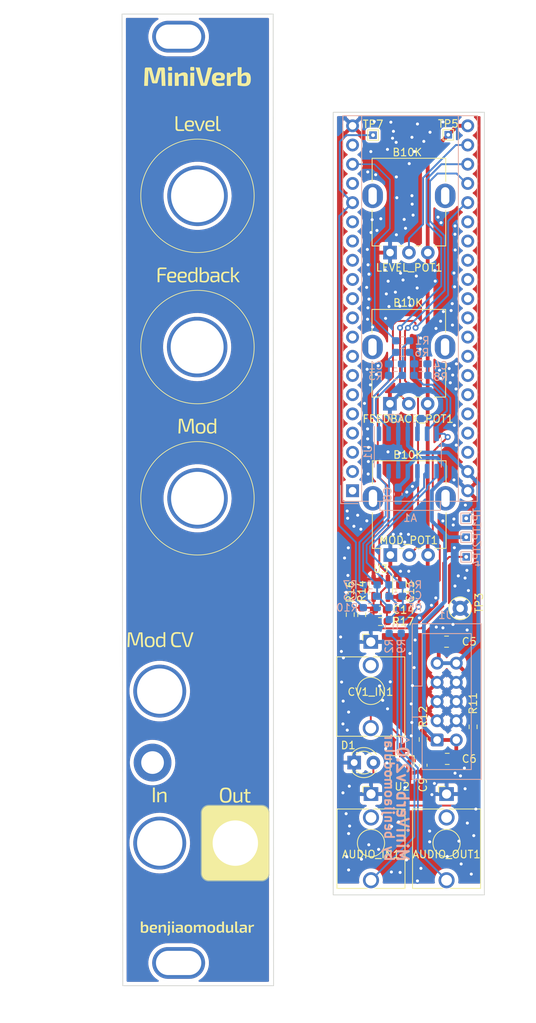
<source format=kicad_pcb>
(kicad_pcb (version 20211014) (generator pcbnew)
  (layers (0 "F.Cu" signal) (31 "B.Cu" signal) (34 "B.Paste" user) (35 "F.Paste" user) (36 "B.SilkS" user "B.Silkscreen") (37 "F.SilkS" user "F.Silkscreen") (38 "B.Mask" user) (39 "F.Mask" user) (44 "Edge.Cuts" user))
  (net 0 "")
  (net 1 "GND")
  (net 2 "+12V")
  (net 14 "3V3_A")
  (net 16 "INT_AUDIO_OUT1")
  (net 18 "INT_AUDIO_IN1")
  (net 29 "FEEDBACK")
  (net 31 "Net-(AUDIO_IN1-PadT)")
  (net 33 "Net-(AUDIO_OUT1-PadT)")
  (net 34 "Net-(C1-Pad1)")
  (net 35 "Net-(C1-Pad2)")
  (net 36 "Net-(C2-Pad1)")
  (net 37 "Net-(C2-Pad2)")
  (net 38 "Net-(C4-Pad1)")
  (net 39 "Net-(C4-Pad2)")
  (net 40 "-12V")
  (net 41 "Net-(D1-Pad2)")
  (net 44 "Net-(C3-Pad1)")
  (net 45 "Net-(C3-Pad2)")
  (net 46 "CV1")
  (net 52 "LEVEL")
  (net 53 "MOD")
  (net 54 "AREF_-10")
  (net 55 "Net-(C14-Pad2)")
  (net 57 "Net-(CV1_IN1-PadT)")
  (footprint "Capacitor_SMD:C_0603_1608Metric_Pad1.08x0.95mm_HandSolder" (layer "F.Cu") (at 133.804 126.3565 90)
    (fp_text reference "C13")
    (fp_text value "100nF")
  )
  (footprint "Capacitor_SMD:C_0805_2012Metric_Pad1.18x1.45mm_HandSolder" (layer "F.Cu") (at 140 133.011)
    (fp_text reference "C5")
    (fp_text value "47uF")
  )
  (footprint "benjiaomodular:Potentiometer_RV09" (layer "F.Cu") (at 132.5 101.545 90)
    (fp_text reference "FEEDBACK_POT1")
    (fp_text value "B10K")
  )
  (footprint "TestPoint:TestPoint_THTPad_1.0x1.0mm_Drill0.5mm" (layer "F.Cu") (at 140.225 65.975)
    (fp_text reference "TP5")
    (fp_text value "TP_3.3V")
  )
  (footprint "Package_TO_SOT_SMD:SOT-23_Handsoldering" (layer "F.Cu") (at 134.112 148.844 90)
    (fp_text reference "U2")
    (fp_text value "LM4040LP-10")
  )
  (footprint "Resistor_SMD:R_0603_1608Metric_Pad0.98x0.95mm_HandSolder" (layer "F.Cu") (at 131.244 130.3465 180)
    (fp_text reference "R17")
    (fp_text value "66.5k")
  )
  (footprint "Capacitor_SMD:C_0805_2012Metric_Pad1.18x1.45mm_HandSolder" (layer "F.Cu") (at 140.0875 148.511)
    (fp_text reference "C6")
    (fp_text value "47uF")
  )
  (footprint "TestPoint:TestPoint_Loop_D1.80mm_Drill1.0mm_Beaded" (layer "F.Cu") (at 141.8 128.6 90)
    (fp_text reference "TP3")
    (fp_text value "TP_GND")
  )
  (footprint "Resistor_SMD:R_0603_1608Metric_Pad0.98x0.95mm_HandSolder" (layer "F.Cu") (at 128.774 129.4465 -90)
    (fp_text reference "R14")
    (fp_text value "200k")
  )
  (footprint "benjiaomodular:AudioJack_3.5mm" (layer "F.Cu") (at 129.97 133.04)
    (fp_text reference "CV1_IN1")
    (fp_text value "MONO_JACK" hide)
  )
  (footprint "benjiaomodular:Panel_4HP" (layer "F.Cu") (at 97.05 50)
    (fp_text reference "REF**" hide)
    (fp_text value "Panel_4HP")
  )
  (footprint "benjiaomodular:PanelHole_AudioJack_3.5mm" (layer "F.Cu") (at 102.05 133.05)
    (fp_text reference "REF**")
    (fp_text value "PanelHole_AudioJack_3.5mm")
  )
  (footprint "benjiaomodular:PanelHole_Potentiometer_RV09" (layer "F.Cu") (at 104.55 81.55 90)
    (fp_text reference "REF**" hide)
    (fp_text value "PanelHole_Potentiometer_RV09" hide)
  )
  (footprint "Package_TO_SOT_SMD:SOT-23-5" (layer "F.Cu") (at 131.294 125.9565 -90)
    (fp_text reference "U3")
    (fp_text value "MCP6001-OT")
  )
  (footprint "benjiaomodular:PanelHole_Potentiometer_RV09" (layer "F.Cu") (at 104.55 121.55 90)
    (fp_text reference "REF**" hide)
    (fp_text value "PanelHole_Potentiometer_RV09" hide)
  )
  (footprint "Capacitor_SMD:C_0603_1608Metric_Pad1.08x0.95mm_HandSolder" (layer "F.Cu") (at 131.254 128.8165 180)
    (fp_text reference "C14")
    (fp_text value "10nF")
  )
  (footprint "benjiaomodular:AudioJack_3.5mm" (layer "F.Cu") (at 140 153.162)
    (fp_text reference "AUDIO_OUT1")
    (fp_text value "MONO_JACK" hide)
  )
  (footprint "Resistor_SMD:R_0603_1608Metric_Pad0.98x0.95mm_HandSolder" (layer "F.Cu") (at 143.51 144.272 90)
    (fp_text reference "R11")
    (fp_text value "10k")
  )
  (footprint "benjiaomodular:PanelHole_AudioJack_3.5mm" (layer "F.Cu") (at 112.05 153.15)
    (fp_text reference "REF**")
    (fp_text value "PanelHole_AudioJack_3.5mm")
  )
  (footprint "Capacitor_SMD:C_0603_1608Metric_Pad1.08x0.95mm_HandSolder" (layer "F.Cu") (at 136.906 149.352 -90)
    (fp_text reference "C9")
    (fp_text value "100nF")
  )
  (footprint "benjiaomodular:Potentiometer_RV09" (layer "F.Cu") (at 132.56 121.555 90)
    (fp_text reference "MOD_POT1")
    (fp_text value "B10K")
  )
  (footprint "benjiaomodular:Potentiometer_RV09" (layer "F.Cu") (at 132.52 81.555 90)
    (fp_text reference "LEVEL_POT1")
    (fp_text value "B10K")
  )
  (footprint "LED_THT:LED_D3.0mm" (layer "F.Cu") (at 127.775 149)
    (fp_text reference "D1")
    (fp_text value "3mm_LED")
  )
  (footprint "TestPoint:TestPoint_THTPad_1.0x1.0mm_Drill0.5mm" (layer "F.Cu") (at 130.275 66.025)
    (fp_text reference "TP7")
    (fp_text value "TP_INPUT_BUFFER")
  )
  (footprint "Resistor_SMD:R_0603_1608Metric_Pad0.98x0.95mm_HandSolder" (layer "F.Cu") (at 136.906 145.9465 -90)
    (fp_text reference "R12")
    (fp_text value "330")
  )
  (footprint "benjiaomodular:PanelHole_AudioJack_3.5mm" (layer "F.Cu") (at 102.05 153.15)
    (fp_text reference "REF**")
    (fp_text value "PanelHole_AudioJack_3.5mm")
  )
  (footprint "benjiaomodular:PanelHole_Potentiometer_RV09" (layer "F.Cu") (at 104.5 101.55 90)
    (fp_text reference "REF**" hide)
    (fp_text value "PanelHole_Potentiometer_RV09" hide)
  )
  (footprint "Resistor_SMD:R_0603_1608Metric_Pad0.98x0.95mm_HandSolder" (layer "F.Cu") (at 127.254 129.4365 -90)
    (fp_text reference "R16")
    (fp_text value "100k")
  )
  (footprint "benjiaomodular:AudioJack_3.5mm" (layer "F.Cu") (at 130 153.162)
    (fp_text reference "AUDIO_IN1")
    (fp_text value "MONO_JACK" hide)
  )
  (footprint "Resistor_SMD:R_0603_1608Metric_Pad0.98x0.95mm_HandSolder" (layer "B.Cu") (at 134 131 90)
    (fp_text reference "R9")
    (fp_text value "1k")
  )
  (footprint "Capacitor_SMD:C_0603_1608Metric_Pad1.08x0.95mm_HandSolder" (layer "B.Cu") (at 135.72 103.5)
    (fp_text reference "C7")
    (fp_text value "100nF")
  )
  (footprint "Capacitor_SMD:C_0603_1608Metric_Pad1.08x0.95mm_HandSolder" (layer "B.Cu") (at 133.6 113.5 90)
    (fp_text reference "C8")
    (fp_text value "100nF")
  )
  (footprint "TestPoint:TestPoint_THTPad_1.0x1.0mm_Drill0.5mm" (layer "B.Cu") (at 142.6 121.8 90)
    (fp_text reference "TP4")
    (fp_text value "TP_-10V")
  )
  (footprint "Capacitor_SMD:C_0603_1608Metric_Pad1.08x0.95mm_HandSolder" (layer "B.Cu") (at 133.2875 127 180)
    (fp_text reference "C2")
    (fp_text value "47pF")
  )
  (footprint "Resistor_SMD:R_0603_1608Metric_Pad0.98x0.95mm_HandSolder" (layer "B.Cu") (at 134.2 93.218 180)
    (fp_text reference "R1")
    (fp_text value "10k")
  )
  (footprint "TestPoint:TestPoint_THTPad_1.0x1.0mm_Drill0.5mm" (layer "B.Cu") (at 142.6 116.7 90)
    (fp_text reference "TP1")
    (fp_text value "TP_12V")
  )
  (footprint "Package_SO:SOIC-14_3.9x8.7mm_P1.27mm" (layer "B.Cu") (at 134.874 107.99 -90)
    (fp_text reference "U1")
    (fp_text value "TL074")
  )
  (footprint "TestPoint:TestPoint_THTPad_1.0x1.0mm_Drill0.5mm" (layer "B.Cu") (at 142.6 119.2 90)
    (fp_text reference "TP2")
    (fp_text value "TP_-12V")
  )
  (footprint "Resistor_SMD:R_0603_1608Metric_Pad0.98x0.95mm_HandSolder" (layer "B.Cu") (at 133.23 97.805)
    (fp_text reference "R3")
    (fp_text value "100k")
  )
  (footprint "Connector_IDC:IDC-Header_2x05_P2.54mm_Vertical" (layer "B.Cu") (at 138.7475 146.011)
    (fp_text reference "J1")
    (fp_text value "IDC_2x05")
  )
  (footprint "Capacitor_SMD:C_0603_1608Metric_Pad1.08x0.95mm_HandSolder" (layer "B.Cu") (at 129.9 127)
    (fp_text reference "C3")
    (fp_text value "580pF")
  )
  (footprint "Resistor_SMD:R_0603_1608Metric_Pad0.98x0.95mm_HandSolder" (layer "B.Cu") (at 136.61 97.8 180)
    (fp_text reference "R8")
    (fp_text value "100k")
  )
  (footprint "daisy-seed:Device_Audio_Electrosmith_Daisy_Seed" (layer "B.Cu") (at 127.560933 113.05)
    (fp_text reference "A1")
    (fp_text value "Device_Audio_Electrosmith_Daisy_Seed_Rev4")
  )
  (footprint "Resistor_SMD:R_0603_1608Metric_Pad0.98x0.95mm_HandSolder" (layer "B.Cu") (at 134.19 94.75 180)
    (fp_text reference "R6")
    (fp_text value "100k")
  )
  (footprint "Resistor_SMD:R_0603_1608Metric_Pad0.98x0.95mm_HandSolder" (layer "B.Cu") (at 132.4 131 -90)
    (fp_text reference "R2")
    (fp_text value "100k")
  )
  (footprint "Resistor_SMD:R_0603_1608Metric_Pad0.98x0.95mm_HandSolder" (layer "B.Cu") (at 133.2875 125.5 180)
    (fp_text reference "R4")
    (fp_text value "100k")
  )
  (footprint "Capacitor_SMD:C_0603_1608Metric_Pad1.08x0.95mm_HandSolder" (layer "B.Cu") (at 133.23 96.28)
    (fp_text reference "C1")
    (fp_text value "47pF")
  )
  (footprint "Resistor_SMD:R_0603_1608Metric_Pad0.98x0.95mm_HandSolder" (layer "B.Cu") (at 129.9 125.5)
    (fp_text reference "R7")
    (fp_text value "10k")
  )
  (footprint "Capacitor_SMD:C_0603_1608Metric_Pad1.08x0.95mm_HandSolder" (layer "B.Cu") (at 136.6 96.27 180)
    (fp_text reference "C4")
    (fp_text value "47pF")
  )
  (footprint "Resistor_SMD:R_0603_1608Metric_Pad0.98x0.95mm_HandSolder" (layer "B.Cu") (at 129.9025 128.508)
    (fp_text reference "R10")
    (fp_text value "1k")
  )
  (footprint "Resistor_SMD:R_0603_1608Metric_Pad0.98x0.95mm_HandSolder" (layer "B.Cu") (at 133.2875 128.5)
    (fp_text reference "R5")
    (fp_text value "100k")
  )
  (gr_poly (pts (xy 104.742776 170.430502) (xy 104.757924 170.430906) (xy 104.772761 170.431578) (xy 104.787288 170.432519) (xy 104.801504 170.433727) (xy 104.815408 170.435201) (xy 104.829 170.436941) (xy 104.842278 170.438947) (xy 104.855241 170.441218) (xy 104.86789 170.443752) (xy 104.880223 170.44655) (xy 104.89224 170.449611) (xy 104.903939 170.452934) (xy 104.91532 170.456519) (xy 104.926383 170.460365) (xy 104.937126 170.46447) (xy 104.947809 170.468627) (xy 104.958162 170.473147) (xy 104.968184 170.47803) (xy 104.977876 170.483276) (xy 104.987238 170.488885) (xy 104.996269 170.494857) (xy 105.004969 170.501191) (xy 105.013339 170.507889) (xy 105.021378 170.51495) (xy 105.029086 170.522374) (xy 105.036463 170.530161) (xy 105.04351 170.53831) (xy 105.050225 170.546823) (xy 105.056609 170.555699) (xy 105.062662 170.564938) (xy 105.068384 170.57454) (xy 105.073767 170.584561) (xy 105.078802 170.595048) (xy 105.083489 170.606) (xy 105.08783 170.617416) (xy 105.091823 170.629297) (xy 105.095468 170.641642) (xy 105.098767 170.65445) (xy 105.101718 170.667722) (xy 105.104321 170.681457) (xy 105.106578 170.695656) (xy 105.108487 170.710316) (xy 105.110049 170.72544) (xy 105.111264 170.741025) (xy 105.112132 170.757072) (xy 105.112653 170.773581) (xy 105.112826 170.790551) (xy 105.112826 171.495415) (xy 104.909738 171.495415) (xy 104.882349 171.323853) (xy 104.881707 171.324595) (xy 104.881108 171.325307) (xy 104.880013 171.326662) (xy 104.879013 171.327952) (xy 104.878055 171.329214) (xy 104.877084 171.330483) (xy 104.876047 171.331796) (xy 104.874892 171.333187) (xy 104.874254 171.333924) (xy 104.873565 171.334694) (xy 104.863203 171.345272) (xy 104.852227 171.355857) (xy 104.840644 171.366448) (xy 104.82846 171.377042) (xy 104.815681 171.38764) (xy 104.802312 171.39824) (xy 104.78836 171.408841) (xy 104.77383 171.419442) (xy 104.759246 171.429783) (xy 104.744068 171.439656) (xy 104.728296 171.449062) (xy 104.71193 171.458005) (xy 104.694968 171.466488) (xy 104.67741 171.474514) (xy 104.659256 171.482085) (xy 104.640505 171.489205) (xy 104.631181 171.492535) (xy 104.62173 171.495648) (xy 104.612151 171.498543) (xy 104.602444 171.501222) (xy 104.592608 171.503685) (xy 104.582641 171.505931) (xy 104.572543 171.507962) (xy 104.562314 171.509778) (xy 104.551953 171.511378) (xy 104.541458 171.512764) (xy 104.520068 171.514894) (xy 104.498136 171.51617) (xy 104.475657 171.516594) (xy 104.464087 171.516473) (xy 104.452662 171.516109) (xy 104.441381 171.515502) (xy 104.430247 171.51465) (xy 104.419259 171.513553) (xy 104.408417 171.51221) (xy 104.397724 171.51062) (xy 104.387178 171.508783) (xy 104.376782 171.506697) (xy 104.366534 171.504362) (xy 104.356437 171.501776) (xy 104.346491 171.49894) (xy 104.336696 171.495852) (xy 104.327053 171.492512) (xy 104.317562 171.488918) (xy 104.308225 171.48507) (xy 104.29909 171.480714) (xy 104.290207 171.476122) (xy 104.281574 171.471293) (xy 104.273191 171.46623) (xy 104.265057 171.460932) (xy 104.257174 171.4554) (xy 104.249539 171.449636) (xy 104.242152 171.443639) (xy 104.235014 171.437412) (xy 104.228123 171.430953) (xy 104.221479 171.424265) (xy 104.215082 171.417348) (xy 104.208931 171.410203) (xy 104.203027 171.40283) (xy 104.197368 171.395231) (xy 104.191954 171.387406) (xy 104.186827 171.379092) (xy 104.18203 171.37055) (xy 104.177563 171.361778) (xy 104.173426 171.352777) (xy 104.169619 171.343546) (xy 104.166143 171.334084) (xy 104.162998 171.324392) (xy 104.160183 171.314468) (xy 104.157698 171.304312) (xy 104.155545 171.293924) (xy 104.153722 171.283303) (xy 104.152231 171.27245) (xy 104.15107 171.261362) (xy 104.150242 171.25004) (xy 104.149744 171.238484) (xy 104.149578 171.226693) (xy 104.149578 171.192589) (xy 104.405894 171.192589) (xy 104.406023 171.200415) (xy 104.406411 171.208014) (xy 104.407059 171.215388) (xy 104.407967 171.222534) (xy 104.409137 171.229452) (xy 104.410569 171.236141) (xy 104.412264 171.2426) (xy 104.414222 171.248829) (xy 104.416445 171.254827) (xy 104.418934 171.260592) (xy 104.421689 171.266124) (xy 104.42471 171.271423) (xy 104.428 171.276486) (xy 104.431558 171.281314) (xy 104.435386 171.285906) (xy 104.439483 171.290261) (xy 104.443867 171.294109) (xy 104.44855 171.297703) (xy 104.453532 171.301043) (xy 104.458814 171.304131) (xy 104.464395 171.306967) (xy 104.470274 171.309553) (xy 104.476451 171.311888) (xy 104.482927 171.313974) (xy 104.4897 171.315811) (xy 104.49677 171.317401) (xy 104.504138 171.318744) (xy 104.511802 171.319841) (xy 104.519762 171.320693) (xy 104.528019 171.3213) (xy 104.536572 171.321664) (xy 104.54542 171.321785) (xy 104.552615 171.321695) (xy 104.559911 171.321423) (xy 104.574808 171.320335) (xy 104.590108 171.318521) (xy 104.605807 171.31598) (xy 104.621903 171.312712) (xy 104.638393 171.308714) (xy 104.655274 171.303988) (xy 104.672544 171.298531) (xy 104.689968 171.292377) (xy 104.707317 171.285563) (xy 104.724594 171.278091) (xy 104.741803 171.269959) (xy 104.758945 171.261168) (xy 104.776024 171.251717) (xy 104.793042 171.241606) (xy 104.810004 171.230835) (xy 104.813064 171.228808) (xy 104.81604 171.226682) (xy 104.818943 171.224469) (xy 104.821781 171.222181) (xy 104.824566 171.219829) (xy 104.827306 171.217426) (xy 104.832692 171.21251) (xy 104.84337 171.202569) (xy 104.848818 171.197732) (xy 104.851604 171.195388) (xy 104.854445 171.193108) (xy 104.854445 171.014824) (xy 104.524233 171.014824) (xy 104.516436 171.015194) (xy 104.508923 171.015801) (xy 104.501691 171.016645) (xy 104.494742 171.017725) (xy 104.488074 171.019042) (xy 104.481689 171.020593) (xy 104.475584 171.02238) (xy 104.469761 171.024401) (xy 104.464219 171.026656) (xy 104.458959 171.029144) (xy 104.453978 171.031864) (xy 104.449279 171.034816) (xy 104.44486 171.038) (xy 104.440721 171.041415) (xy 104.436862 171.04506) (xy 104.433282 171.048935) (xy 104.429951 171.052988) (xy 104.426838 171.057224) (xy 104.423942 171.061643) (xy 104.421263 171.066246) (xy 104.418801 171.071031) (xy 104.416554 171.076) (xy 104.414524 171.081152) (xy 104.412708 171.086486) (xy 104.411108 171.092004) (xy 104.409722 171.097705) (xy 104.408551 171.103589) (xy 104.407593 171.109655) (xy 104.406849 171.115905) (xy 104.406318 171.122337) (xy 104.406 171.128952) (xy 104.405894 171.13575) (xy 104.405894 171.192589) (xy 104.149578 171.192589) (xy 104.149578 171.116623) (xy 104.149895 171.10149) (xy 104.150843 171.086783) (xy 104.152423 171.072502) (xy 104.154634 171.058649) (xy 104.157476 171.045224) (xy 104.160947 171.032227) (xy 104.165048 171.019659) (xy 104.169778 171.00752) (xy 104.175136 170.995812) (xy 104.181122 170.984533) (xy 104.187736 170.973686) (xy 104.194976 170.963271) (xy 104.202843 170.953287) (xy 104.211335 170.943736) (xy 104.220452 170.934619) (xy 104.230194 170.925934) (xy 104.240743 170.917469) (xy 104.251754 170.909553) (xy 104.263225 170.902186) (xy 104.275159 170.895368) (xy 104.287554 170.889098) (xy 104.300412 170.883375) (xy 104.313732 170.8782) (xy 104.327515 170.873572) (xy 104.341761 170.86949) (xy 104.35647 170.865953) (xy 104.371643 170.862962) (xy 104.38728 170.860516) (xy 104.40338 170.858615) (xy 104.419945 170.857257) (xy 104.436975 170.856442) (xy 104.45447 170.856171) (xy 104.854445 170.856171) (xy 104.854445 170.788475) (xy 104.854295 170.778341) (xy 104.853844 170.768563) (xy 104.853093 170.759142) (xy 104.852042 170.750079) (xy 104.850692 170.741376) (xy 104.849043 170.733033) (xy 104.847095 170.725051) (xy 104.84485 170.717431) (xy 104.842307 170.710174) (xy 104.839466 170.70328) (xy 104.836329 170.696752) (xy 104.832895 170.69059) (xy 104.829165 170.684794) (xy 104.82514 170.679366) (xy 104.82082 170.674307) (xy 104.816204 170.669617) (xy 104.811173 170.665009) (xy 104.805602 170.660707) (xy 104.799491 170.656708) (xy 104.792839 170.653012) (xy 104.785645 170.649618) (xy 104.777909 170.646524) (xy 104.769628 170.643731) (xy 104.760803 170.641236) (xy 104.751432 170.639038) (xy 104.741515 170.637137) (xy 104.73105 170.635532) (xy 104.720036 170.634221) (xy 104.708473 170.633203) (xy 104.696359 170.632477) (xy 104.683694 170.632042) (xy 104.670477 170.631897) (xy 104.627552 170.632225) (xy 104.579258 170.633244) (xy 104.525673 170.635013) (xy 104.466872 170.637589) (xy 104.406418 170.640933) (xy 104.345703 170.644906) (xy 104.284724 170.649488) (xy 104.223476 170.654656) (xy 104.200221 170.478959) (xy 104.219049 170.475328) (xy 104.238487 170.471834) (xy 104.279175 170.465248) (xy 104.322243 170.459186) (xy 104.367653 170.453637) (xy 104.414308 170.448585) (xy 104.461175 170.444045) (xy 104.508306 170.440042) (xy 104.555755 170.4366) (xy 104.602208 170.433979) (xy 104.646301 170.432215) (xy 104.688012 170.431221) (xy 104.727321 170.430909) (xy 104.727321 170.430375) (xy 104.72732 170.430367)) (layer "F.SilkS") (width 0) (fill solid))
  (gr_poly (pts (xy 100.802812 57.077255) (xy 100.812957 57.078096) (xy 100.822839 57.079273) (xy 100.832457 57.080786) (xy 100.841813 57.082636) (xy 100.850905 57.084822) (xy 100.859735 57.087346) (xy 100.868302 57.090206) (xy 100.876606 57.093403) (xy 100.884648 57.096937) (xy 100.892427 57.100809) (xy 100.899945 57.105017) (xy 100.9072 57.109563) (xy 100.914192 57.114446) (xy 100.920923 57.119667) (xy 100.927393 57.125226) (xy 100.9336 57.131122) (xy 100.939546 57.137356) (xy 100.94523 57.143928) (xy 100.950653 57.150838) (xy 100.955815 57.158086) (xy 100.960715 57.165672) (xy 100.965355 57.173596) (xy 100.969734 57.181859) (xy 100.973851 57.190461) (xy 100.977709 57.1994) (xy 100.981305 57.208679) (xy 100.984641 57.218296) (xy 100.987717 57.228253) (xy 100.993088 57.249182) (xy 101.307281 58.473397) (xy 101.312456 58.494629) (xy 101.317402 58.51599) (xy 101.32212 58.537473) (xy 101.326615 58.559073) (xy 101.334946 58.602596) (xy 101.342421 58.646512) (xy 101.349661 58.689026) (xy 101.3573 58.731931) (xy 101.36538 58.775277) (xy 101.373943 58.819112) (xy 101.419936 58.819112) (xy 101.428579 58.775277) (xy 101.436836 58.731931) (xy 101.444653 58.689026) (xy 101.451975 58.646512) (xy 101.487115 58.469779) (xy 101.79769 57.249182) (xy 101.802648 57.228253) (xy 101.808701 57.208679) (xy 101.812139 57.1994) (xy 101.815852 57.190461) (xy 101.819839 57.181859) (xy 101.8241 57.173596) (xy 101.828636 57.165672) (xy 101.833447 57.158086) (xy 101.838533 57.150838) (xy 101.843894 57.143928) (xy 101.84953 57.137356) (xy 101.855442 57.131122) (xy 101.861628 57.125226) (xy 101.868091 57.119667) (xy 101.874829 57.114446) (xy 101.881842 57.109563) (xy 101.889132 57.105017) (xy 101.896697 57.100809) (xy 101.904538 57.096937) (xy 101.912656 57.093403) (xy 101.92105 57.090206) (xy 101.92972 57.087346) (xy 101.938667 57.084822) (xy 101.94789 57.082636) (xy 101.957391 57.080786) (xy 101.967168 57.079273) (xy 101.987553 57.077255) (xy 102.009047 57.076583) (xy 102.524261 57.076583) (xy 102.535987 57.076775) (xy 102.547355 57.077353) (xy 102.558364 57.078315) (xy 102.569013 57.079663) (xy 102.579303 57.081396) (xy 102.589235 57.083514) (xy 102.598808 57.086018) (xy 102.608022 57.088906) (xy 102.616877 57.092181) (xy 102.625374 57.09584) (xy 102.633511 57.099885) (xy 102.641291 57.104316) (xy 102.648712 57.109132) (xy 102.655774 57.114335) (xy 102.662478 57.119922) (xy 102.668824 57.125896) (xy 102.674811 57.132255) (xy 102.68044 57.139001) (xy 102.685711 57.146132) (xy 102.690624 57.153649) (xy 102.695179 57.161553) (xy 102.699375 57.169842) (xy 102.703214 57.178518) (xy 102.706695 57.18758) (xy 102.709818 57.197028) (xy 102.712584 57.206863) (xy 102.714991 57.217084) (xy 102.717041 57.227691) (xy 102.718733 57.238685) (xy 102.720068 57.250066) (xy 102.721665 57.273987) (xy 102.813649 59.510542) (xy 102.316005 59.510542) (xy 102.234873 57.492578) (xy 102.171311 57.492578) (xy 101.78012 59.009798) (xy 101.77557 59.0303) (xy 101.769859 59.049471) (xy 101.766567 59.058558) (xy 101.762986 59.067313) (xy 101.759114 59.075736) (xy 101.754952 59.083827) (xy 101.750501 59.091586) (xy 101.745759 59.099014) (xy 101.740728 59.10611) (xy 101.735406 59.112874) (xy 101.729795 59.119308) (xy 101.723895 59.12541) (xy 101.717705 59.131182) (xy 101.711225 59.136622) (xy 101.704456 59.141732) (xy 101.697398 59.146512) (xy 101.69005 59.15096) (xy 101.682414 59.155079) (xy 101.674488 59.158867) (xy 101.666273 59.162325) (xy 101.65777 59.165453) (xy 101.648977 59.168252) (xy 101.639896 59.17072) (xy 101.630526 59.172859) (xy 101.61092 59.176149) (xy 101.59016 59.178123) (xy 101.568247 59.17878) (xy 101.229766 59.17878) (xy 101.207824 59.178123) (xy 101.197263 59.1773) (xy 101.186975 59.176149) (xy 101.176962 59.174669) (xy 101.167223 59.172859) (xy 101.157758 59.17072) (xy 101.148567 59.168252) (xy 101.139651 59.165453) (xy 101.131009 59.162325) (xy 101.122642 59.158867) (xy 101.114551 59.155079) (xy 101.106734 59.15096) (xy 101.099192 59.146512) (xy 101.091926 59.141732) (xy 101.084935 59.136622) (xy 101.078219 59.131182) (xy 101.07178 59.12541) (xy 101.065616 59.119308) (xy 101.059728 59.112874) (xy 101.054117 59.10611) (xy 101.048782 59.099014) (xy 101.043723 59.091586) (xy 101.038941 59.083827) (xy 101.034436 59.075736) (xy 101.030207 59.067313) (xy 101.026255 59.058558) (xy 101.022581 59.049471) (xy 101.019184 59.040051) (xy 101.016064 59.0303) (xy 101.013222 59.020215) (xy 101.010658 59.009798) (xy 100.619467 57.492578) (xy 100.559523 57.492578) (xy 100.485109 59.510542) (xy 99.984364 59.510542) (xy 100.075832 57.273987) (xy 100.077444 57.250066) (xy 100.078797 57.238685) (xy 100.080515 57.227691) (xy 100.082598 57.217084) (xy 100.085046 57.206863) (xy 100.087859 57.197028) (xy 100.091037 57.18758) (xy 100.09458 57.178518) (xy 100.098488 57.169842) (xy 100.102761 57.161553) (xy 100.107399 57.153649) (xy 100.112402 57.146132) (xy 100.11777 57.139001) (xy 100.123503 57.132255) (xy 100.129601 57.125896) (xy 100.136065 57.119922) (xy 100.142894 57.114335) (xy 100.150088 57.109132) (xy 100.157647 57.104316) (xy 100.165571 57.099885) (xy 100.173861 57.09584) (xy 100.182516 57.092181) (xy 100.191536 57.088906) (xy 100.200922 57.086018) (xy 100.210673 57.083514) (xy 100.220789 57.081396) (xy 100.231271 57.079663) (xy 100.242118 57.078315) (xy 100.253331 57.077353) (xy 100.264909 57.076775) (xy 100.276853 57.076583) (xy 100.781731 57.076583)) (layer "F.SilkS") (width 0) (fill solid))
  (gr_poly (pts (xy 105.28523 57.722493) (xy 105.314652 57.723908) (xy 105.34311 57.726266) (xy 105.370605 57.729568) (xy 105.397135 57.733812) (xy 105.422701 57.739001) (xy 105.447303 57.745132) (xy 105.470941 57.752208) (xy 105.493615 57.760227) (xy 105.515324 57.769189) (xy 105.53607 57.779095) (xy 105.55585 57.789945) (xy 105.574667 57.801739) (xy 105.592519 57.814476) (xy 105.609406 57.828157) (xy 105.625329 57.842783) (xy 105.640287 57.858352) (xy 105.65428 57.874865) (xy 105.667309 57.892322) (xy 105.679373 57.910723) (xy 105.690472 57.930069) (xy 105.700606 57.950358) (xy 105.709776 57.971592) (xy 105.71798 57.99377) (xy 105.725219 58.016893) (xy 105.731494 58.04096) (xy 105.736803 58.065971) (xy 105.741147 58.091927) (xy 105.744526 58.118827) (xy 105.746939 58.146672) (xy 105.748387 58.175462) (xy 105.74887 58.205196) (xy 105.74887 59.510542) (xy 105.226421 59.510542) (xy 105.226421 58.36746) (xy 105.226255 58.353198) (xy 105.225758 58.339518) (xy 105.224929 58.326418) (xy 105.223769 58.313898) (xy 105.222278 58.301958) (xy 105.220455 58.290598) (xy 105.218302 58.279817) (xy 105.215817 58.269616) (xy 105.213002 58.259993) (xy 105.209856 58.250948) (xy 105.20638 58.242482) (xy 105.202574 58.234594) (xy 105.198437 58.227283) (xy 105.19397 58.22055) (xy 105.189173 58.214393) (xy 105.184047 58.208813) (xy 105.17852 58.203258) (xy 105.172524 58.198059) (xy 105.166058 58.193215) (xy 105.159123 58.188728) (xy 105.151719 58.184598) (xy 105.143846 58.180825) (xy 105.135503 58.177409) (xy 105.126693 58.174352) (xy 105.117413 58.171652) (xy 105.107665 58.169312) (xy 105.09745 58.16733) (xy 105.086766 58.165708) (xy 105.075614 58.164446) (xy 105.063994 58.163543) (xy 105.051907 58.163002) (xy 105.039352 58.162821) (xy 105.025217 58.163002) (xy 105.011032 58.163544) (xy 104.996798 58.164446) (xy 104.982512 58.165708) (xy 104.968175 58.16733) (xy 104.953785 58.169312) (xy 104.939342 58.171653) (xy 104.924844 58.174352) (xy 104.910291 58.17741) (xy 104.895683 58.180825) (xy 104.881017 58.184598) (xy 104.866294 58.188729) (xy 104.851513 58.193216) (xy 104.836672 58.198059) (xy 104.806808 58.208813) (xy 104.781246 58.218331) (xy 104.75389 58.229407) (xy 104.724943 58.241868) (xy 104.694606 58.25554) (xy 104.663083 58.27025) (xy 104.630575 58.285827) (xy 104.563412 58.318884) (xy 104.563412 59.510542) (xy 104.040964 59.510542) (xy 104.040964 57.768013) (xy 104.461093 57.768013) (xy 104.507085 58.034147) (xy 104.551371 57.998649) (xy 104.595841 57.965095) (xy 104.640499 57.933523) (xy 104.685349 57.903973) (xy 104.730396 57.876483) (xy 104.752994 57.863524) (xy 104.775643 57.851094) (xy 104.798343 57.839199) (xy 104.821094 57.827843) (xy 104.843897 57.817032) (xy 104.866753 57.806771) (xy 104.891421 57.796517) (xy 104.916034 57.786924) (xy 104.940592 57.77799) (xy 104.965096 57.769716) (xy 104.989545 57.762103) (xy 105.013939 57.755151) (xy 105.038278 57.74886) (xy 105.062563 57.74323) (xy 105.086792 57.738261) (xy 105.110966 57.733954) (xy 105.135084 57.730309) (xy 105.159147 57.727326) (xy 105.183155 57.725006) (xy 105.207107 57.723348) (xy 105.231003 57.722353) (xy 105.254844 57.722022)) (layer "F.SilkS") (width 0) (fill solid))
  (gr_poly (pts (xy 105.858772 170.430585) (xy 105.881671 170.431215) (xy 105.903961 170.432264) (xy 105.925641 170.433732) (xy 105.946711 170.435616) (xy 105.96717 170.437917) (xy 105.987018 170.440632) (xy 106.006255 170.443762) (xy 106.02488 170.447305) (xy 106.042893 170.451261) (xy 106.060293 170.455628) (xy 106.07708 170.460405) (xy 106.093253 170.465591) (xy 106.108812 170.471186) (xy 106.123758 170.477188) (xy 106.138088 170.483597) (xy 106.152123 170.490476) (xy 106.165651 170.497885) (xy 106.178673 170.505825) (xy 106.191186 170.514295) (xy 106.203191 170.523296) (xy 106.214685 170.532826) (xy 106.225669 170.542886) (xy 106.236141 170.553476) (xy 106.246101 170.564595) (xy 106.255546 170.576243) (xy 106.264478 170.58842) (xy 106.272894 170.601126) (xy 106.280793 170.614361) (xy 106.288176 170.628124) (xy 106.29504 170.642415) (xy 106.301385 170.657235) (xy 106.307534 170.67262) (xy 106.313284 170.688611) (xy 106.318634 170.70521) (xy 106.323585 170.722417) (xy 106.328137 170.740232) (xy 106.332291 170.758657) (xy 106.336047 170.777693) (xy 106.339406 170.797339) (xy 106.344934 170.838467) (xy 106.348877 170.882049) (xy 106.351241 170.928089) (xy 106.352028 170.976594) (xy 106.351831 171.001161) (xy 106.351241 171.025123) (xy 106.350256 171.048477) (xy 106.348877 171.071224) (xy 106.347103 171.093361) (xy 106.344934 171.114889) (xy 106.342368 171.135807) (xy 106.339406 171.156113) (xy 106.336048 171.175808) (xy 106.332291 171.19489) (xy 106.328138 171.213358) (xy 106.323585 171.231212) (xy 106.318634 171.248452) (xy 106.313284 171.265075) (xy 106.307535 171.281082) (xy 106.301385 171.296471) (xy 106.29504 171.31104) (xy 106.288176 171.325114) (xy 106.280793 171.338693) (xy 106.272894 171.351777) (xy 106.264478 171.364366) (xy 106.255546 171.376459) (xy 106.246101 171.388057) (xy 106.236141 171.399159) (xy 106.225669 171.409765) (xy 106.214685 171.419875) (xy 106.203191 171.429488) (xy 106.191186 171.438605) (xy 106.178673 171.447224) (xy 106.165651 171.455347) (xy 106.152123 171.462973) (xy 106.138088 171.470101) (xy 106.123758 171.476506) (xy 106.108812 171.482494) (xy 106.093253 171.488065) (xy 106.077079 171.49322) (xy 106.060292 171.497959) (xy 106.042892 171.502282) (xy 106.02488 171.506191) (xy 106.006255 171.509686) (xy 105.987018 171.512767) (xy 105.96717 171.515436) (xy 105.946711 171.517692) (xy 105.925641 171.519537) (xy 105.881671 171.521994) (xy 105.835264 171.522812) (xy 105.812266 171.522608) (xy 105.789836 171.521994) (xy 105.767974 171.52097) (xy 105.74668 171.519536) (xy 105.725951 171.517691) (xy 105.705788 171.515434) (xy 105.686188 171.512765) (xy 105.667152 171.509683) (xy 105.648678 171.506188) (xy 105.630766 171.502279) (xy 105.613414 171.497955) (xy 105.596621 171.493217) (xy 105.580386 171.488063) (xy 105.564709 171.482492) (xy 105.549589 171.476505) (xy 105.535024 171.470101) (xy 105.521237 171.462977) (xy 105.507923 171.455355) (xy 105.495084 171.447236) (xy 105.482719 171.438619) (xy 105.47083 171.429504) (xy 105.459419 171.419893) (xy 105.448484 171.409784) (xy 105.438029 171.399179) (xy 105.428053 171.388077) (xy 105.418557 171.376479) (xy 105.409543 171.364384) (xy 105.401012 171.351793) (xy 105.392963 171.338706) (xy 105.385399 171.325123) (xy 105.378319 171.311045) (xy 105.371726 171.296471) (xy 105.365576 171.281082) (xy 105.359827 171.265075) (xy 105.354477 171.248452) (xy 105.349526 171.231212) (xy 105.344974 171.213358) (xy 105.34082 171.19489) (xy 105.337064 171.175808) (xy 105.333705 171.156113) (xy 105.328177 171.114889) (xy 105.324234 171.071224) (xy 105.32187 171.025123) (xy 105.321083 170.976594) (xy 105.587734 170.976594) (xy 105.588097 171.010039) (xy 105.589184 171.041577) (xy 105.590999 171.071203) (xy 105.59354 171.098915) (xy 105.596809 171.124707) (xy 105.598716 171.136883) (xy 105.600806 171.148578) (xy 105.603078 171.159791) (xy 105.605532 171.170522) (xy 105.608169 171.180771) (xy 105.610988 171.190537) (xy 105.614018 171.19988) (xy 105.617284 171.208862) (xy 105.620787 171.217482) (xy 105.624526 171.225739) (xy 105.628499 171.233634) (xy 105.632707 171.241166) (xy 105.637147 171.248334) (xy 105.64182 171.25514) (xy 105.646725 171.261582) (xy 105.65186 171.26766) (xy 105.657225 171.273373) (xy 105.662819 171.278723) (xy 105.668641 171.283707) (xy 105.674691 171.288327) (xy 105.680967 171.292582) (xy 105.687469 171.296471) (xy 105.694493 171.300056) (xy 105.701807 171.303406) (xy 105.709411 171.306522) (xy 105.717309 171.309404) (xy 105.725499 171.312052) (xy 105.733984 171.314468) (xy 105.742764 171.316652) (xy 105.751841 171.318604) (xy 105.761215 171.320324) (xy 105.770889 171.321814) (xy 105.780862 171.323073) (xy 105.791136 171.324102) (xy 105.801712 171.324902) (xy 105.812592 171.325472) (xy 105.823775 171.325814) (xy 105.835264 171.325928) (xy 105.847014 171.325814) (xy 105.858452 171.325472) (xy 105.869578 171.3249) (xy 105.88039 171.3241) (xy 105.89089 171.32307) (xy 105.901076 171.32181) (xy 105.910949 171.32032) (xy 105.920507 171.318598) (xy 105.929752 171.316646) (xy 105.938682 171.314462) (xy 105.947297 171.312046) (xy 105.955597 171.309397) (xy 105.963582 171.306516) (xy 105.971251 171.303401) (xy 105.978605 171.300053) (xy 105.985642 171.296471) (xy 105.992392 171.292587) (xy 105.998884 171.288337) (xy 106.005115 171.283721) (xy 106.011086 171.278739) (xy 106.016796 171.273391) (xy 106.022244 171.267679) (xy 106.027429 171.261602) (xy 106.03235 171.25516) (xy 106.037006 171.248354) (xy 106.041397 171.241184) (xy 106.045522 171.23365) (xy 106.04938 171.225753) (xy 106.05297 171.217493) (xy 106.056291 171.20887) (xy 106.059342 171.199885) (xy 106.062123 171.190537) (xy 106.067579 171.170522) (xy 106.072305 171.148578) (xy 106.076303 171.124707) (xy 106.079571 171.098915) (xy 106.082113 171.071203) (xy 106.083927 171.041577) (xy 106.085015 171.010039) (xy 106.085378 170.976594) (xy 106.085015 170.943173) (xy 106.083927 170.911695) (xy 106.082113 170.882151) (xy 106.079571 170.854535) (xy 106.076303 170.828836) (xy 106.074395 170.816704) (xy 106.072305 170.805048) (xy 106.070033 170.793868) (xy 106.067579 170.783162) (xy 106.064942 170.772929) (xy 106.062123 170.763169) (xy 106.059342 170.753825) (xy 106.05629 170.744844) (xy 106.052969 170.736224) (xy 106.049379 170.727967) (xy 106.045522 170.720072) (xy 106.041397 170.71254) (xy 106.037006 170.705371) (xy 106.032349 170.698566) (xy 106.027428 170.692124) (xy 106.022243 170.686046) (xy 106.016796 170.680332) (xy 106.011086 170.674983) (xy 106.005115 170.669998) (xy 105.998883 170.665379) (xy 105.992392 170.661124) (xy 105.985642 170.657235) (xy 105.978605 170.653382) (xy 105.971251 170.649773) (xy 105.963582 170.646407) (xy 105.955597 170.643286) (xy 105.947297 170.640411) (xy 105.938682 170.637782) (xy 105.929752 170.6354) (xy 105.920507 170.633265) (xy 105.910949 170.631379) (xy 105.901076 170.629742) (xy 105.89089 170.628354) (xy 105.88039 170.627217) (xy 105.869578 170.626332) (xy 105.858452 170.625699) (xy 105.847014 170.625318) (xy 105.835264 170.625191) (xy 105.823775 170.625318) (xy 105.812592 170.625699) (xy 105.801712 170.626332) (xy 105.791136 170.627217) (xy 105.780862 170.628354) (xy 105.770889 170.629742) (xy 105.761215 170.631379) (xy 105.751841 170.633265) (xy 105.742764 170.6354) (xy 105.733984 170.637782) (xy 105.725499 170.640411) (xy 105.717309 170.643286) (xy 105.709411 170.646407) (xy 105.701807 170.649773) (xy 105.694493 170.653382) (xy 105.687469 170.657235) (xy 105.680967 170.661117) (xy 105.674691 170.665367) (xy 105.668641 170.669982) (xy 105.662819 170.674964) (xy 105.657225 170.680311) (xy 105.65186 170.686024) (xy 105.646725 170.692101) (xy 105.641821 170.698543) (xy 105.637148 170.70535) (xy 105.632707 170.71252) (xy 105.6285 170.720054) (xy 105.624526 170.727952) (xy 105.620788 170.736212) (xy 105.617285 170.744835) (xy 105.614018 170.753821) (xy 105.610988 170.763169) (xy 105.605532 170.783162) (xy 105.600806 170.805048) (xy 105.596809 170.828836) (xy 105.59354 170.854535) (xy 105.590999 170.882151) (xy 105.589184 170.911695) (xy 105.588097 170.943173) (xy 105.587734 170.976594) (xy 105.321083 170.976594) (xy 105.32128 170.952033) (xy 105.32187 170.928089) (xy 105.322854 170.904761) (xy 105.324233 170.882048) (xy 105.326007 170.85995) (xy 105.328177 170.838466) (xy 105.330742 170.817595) (xy 105.333704 170.797336) (xy 105.337063 170.777689) (xy 105.340819 170.758654) (xy 105.344973 170.740229) (xy 105.349525 170.722413) (xy 105.354476 170.705207) (xy 105.359826 170.688609) (xy 105.365576 170.672618) (xy 105.371726 170.657235) (xy 105.378319 170.642418) (xy 105.385399 170.628129) (xy 105.392963 170.614367) (xy 105.401012 170.601134) (xy 105.409543 170.588429) (xy 105.418557 170.576252) (xy 105.428053 170.564604) (xy 105.438029 170.553484) (xy 105.448484 170.542894) (xy 105.459419 170.532834) (xy 105.47083 170.523302) (xy 105.482719 170.514301) (xy 105.495084 170.505829) (xy 105.507923 170.497888) (xy 105.521237 170.490477) (xy 105.535024 170.483597) (xy 105.549589 170.47719) (xy 105.564709 170.471188) (xy 105.580386 170.465594) (xy 105.596621 170.460408) (xy 105.613414 170.455631) (xy 105.630766 170.451264) (xy 105.648678 170.447309) (xy 105.667152 170.443765) (xy 105.686188 170.440635) (xy 105.705788 170.437919) (xy 105.725951 170.435618) (xy 105.74668 170.433733) (xy 105.767974 170.432265) (xy 105.789836 170.431216) (xy 105.835264 170.430375)) (layer "F.SilkS") (width 0) (fill solid))
  (gr_poly (pts (xy 109.524876 105.474659) (xy 109.338841 105.474659) (xy 109.315587 105.275704) (xy 109.289062 105.298278) (xy 109.261832 105.320142) (xy 109.233867 105.341267) (xy 109.205139 105.361626) (xy 109.175618 105.381193) (xy 109.145275 105.399941) (xy 109.114083 105.417841) (xy 109.08201 105.434868) (xy 109.063929 105.443752) (xy 109.045668 105.452063) (xy 109.027229 105.459802) (xy 109.008612 105.466967) (xy 108.989816 105.473559) (xy 108.970843 105.479579) (xy 108.951693 105.485025) (xy 108.932366 105.489899) (xy 108.912863 105.494199) (xy 108.893184 105.497926) (xy 108.873329 105.50108) (xy 108.853299 105.50366) (xy 108.833094 105.505667) (xy 108.812715 105.507101) (xy 108.792162 105.507961) (xy 108.771435 105.508248) (xy 108.739552 105.507531) (xy 108.708814 105.505381) (xy 108.679223 105.501798) (xy 108.664856 105.49947) (xy 108.650777 105.496782) (xy 108.636983 105.493737) (xy 108.623476 105.490333) (xy 108.610256 105.486571) (xy 108.597322 105.48245) (xy 108.584675 105.477972) (xy 108.572314 105.473135) (xy 108.56024 105.467939) (xy 108.548453 105.462386) (xy 108.536952 105.456474) (xy 108.525738 105.450203) (xy 108.51481 105.443575) (xy 108.504169 105.436588) (xy 108.493815 105.429243) (xy 108.483748 105.42154) (xy 108.473967 105.413478) (xy 108.464473 105.405058) (xy 108.455266 105.39628) (xy 108.446346 105.387143) (xy 108.437712 105.377648) (xy 108.429365 105.367795) (xy 108.421305 105.357583) (xy 108.413533 105.347014) (xy 108.406046 105.336085) (xy 108.398847 105.324799) (xy 108.385519 105.301183) (xy 108.37305 105.276195) (xy 108.361442 105.249836) (xy 108.350693 105.222107) (xy 108.340803 105.193008) (xy 108.331774 105.16254) (xy 108.323605 105.130704) (xy 108.316295 105.0975) (xy 108.309846 105.06293) (xy 108.304256 105.026992) (xy 108.299526 104.989689) (xy 108.295656 104.951021) (xy 108.292646 104.910989) (xy 108.290496 104.869593) (xy 108.289206 104.826833) (xy 108.288776 104.782711) (xy 108.288811 104.780114) (xy 108.534229 104.780114) (xy 108.534713 104.82951) (xy 108.536164 104.876096) (xy 108.538583 104.919868) (xy 108.541972 104.960822) (xy 108.546331 104.998953) (xy 108.551661 105.034257) (xy 108.55469 105.050848) (xy 108.557962 105.066731) (xy 108.561477 105.081906) (xy 108.565235 105.096371) (xy 108.569612 105.110219) (xy 108.574274 105.123539) (xy 108.579223 105.136331) (xy 108.584457 105.148596) (xy 108.589978 105.160332) (xy 108.595785 105.17154) (xy 108.601878 105.182219) (xy 108.608258 105.192369) (xy 108.614924 105.201991) (xy 108.621877 105.211082) (xy 108.629117 105.219644) (xy 108.636644 105.227677) (xy 108.644457 105.235179) (xy 108.652558 105.24215) (xy 108.660946 105.248591) (xy 108.669621 105.254502) (xy 108.678598 105.259969) (xy 108.687889 105.265079) (xy 108.697493 105.269833) (xy 108.707409 105.274231) (xy 108.717636 105.278273) (xy 108.728174 105.281961) (xy 108.739022 105.285294) (xy 108.75018 105.288274) (xy 108.761646 105.290901) (xy 108.77342 105.293176) (xy 108.785501 105.295099) (xy 108.797889 105.296671) (xy 108.810582 105.297893) (xy 108.823581 105.298765) (xy 108.836883 105.299288) (xy 108.850489 105.299462) (xy 108.870685 105.299159) (xy 108.890352 105.298247) (xy 108.909491 105.296724) (xy 108.928101 105.294586) (xy 108.946182 105.29183) (xy 108.963734 105.288454) (xy 108.980757 105.284454) (xy 108.98907 105.282219) (xy 108.99725 105.279828) (xy 109.014269 105.273777) (xy 109.031463 105.266915) (xy 109.048831 105.259248) (xy 109.066375 105.250781) (xy 109.084096 105.24152) (xy 109.101995 105.231471) (xy 109.120071 105.220639) (xy 109.138326 105.209031) (xy 109.15448 105.198698) (xy 109.17143 105.187563) (xy 109.207379 105.163233) (xy 109.245492 105.136739) (xy 109.285088 105.10878) (xy 109.285088 104.351197) (xy 109.230259 104.335543) (xy 109.177703 104.321136) (xy 109.128067 104.308324) (xy 109.104547 104.302625) (xy 109.082 104.297455) (xy 109.056368 104.292156) (xy 109.030279 104.287551) (xy 109.003737 104.283646) (xy 108.976748 104.280443) (xy 108.949318 104.277946) (xy 108.921453 104.276158) (xy 108.893159 104.275083) (xy 108.864442 104.274723) (xy 108.864442 104.274716) (xy 108.849804 104.274882) (xy 108.835522 104.275379) (xy 108.821597 104.276208) (xy 108.808028 104.277369) (xy 108.794813 104.27886) (xy 108.781953 104.280683) (xy 108.769447 104.282837) (xy 108.757294 104.285322) (xy 108.745493 104.288137) (xy 108.734045 104.291283) (xy 108.722949 104.294759) (xy 108.712204 104.298566) (xy 108.701809 104.302703) (xy 108.691764 104.30717) (xy 108.682069 104.311967) (xy 108.672723 104.317093) (xy 108.664047 104.322311) (xy 108.65566 104.328086) (xy 108.647559 104.334417) (xy 108.639745 104.341303) (xy 108.632219 104.348744) (xy 108.624979 104.356738) (xy 108.618026 104.365286) (xy 108.61136 104.374385) (xy 108.60498 104.384036) (xy 108.598887 104.394237) (xy 108.59308 104.404988) (xy 108.587559 104.416287) (xy 108.582324 104.428134) (xy 108.577375 104.440528) (xy 108.572713 104.453468) (xy 108.568335 104.466954) (xy 108.560387 104.49592) (xy 108.55348 104.52779) (xy 108.547621 104.562566) (xy 108.542814 104.600249) (xy 108.539067 104.640843) (xy 108.536383 104.684351) (xy 108.534768 104.730773) (xy 108.534229 104.780114) (xy 108.288811 104.780114) (xy 108.289653 104.717453) (xy 108.292286 104.655729) (xy 108.294262 104.626192) (xy 108.296678 104.597537) (xy 108.299533 104.569765) (xy 108.30283 104.542876) (xy 108.306567 104.516868) (xy 108.310746 104.491742) (xy 108.315367 104.467497) (xy 108.320429 104.444133) (xy 108.325933 104.42165) (xy 108.331881 104.400047) (xy 108.338271 104.379325) (xy 108.345104 104.359482) (xy 108.35239 104.340079) (xy 108.360137 104.32138) (xy 108.368346 104.303386) (xy 108.377017 104.286097) (xy 108.386151 104.269513) (xy 108.395746 104.253634) (xy 108.405805 104.23846) (xy 108.416326 104.223991) (xy 108.427311 104.210228) (xy 108.438759 104.197171) (xy 108.45067 104.18482) (xy 108.463045 104.173174) (xy 108.475884 104.162235) (xy 108.489187 104.152002) (xy 108.502954 104.142476) (xy 108.517186 104.133656) (xy 108.531884 104.125455) (xy 108.547051 104.117784) (xy 108.562685 104.110642) (xy 108.578785 104.104031) (xy 108.595352 104.097948) (xy 108.612383 104.092395) (xy 108.629879 104.087371) (xy 108.647839 104.082877) (xy 108.666262 104.078911) (xy 108.685147 104.075475) (xy 108.704494 104.072567) (xy 108.724301 104.070189) (xy 108.744568 104.068339) (xy 108.765295 104.067017) (xy 108.786481 104.066225) (xy 108.808124 104.06596) (xy 108.841951 104.066533) (xy 108.875696 104.068252) (xy 108.909356 104.071117) (xy 108.942931 104.075128) (xy 108.976417 104.080287) (xy 109.009813 104.086594) (xy 109.043116 104.094048) (xy 109.076325 104.10265) (xy 109.090759 104.10649) (xy 109.10511 104.11061) (xy 109.133568 104.119665) (xy 109.161718 104.129764) (xy 109.189581 104.140856) (xy 109.217175 104.152889) (xy 109.244519 104.165811) (xy 109.271632 104.179572) (xy 109.298534 104.194119) (xy 109.295033 104.1644) (xy 109.29186 104.134895) (xy 109.290489 104.120286) (xy 109.289311 104.105805) (xy 109.288362 104.091477) (xy 109.28768 104.077328) (xy 109.286483 104.04014) (xy 109.28568 104.001931) (xy 109.285229 103.962663) (xy 109.285088 103.922299) (xy 109.285088 103.49907) (xy 109.524876 103.49907)) (layer "F.SilkS") (width 0) (fill solid))
  (gr_poly (pts (xy 107.199522 170.43039) (xy 107.216211 170.430675) (xy 107.232409 170.43153) (xy 107.248118 170.432953) (xy 107.263334 170.434944) (xy 107.278058 170.437501) (xy 107.292289 170.440624) (xy 107.306025 170.444312) (xy 107.319266 170.448563) (xy 107.332011 170.453377) (xy 107.344259 170.458752) (xy 107.35601 170.464688) (xy 107.367261 170.471183) (xy 107.378013 170.478237) (xy 107.388264 170.485848) (xy 107.398014 170.494016) (xy 107.407261 170.502739) (xy 107.412243 170.507947) (xy 107.417002 170.51337) (xy 107.421543 170.519003) (xy 107.425872 170.52484) (xy 107.429996 170.530874) (xy 107.433921 170.537101) (xy 107.437653 170.543514) (xy 107.441199 170.550107) (xy 107.444564 170.556876) (xy 107.447755 170.563814) (xy 107.450778 170.570916) (xy 107.453639 170.578175) (xy 107.456344 170.585586) (xy 107.4589 170.593143) (xy 107.461312 170.600841) (xy 107.463588 170.608674) (xy 107.4874 170.588241) (xy 107.511045 170.568949) (xy 107.534508 170.550838) (xy 107.557776 170.533951) (xy 107.580832 170.518331) (xy 107.592277 170.511008) (xy 107.603663 170.504018) (xy 107.61499 170.497365) (xy 107.626254 170.491055) (xy 107.637455 170.485094) (xy 107.64859 170.479485) (xy 107.661327 170.473581) (xy 107.67414 170.468051) (xy 107.687029 170.462894) (xy 107.699995 170.458112) (xy 107.71304 170.453707) (xy 107.726164 170.449678) (xy 107.739369 170.446028) (xy 107.752656 170.442758) (xy 107.766025 170.439868) (xy 107.779478 170.43736) (xy 107.793016 170.435235) (xy 107.80664 170.433494) (xy 107.82035 170.432137) (xy 107.834149 170.431167) (xy 107.848036 170.430584) (xy 107.862014 170.43039) (xy 107.878958 170.430683) (xy 107.895395 170.431561) (xy 107.911324 170.433024) (xy 107.926744 170.435071) (xy 107.941655 170.4377) (xy 107.956055 170.44091) (xy 107.969944 170.444702) (xy 107.983321 170.449073) (xy 107.996185 170.454024) (xy 108.008536 170.459552) (xy 108.020373 170.465657) (xy 108.031695 170.472339) (xy 108.042501 170.479595) (xy 108.052791 170.487426) (xy 108.062564 170.49583) (xy 108.071819 170.504807) (xy 108.080788 170.514067) (xy 108.089174 170.52385) (xy 108.096978 170.534156) (xy 108.104201 170.544987) (xy 108.110843 170.556342) (xy 108.116904 170.568223) (xy 108.122386 170.580631) (xy 108.127288 170.593567) (xy 108.131611 170.607032) (xy 108.135357 170.621026) (xy 108.138525 170.63555) (xy 108.141115 170.650605) (xy 108.143129 170.666193) (xy 108.144567 170.682313) (xy 108.145429 170.698968) (xy 108.145716 170.716157) (xy 108.145716 171.495438) (xy 107.891986 171.495438) (xy 107.891986 170.794709) (xy 107.891612 170.785095) (xy 107.891018 170.77583) (xy 107.890203 170.766912) (xy 107.889169 170.758342) (xy 107.887916 170.75012) (xy 107.886445 170.742245) (xy 107.884757 170.734717) (xy 107.882854 170.727537) (xy 107.880735 170.720703) (xy 107.878402 170.714216) (xy 107.875855 170.708076) (xy 107.873095 170.702283) (xy 107.870123 170.696836) (xy 107.866941 170.691735) (xy 107.863548 170.686981) (xy 107.859946 170.682572) (xy 107.856073 170.678209) (xy 107.85186 170.674124) (xy 107.847306 170.670317) (xy 107.84241 170.66679) (xy 107.837171 170.663542) (xy 107.831587 170.660574) (xy 107.825659 170.657886) (xy 107.819384 170.655479) (xy 107.812762 170.653353) (xy 107.805792 170.65151) (xy 107.798472 170.649948) (xy 107.790801 170.64867) (xy 107.782779 170.647675) (xy 107.774405 170.646963) (xy 107.765677 170.646536) (xy 107.756594 170.646393) (xy 107.751045 170.646453) (xy 107.745512 170.646632) (xy 107.739996 170.64693) (xy 107.734495 170.647346) (xy 107.729011 170.64788) (xy 107.723542 170.648531) (xy 107.718091 170.649299) (xy 107.712655 170.650183) (xy 107.707236 170.651183) (xy 107.701834 170.652298) (xy 107.696449 170.653527) (xy 107.69108 170.654871) (xy 107.680394 170.657899) (xy 107.669777 170.661377) (xy 107.65956 170.66482) (xy 107.649017 170.668795) (xy 107.638146 170.673302) (xy 107.626947 170.678339) (xy 107.615417 170.683903) (xy 107.603554 170.689994) (xy 107.591358 170.696611) (xy 107.578827 170.703751) (xy 107.556829 170.716921) (xy 107.532431 170.732136) (xy 107.506297 170.748919) (xy 107.479091 170.766793) (xy 107.479091 171.49543) (xy 107.233628 171.49543) (xy 107.233628 170.794701) (xy 107.233493 170.784588) (xy 107.233089 170.774872) (xy 107.232415 170.765554) (xy 107.231474 170.756634) (xy 107.230265 170.748111) (xy 107.228789 170.739984) (xy 107.227048 170.732255) (xy 107.225041 170.724922) (xy 107.22277 170.717985) (xy 107.220234 170.711444) (xy 107.217436 170.705298) (xy 107.214375 170.699548) (xy 107.211053 170.694193) (xy 107.207469 170.689233) (xy 107.203625 170.684668) (xy 107.199522 170.680497) (xy 107.19516 170.67639) (xy 107.190539 170.672543) (xy 107.18566 170.668957) (xy 107.180521 170.665633) (xy 107.17512 170.662571) (xy 107.169458 170.659773) (xy 107.163533 170.657238) (xy 107.157345 170.654967) (xy 107.150892 170.652961) (xy 107.144174 170.65122) (xy 107.137189 170.649745) (xy 107.129936 170.648538) (xy 107.122416 170.647597) (xy 107.114626 170.646924) (xy 107.106567 170.646521) (xy 107.098236 170.646386) (xy 107.087649 170.646593) (xy 107.077057 170.647213) (xy 107.06646 170.64824) (xy 107.055862 170.649668) (xy 107.045263 170.651494) (xy 107.034667 170.653711) (xy 107.024074 170.656316) (xy 107.013487 170.659302) (xy 107.002776 170.662745) (xy 106.991809 170.66672) (xy 106.980582 170.671227) (xy 106.969094 170.676263) (xy 106.957342 170.681828) (xy 106.945322 170.687919) (xy 106.933032 170.694536) (xy 106.920469 170.701676) (xy 106.899297 170.714372) (xy 106.875382 170.729292) (xy 106.849593 170.745778) (xy 106.8228 170.763169) (xy 106.8228 171.495423) (xy 106.567002 171.495423) (xy 106.567002 170.456215) (xy 106.772157 170.456215) (xy 106.792311 170.615891) (xy 106.816912 170.594087) (xy 106.84142 170.573584) (xy 106.865828 170.55441) (xy 106.877992 170.545331) (xy 106.890128 170.536594) (xy 106.902235 170.528204) (xy 106.914312 170.520163) (xy 106.926359 170.512477) (xy 106.938374 170.505147) (xy 106.950356 170.498178) (xy 106.962305 170.491573) (xy 106.974219 170.485336) (xy 106.986098 170.47947) (xy 106.998835 170.473566) (xy 107.011648 170.468035) (xy 107.024537 170.462879) (xy 107.037503 170.458097) (xy 107.050548 170.453691) (xy 107.063672 170.449663) (xy 107.076877 170.446013) (xy 107.090164 170.442743) (xy 107.103533 170.439853) (xy 107.116986 170.437345) (xy 107.130524 170.43522) (xy 107.144147 170.433478) (xy 107.157858 170.432122) (xy 107.171657 170.431152) (xy 107.185544 170.430569) (xy 107.199522 170.430375)) (layer "F.SilkS") (width 0) (fill solid))
  (gr_poly (pts (xy 111.727314 84.376709) (xy 111.727169 84.398387) (xy 111.726738 84.419686) (xy 111.726029 84.440613) (xy 111.725047 84.461178) (xy 111.7238 84.481391) (xy 111.722293 84.50126) (xy 111.720534 84.520795) (xy 111.71853 84.540005) (xy 111.717783 84.548477) (xy 111.716845 84.557161) (xy 111.71458 84.57496) (xy 111.712094 84.592981) (xy 111.709746 84.610802) (xy 111.893197 84.610802) (xy 112.328313 84.09972) (xy 112.607882 84.100251) (xy 112.175867 84.60513) (xy 112.170794 84.611529) (xy 112.16545 84.618025) (xy 112.159838 84.624616) (xy 112.153958 84.631297) (xy 112.147813 84.638067) (xy 112.141406 84.644921) (xy 112.134737 84.651858) (xy 112.127808 84.658875) (xy 112.120882 84.66504) (xy 112.114215 84.670834) (xy 112.107808 84.676262) (xy 112.101664 84.681332) (xy 112.095784 84.686049) (xy 112.090171 84.69042) (xy 112.084825 84.694451) (xy 112.079749 84.698147) (xy 112.079749 84.703835) (xy 112.082252 84.705677) (xy 112.084822 84.707675) (xy 112.090166 84.71214) (xy 112.095779 84.717225) (xy 112.101659 84.72293) (xy 112.107803 84.729252) (xy 112.114211 84.736189) (xy 112.12088 84.743738) (xy 112.127808 84.751896) (xy 112.134735 84.759653) (xy 112.141402 84.767405) (xy 112.147809 84.775154) (xy 112.153953 84.782902) (xy 112.159832 84.79065) (xy 112.165446 84.798399) (xy 112.170791 84.806152) (xy 112.175867 84.813908) (xy 112.652841 85.474331) (xy 112.373273 85.474331) (xy 111.897332 84.786) (xy 111.710264 84.786) (xy 111.712444 84.80292) (xy 111.714784 84.819851) (xy 111.715904 84.828317) (xy 111.716931 84.836781) (xy 111.717822 84.845242) (xy 111.718532 84.853699) (xy 111.720992 84.892862) (xy 111.722771 84.93133) (xy 111.723851 84.969093) (xy 111.724215 85.006142) (xy 111.724215 85.474331) (xy 111.484437 85.474331) (xy 111.484437 83.498738) (xy 111.724213 83.498726)) (layer "F.SilkS") (width 0) (fill solid))
  (gr_poly (pts (xy 103.934604 171.49543) (xy 103.680873 171.49543) (xy 103.680873 170.456223) (xy 103.934604 170.456223)) (layer "F.SilkS") (width 0) (fill solid))
  (gr_poly (pts (xy 106.034532 64.066775) (xy 106.071314 64.068091) (xy 106.106748 64.070284) (xy 106.140835 64.073356) (xy 106.173574 64.077307) (xy 106.204967 64.082138) (xy 106.235014 64.087849) (xy 106.263715 64.094442) (xy 106.291072 64.101917) (xy 106.317084 64.110274) (xy 106.341752 64.119514) (xy 106.365077 64.129639) (xy 106.387058 64.140648) (xy 106.407698 64.152543) (xy 106.426996 64.165324) (xy 106.444953 64.178992) (xy 106.46204 64.193533) (xy 106.478024 64.208936) (xy 106.492905 64.225199) (xy 106.506684 64.242324) (xy 106.519359 64.260308) (xy 106.530931 64.279153) (xy 106.541401 64.298858) (xy 106.550769 64.319423) (xy 106.559034 64.340848) (xy 106.566196 64.363133) (xy 106.572257 64.386278) (xy 106.577215 64.410282) (xy 106.581071 64.435145) (xy 106.583826 64.460867) (xy 106.585478 64.487448) (xy 106.586029 64.514888) (xy 106.586064 64.53751) (xy 106.585465 64.559513) (xy 106.584231 64.580899) (xy 106.582361 64.601667) (xy 106.579854 64.621817) (xy 106.57671 64.64135) (xy 106.572928 64.660265) (xy 106.568507 64.678563) (xy 106.563447 64.696243) (xy 106.557746 64.713306) (xy 106.551405 64.729752) (xy 106.544423 64.745581) (xy 106.536798 64.760792) (xy 106.528531 64.775387) (xy 106.51962 64.789365) (xy 106.510065 64.802726) (xy 106.499824 64.815032) (xy 106.488856 64.826547) (xy 106.47716 64.837273) (xy 106.464738 64.847208) (xy 106.451588 64.856351) (xy 106.437711 64.864702) (xy 106.423107 64.872261) (xy 106.407775 64.879027) (xy 106.391715 64.884999) (xy 106.374928 64.890177) (xy 106.357413 64.894559) (xy 106.33917 64.898147) (xy 106.320199 64.900938) (xy 106.3005 64.902932) (xy 106.280073 64.904129) (xy 106.258918 64.904528) (xy 105.622781 64.904528) (xy 105.625381 64.933917) (xy 105.628398 64.962303) (xy 105.631881 64.989559) (xy 105.635876 65.015561) (xy 105.64043 65.040183) (xy 105.64559 65.0633) (xy 105.648413 65.074255) (xy 105.651405 65.084786) (xy 105.654572 65.094879) (xy 105.657921 65.104516) (xy 105.663763 65.118695) (xy 105.670002 65.132301) (xy 105.676636 65.145336) (xy 105.683668 65.157799) (xy 105.691095 65.16969) (xy 105.69892 65.181008) (xy 105.707141 65.191753) (xy 105.715758 65.201925) (xy 105.724773 65.211525) (xy 105.734185 65.22055) (xy 105.743993 65.229002) (xy 105.754199 65.23688) (xy 105.764802 65.244184) (xy 105.775803 65.250913) (xy 105.787201 65.257067) (xy 105.798997 65.262646) (xy 105.811231 65.267772) (xy 105.823944 65.272569) (xy 105.837138 65.277036) (xy 105.850813 65.281172) (xy 105.86497 65.284979) (xy 105.87961 65.288455) (xy 105.894733 65.2916) (xy 105.91034 65.294416) (xy 105.926433 65.2969) (xy 105.943011 65.299054) (xy 105.977629 65.302368) (xy 106.014199 65.304357) (xy 106.052728 65.305021) (xy 106.108979 65.304526) (xy 106.167679 65.303012) (xy 106.228848 65.300435) (xy 106.292507 65.296752) (xy 106.357085 65.290944) (xy 106.41816 65.284798) (xy 106.475707 65.278298) (xy 106.529702 65.271432) (xy 106.555022 65.432146) (xy 106.538316 65.438365) (xy 106.52065 65.444323) (xy 106.502022 65.450018) (xy 106.482427 65.45545) (xy 106.461862 65.460617) (xy 106.440323 65.465519) (xy 106.417806 65.470153) (xy 106.394309 65.47452) (xy 106.370889 65.478617) (xy 106.347199 65.482444) (xy 106.323241 65.486003) (xy 106.299015 65.489296) (xy 106.274526 65.492324) (xy 106.249773 65.49509) (xy 106.22476 65.497595) (xy 106.199489 65.499841) (xy 106.175104 65.501826) (xy 106.151339 65.503527) (xy 106.128193 65.504951) (xy 106.105666 65.506104) (xy 106.083755 65.50699) (xy 106.062462 65.507616) (xy 106.041784 65.507987) (xy 106.021722 65.50811) (xy 105.992454 65.507837) (xy 105.963916 65.507019) (xy 105.936109 65.505655) (xy 105.909032 65.503743) (xy 105.882684 65.501284) (xy 105.857064 65.498275) (xy 105.832173 65.494717) (xy 105.808011 65.490609) (xy 105.784575 65.48595) (xy 105.761867 65.480738) (xy 105.739886 65.474973) (xy 105.718631 65.468655) (xy 105.698102 65.461783) (xy 105.678299 65.454355) (xy 105.65922 65.446371) (xy 105.640866 65.437829) (xy 105.62317 65.428325) (xy 105.606064 65.418158) (xy 105.589551 65.407327) (xy 105.573629 65.395834) (xy 105.558301 65.383678) (xy 105.543566 65.370861) (xy 105.529425 65.357381) (xy 105.515879 65.343239) (xy 105.502928 65.328437) (xy 105.490574 65.312973) (xy 105.478815 65.296848) (xy 105.467654 65.280062) (xy 105.457091 65.262616) (xy 105.447126 65.24451) (xy 105.43776 65.225744) (xy 105.428993 65.206318) (xy 105.421136 65.185815) (xy 105.413793 65.164519) (xy 105.406962 65.142431) (xy 105.400643 65.119552) (xy 105.394835 65.095879) (xy 105.389537 65.071414) (xy 105.384748 65.046156) (xy 105.380467 65.020104) (xy 105.373425 64.965619) (xy 105.368404 64.907957) (xy 105.365398 64.847114) (xy 105.364397 64.783089) (xy 105.364647 64.749673) (xy 105.365379 64.717977) (xy 105.618129 64.717977) (xy 106.196904 64.717977) (xy 106.208293 64.717735) (xy 106.213798 64.717433) (xy 106.219177 64.71701) (xy 106.224429 64.716466) (xy 106.229555 64.715801) (xy 106.234554 64.715016) (xy 106.239427 64.714109) (xy 106.244173 64.713081) (xy 106.248793 64.711932) (xy 106.253286 64.710662) (xy 106.257653 64.70927) (xy 106.261893 64.707758) (xy 106.266006 64.706124) (xy 106.269992 64.70437) (xy 106.273852 64.702494) (xy 106.277585 64.700496) (xy 106.281191 64.698378) (xy 106.28467 64.696138) (xy 106.288023 64.693777) (xy 106.291248 64.691294) (xy 106.294347 64.68869) (xy 106.297318 64.685964) (xy 106.300163 64.683117) (xy 106.302881 64.680149) (xy 106.305471 64.677059) (xy 106.307934 64.673847) (xy 106.310271 64.670514) (xy 106.31248 64.66706) (xy 106.314562 64.663483) (xy 106.316516 64.659785) (xy 106.318344 64.655965) (xy 106.321758 64.647808) (xy 106.324945 64.639563) (xy 106.327906 64.63123) (xy 106.330642 64.62281) (xy 106.333153 64.614302) (xy 106.335442 64.605706) (xy 106.337508 64.597022) (xy 106.339352 64.58825) (xy 106.340976 64.579389) (xy 106.342381 64.57044) (xy 106.343567 64.561403) (xy 106.344535 64.552278) (xy 106.345286 64.543063) (xy 106.345822 64.533761) (xy 106.346143 64.524369) (xy 106.346249 64.514888) (xy 106.34561 64.498605) (xy 106.344396 64.482916) (xy 106.342608 64.467821) (xy 106.340246 64.453321) (xy 106.33731 64.439416) (xy 106.333801 64.426106) (xy 106.329718 64.41339) (xy 106.325062 64.40127) (xy 106.319832 64.389746) (xy 106.31403 64.378816) (xy 106.307654 64.368483) (xy 106.304251 64.363539) (xy 106.300705 64.358745) (xy 106.297016 64.354099) (xy 106.293184 64.349602) (xy 106.289208 64.345255) (xy 106.28509 64.341056) (xy 106.280828 64.337007) (xy 106.276423 64.333106) (xy 106.271875 64.329355) (xy 106.267184 64.325753) (xy 106.257243 64.318919) (xy 106.246468 64.312529) (xy 106.23486 64.306582) (xy 106.222417 64.301077) (xy 106.209139 64.296015) (xy 106.195025 64.291395) (xy 106.180074 64.287216) (xy 106.164287 64.283479) (xy 106.147662 64.280182) (xy 106.130198 64.277326) (xy 106.111895 64.274911) (xy 106.092752 64.272935) (xy 106.072768 64.271399) (xy 106.051944 64.270302) (xy 106.030277 64.269644) (xy 106.007768 64.269425) (xy 105.989312 64.269599) (xy 105.971339 64.270122) (xy 105.953848 64.270994) (xy 105.93684 64.272216) (xy 105.920316 64.273788) (xy 105.904276 64.275712) (xy 105.88872 64.277987) (xy 105.873649 64.280614) (xy 105.859063 64.283595) (xy 105.844962 64.286928) (xy 105.831347 64.290616) (xy 105.818219 64.294658) (xy 105.805577 64.299055) (xy 105.793422 64.303808) (xy 105.781754 64.308918) (xy 105.770574 64.314384) (xy 105.760177 64.31994) (xy 105.750153 64.326027) (xy 105.740503 64.332643) (xy 105.731226 64.33979) (xy 105.722323 64.347466) (xy 105.713794 64.355672) (xy 105.705639 64.364407) (xy 105.697859 64.373671) (xy 105.690454 64.383465) (xy 105.683424 64.393788) (xy 105.676769 64.40464) (xy 105.67049 64.41602) (xy 105.664587 64.42793) (xy 105.65906 64.440368) (xy 105.653909 64.453334) (xy 105.649134 64.466829) (xy 105.645643 64.478566) (xy 105.642387 64.490892) (xy 105.636561 64.517257) (xy 105.631604 64.54582) (xy 105.627467 64.576478) (xy 105.624102 64.609127) (xy 105.621456 64.643662) (xy 105.619482 64.67998) (xy 105.618129 64.717977) (xy 105.365379 64.717977) (xy 105.365398 64.717156) (xy 105.36665 64.685541) (xy 105.368405 64.654827) (xy 105.370663 64.625015) (xy 105.373425 64.596105) (xy 105.376693 64.568099) (xy 105.380467 64.540996) (xy 105.384748 64.514797) (xy 105.389538 64.489502) (xy 105.394836 64.465112) (xy 105.400644 64.441628) (xy 105.406963 64.419051) (xy 105.413793 64.397379) (xy 105.421136 64.376615) (xy 105.428993 64.356759) (xy 105.437737 64.337369) (xy 105.447036 64.318713) (xy 105.456888 64.300787) (xy 105.467295 64.283593) (xy 105.478255 64.267129) (xy 105.489767 64.251395) (xy 105.501832 64.236389) (xy 105.514448 64.222112) (xy 105.527615 64.208563) (xy 105.541334 64.19574) (xy 105.555602 64.183644) (xy 105.57042 64.172273) (xy 105.585788 64.161627) (xy 105.601704 64.151706) (xy 105.618169 64.142508) (xy 105.635181 64.134033) (xy 105.653129 64.125832) (xy 105.671693 64.11816) (xy 105.690874 64.111018) (xy 105.710672 64.104406) (xy 105.731087 64.098324) (xy 105.75212 64.092771) (xy 105.773769 64.087747) (xy 105.796035 64.083253) (xy 105.818919 64.079287) (xy 105.842421 64.075851) (xy 105.86654 64.072944) (xy 105.891276 64.070565) (xy 105.91663 64.068715) (xy 105.942602 64.067394) (xy 105.969192 64.066601) (xy 105.9964 64.066337) (xy 105.996401 64.066337)) (layer "F.SilkS") (width 0) (fill solid))
  (gr_poly (pts (xy 103.86953 170.005149) (xy 103.874072 170.005375) (xy 103.878466 170.005751) (xy 103.882713 170.006277) (xy 103.886812 170.006953) (xy 103.890764 170.007779) (xy 103.894567 170.008756) (xy 103.898223 170.009881) (xy 103.901731 170.011157) (xy 103.905091 170.012582) (xy 103.908302 170.014157) (xy 103.911365 170.015881) (xy 103.91428 170.017754) (xy 103.917046 170.019776) (xy 103.919663 170.021947) (xy 103.922132 170.024268) (xy 103.924452 170.026737) (xy 103.926623 170.029355) (xy 103.928645 170.032121) (xy 103.930518 170.035036) (xy 103.932242 170.038099) (xy 103.933816 170.041311) (xy 103.935241 170.04467) (xy 103.936516 170.048178) (xy 103.937642 170.051834) (xy 103.938618 170.055638) (xy 103.939444 170.059589) (xy 103.94012 170.063688) (xy 103.940646 170.067935) (xy 103.941022 170.072329) (xy 103.941247 170.07687) (xy 103.941323 170.081559) (xy 103.941323 170.199898) (xy 103.941247 170.204586) (xy 103.941022 170.209124) (xy 103.940646 170.213511) (xy 103.94012 170.217749) (xy 103.939444 170.221836) (xy 103.938618 170.225774) (xy 103.937642 170.229562) (xy 103.936516 170.233201) (xy 103.935241 170.23669) (xy 103.933816 170.240029) (xy 103.932242 170.24322) (xy 103.930518 170.24626) (xy 103.928645 170.249152) (xy 103.926623 170.251895) (xy 103.924452 170.254488) (xy 103.922132 170.256933) (xy 103.919663 170.259228) (xy 103.917046 170.261376) (xy 103.914279 170.263374) (xy 103.911365 170.265224) (xy 103.908302 170.266925) (xy 103.90509 170.268478) (xy 103.90173 170.269882) (xy 103.898223 170.271139) (xy 103.894567 170.272247) (xy 103.890763 170.273207) (xy 103.886812 170.274019) (xy 103.882713 170.274684) (xy 103.878466 170.2752) (xy 103.874072 170.275569) (xy 103.864841 170.275864) (xy 103.750636 170.275864) (xy 103.745947 170.27579) (xy 103.741406 170.275569) (xy 103.737011 170.2752) (xy 103.732765 170.274683) (xy 103.728666 170.274019) (xy 103.724714 170.273207) (xy 103.72091 170.272246) (xy 103.717255 170.271138) (xy 103.713747 170.269881) (xy 103.710387 170.268476) (xy 103.707176 170.266923) (xy 103.704113 170.265222) (xy 103.701198 170.263372) (xy 103.698432 170.261373) (xy 103.695814 170.259226) (xy 103.693346 170.25693) (xy 103.691026 170.254485) (xy 103.688855 170.251891) (xy 103.686833 170.249149) (xy 103.68496 170.246257) (xy 103.683236 170.243216) (xy 103.681662 170.240026) (xy 103.680237 170.236687) (xy 103.678962 170.233198) (xy 103.677836 170.229559) (xy 103.67686 170.225771) (xy 103.676034 170.221834) (xy 103.675358 170.217747) (xy 103.674832 170.213509) (xy 103.674456 170.209122) (xy 103.674231 170.204585) (xy 103.674156 170.199898) (xy 103.674156 170.081559) (xy 103.674231 170.076871) (xy 103.674456 170.07233) (xy 103.674832 170.067936) (xy 103.675358 170.06369) (xy 103.676034 170.059592) (xy 103.67686 170.05564) (xy 103.677836 170.051837) (xy 103.678962 170.048181) (xy 103.680237 170.044674) (xy 103.681662 170.041314) (xy 103.683236 170.038102) (xy 103.68496 170.035039) (xy 103.686833 170.032124) (xy 103.688855 170.029358) (xy 103.691026 170.02674) (xy 103.693346 170.02427) (xy 103.695815 170.02195) (xy 103.698432 170.019779) (xy 103.701199 170.017756) (xy 103.704113 170.015883) (xy 103.707176 170.014159) (xy 103.710388 170.012584) (xy 103.713747 170.011158) (xy 103.717255 170.009883) (xy 103.720911 170.008757) (xy 103.724714 170.00778) (xy 103.728666 170.006954) (xy 103.732765 170.006277) (xy 103.737012 170.005751) (xy 103.741406 170.005375) (xy 103.745948 170.005149) (xy 103.750636 170.005074) (xy 103.864841 170.005074)) (layer "F.SilkS") (width 0) (fill solid))
  (gr_poly (pts (xy 108.894245 170.430585) (xy 108.917144 170.431215) (xy 108.939434 170.432264) (xy 108.961114 170.433732) (xy 108.982184 170.435616) (xy 109.002643 170.437917) (xy 109.022491 170.440632) (xy 109.041728 170.443762) (xy 109.060353 170.447305) (xy 109.078366 170.451261) (xy 109.095766 170.455628) (xy 109.112552 170.460405) (xy 109.128726 170.465591) (xy 109.144285 170.471186) (xy 109.15923 170.477188) (xy 109.173561 170.483597) (xy 109.18759 170.490476) (xy 109.201102 170.497885) (xy 109.214098 170.505825) (xy 109.226578 170.514295) (xy 109.238544 170.523296) (xy 109.249995 170.532826) (xy 109.260932 170.542886) (xy 109.271356 170.553476) (xy 109.281267 170.564595) (xy 109.290666 170.576243) (xy 109.299554 170.58842) (xy 109.307931 170.601126) (xy 109.315797 170.614361) (xy 109.323154 170.628124) (xy 109.330002 170.642415) (xy 109.336342 170.657235) (xy 109.342497 170.67262) (xy 109.348263 170.688611) (xy 109.353639 170.70521) (xy 109.358623 170.722417) (xy 109.363214 170.740232) (xy 109.367411 170.758657) (xy 109.371214 170.777693) (xy 109.374621 170.797339) (xy 109.380244 170.838467) (xy 109.38427 170.882049) (xy 109.386692 170.928089) (xy 109.387502 170.976594) (xy 109.387299 171.001161) (xy 109.386692 171.025123) (xy 109.385682 171.048477) (xy 109.38427 171.071224) (xy 109.382457 171.093361) (xy 109.380244 171.114889) (xy 109.377632 171.135807) (xy 109.374621 171.156113) (xy 109.371214 171.175808) (xy 109.367411 171.19489) (xy 109.363214 171.213358) (xy 109.358623 171.231212) (xy 109.353639 171.248452) (xy 109.348263 171.265075) (xy 109.342497 171.281082) (xy 109.336342 171.296471) (xy 109.330003 171.31104) (xy 109.323155 171.325114) (xy 109.315798 171.338693) (xy 109.307932 171.351777) (xy 109.299555 171.364366) (xy 109.290667 171.376459) (xy 109.281268 171.388057) (xy 109.271357 171.399159) (xy 109.260933 171.409765) (xy 109.249996 171.419875) (xy 109.238545 171.429488) (xy 109.22658 171.438605) (xy 109.214099 171.447224) (xy 109.201103 171.455347) (xy 109.18759 171.462973) (xy 109.173561 171.470101) (xy 109.15923 171.476506) (xy 109.144285 171.482494) (xy 109.128726 171.488065) (xy 109.112552 171.49322) (xy 109.095766 171.497959) (xy 109.078366 171.502282) (xy 109.060353 171.506191) (xy 109.041728 171.509686) (xy 109.022491 171.512767) (xy 109.002643 171.515436) (xy 108.982184 171.517692) (xy 108.961114 171.519537) (xy 108.917144 171.521994) (xy 108.870737 171.522812) (xy 108.847738 171.522608) (xy 108.825309 171.521994) (xy 108.803447 171.52097) (xy 108.782152 171.519536) (xy 108.761424 171.517691) (xy 108.741261 171.515434) (xy 108.721661 171.512765) (xy 108.702625 171.509683) (xy 108.684151 171.506188) (xy 108.666239 171.502279) (xy 108.648887 171.497955) (xy 108.632094 171.493217) (xy 108.61586 171.488063) (xy 108.600183 171.482492) (xy 108.585062 171.476505) (xy 108.570497 171.470101) (xy 108.55671 171.462977) (xy 108.543397 171.455355) (xy 108.530557 171.447236) (xy 108.518192 171.438619) (xy 108.506304 171.429504) (xy 108.494892 171.419893) (xy 108.483958 171.409784) (xy 108.473502 171.399179) (xy 108.463526 171.388077) (xy 108.454031 171.376479) (xy 108.445017 171.364384) (xy 108.436485 171.351793) (xy 108.428436 171.338706) (xy 108.420872 171.325123) (xy 108.413793 171.311045) (xy 108.4072 171.296471) (xy 108.40105 171.281082) (xy 108.395301 171.265075) (xy 108.389951 171.248452) (xy 108.385 171.231212) (xy 108.380448 171.213358) (xy 108.376294 171.19489) (xy 108.372538 171.175808) (xy 108.369179 171.156113) (xy 108.363651 171.114889) (xy 108.359707 171.071224) (xy 108.357344 171.025123) (xy 108.356557 170.976594) (xy 108.623207 170.976594) (xy 108.62357 171.010039) (xy 108.624658 171.041577) (xy 108.626473 171.071203) (xy 108.629014 171.098915) (xy 108.632283 171.124707) (xy 108.634191 171.136883) (xy 108.63628 171.148578) (xy 108.638552 171.159791) (xy 108.641006 171.170522) (xy 108.643643 171.180771) (xy 108.646461 171.190537) (xy 108.649484 171.19988) (xy 108.652734 171.208862) (xy 108.656212 171.217482) (xy 108.659917 171.225739) (xy 108.663851 171.233634) (xy 108.668015 171.241166) (xy 108.672409 171.248334) (xy 108.677034 171.25514) (xy 108.68189 171.261582) (xy 108.686979 171.26766) (xy 108.6923 171.273373) (xy 108.697855 171.278723) (xy 108.703645 171.283707) (xy 108.709669 171.288327) (xy 108.71593 171.292582) (xy 108.722426 171.296471) (xy 108.729455 171.300056) (xy 108.736785 171.303406) (xy 108.744415 171.306522) (xy 108.752345 171.309404) (xy 108.760575 171.312052) (xy 108.769103 171.314468) (xy 108.77793 171.316652) (xy 108.787055 171.318604) (xy 108.796478 171.320324) (xy 108.806197 171.321814) (xy 108.816214 171.323073) (xy 108.826528 171.324102) (xy 108.837137 171.324902) (xy 108.848042 171.325472) (xy 108.859242 171.325814) (xy 108.870737 171.325928) (xy 108.882487 171.325814) (xy 108.893925 171.325472) (xy 108.905051 171.3249) (xy 108.915863 171.3241) (xy 108.926363 171.32307) (xy 108.936549 171.32181) (xy 108.946422 171.32032) (xy 108.95598 171.318598) (xy 108.965225 171.316646) (xy 108.974155 171.314462) (xy 108.98277 171.312046) (xy 108.99107 171.309397) (xy 108.999055 171.306516) (xy 109.006724 171.303401) (xy 109.014078 171.300053) (xy 109.021115 171.296471) (xy 109.027859 171.292587) (xy 109.034334 171.288337) (xy 109.040539 171.283721) (xy 109.046477 171.278739) (xy 109.052148 171.273391) (xy 109.057552 171.267679) (xy 109.06269 171.261602) (xy 109.067563 171.25516) (xy 109.072171 171.248354) (xy 109.076515 171.241184) (xy 109.080597 171.23365) (xy 109.084416 171.225753) (xy 109.087973 171.217493) (xy 109.091269 171.20887) (xy 109.094304 171.199885) (xy 109.09708 171.190537) (xy 109.102536 171.170522) (xy 109.107262 171.148578) (xy 109.111259 171.124707) (xy 109.114528 171.098915) (xy 109.117069 171.071203) (xy 109.118884 171.041577) (xy 109.119972 171.010039) (xy 109.120334 170.976594) (xy 109.119972 170.943173) (xy 109.118883 170.911695) (xy 109.117069 170.882151) (xy 109.114527 170.854535) (xy 109.111258 170.828836) (xy 109.109351 170.816704) (xy 109.107261 170.805048) (xy 109.104989 170.793868) (xy 109.102535 170.783162) (xy 109.099899 170.772929) (xy 109.09708 170.763169) (xy 109.094304 170.753825) (xy 109.091269 170.744844) (xy 109.087973 170.736224) (xy 109.084416 170.727967) (xy 109.080597 170.720072) (xy 109.076515 170.71254) (xy 109.072171 170.705371) (xy 109.067563 170.698566) (xy 109.06269 170.692124) (xy 109.057552 170.686046) (xy 109.052148 170.680332) (xy 109.046477 170.674983) (xy 109.040539 170.669998) (xy 109.034334 170.665379) (xy 109.027859 170.661124) (xy 109.021115 170.657235) (xy 109.014078 170.653382) (xy 109.006725 170.649773) (xy 108.999056 170.646407) (xy 108.991072 170.643286) (xy 108.982772 170.640411) (xy 108.974157 170.637782) (xy 108.965227 170.6354) (xy 108.955982 170.633265) (xy 108.946423 170.631379) (xy 108.936551 170.629742) (xy 108.926364 170.628354) (xy 108.915865 170.627217) (xy 108.905052 170.626332) (xy 108.893926 170.625699) (xy 108.882488 170.625318) (xy 108.870737 170.625191) (xy 108.859243 170.625318) (xy 108.848044 170.625699) (xy 108.837139 170.626332) (xy 108.82653 170.627217) (xy 108.816217 170.628354) (xy 108.806201 170.629742) (xy 108.796481 170.631379) (xy 108.787058 170.633265) (xy 108.777933 170.6354) (xy 108.769106 170.637782) (xy 108.760578 170.640411) (xy 108.752348 170.643286) (xy 108.744417 170.646407) (xy 108.736787 170.649773) (xy 108.729456 170.653382) (xy 108.722426 170.657235) (xy 108.71593 170.661117) (xy 108.709669 170.665367) (xy 108.703645 170.669982) (xy 108.697855 170.674964) (xy 108.6923 170.680311) (xy 108.686979 170.686024) (xy 108.68189 170.692101) (xy 108.677034 170.698543) (xy 108.672409 170.70535) (xy 108.668015 170.71252) (xy 108.663851 170.720054) (xy 108.659917 170.727952) (xy 108.656212 170.736212) (xy 108.652734 170.744835) (xy 108.649484 170.753821) (xy 108.646461 170.763169) (xy 108.641006 170.783162) (xy 108.63628 170.805048) (xy 108.632283 170.828836) (xy 108.629014 170.854535) (xy 108.626472 170.882151) (xy 108.624658 170.911695) (xy 108.62357 170.943173) (xy 108.623207 170.976594) (xy 108.356557 170.976594) (xy 108.356753 170.952033) (xy 108.357344 170.928089) (xy 108.358328 170.904761) (xy 108.359707 170.882048) (xy 108.361481 170.85995) (xy 108.363651 170.838466) (xy 108.366217 170.817595) (xy 108.369179 170.797336) (xy 108.372537 170.777689) (xy 108.376293 170.758654) (xy 108.380447 170.740229) (xy 108.385 170.722413) (xy 108.38995 170.705207) (xy 108.3953 170.688609) (xy 108.40105 170.672618) (xy 108.4072 170.657235) (xy 108.413793 170.642418) (xy 108.420872 170.628129) (xy 108.428437 170.614367) (xy 108.436485 170.601134) (xy 108.445017 170.588429) (xy 108.454031 170.576252) (xy 108.463526 170.564604) (xy 108.473502 170.553484) (xy 108.483958 170.542894) (xy 108.494892 170.532834) (xy 108.506304 170.523302) (xy 108.518193 170.514301) (xy 108.530557 170.505829) (xy 108.543397 170.497888) (xy 108.55671 170.490477) (xy 108.570497 170.483597) (xy 108.585062 170.47719) (xy 108.600183 170.471188) (xy 108.61586 170.465594) (xy 108.632094 170.460408) (xy 108.648887 170.455631) (xy 108.666239 170.451264) (xy 108.684151 170.447309) (xy 108.702625 170.443765) (xy 108.721661 170.440635) (xy 108.741261 170.437919) (xy 108.761424 170.435618) (xy 108.782152 170.433733) (xy 108.803447 170.432265) (xy 108.825309 170.431216) (xy 108.870737 170.430375)) (layer "F.SilkS") (width 0) (fill solid))
  (gr_poly (pts (xy 110.855455 84.066485) (xy 110.889216 84.067565) (xy 110.92474 84.069346) (xy 110.961989 84.071808) (xy 110.981075 84.073336) (xy 111.000236 84.075121) (xy 111.019475 84.077169) (xy 111.038799 84.079481) (xy 111.05821 84.082061) (xy 111.077714 84.084913) (xy 111.097316 84.088039) (xy 111.117019 84.091443) (xy 111.137273 84.095159) (xy 111.157105 84.099247) (xy 111.17651 84.103702) (xy 111.19548 84.108516) (xy 111.214009 84.113682) (xy 111.232089 84.119195) (xy 111.249715 84.125048) (xy 111.26688 84.131234) (xy 111.235874 84.286263) (xy 111.188546 84.282346) (xy 111.139738 84.279136) (xy 111.089518 84.276644) (xy 111.037953 84.274884) (xy 110.988966 84.272378) (xy 110.943565 84.270602) (xy 110.901691 84.269546) (xy 110.863287 84.269196) (xy 110.843087 84.269376) (xy 110.823411 84.269915) (xy 110.804258 84.270813) (xy 110.785631 84.272068) (xy 110.767529 84.273679) (xy 110.749954 84.275647) (xy 110.732907 84.277968) (xy 110.716388 84.280644) (xy 110.700398 84.283672) (xy 110.684938 84.287052) (xy 110.670008 84.290784) (xy 110.655611 84.294865) (xy 110.641746 84.299295) (xy 110.628414 84.304073) (xy 110.615617 84.309199) (xy 110.603354 84.314671) (xy 110.591572 84.320576) (xy 110.580216 84.327002) (xy 110.569284 84.333948) (xy 110.558775 84.341418) (xy 110.548689 84.349411) (xy 110.539025 84.35793) (xy 110.529782 84.366976) (xy 110.520958 84.376549) (xy 110.512554 84.386651) (xy 110.504568 84.397283) (xy 110.496998 84.408448) (xy 110.489846 84.420145) (xy 110.483108 84.432376) (xy 110.476785 84.445142) (xy 110.470876 84.458446) (xy 110.465379 84.472287) (xy 110.460252 84.486744) (xy 110.455456 84.501894) (xy 110.450989 84.517734) (xy 110.446853 84.534264) (xy 110.43957 84.569387) (xy 110.433609 84.607253) (xy 110.428971 84.647853) (xy 110.425657 84.691178) (xy 110.423667 84.737217) (xy 110.423004 84.785962) (xy 110.423667 84.834717) (xy 110.425657 84.880803) (xy 110.427148 84.902847) (xy 110.428971 84.924227) (xy 110.431124 84.944943) (xy 110.433609 84.964997) (xy 110.436424 84.98439) (xy 110.43957 85.003122) (xy 110.443046 85.021195) (xy 110.446852 85.038609) (xy 110.450989 85.055366) (xy 110.455456 85.071467) (xy 110.460252 85.086913) (xy 110.465379 85.101704) (xy 110.470876 85.115551) (xy 110.476786 85.128871) (xy 110.483109 85.141663) (xy 110.489847 85.153928) (xy 110.497 85.165664) (xy 110.504569 85.176872) (xy 110.512555 85.187552) (xy 110.52096 85.197702) (xy 110.529783 85.207324) (xy 110.539026 85.216416) (xy 110.54869 85.224978) (xy 110.558776 85.233011) (xy 110.569284 85.240513) (xy 110.580216 85.247484) (xy 110.591573 85.253925) (xy 110.603354 85.259835) (xy 110.615617 85.265306) (xy 110.628415 85.270431) (xy 110.641747 85.275209) (xy 110.655612 85.279639) (xy 110.67001 85.28372) (xy 110.684939 85.287452) (xy 110.700399 85.290832) (xy 110.716389 85.29386) (xy 110.732909 85.296536) (xy 110.749956 85.298858) (xy 110.767531 85.300826) (xy 110.785632 85.302437) (xy 110.823412 85.30459) (xy 110.863287 85.30531) (xy 110.886041 85.305087) (xy 110.911971 85.304456) (xy 110.941077 85.303478) (xy 110.973358 85.302212) (xy 111.00771 85.300676) (xy 111.04307 85.298819) (xy 111.079489 85.296594) (xy 111.117019 85.293957) (xy 111.136653 85.292462) (xy 111.156044 85.29078) (xy 111.175183 85.288913) (xy 111.194065 85.286865) (xy 111.212682 85.284638) (xy 111.231028 85.282236) (xy 111.249096 85.279661) (xy 111.26688 85.276917) (xy 111.292201 85.43763) (xy 111.265795 85.446499) (xy 111.238784 85.454758) (xy 111.211166 85.462405) (xy 111.182934 85.469438) (xy 111.154086 85.475853) (xy 111.124615 85.481649) (xy 111.094518 85.486823) (xy 111.06379 85.491372) (xy 111.033444 85.495348) (xy 111.003086 85.498804) (xy 110.972721 85.501735) (xy 110.942351 85.504141) (xy 110.911981 85.506017) (xy 110.881616 85.50736) (xy 110.851258 85.508169) (xy 110.820911 85.508439) (xy 110.791643 85.50816) (xy 110.763106 85.507326) (xy 110.735299 85.505936) (xy 110.708222 85.503992) (xy 110.681873 85.501494) (xy 110.656254 85.498442) (xy 110.631363 85.494838) (xy 110.6072 85.490681) (xy 110.583765 85.485973) (xy 110.561057 85.480715) (xy 110.539076 85.474907) (xy 110.517821 85.46855) (xy 110.497292 85.461644) (xy 110.477488 85.45419) (xy 110.45841 85.446189) (xy 110.440056 85.437642) (xy 110.422368 85.428483) (xy 110.405288 85.418644) (xy 110.388818 85.408126) (xy 110.372959 85.396926) (xy 110.357712 85.385045) (xy 110.343078 85.372483) (xy 110.329059 85.359238) (xy 110.315656 85.34531) (xy 110.30287 85.330698) (xy 110.290703 85.315403) (xy 110.279156 85.299422) (xy 110.268231 85.282757) (xy 110.257927 85.265406) (xy 110.248248 85.247369) (xy 110.239194 85.228644) (xy 110.230766 85.209233) (xy 110.223249 85.189059) (xy 110.216217 85.16805) (xy 110.209673 85.146204) (xy 110.203614 85.123522) (xy 110.198042 85.100004) (xy 110.192955 85.075649) (xy 110.184238 85.024427) (xy 110.177461 84.969853) (xy 110.172623 84.911926) (xy 110.169721 84.850642) (xy 110.168754 84.786) (xy 110.16901 84.753253) (xy 110.169777 84.721336) (xy 110.171055 84.69025) (xy 110.172843 84.659995) (xy 110.17514 84.630573) (xy 110.177947 84.601985) (xy 110.181261 84.574233) (xy 110.185084 84.547317) (xy 110.189413 84.521239) (xy 110.194249 84.496) (xy 110.199591 84.471602) (xy 110.205438 84.448045) (xy 110.21179 84.42533) (xy 110.218646 84.40346) (xy 110.226005 84.382434) (xy 110.233867 84.362256) (xy 110.242289 84.342852) (xy 110.251327 84.324154) (xy 110.260981 84.30616) (xy 110.271251 84.28887) (xy 110.282137 84.272286) (xy 110.29364 84.256407) (xy 110.305761 84.241233) (xy 110.318498 84.226765) (xy 110.331853 84.213002) (xy 110.345825 84.199944) (xy 110.360415 84.187593) (xy 110.375623 84.175948) (xy 110.39145 84.165008) (xy 110.407895 84.154776) (xy 110.424958 84.145249) (xy 110.44264 84.136429) (xy 110.460994 84.127886) (xy 110.480072 84.119901) (xy 110.499876 84.112472) (xy 110.520405 84.105598) (xy 110.541659 84.09928) (xy 110.563641 84.093515) (xy 110.586349 84.088304) (xy 110.609784 84.083644) (xy 110.633947 84.079536) (xy 110.658838 84.075979) (xy 110.684457 84.072971) (xy 110.710805 84.070512) (xy 110.737883 84.068601) (xy 110.76569 84.067237) (xy 110.823496 84.066147) (xy 110.823497 84.066121)) (layer "F.SilkS") (width 0) (fill solid))
  (gr_poly (pts (xy 104.384612 65.079194) (xy 104.384786 65.090991) (xy 104.385309 65.102389) (xy 104.386181 65.113391) (xy 104.387403 65.123994) (xy 104.388976 65.1342) (xy 104.3909 65.144009) (xy 104.393175 65.15342) (xy 104.395802 65.162435) (xy 104.398783 65.171052) (xy 104.402116 65.179272) (xy 104.405804 65.187096) (xy 104.409846 65.194522) (xy 104.414243 65.201552) (xy 104.418995 65.208186) (xy 104.424104 65.214423) (xy 104.42957 65.220263) (xy 104.435757 65.225735) (xy 104.442325 65.230861) (xy 104.449271 65.235639) (xy 104.456596 65.240069) (xy 104.464298 65.244151) (xy 104.472377 65.247882) (xy 104.480833 65.251262) (xy 104.489664 65.254291) (xy 104.49887 65.256966) (xy 104.50845 65.259288) (xy 104.518404 65.261255) (xy 104.52873 65.262867) (xy 104.539428 65.264122) (xy 104.550498 65.26502) (xy 104.561938 65.265559) (xy 104.573747 65.265739) (xy 105.276546 65.265739) (xy 105.287916 65.457458) (xy 105.195613 65.463826) (xy 105.102189 65.468807) (xy 105.007707 65.472376) (xy 104.912228 65.474511) (xy 104.723093 65.476511) (xy 104.533957 65.477104) (xy 104.507636 65.476696) (xy 104.482293 65.475474) (xy 104.457929 65.473436) (xy 104.43454 65.470583) (xy 104.412127 65.466914) (xy 104.390688 65.462431) (xy 104.370221 65.457131) (xy 104.350726 65.451016) (xy 104.3322 65.444085) (xy 104.314644 65.436338) (xy 104.298055 65.427775) (xy 104.282433 65.418396) (xy 104.267776 65.408201) (xy 104.254083 65.39719) (xy 104.241352 65.385362) (xy 104.229583 65.372717) (xy 104.218645 65.359454) (xy 104.208411 65.345772) (xy 104.19888 65.331669) (xy 104.190052 65.317147) (xy 104.181929 65.302205) (xy 104.174511 65.286844) (xy 104.167797 65.271064) (xy 104.161788 65.254864) (xy 104.156485 65.238246) (xy 104.151888 65.221209) (xy 104.147997 65.203753) (xy 104.144813 65.185879) (xy 104.142335 65.167586) (xy 104.140565 65.148876) (xy 104.139503 65.129747) (xy 104.139149 65.1102) (xy 104.139149 63.526835) (xy 104.384612 63.526835)) (layer "F.SilkS") (width 0) (fill solid))
  (gr_poly (pts (xy 103.694623 84.066578) (xy 103.731405 84.067893) (xy 103.766839 84.070086) (xy 103.800926 84.073158) (xy 103.833666 84.077109) (xy 103.865058 84.08194) (xy 103.895105 84.087651) (xy 103.923807 84.094244) (xy 103.951163 84.101718) (xy 103.977175 84.110075) (xy 104.001843 84.119316) (xy 104.025168 84.129441) (xy 104.04715 84.14045) (xy 104.067789 84.152346) (xy 104.087087 84.165127) (xy 104.105044 84.178795) (xy 104.122131 84.193336) (xy 104.138115 84.208739) (xy 104.152996 84.225002) (xy 104.166775 84.242126) (xy 104.17945 84.26011) (xy 104.191023 84.278955) (xy 104.201493 84.298661) (xy 104.21086 84.319226) (xy 104.219125 84.340651) (xy 104.226288 84.362936) (xy 104.232348 84.38608) (xy 104.237306 84.410084) (xy 104.241163 84.434948) (xy 104.243917 84.46067) (xy 104.24557 84.487251) (xy 104.24612 84.514691) (xy 104.246156 84.537312) (xy 104.245557 84.559316) (xy 104.244322 84.580701) (xy 104.242452 84.601469) (xy 104.239945 84.62162) (xy 104.236801 84.641152) (xy 104.233019 84.660068) (xy 104.228598 84.678365) (xy 104.223538 84.696046) (xy 104.217838 84.713109) (xy 104.211497 84.729555) (xy 104.204514 84.745383) (xy 104.19689 84.760595) (xy 104.188622 84.77519) (xy 104.179711 84.789168) (xy 104.170156 84.802529) (xy 104.159915 84.814835) (xy 104.148947 84.826351) (xy 104.137251 84.837077) (xy 104.124829 84.847012) (xy 104.111679 84.856156) (xy 104.097802 84.864507) (xy 104.083198 84.872066) (xy 104.067866 84.878832) (xy 104.051806 84.884804) (xy 104.035019 84.889981) (xy 104.017504 84.894364) (xy 103.999261 84.897951) (xy 103.98029 84.900741) (xy 103.960591 84.902736) (xy 103.940164 84.903933) (xy 103.919009 84.904332) (xy 103.282872 84.904332) (xy 103.285448 84.93376) (xy 103.288406 84.96221) (xy 103.291804 84.989547) (xy 103.295703 85.015636) (xy 103.300162 85.040344) (xy 103.30262 85.052138) (xy 103.30524 85.063536) (xy 103.308031 85.074522) (xy 103.310998 85.085078) (xy 103.31415 85.095188) (xy 103.317495 85.104836) (xy 103.323337 85.119014) (xy 103.329576 85.132621) (xy 103.336211 85.145656) (xy 103.343242 85.158119) (xy 103.35067 85.17001) (xy 103.358495 85.181328) (xy 103.366715 85.192074) (xy 103.375333 85.202246) (xy 103.384348 85.211845) (xy 103.393759 85.220871) (xy 103.403568 85.229323) (xy 103.413774 85.237201) (xy 103.424377 85.244504) (xy 103.435378 85.251233) (xy 103.446776 85.257387) (xy 103.458571 85.262967) (xy 103.470811 85.268093) (xy 103.483541 85.27289) (xy 103.49676 85.277357) (xy 103.510468 85.281493) (xy 103.524664 85.2853) (xy 103.539347 85.288776) (xy 103.554517 85.291921) (xy 103.570173 85.294736) (xy 103.586314 85.297221) (xy 103.602939 85.299374) (xy 103.637639 85.302688) (xy 103.674268 85.304677) (xy 103.712819 85.30534) (xy 103.76907 85.304764) (xy 103.82777 85.303071) (xy 103.888939 85.300316) (xy 103.952598 85.296555) (xy 104.017176 85.290755) (xy 104.078251 85.284611) (xy 104.135798 85.278108) (xy 104.189793 85.271233) (xy 104.215113 85.431954) (xy 104.198407 85.438169) (xy 104.180742 85.444124) (xy 104.162113 85.449818) (xy 104.142518 85.455249) (xy 104.121952 85.460417) (xy 104.100413 85.465321) (xy 104.077897 85.469958) (xy 104.0544 85.474328) (xy 104.03098 85.478428) (xy 104.00729 85.482258) (xy 103.983332 85.485818) (xy 103.959106 85.489111) (xy 103.934617 85.492139) (xy 103.909864 85.494903) (xy 103.884851 85.497406) (xy 103.859579 85.499649) (xy 103.81143 85.503412) (xy 103.765757 85.506166) (xy 103.743847 85.507149) (xy 103.722553 85.507859) (xy 103.701875 85.50829) (xy 103.681813 85.508435) (xy 103.652545 85.508156) (xy 103.624007 85.507322) (xy 103.5962 85.505932) (xy 103.569123 85.503988) (xy 103.542775 85.501489) (xy 103.517155 85.498437) (xy 103.492264 85.494832) (xy 103.468101 85.490676) (xy 103.444666 85.485968) (xy 103.421958 85.48071) (xy 103.399977 85.474902) (xy 103.378722 85.468544) (xy 103.358193 85.461639) (xy 103.33839 85.454185) (xy 103.319311 85.446185) (xy 103.300957 85.437638) (xy 103.283261 85.428133) (xy 103.266156 85.417965) (xy 103.249642 85.407135) (xy 103.233721 85.395641) (xy 103.218392 85.383486) (xy 103.203658 85.370668) (xy 103.189517 85.357188) (xy 103.175971 85.343047) (xy 103.16302 85.328244) (xy 103.150665 85.312781) (xy 103.138907 85.296656) (xy 103.127745 85.279871) (xy 103.117182 85.262425) (xy 103.107217 85.244319) (xy 103.097851 85.225553) (xy 103.089084 85.206128) (xy 103.081221 85.185623) (xy 103.073862 85.164327) (xy 103.067006 85.14224) (xy 103.060654 85.11936) (xy 103.054807 85.095687) (xy 103.049465 85.071222) (xy 103.04463 85.045963) (xy 103.0403 85.019912) (xy 103.033164 84.965427) (xy 103.02806 84.907765) (xy 103.024995 84.846923) (xy 103.023972 84.782898) (xy 103.024228 84.749482) (xy 103.024963 84.7183) (xy 103.277703 84.7183) (xy 103.856479 84.7183) (xy 103.862236 84.718238) (xy 103.867867 84.718053) (xy 103.873372 84.717744) (xy 103.878751 84.717311) (xy 103.884003 84.716756) (xy 103.889129 84.716077) (xy 103.894128 84.715276) (xy 103.899001 84.714351) (xy 103.903747 84.713305) (xy 103.908367 84.712136) (xy 103.91286 84.710844) (xy 103.917227 84.709431) (xy 103.921467 84.707895) (xy 103.92558 84.706238) (xy 103.929566 84.70446) (xy 103.933426 84.702559) (xy 103.937159 84.700538) (xy 103.940765 84.698396) (xy 103.944244 84.696132) (xy 103.947597 84.693748) (xy 103.950822 84.691243) (xy 103.953921 84.688618) (xy 103.956892 84.685872) (xy 103.959737 84.683006) (xy 103.962454 84.68002) (xy 103.965045 84.676915) (xy 103.967508 84.67369) (xy 103.969845 84.670345) (xy 103.972054 84.666881) (xy 103.974136 84.663297) (xy 103.97609 84.659595) (xy 103.977918 84.655774) (xy 103.981338 84.647615) (xy 103.984541 84.63937) (xy 103.987528 84.631037) (xy 103.990297 84.622616) (xy 103.992847 84.614108) (xy 103.995179 84.605511) (xy 103.997292 84.596827) (xy 103.999185 84.588055) (xy 104.000857 84.579195) (xy 104.002308 84.570246) (xy 104.003538 84.561209) (xy 104.004545 84.552084) (xy 104.00533 84.54287) (xy 104.005891 84.533567) (xy 104.006228 84.524175) (xy 104.00634 84.514695) (xy 104.005701 84.498412) (xy 104.004487 84.482724) (xy 104.002699 84.46763) (xy 104.000337 84.45313) (xy 103.997402 84.439225) (xy 103.993892 84.425915) (xy 103.98981 84.4132) (xy 103.985153 84.40108) (xy 103.979924 84.389555) (xy 103.974121 84.378625) (xy 103.967745 84.368292) (xy 103.964342 84.363348) (xy 103.960797 84.358554) (xy 103.957107 84.353908) (xy 103.953275 84.349411) (xy 103.9493 84.345064) (xy 103.945181 84.340865) (xy 103.940919 84.336816) (xy 103.936514 84.332915) (xy 103.931966 84.329164) (xy 103.927275 84.325562) (xy 103.917328 84.318729) (xy 103.906537 84.312339) (xy 103.894903 84.306392) (xy 103.882427 84.300888) (xy 103.86911 84.295826) (xy 103.854953 84.291205) (xy 103.839956 84.287027) (xy 103.82412 84.283289) (xy 103.807446 84.279992) (xy 103.789936 84.277136) (xy 103.771589 84.27472) (xy 103.752407 84.272744) (xy 103.732391 84.271208) (xy 103.711541 84.270111) (xy 103.689858 84.269453) (xy 103.667343 84.269234) (xy 103.648893 84.269414) (xy 103.630935 84.269953) (xy 103.61347 84.270851) (xy 103.596495 84.272106) (xy 103.58001 84.273718) (xy 103.564014 84.275685) (xy 103.548505 84.278007) (xy 103.533482 84.280682) (xy 103.518944 84.28371) (xy 103.50489 84.287091) (xy 103.491319 84.290822) (xy 103.478229 84.294903) (xy 103.46562 84.299333) (xy 103.453491 84.304112) (xy 103.441839 84.309237) (xy 103.430665 84.314709) (xy 103.420268 84.320259) (xy 103.410244 84.326329) (xy 103.400594 84.33292) (xy 103.391317 84.340033) (xy 103.382413 84.34767) (xy 103.373884 84.355832) (xy 103.36573 84.364521) (xy 103.35795 84.373737) (xy 103.350545 84.383483) (xy 103.343515 84.393759) (xy 103.33686 84.404568) (xy 103.330581 84.41591) (xy 103.324677 84.427786) (xy 103.31915 84.440198) (xy 103.313999 84.453148) (xy 103.309225 84.466637) (xy 103.302452 84.490729) (xy 103.296565 84.517149) (xy 103.291524 84.545786) (xy 103.287293 84.576527) (xy 103.283834 84.609261) (xy 103.281107 84.643876) (xy 103.279076 84.68026) (xy 103.277703 84.7183) (xy 103.024963 84.7183) (xy 103.024995 84.716966) (xy 103.026272 84.68535) (xy 103.02806 84.654636) (xy 103.030358 84.624824) (xy 103.033164 84.595915) (xy 103.036478 84.567908) (xy 103.0403 84.540805) (xy 103.044629 84.514606) (xy 103.049465 84.489312) (xy 103.054807 84.464922) (xy 103.060654 84.441438) (xy 103.067006 84.41886) (xy 103.073862 84.397189) (xy 103.081221 84.376425) (xy 103.089084 84.356568) (xy 103.097828 84.337178) (xy 103.107127 84.318521) (xy 103.11698 84.300596) (xy 103.127386 84.283401) (xy 103.138346 84.266937) (xy 103.149859 84.251203) (xy 103.161923 84.236198) (xy 103.17454 84.22192) (xy 103.187707 84.208371) (xy 103.201425 84.195548) (xy 103.215694 84.183452) (xy 103.230512 84.172081) (xy 103.24588 84.161435) (xy 103.261796 84.151513) (xy 103.278261 84.142315) (xy 103.295273 84.133839) (xy 103.31322 84.125639) (xy 103.331784 84.117968) (xy 103.350965 84.110827) (xy 103.370763 84.104216) (xy 103.391178 84.098134) (xy 103.41221 84.092581) (xy 103.43386 84.087557) (xy 103.456126 84.083063) (xy 103.47901 84.079098) (xy 103.502512 84.075661) (xy 103.526631 84.072754) (xy 103.551367 84.070375) (xy 103.576722 84.068525) (xy 103.602694 84.067204) (xy 103.629283 84.066412) (xy 103.656491 84.066147) (xy 103.656492 84.06614)) (layer "F.SilkS") (width 0) (fill solid))
  (gr_poly (pts (xy 109.487401 84.066283) (xy 109.505889 84.06678) (xy 109.524002 84.067609) (xy 109.541741 84.068769) (xy 109.559105 84.07026) (xy 109.576094 84.072083) (xy 109.592709 84.074236) (xy 109.608948 84.076721) (xy 109.624813 84.079536) (xy 109.640303 84.082681) (xy 109.655418 84.086157) (xy 109.670159 84.089964) (xy 109.684524 84.0941) (xy 109.698514 84.098567) (xy 109.71213 84.103364) (xy 109.72537 84.10849) (xy 109.73857 84.113649) (xy 109.751359 84.119247) (xy 109.763735 84.125285) (xy 109.775698 84.131762) (xy 109.787246 84.13868) (xy 109.798378 84.146038) (xy 109.809093 84.153836) (xy 109.819391 84.162076) (xy 109.829269 84.170756) (xy 109.838728 84.179877) (xy 109.847765 84.18944) (xy 109.856381 84.199444) (xy 109.864573 84.20989) (xy 109.872341 84.220779) (xy 109.879684 84.232109) (xy 109.8866 84.243882) (xy 109.893089 84.256152) (xy 109.89915 84.268974) (xy 109.904786 84.282349) (xy 109.909997 84.296276) (xy 109.914785 84.310754) (xy 109.91915 84.325784) (xy 109.923094 84.341366) (xy 109.926618 84.357499) (xy 109.929723 84.374183) (xy 109.932411 84.391418) (xy 109.934682 84.409205) (xy 109.936537 84.427542) (xy 109.937978 84.44643) (xy 109.939006 84.465869) (xy 109.939622 84.485858) (xy 109.939827 84.506398) (xy 109.939827 85.474301) (xy 109.750691 85.474301) (xy 109.72227 85.242272) (xy 109.717132 85.247603) (xy 109.71229 85.252772) (xy 109.702846 85.262967) (xy 109.697922 85.268163) (xy 109.692649 85.273537) (xy 109.686866 85.279176) (xy 109.680411 85.285164) (xy 109.665893 85.297873) (xy 109.650568 85.310596) (xy 109.634439 85.323327) (xy 109.617512 85.336064) (xy 109.599792 85.348801) (xy 109.581283 85.361534) (xy 109.56199 85.374257) (xy 109.541919 85.386967) (xy 109.521857 85.398733) (xy 109.501179 85.410045) (xy 109.479886 85.420906) (xy 109.457975 85.431322) (xy 109.435448 85.441296) (xy 109.412302 85.450833) (xy 109.388537 85.459937) (xy 109.364152 85.468613) (xy 109.339901 85.475885) (xy 109.315126 85.482185) (xy 109.289825 85.487515) (xy 109.263997 85.491874) (xy 109.23764 85.495263) (xy 109.210752 85.497683) (xy 109.183332 85.499135) (xy 109.155379 85.499619) (xy 109.14032 85.499453) (xy 109.125483 85.498956) (xy 109.110866 85.498127) (xy 109.09647 85.496967) (xy 109.082295 85.495475) (xy 109.068341 85.493653) (xy 109.054608 85.491499) (xy 109.041095 85.489015) (xy 109.027802 85.4862) (xy 109.01473 85.483054) (xy 109.001879 85.479578) (xy 108.989247 85.475772) (xy 108.976836 85.471635) (xy 108.964645 85.467169) (xy 108.952673 85.462372) (xy 108.940922 85.457245) (xy 108.929435 85.451448) (xy 108.918256 85.445344) (xy 108.907386 85.438933) (xy 108.896825 85.432216) (xy 108.886572 85.425191) (xy 108.876628 85.417858) (xy 108.866992 85.410218) (xy 108.857665 85.402269) (xy 108.848646 85.394012) (xy 108.839937 85.385446) (xy 108.831535 85.37657) (xy 108.823443 85.367384) (xy 108.815659 85.357889) (xy 108.808184 85.348083) (xy 108.801018 85.337966) (xy 108.794161 85.327538) (xy 108.788011 85.316463) (xy 108.782262 85.305107) (xy 108.776912 85.29347) (xy 108.771961 85.28155) (xy 108.767409 85.269348) (xy 108.763255 85.256862) (xy 108.759499 85.244091) (xy 108.75614 85.231034) (xy 108.753178 85.21769) (xy 108.750612 85.204059) (xy 108.748443 85.19014) (xy 108.746668 85.175931) (xy 108.745289 85.161432) (xy 108.744305 85.146642) (xy 108.743714 85.13156) (xy 108.743518 85.116185) (xy 108.743518 85.087792) (xy 108.988982 85.087792) (xy 108.989179 85.100978) (xy 108.989769 85.113724) (xy 108.990754 85.126031) (xy 108.992133 85.137899) (xy 108.993907 85.149326) (xy 108.996076 85.160313) (xy 108.998642 85.17086) (xy 109.001604 85.180966) (xy 109.004963 85.190632) (xy 109.008719 85.199856) (xy 109.012873 85.208638) (xy 109.017425 85.216979) (xy 109.022376 85.224879) (xy 109.027726 85.232336) (xy 109.033475 85.23935) (xy 109.039625 85.245922) (xy 109.046219 85.251735) (xy 109.0533 85.257174) (xy 109.060869 85.26224) (xy 109.068925 85.266931) (xy 109.077467 85.271247) (xy 109.086495 85.27519) (xy 109.09601 85.278758) (xy 109.10601 85.28195) (xy 109.116494 85.284768) (xy 109.127464 85.287211) (xy 109.138918 85.289279) (xy 109.150855 85.290971) (xy 109.163277 85.292287) (xy 109.176182 85.293227) (xy 109.189569 85.293792) (xy 109.20344 85.29398) (xy 109.223502 85.29353) (xy 109.244179 85.292185) (xy 109.265472 85.289948) (xy 109.287383 85.286824) (xy 109.30991 85.282818) (xy 109.333057 85.277935) (xy 109.356822 85.27218) (xy 109.381206 85.265557) (xy 109.406601 85.257314) (xy 109.431989 85.248109) (xy 109.457371 85.23794) (xy 109.48275 85.226804) (xy 109.50813 85.214699) (xy 109.533512 85.201622) (xy 109.558899 85.187569) (xy 109.584294 85.172539) (xy 109.599093 85.163198) (xy 109.613696 85.1534) (xy 109.628109 85.143178) (xy 109.642336 85.132561) (xy 109.656381 85.12158) (xy 109.670248 85.110266) (xy 109.683941 85.098648) (xy 109.697466 85.086758) (xy 109.697466 84.808739) (xy 109.166749 84.811322) (xy 109.154631 84.811855) (xy 109.142971 84.812756) (xy 109.131771 84.814025) (xy 109.121031 84.815663) (xy 109.110752 84.817671) (xy 109.100934 84.820052) (xy 109.091578 84.822805) (xy 109.082685 84.825932) (xy 109.074254 84.829434) (xy 109.066287 84.833312) (xy 109.058784 84.837568) (xy 109.051747 84.842202) (xy 109.048402 84.844662) (xy 109.045174 84.847216) (xy 109.042063 84.849866) (xy 109.039068 84.852611) (xy 109.03619 84.855452) (xy 109.033429 84.858388) (xy 109.030784 84.86142) (xy 109.028256 84.864548) (xy 109.023474 84.870706) (xy 109.019006 84.877182) (xy 109.01485 84.883973) (xy 109.011007 84.89108) (xy 109.007475 84.8985) (xy 109.004254 84.906233) (xy 109.001343 84.914277) (xy 108.998741 84.92263) (xy 108.996448 84.931293) (xy 108.994463 84.940262) (xy 108.992786 84.949538) (xy 108.991414 84.959118) (xy 108.990349 84.969002) (xy 108.989589 84.979188) (xy 108.989134 84.989675) (xy 108.988982 85.000462) (xy 108.988982 85.087792) (xy 108.743518 85.087792) (xy 108.743518 84.966324) (xy 108.743903 84.946506) (xy 108.745058 84.927267) (xy 108.746983 84.908607) (xy 108.749679 84.890525) (xy 108.753146 84.873019) (xy 108.757384 84.85609) (xy 108.762393 84.839736) (xy 108.768174 84.823956) (xy 108.774726 84.808749) (xy 108.782051 84.794115) (xy 108.790147 84.780052) (xy 108.799016 84.76656) (xy 108.808658 84.753637) (xy 108.819072 84.741283) (xy 108.830259 84.729497) (xy 108.84222 84.718277) (xy 108.855228 84.70734) (xy 108.868852 84.697105) (xy 108.883092 84.687574) (xy 108.897948 84.678747) (xy 108.913421 84.670624) (xy 108.929511 84.663205) (xy 108.946217 84.656491) (xy 108.963541 84.650482) (xy 108.981483 84.645179) (xy 109.000041 84.640582) (xy 109.019218 84.636691) (xy 109.039012 84.633506) (xy 109.059425 84.631029) (xy 109.080456 84.629259) (xy 109.102105 84.628197) (xy 109.124373 84.627842) (xy 109.697465 84.627842) (xy 109.697465 84.506405) (xy 109.697231 84.490814) (xy 109.696532 84.475791) (xy 109.695366 84.461337) (xy 109.693736 84.447453) (xy 109.69164 84.434139) (xy 109.68908 84.421396) (xy 109.686056 84.409225) (xy 109.682568 84.397627) (xy 109.678618 84.386602) (xy 109.674204 84.37615) (xy 109.669329 84.366274) (xy 109.663992 84.356972) (xy 109.658194 84.348247) (xy 109.651935 84.340099) (xy 109.645216 84.332528) (xy 109.638037 84.325535) (xy 109.630563 84.318703) (xy 109.622251 84.312314) (xy 109.6131 84.306367) (xy 109.603112 84.300863) (xy 109.592286 84.295801) (xy 109.580621 84.29118) (xy 109.568119 84.287001) (xy 109.554779 84.283264) (xy 109.540601 84.279967) (xy 109.525585 84.277111) (xy 109.509731 84.274694) (xy 109.493039 84.272718) (xy 109.47551 84.271182) (xy 109.457143 84.270085) (xy 109.437938 84.269427) (xy 109.417895 84.269208) (xy 109.360769 84.269929) (xy 109.296614 84.272079) (xy 109.225404 84.275638) (xy 109.147111 84.280587) (xy 108.986726 84.292531) (xy 108.82775 84.305909) (xy 108.80553 84.12814) (xy 108.854557 84.119855) (xy 108.905686 84.111933) (xy 108.95893 84.104364) (xy 109.014303 84.097134) (xy 109.072312 84.090411) (xy 109.130646 84.08436) (xy 109.189331 84.079013) (xy 109.248398 84.074406) (xy 109.306607 84.070748) (xy 109.362701 84.068172) (xy 109.416679 84.066649) (xy 109.468539 84.066147) (xy 109.468538 84.066117)) (layer "F.SilkS") (width 0) (fill solid))
  (gr_poly (pts (xy 112.040585 158.148705) (xy 112.117768 158.150674) (xy 112.193936 158.156483) (xy 112.268997 158.166038) (xy 112.342855 158.179244) (xy 112.415416 158.196008) (xy 112.486587 158.216234) (xy 112.556273 158.239829) (xy 112.624379 158.266698) (xy 112.690812 158.296748) (xy 112.755478 158.329883) (xy 112.818282 158.366011) (xy 112.879129 158.405035) (xy 112.937927 158.446863) (xy 112.99458 158.4914) (xy 113.048994 158.538552) (xy 113.101076 158.588224) (xy 113.15073 158.640322) (xy 113.197863 158.694753) (xy 113.242381 158.751421) (xy 113.284189 158.810233) (xy 113.323193 158.871094) (xy 113.359299 158.93391) (xy 113.392412 158.998587) (xy 113.422439 159.06503) (xy 113.449286 159.133146) (xy 113.472857 159.20284) (xy 113.493059 159.274018) (xy 113.509798 159.346585) (xy 113.522979 159.420448) (xy 113.532509 159.495511) (xy 113.538292 159.571682) (xy 113.540235 159.648865) (xy 113.538267 159.726029) (xy 113.53246 159.802179) (xy 113.52291 159.877223) (xy 113.509709 159.951065) (xy 113.492953 160.023611) (xy 113.472736 160.094767) (xy 113.449151 160.164439) (xy 113.422293 160.232533) (xy 113.392256 160.298955) (xy 113.359134 160.363611) (xy 113.323022 160.426405) (xy 113.284013 160.487245) (xy 113.242202 160.546036) (xy 113.197682 160.602684) (xy 113.150549 160.657095) (xy 113.100896 160.709174) (xy 113.048817 160.758827) (xy 112.994407 160.80596) (xy 112.937759 160.85048) (xy 112.878968 160.892291) (xy 112.818128 160.9313) (xy 112.755333 160.967413) (xy 112.690678 161.000535) (xy 112.624256 161.030572) (xy 112.556162 161.05743) (xy 112.486489 161.081015) (xy 112.415333 161.101232) (xy 112.342786 161.117988) (xy 112.268944 161.131189) (xy 112.193901 161.140739) (xy 112.11775 161.146546) (xy 112.040585 161.148514) (xy 111.963402 161.146571) (xy 111.887232 161.140788) (xy 111.812168 161.131259) (xy 111.738305 161.118078) (xy 111.665738 161.101339) (xy 111.594561 161.081137) (xy 111.524867 161.057565) (xy 111.456751 161.030719) (xy 111.390308 161.000692) (xy 111.325631 160.967578) (xy 111.262815 160.931472) (xy 111.201954 160.892468) (xy 111.143142 160.85066) (xy 111.086474 160.806142) (xy 111.032044 160.759008) (xy 110.979945 160.709354) (xy 110.930273 160.657272) (xy 110.883122 160.602858) (xy 110.838585 160.546205) (xy 110.796757 160.487407) (xy 110.757732 160.426559) (xy 110.721605 160.363756) (xy 110.688469 160.29909) (xy 110.65842 160.232657) (xy 110.63155 160.16455) (xy 110.607955 160.094865) (xy 110.587729 160.023694) (xy 110.570965 159.951133) (xy 110.557759 159.877275) (xy 110.548204 159.802215) (xy 110.542395 159.726047) (xy 110.540425 159.648865) (xy 110.540445 159.648057) (xy 110.591253 159.648057) (xy 110.593153 159.722722) (xy 110.598756 159.79641) (xy 110.607972 159.869028) (xy 110.620711 159.940485) (xy 110.636882 160.010689) (xy 110.656395 160.07955) (xy 110.679159 160.146976) (xy 110.705085 160.212876) (xy 110.734081 160.277159) (xy 110.766057 160.339732) (xy 110.800923 160.400506) (xy 110.838588 160.459388) (xy 110.878962 160.516287) (xy 110.921954 160.571112) (xy 110.967475 160.623772) (xy 111.015433 160.674176) (xy 111.065738 160.722231) (xy 111.118299 160.767847) (xy 111.173027 160.810933) (xy 111.229831 160.851397) (xy 111.28862 160.889148) (xy 111.349304 160.924094) (xy 111.411793 160.956145) (xy 111.475995 160.985208) (xy 111.541822 161.011194) (xy 111.609181 161.034009) (xy 111.677983 161.053564) (xy 111.748138 161.069767) (xy 111.819555 161.082526) (xy 111.892143 161.09175) (xy 111.965812 161.097348) (xy 112.040472 161.099228) (xy 112.115115 161.097322) (xy 112.188769 161.091701) (xy 112.261344 161.082456) (xy 112.33275 161.069678) (xy 112.402896 161.053458) (xy 112.471691 161.033888) (xy 112.539045 161.011059) (xy 112.604867 160.985063) (xy 112.669067 160.955989) (xy 112.731554 160.923931) (xy 112.792238 160.888978) (xy 112.851028 160.851223) (xy 112.907833 160.810756) (xy 112.962564 160.767669) (xy 113.015129 160.722052) (xy 113.065439 160.673998) (xy 113.113401 160.623598) (xy 113.158927 160.570942) (xy 113.201925 160.516122) (xy 113.242305 160.459229) (xy 113.279976 160.400355) (xy 113.314848 160.339591) (xy 113.34683 160.277027) (xy 113.375832 160.212756) (xy 113.401763 160.146868) (xy 113.424532 160.079455) (xy 113.44405 160.010608) (xy 113.460225 159.940418) (xy 113.472967 159.868977) (xy 113.482186 159.796376) (xy 113.487791 159.722705) (xy 113.489691 159.648057) (xy 113.487815 159.573397) (xy 113.482233 159.499728) (xy 113.473034 159.42714) (xy 113.460311 159.355724) (xy 113.444152 159.285569) (xy 113.424649 159.216767) (xy 113.401893 159.149408) (xy 113.375973 159.083582) (xy 113.346981 159.019379) (xy 113.315006 158.956891) (xy 113.280141 158.896207) (xy 113.242474 158.837418) (xy 113.202098 158.780614) (xy 113.159102 158.725886) (xy 113.113576 158.673325) (xy 113.065612 158.62302) (xy 113.015301 158.575062) (xy 112.962731 158.529541) (xy 112.907996 158.486549) (xy 112.851184 158.446175) (xy 112.792386 158.40851) (xy 112.731694 158.373644) (xy 112.669197 158.341668) (xy 112.604986 158.312672) (xy 112.539152 158.286746) (xy 112.471785 158.263981) (xy 112.402976 158.244468) (xy 112.332816 158.228297) (xy 112.261395 158.215557) (xy 112.188803 158.206341) (xy 112.115132 158.200738) (xy 112.040471 158.198838) (xy 112.027795 158.198786) (xy 112.015081 158.198838) (xy 112.015082 158.198838) (xy 111.941402 158.202007) (xy 111.868734 158.208775) (xy 111.797166 158.219053) (xy 111.726785 158.232754) (xy 111.657678 158.24979) (xy 111.589932 158.270071) (xy 111.523634 158.293511) (xy 111.45887 158.320021) (xy 111.395729 158.349512) (xy 111.334296 158.381897) (xy 111.27466 158.417088) (xy 111.216906 158.454995) (xy 111.161123 158.495533) (xy 111.107396 158.538611) (xy 111.055814 158.584142) (xy 111.006462 158.632038) (xy 110.959428 158.68221) (xy 110.9148 158.734571) (xy 110.872663 158.789032) (xy 110.833106 158.845506) (xy 110.796214 158.903903) (xy 110.762076 158.964137) (xy 110.730778 159.026118) (xy 110.702407 159.089759) (xy 110.677049 159.154972) (xy 110.654793 159.221667) (xy 110.635726 159.289758) (xy 110.619933 159.359156) (xy 110.607502 159.429773) (xy 110.598521 159.501521) (xy 110.593075 159.574312) (xy 110.591253 159.648057) (xy 110.540445 159.648057) (xy 110.542315 159.572564) (xy 110.547961 159.49724) (xy 110.557273 159.422986) (xy 110.570162 159.349894) (xy 110.586535 159.278055) (xy 110.606303 159.207562) (xy 110.629375 159.138506) (xy 110.655661 159.07098) (xy 110.68507 159.005077) (xy 110.717511 158.940887) (xy 110.752895 158.878503) (xy 110.79113 158.818018) (xy 110.832127 158.759523) (xy 110.875793 158.703109) (xy 110.92204 158.648871) (xy 110.970776 158.596899) (xy 111.021912 158.547285) (xy 111.075355 158.500122) (xy 111.131017 158.455501) (xy 111.188806 158.413515) (xy 111.248632 158.374256) (xy 111.310404 158.337816) (xy 111.374033 158.304286) (xy 111.439426 158.27376) (xy 111.506495 158.246329) (xy 111.575147 158.222084) (xy 111.645294 158.201119) (xy 111.716844 158.183526) (xy 111.789706 158.169395) (xy 111.863791 158.15882) (xy 111.939008 158.151893) (xy 112.015265 158.148705) (xy 112.015285 158.148705) (xy 112.027924 158.148654)) (layer "F.SilkS") (width 0) (fill solid))
  (gr_poly (pts (xy 98.25667 131.775204) (xy 98.261347 131.775618) (xy 98.265919 131.776198) (xy 98.270385 131.776944) (xy 98.274747 131.777856) (xy 98.279004 131.778933) (xy 98.283157 131.780176) (xy 98.287204 131.781584) (xy 98.291146 131.783158) (xy 98.294984 131.784898) (xy 98.298717 131.786803) (xy 98.302345 131.788873) (xy 98.305869 131.791109) (xy 98.309287 131.79351) (xy 98.312601 131.796077) (xy 98.31581 131.798809) (xy 98.318915 131.801707) (xy 98.321915 131.80477) (xy 98.32481 131.807998) (xy 98.3276 131.811391) (xy 98.330286 131.81495) (xy 98.332867 131.818674) (xy 98.335343 131.822563) (xy 98.337715 131.826617) (xy 98.339982 131.830837) (xy 98.344203 131.839771) (xy 98.348005 131.849365) (xy 98.351389 131.85962) (xy 98.715191 133.047661) (xy 98.720703 133.063882) (xy 98.725951 133.080095) (xy 98.730934 133.096303) (xy 98.735653 133.112509) (xy 98.740107 133.128716) (xy 98.744297 133.144927) (xy 98.748221 133.161143) (xy 98.751881 133.177369) (xy 98.760524 133.210025) (xy 98.769521 133.243064) (xy 98.77887 133.276457) (xy 98.788572 133.310174) (xy 98.839731 133.310174) (xy 98.849433 133.276461) (xy 98.858782 133.24307) (xy 98.867778 133.210029) (xy 98.876422 133.177369) (xy 98.894061 133.111086) (xy 98.913112 133.041977) (xy 99.276914 131.85962) (xy 99.279981 131.849365) (xy 99.283539 131.839771) (xy 99.287586 131.830837) (xy 99.289792 131.826617) (xy 99.292121 131.822563) (xy 99.294572 131.818674) (xy 99.297145 131.81495) (xy 99.299839 131.811391) (xy 99.302655 131.807998) (xy 99.305593 131.80477) (xy 99.308652 131.801707) (xy 99.311833 131.798809) (xy 99.315135 131.796077) (xy 99.318559 131.79351) (xy 99.322103 131.791109) (xy 99.325769 131.788873) (xy 99.329556 131.786803) (xy 99.333463 131.784898) (xy 99.337491 131.783158) (xy 99.34164 131.781584) (xy 99.34591 131.780176) (xy 99.350301 131.778933) (xy 99.354811 131.777856) (xy 99.364194 131.776198) (xy 99.374057 131.775204) (xy 99.384401 131.774872) (xy 99.663454 131.774872) (xy 99.669705 131.774974) (xy 99.675759 131.77528) (xy 99.681616 131.775789) (xy 99.687275 131.776502) (xy 99.692737 131.777419) (xy 99.698 131.77854) (xy 99.703067 131.779864) (xy 99.707935 131.781392) (xy 99.712606 131.783125) (xy 99.717079 131.785061) (xy 99.721353 131.7872) (xy 99.72543 131.789544) (xy 99.729309 131.792092) (xy 99.732989 131.794843) (xy 99.736471 131.797799) (xy 99.739755 131.800958) (xy 99.74284 131.804321) (xy 99.745727 131.807889) (xy 99.748415 131.81166) (xy 99.750905 131.815636) (xy 99.753195 131.819815) (xy 99.755287 131.824198) (xy 99.75718 131.828786) (xy 99.758875 131.833577) (xy 99.76037 131.838573) (xy 99.761666 131.843773) (xy 99.762763 131.849176) (xy 99.76366 131.854784) (xy 99.764358 131.860596) (xy 99.764857 131.866613) (xy 99.765256 131.879258) (xy 99.846905 133.722039) (xy 99.598858 133.722039) (xy 99.528061 131.980546) (xy 99.46915 131.980546) (xy 99.034551 133.417145) (xy 99.031484 133.427398) (xy 99.027926 133.436992) (xy 99.023879 133.445925) (xy 99.021673 133.450144) (xy 99.019344 133.454199) (xy 99.016893 133.458088) (xy 99.014321 133.461811) (xy 99.011626 133.46537) (xy 99.00881 133.468764) (xy 99.005872 133.471992) (xy 99.002813 133.475055) (xy 98.999632 133.477952) (xy 98.99633 133.480685) (xy 98.992907 133.483252) (xy 98.989362 133.485653) (xy 98.985696 133.487889) (xy 98.98191 133.48996) (xy 98.978002 133.491865) (xy 98.973974 133.493605) (xy 98.969825 133.495179) (xy 98.965555 133.496588) (xy 98.961165 133.497831) (xy 98.956654 133.498908) (xy 98.947271 133.500566) (xy 98.937408 133.501561) (xy 98.927064 133.501893) (xy 98.704339 133.501893) (xy 98.693642 133.501561) (xy 98.688473 133.501147) (xy 98.683425 133.500566) (xy 98.678496 133.499821) (xy 98.673687 133.498909) (xy 98.668999 133.497832) (xy 98.664431 133.496589) (xy 98.659983 133.495181) (xy 98.655656 133.493607) (xy 98.65145 133.491867) (xy 98.647364 133.489962) (xy 98.643399 133.487892) (xy 98.639556 133.485656) (xy 98.635833 133.483254) (xy 98.632231 133.480688) (xy 98.628751 133.477955) (xy 98.625392 133.475058) (xy 98.622154 133.471995) (xy 98.619038 133.468767) (xy 98.616044 133.465373) (xy 98.613171 133.461815) (xy 98.610421 133.458091) (xy 98.607792 133.454202) (xy 98.605286 133.450148) (xy 98.602902 133.445928) (xy 98.600639 133.441544) (xy 98.5985 133.436994) (xy 98.596483 133.432279) (xy 98.594588 133.4274) (xy 98.591168 133.417145) (xy 98.156569 131.980546) (xy 98.100241 131.980546) (xy 98.032545 133.722039) (xy 97.783982 133.722039) (xy 97.860463 131.879258) (xy 97.861532 131.866613) (xy 97.862339 131.860596) (xy 97.863328 131.854784) (xy 97.864498 131.849176) (xy 97.86585 131.843773) (xy 97.867384 131.838573) (xy 97.8691 131.833577) (xy 97.870998 131.828786) (xy 97.873077 131.824198) (xy 97.875338 131.819815) (xy 97.877782 131.815636) (xy 97.880407 131.81166) (xy 97.883213 131.807889) (xy 97.886202 131.804321) (xy 97.889373 131.800958) (xy 97.892725 131.797799) (xy 97.896259 131.794843) (xy 97.899976 131.792092) (xy 97.903874 131.789544) (xy 97.907954 131.7872) (xy 97.912216 131.785061) (xy 97.91666 131.783125) (xy 97.921287 131.781392) (xy 97.926095 131.779864) (xy 97.931085 131.77854) (xy 97.936257 131.777419) (xy 97.941611 131.776502) (xy 97.947148 131.775789) (xy 97.952866 131.77528) (xy 97.958767 131.774974) (xy 97.964849 131.774872) (xy 98.247003 131.774872)) (layer "F.SilkS") (width 0) (fill solid))
  (gr_poly (pts (xy 115.589576 154.700072) (xy 115.638007 154.703714) (xy 115.685705 154.709713) (xy 115.732614 154.718011) (xy 115.778674 154.72855) (xy 115.823828 154.741272) (xy 115.868018 154.756119) (xy 115.911186 154.773032) (xy 115.953274 154.791954) (xy 115.994224 154.812827) (xy 116.033977 154.835593) (xy 116.072476 154.860193) (xy 116.109663 154.886569) (xy 116.14548 154.914664) (xy 116.179868 154.94442) (xy 116.212769 154.975778) (xy 116.244127 155.00868) (xy 116.273881 155.043069) (xy 116.301976 155.078886) (xy 116.328351 155.116073) (xy 116.35295 155.154572) (xy 116.375715 155.194326) (xy 116.396587 155.235275) (xy 116.415508 155.277362) (xy 116.432421 155.32053) (xy 116.447267 155.364719) (xy 116.459988 155.409872) (xy 116.470526 155.455931) (xy 116.478823 155.502838) (xy 116.484822 155.550534) (xy 116.488464 155.598962) (xy 116.489691 155.648064) (xy 116.489691 163.648064) (xy 116.488464 163.697171) (xy 116.484822 163.745616) (xy 116.478823 163.793339) (xy 116.470526 163.840281) (xy 116.459988 163.886384) (xy 116.447267 163.931589) (xy 116.432421 163.975838) (xy 116.415508 164.019071) (xy 116.396587 164.06123) (xy 116.375715 164.102256) (xy 116.35295 164.14209) (xy 116.328351 164.180673) (xy 116.301976 164.217947) (xy 116.273881 164.253854) (xy 116.244127 164.288333) (xy 116.212769 164.321327) (xy 116.179868 164.352776) (xy 116.14548 164.382622) (xy 116.109663 164.410807) (xy 116.072476 164.437271) (xy 116.033977 164.461955) (xy 115.994224 164.484801) (xy 115.953274 164.50575) (xy 115.911186 164.524744) (xy 115.868018 164.541723) (xy 115.823828 164.556629) (xy 115.778674 164.569403) (xy 115.732614 164.579986) (xy 115.685705 164.58832) (xy 115.638007 164.594345) (xy 115.589576 164.598004) (xy 115.540472 164.599236) (xy 108.540472 164.599236) (xy 108.491362 164.598004) (xy 108.442915 164.594345) (xy 108.39519 164.58832) (xy 108.348246 164.579987) (xy 108.302141 164.569404) (xy 108.256935 164.55663) (xy 108.212685 164.541724) (xy 108.169452 164.524745) (xy 108.127293 164.505752) (xy 108.086266 164.484803) (xy 108.046432 164.461957) (xy 108.007849 164.437273) (xy 107.970575 164.410809) (xy 107.934669 164.382625) (xy 107.900191 164.352779) (xy 107.867198 164.32133) (xy 107.835749 164.288336) (xy 107.805903 164.253857) (xy 107.77772 164.217951) (xy 107.751257 164.180677) (xy 107.726574 164.142093) (xy 107.703728 164.102259) (xy 107.68278 164.061233) (xy 107.663787 164.019074) (xy 107.646809 163.975841) (xy 107.631904 163.931592) (xy 107.619131 163.886387) (xy 107.608549 163.840283) (xy 107.600215 163.79334) (xy 107.59419 163.745617) (xy 107.590532 163.697172) (xy 107.5893 163.648064) (xy 107.5893 159.648064) (xy 110.489692 159.648064) (xy 110.49173 159.72777) (xy 110.497743 159.806442) (xy 110.507632 159.88398) (xy 110.5213 159.960288) (xy 110.538649 160.035266) (xy 110.55958 160.108817) (xy 110.583996 160.180843) (xy 110.611798 160.251246) (xy 110.64289 160.319927) (xy 110.677172 160.386788) (xy 110.714548 160.451732) (xy 110.754918 160.51466) (xy 110.798186 160.575474) (xy 110.844252 160.634076) (xy 110.893021 160.690369) (xy 110.944392 160.744253) (xy 110.998269 160.795631) (xy 111.054553 160.844404) (xy 111.113147 160.890475) (xy 111.173952 160.933746) (xy 111.236871 160.974118) (xy 111.301806 161.011493) (xy 111.368658 161.045773) (xy 111.437331 161.076861) (xy 111.507725 161.104657) (xy 111.579743 161.129065) (xy 111.653288 161.149985) (xy 111.72826 161.16732) (xy 111.804563 161.180972) (xy 111.882098 161.190842) (xy 111.960767 161.196832) (xy 112.040473 161.198845) (xy 112.120155 161.196806) (xy 112.198792 161.190792) (xy 112.276287 161.1809) (xy 112.352542 161.167229) (xy 112.427461 161.149876) (xy 112.500946 161.12894) (xy 112.572899 161.104519) (xy 112.643223 161.076711) (xy 112.711821 161.045613) (xy 112.778596 161.011324) (xy 112.843449 160.973943) (xy 112.906285 160.933566) (xy 112.967005 160.890292) (xy 113.025513 160.84422) (xy 113.08171 160.795446) (xy 113.1355 160.74407) (xy 113.186785 160.690188) (xy 113.235468 160.6339) (xy 113.281451 160.575304) (xy 113.324638 160.514496) (xy 113.36493 160.451576) (xy 113.402231 160.386642) (xy 113.436444 160.319791) (xy 113.46747 160.251121) (xy 113.495213 160.180731) (xy 113.519575 160.108719) (xy 113.540459 160.035182) (xy 113.557767 159.960219) (xy 113.571403 159.883927) (xy 113.581268 159.806406) (xy 113.587267 159.727752) (xy 113.5893 159.648064) (xy 113.587293 159.568364) (xy 113.581318 159.489712) (xy 113.571475 159.412203) (xy 113.557859 159.335936) (xy 113.540568 159.261008) (xy 113.5197 159.187516) (xy 113.495352 159.115557) (xy 113.467621 159.045229) (xy 113.436605 158.976628) (xy 113.402401 158.909851) (xy 113.365107 158.844997) (xy 113.324819 158.782163) (xy 113.281636 158.721444) (xy 113.235654 158.66294) (xy 113.186972 158.606746) (xy 113.135685 158.552961) (xy 113.081893 158.501681) (xy 113.025691 158.453003) (xy 112.967178 158.407026) (xy 112.906451 158.363845) (xy 112.843608 158.323559) (xy 112.778745 158.286264) (xy 112.711959 158.252058) (xy 112.64335 158.221038) (xy 112.573013 158.193301) (xy 112.501046 158.168944) (xy 112.427547 158.148065) (xy 112.352613 158.130761) (xy 112.27634 158.117128) (xy 112.198828 158.107265) (xy 112.120173 158.101269) (xy 112.040472 158.099236) (xy 112.027781 158.099185) (xy 112.015082 158.099236) (xy 112.015081 158.099236) (xy 111.936327 158.102529) (xy 111.858635 158.109681) (xy 111.782099 158.120598) (xy 111.706814 158.135185) (xy 111.632874 158.153347) (xy 111.560373 158.174989) (xy 111.489406 158.200016) (xy 111.420068 158.228333) (xy 111.352451 158.259845) (xy 111.286652 158.294458) (xy 111.222764 158.332075) (xy 111.160881 158.372603) (xy 111.101098 158.415945) (xy 111.043509 158.462009) (xy 110.98821 158.510697) (xy 110.935292 158.561916) (xy 110.884853 158.61557) (xy 110.836985 158.671565) (xy 110.791782 158.729805) (xy 110.749341 158.790196) (xy 110.709754 158.852642) (xy 110.673116 158.917049) (xy 110.639521 158.983322) (xy 110.609064 159.051366) (xy 110.581839 159.121085) (xy 110.557941 159.192385) (xy 110.537464 159.265171) (xy 110.520502 159.339347) (xy 110.507149 159.41482) (xy 110.4975 159.491494) (xy 110.49165 159.569273) (xy 110.489692 159.648064) (xy 107.5893 159.648064) (xy 107.5893 155.648064) (xy 107.590532 155.598962) (xy 107.59419 155.550534) (xy 107.600215 155.502838) (xy 107.608549 155.455931) (xy 107.619131 155.409872) (xy 107.631904 155.364719) (xy 107.646809 155.32053) (xy 107.663787 155.277362) (xy 107.68278 155.235275) (xy 107.703728 155.194326) (xy 107.726574 155.154572) (xy 107.751257 155.116073) (xy 107.77772 155.078886) (xy 107.805903 155.043069) (xy 107.835749 155.00868) (xy 107.867198 154.975778) (xy 107.900191 154.94442) (xy 107.934669 154.914664) (xy 107.970575 154.886569) (xy 108.007849 154.860193) (xy 108.046432 154.835593) (xy 108.086266 154.812827) (xy 108.127293 154.791954) (xy 108.169452 154.773032) (xy 108.212685 154.756119) (xy 108.256935 154.741272) (xy 108.302141 154.72855) (xy 108.348246 154.718011) (xy 108.39519 154.709713) (xy 108.442915 154.703714) (xy 108.491362 154.700072) (xy 108.540472 154.698845) (xy 115.540472 154.698845)) (layer "F.SilkS") (width 0) (fill solid))
  (gr_poly (pts (xy 112.283962 170.01384) (xy 112.281898 171.182244) (xy 112.282028 171.189547) (xy 112.282416 171.196634) (xy 112.283063 171.203504) (xy 112.283971 171.210158) (xy 112.285141 171.216595) (xy 112.286573 171.222817) (xy 112.288267 171.228823) (xy 112.290226 171.234614) (xy 112.292449 171.240189) (xy 112.294937 171.245549) (xy 112.297692 171.250693) (xy 112.300714 171.255623) (xy 112.304003 171.260337) (xy 112.307562 171.264837) (xy 112.31139 171.269123) (xy 112.315488 171.273194) (xy 112.319841 171.276774) (xy 112.324431 171.28012) (xy 112.329258 171.283233) (xy 112.334321 171.286113) (xy 112.339619 171.288762) (xy 112.345151 171.291178) (xy 112.350917 171.293362) (xy 112.356914 171.295315) (xy 112.363144 171.297037) (xy 112.369604 171.298529) (xy 112.376293 171.29979) (xy 112.383211 171.300821) (xy 112.390358 171.301622) (xy 112.397731 171.302194) (xy 112.405331 171.302537) (xy 112.413156 171.302651) (xy 112.504107 171.302651) (xy 112.533563 171.482483) (xy 112.527444 171.485101) (xy 112.52073 171.487656) (xy 112.513419 171.490147) (xy 112.505513 171.492573) (xy 112.497011 171.494933) (xy 112.487913 171.497227) (xy 112.478221 171.499453) (xy 112.467933 171.50161) (xy 112.457831 171.503532) (xy 112.447627 171.505294) (xy 112.437312 171.506897) (xy 112.426874 171.508338) (xy 112.416305 171.509616) (xy 112.405593 171.510729) (xy 112.394729 171.511674) (xy 112.383701 171.512452) (xy 112.37327 171.513345) (xy 112.363145 171.514103) (xy 112.353336 171.514728) (xy 112.343849 171.515228) (xy 112.334693 171.515607) (xy 112.325875 171.515871) (xy 112.317404 171.516025) (xy 112.309287 171.516076) (xy 112.293356 171.515804) (xy 112.277841 171.514989) (xy 112.262743 171.513631) (xy 112.248061 171.511728) (xy 112.233794 171.509281) (xy 112.219942 171.506289) (xy 112.206504 171.502752) (xy 112.19348 171.498669) (xy 112.180869 171.49404) (xy 112.168672 171.488865) (xy 112.156887 171.483142) (xy 112.145514 171.476872) (xy 112.134552 171.470055) (xy 112.124002 171.462689) (xy 112.113861 171.454775) (xy 112.104131 171.446312) (xy 112.094901 171.437348) (xy 112.08626 171.427905) (xy 112.078209 171.417982) (xy 112.07075 171.40758) (xy 112.063883 171.396698) (xy 112.057608 171.385336) (xy 112.051927 171.373494) (xy 112.046841 171.361172) (xy 112.04235 171.34837) (xy 112.038455 171.335087) (xy 112.035157 171.321324) (xy 112.032457 171.30708) (xy 112.030355 171.292355) (xy 112.028853 171.277149) (xy 112.027952 171.261462) (xy 112.027651 171.245293) (xy 112.027651 170.013329)) (layer "F.SilkS") (width 0) (fill solid))
  (gr_poly (pts (xy 107.042458 66.49963) (xy 107.430931 66.509453) (xy 107.814313 66.538604) (xy 108.192132 66.586609) (xy 108.56391 66.652994) (xy 108.929175 66.737284) (xy 109.28745 66.839006) (xy 109.63826 66.957685) (xy 109.981132 67.092847) (xy 110.315588 67.244018) (xy 110.641156 67.410722) (xy 110.957359 67.592487) (xy 111.263723 67.788837) (xy 111.559772 67.999299) (xy 111.845032 68.223398) (xy 112.119027 68.46066) (xy 112.381284 68.710611) (xy 112.631326 68.972775) (xy 112.868678 69.24668) (xy 113.092867 69.531851) (xy 113.303416 69.827813) (xy 113.49985 70.134092) (xy 113.681696 70.450215) (xy 113.848477 70.775706) (xy 113.999719 71.110091) (xy 114.134946 71.452896) (xy 114.253685 71.803648) (xy 114.355459 72.161871) (xy 114.439794 72.527091) (xy 114.506214 72.898834) (xy 114.554245 73.276626) (xy 114.583413 73.659992) (xy 114.593241 74.048459) (xy 114.583413 74.436931) (xy 114.554245 74.820313) (xy 114.506214 75.198131) (xy 114.439794 75.56991) (xy 114.355459 75.935175) (xy 114.253685 76.29345) (xy 114.134946 76.64426) (xy 113.999719 76.987131) (xy 113.848477 77.321588) (xy 113.681696 77.647155) (xy 113.499851 77.963358) (xy 113.303416 78.269722) (xy 113.092867 78.565771) (xy 112.868679 78.851031) (xy 112.631326 79.125027) (xy 112.381284 79.387283) (xy 112.119028 79.637325) (xy 111.845032 79.874678) (xy 111.559772 80.098866) (xy 111.263723 80.309415) (xy 110.95736 80.50585) (xy 110.641157 80.687695) (xy 110.315589 80.854476) (xy 109.981132 81.005718) (xy 109.638261 81.140946) (xy 109.287451 81.259684) (xy 108.929176 81.361458) (xy 108.563911 81.445793) (xy 108.192132 81.512213) (xy 107.814314 81.560245) (xy 107.430932 81.589412) (xy 107.042459 81.59924) (xy 106.653987 81.589412) (xy 106.270605 81.560245) (xy 105.892786 81.512213) (xy 105.521008 81.445793) (xy 105.155743 81.361458) (xy 104.797468 81.259684) (xy 104.446658 81.140945) (xy 104.103787 81.005718) (xy 103.76933 80.854476) (xy 103.443763 80.687695) (xy 103.12756 80.505849) (xy 102.821196 80.309414) (xy 102.525147 80.098865) (xy 102.239887 79.874677) (xy 101.965891 79.637324) (xy 101.703635 79.387282) (xy 101.453593 79.125026) (xy 101.216241 78.85103) (xy 100.992052 78.56577) (xy 100.781503 78.269721) (xy 100.585069 77.963357) (xy 100.403223 77.647154) (xy 100.236442 77.321586) (xy 100.0852 76.98713) (xy 99.949973 76.644258) (xy 99.831234 76.293448) (xy 99.72946 75.935173) (xy 99.645126 75.569908) (xy 99.578705 75.19813) (xy 99.530674 74.820311) (xy 99.501506 74.436929) (xy 99.491679 74.048457) (xy 99.491679 74.048455) (xy 99.593241 74.048455) (xy 99.602931 74.431886) (xy 99.631689 74.810285) (xy 99.679048 75.183182) (xy 99.744541 75.55011) (xy 99.827699 75.910601) (xy 99.928055 76.264185) (xy 100.045143 76.610396) (xy 100.178494 76.948764) (xy 100.32764 77.278822) (xy 100.492115 77.600102) (xy 100.671451 77.912134) (xy 100.865181 78.214452) (xy 101.072836 78.506586) (xy 101.29395 78.788069) (xy 101.528054 79.058433) (xy 101.774683 79.317209) (xy 102.033367 79.563928) (xy 102.30364 79.798124) (xy 102.585033 80.019327) (xy 102.877081 80.227069) (xy 103.179314 80.420883) (xy 103.491266 80.6003) (xy 103.812469 80.764851) (xy 104.142456 80.914069) (xy 104.480758 81.047485) (xy 104.82691 81.164632) (xy 105.180442 81.265041) (xy 105.540888 81.348243) (xy 105.90778 81.413771) (xy 106.280651 81.461156) (xy 106.659033 81.489931) (xy 107.042459 81.499627) (xy 107.425885 81.489931) (xy 107.804268 81.461156) (xy 108.177138 81.413771) (xy 108.544031 81.348243) (xy 108.904477 81.265041) (xy 109.25801 81.164632) (xy 109.604161 81.047485) (xy 109.942464 80.914069) (xy 110.27245 80.764851) (xy 110.593653 80.6003) (xy 110.905605 80.420883) (xy 111.207839 80.227069) (xy 111.499886 80.019327) (xy 111.78128 79.798124) (xy 112.051552 79.563928) (xy 112.310237 79.317209) (xy 112.556865 79.058433) (xy 112.79097 78.788069) (xy 113.012083 78.506586) (xy 113.219739 78.214452) (xy 113.413468 77.912134) (xy 113.592804 77.600102) (xy 113.757279 77.278822) (xy 113.906426 76.948764) (xy 114.039776 76.610396) (xy 114.156864 76.264185) (xy 114.25722 75.910601) (xy 114.340378 75.55011) (xy 114.405871 75.183182) (xy 114.45323 74.810285) (xy 114.481988 74.431886) (xy 114.491678 74.048455) (xy 114.481988 73.665029) (xy 114.45323 73.286647) (xy 114.405871 72.913776) (xy 114.340378 72.546884) (xy 114.25722 72.186438) (xy 114.156864 71.832906) (xy 114.039776 71.486754) (xy 113.906426 71.148452) (xy 113.757279 70.818465) (xy 113.592804 70.497262) (xy 113.413468 70.18531) (xy 113.219739 69.883077) (xy 113.012083 69.59103) (xy 112.79097 69.309636) (xy 112.556865 69.039363) (xy 112.310237 68.780679) (xy 112.051552 68.534051) (xy 111.78128 68.299946) (xy 111.499886 68.078833) (xy 111.207839 67.871177) (xy 110.905605 67.677448) (xy 110.593653 67.498112) (xy 110.27245 67.333637) (xy 109.942464 67.18449) (xy 109.604161 67.05114) (xy 109.25801 66.934052) (xy 108.904477 66.833696) (xy 108.544031 66.750538) (xy 108.177138 66.685045) (xy 107.804268 66.637686) (xy 107.425885 66.608928) (xy 107.042459 66.599238) (xy 107.042459 66.599236) (xy 106.659033 66.608926) (xy 106.280651 66.637684) (xy 105.90778 66.685043) (xy 105.540888 66.750536) (xy 105.180442 66.833694) (xy 104.82691 66.934051) (xy 104.480758 67.051138) (xy 104.142456 67.184489) (xy 103.812469 67.333635) (xy 103.491266 67.498111) (xy 103.179314 67.677447) (xy 102.877081 67.871176) (xy 102.585033 68.078831) (xy 102.30364 68.299945) (xy 102.033367 68.53405) (xy 101.774683 68.780678) (xy 101.528054 69.039362) (xy 101.29395 69.309635) (xy 101.072836 69.591029) (xy 100.865181 69.883076) (xy 100.671451 70.18531) (xy 100.492115 70.497262) (xy 100.32764 70.818465) (xy 100.178494 71.148451) (xy 100.045143 71.486754) (xy 99.928055 71.832905) (xy 99.827699 72.186438) (xy 99.744541 72.546884) (xy 99.679048 72.913776) (xy 99.631689 73.286647) (xy 99.602931 73.665029) (xy 99.593241 74.048455) (xy 99.491679 74.048455) (xy 99.501506 73.65999) (xy 99.530674 73.276624) (xy 99.578705 72.898832) (xy 99.645126 72.527089) (xy 99.72946 72.161869) (xy 99.831234 71.803646) (xy 99.949973 71.452895) (xy 100.0852 71.110089) (xy 100.236442 70.775704) (xy 100.403223 70.450213) (xy 100.585069 70.134091) (xy 100.781503 69.827811) (xy 100.992052 69.531849) (xy 101.21624 69.246678) (xy 101.453593 68.972774) (xy 101.703635 68.710609) (xy 101.965891 68.460658) (xy 102.239887 68.223396) (xy 102.525146 67.999297) (xy 102.821196 67.788835) (xy 103.127559 67.592485) (xy 103.443762 67.41072) (xy 103.76933 67.244016) (xy 104.103787 67.092845) (xy 104.446658 66.957683) (xy 104.797468 66.839004) (xy 105.155743 66.737282) (xy 105.521007 66.652992) (xy 105.892786 66.586607) (xy 106.270605 66.538602) (xy 106.653987 66.509451) (xy 107.042459 66.499629)) (layer "F.SilkS") (width 0) (fill solid))
  (gr_poly (pts (xy 112.880218 57.605749) (xy 112.879982 57.635612) (xy 112.87928 57.665235) (xy 112.87812 57.694623) (xy 112.87651 57.723785) (xy 112.87446 57.752725) (xy 112.871977 57.781452) (xy 112.86907 57.809973) (xy 112.865747 57.838293) (xy 112.863104 57.861849) (xy 112.859781 57.885311) (xy 112.855842 57.908683) (xy 112.851347 57.931967) (xy 112.84636 57.95517) (xy 112.840941 57.978295) (xy 112.835153 58.001346) (xy 112.829058 58.024328) (xy 112.866032 57.98816) (xy 112.884746 57.97039) (xy 112.903678 57.952937) (xy 112.922874 57.935881) (xy 112.942383 57.919303) (xy 112.962254 57.903283) (xy 112.982536 57.887902) (xy 113.009217 57.869053) (xy 113.036343 57.85131) (xy 113.063911 57.834672) (xy 113.091922 57.819138) (xy 113.120373 57.804706) (xy 113.149264 57.791375) (xy 113.178595 57.779145) (xy 113.208362 57.768013) (xy 113.223378 57.762457) (xy 113.238439 57.757258) (xy 113.253548 57.752415) (xy 113.268705 57.747928) (xy 113.283913 57.743797) (xy 113.299171 57.740024) (xy 113.314482 57.736609) (xy 113.329847 57.733551) (xy 113.345267 57.730852) (xy 113.360743 57.728511) (xy 113.376277 57.726529) (xy 113.39187 57.724907) (xy 113.407523 57.723645) (xy 113.423238 57.722743) (xy 113.439016 57.722201) (xy 113.454859 57.722021) (xy 113.497304 57.72285) (xy 113.538208 57.725337) (xy 113.577572 57.729481) (xy 113.615394 57.735282) (xy 113.651675 57.742739) (xy 113.686413 57.751851) (xy 113.719608 57.762619) (xy 113.751261 57.77504) (xy 113.766508 57.781871) (xy 113.78137 57.789116) (xy 113.795846 57.796773) (xy 113.809935 57.804844) (xy 113.823639 57.813328) (xy 113.836956 57.822225) (xy 113.849888 57.831534) (xy 113.862433 57.841257) (xy 113.874592 57.851393) (xy 113.886364 57.861941) (xy 113.897751 57.872902) (xy 113.90875 57.884275) (xy 113.919364 57.896061) (xy 113.929591 57.90826) (xy 113.939431 57.920871) (xy 113.948885 57.933894) (xy 113.967257 57.960986) (xy 113.984449 57.990227) (xy 114.00046 58.021618) (xy 114.015289 58.055159) (xy 114.028935 58.090849) (xy 114.041399 58.128689) (xy 114.052679 58.168678) (xy 114.062774 58.210817) (xy 114.071684 58.255106) (xy 114.079409 58.301545) (xy 114.085947 58.350133) (xy 114.091297 58.400872) (xy 114.09546 58.45376) (xy 114.098434 58.508798) (xy 114.10022 58.565986) (xy 114.100815 58.625325) (xy 114.10021 58.675082) (xy 114.098396 58.723818) (xy 114.095372 58.771542) (xy 114.091136 58.818264) (xy 114.085687 58.863994) (xy 114.079025 58.908741) (xy 114.071149 58.952516) (xy 114.062057 58.995328) (xy 114.05741 59.016332) (xy 114.052291 59.037012) (xy 114.046699 59.057366) (xy 114.040636 59.077394) (xy 114.034101 59.097094) (xy 114.027096 59.116466) (xy 114.019622 59.135509) (xy 114.011679 59.154222) (xy 114.003266 59.172605) (xy 113.994387 59.190656) (xy 113.985039 59.208374) (xy 113.975226 59.225759) (xy 113.964946 59.24281) (xy 113.9542 59.259527) (xy 113.942991 59.275907) (xy 113.931316 59.291951) (xy 113.919564 59.307175) (xy 113.907236 59.321982) (xy 113.894333 59.33637) (xy 113.880853 59.350342) (xy 113.866797 59.363897) (xy 113.852164 59.377037) (xy 113.836953 59.389762) (xy 113.821163 59.402073) (xy 113.804795 59.413971) (xy 113.787848 59.425455) (xy 113.77032 59.436528) (xy 113.752212 59.44719) (xy 113.733524 59.457441) (xy 113.714254 59.467282) (xy 113.694402 59.476714) (xy 113.673967 59.485737) (xy 113.652855 59.493855) (xy 113.630969 59.501453) (xy 113.608311 59.50853) (xy 113.584879 59.515085) (xy 113.560675 59.521119) (xy 113.535699 59.52663) (xy 113.50995 59.531618) (xy 113.483429 59.536083) (xy 113.428073 59.543442) (xy 113.369632 59.548703) (xy 113.308107 59.551862) (xy 113.243502 59.552916) (xy 113.195845 59.552294) (xy 113.144622 59.550395) (xy 113.08987 59.547174) (xy 113.031629 59.542582) (xy 112.971205 59.538374) (xy 112.909886 59.532823) (xy 112.847685 59.525951) (xy 112.784615 59.517778) (xy 112.753921 59.514087) (xy 112.723572 59.510068) (xy 112.693563 59.505721) (xy 112.663889 59.501045) (xy 112.634546 59.496037) (xy 112.605529 59.490698) (xy 112.576833 59.485027) (xy 112.548454 59.479021) (xy 112.520716 59.471852) (xy 112.493951 59.464459) (xy 112.468165 59.456842) (xy 112.443365 59.449003) (xy 112.419557 59.440944) (xy 112.396748 59.432666) (xy 112.374943 59.42417) (xy 112.354151 59.415458) (xy 112.354151 58.280127) (xy 112.873503 58.280127) (xy 112.875566 59.143123) (xy 112.881097 59.144516) (xy 112.886463 59.145952) (xy 112.896969 59.148883) (xy 112.907626 59.151776) (xy 112.91318 59.153165) (xy 112.918975 59.154492) (xy 112.939318 59.15791) (xy 112.959777 59.16111) (xy 112.98035 59.16409) (xy 113.001034 59.16685) (xy 113.021829 59.169389) (xy 113.042732 59.171707) (xy 113.063741 59.173804) (xy 113.084856 59.17568) (xy 113.105676 59.176452) (xy 113.125809 59.177004) (xy 113.145263 59.177335) (xy 113.164046 59.177446) (xy 113.182168 59.177335) (xy 113.199637 59.177004) (xy 113.216461 59.176452) (xy 113.232651 59.17568) (xy 113.247453 59.175071) (xy 113.261873 59.174126) (xy 113.275911 59.172847) (xy 113.289566 59.171235) (xy 113.302836 59.169289) (xy 113.315723 59.16701) (xy 113.328225 59.164399) (xy 113.340341 59.161457) (xy 113.352072 59.158185) (xy 113.363416 59.154582) (xy 113.374374 59.15065) (xy 113.384943 59.146389) (xy 113.395125 59.1418) (xy 113.404918 59.136883) (xy 113.414322 59.13164) (xy 113.423336 59.12607) (xy 113.432432 59.119634) (xy 113.441199 59.112672) (xy 113.449638 59.105186) (xy 113.457747 59.097175) (xy 113.465527 59.088639) (xy 113.472977 59.079578) (xy 113.480097 59.069994) (xy 113.486886 59.059886) (xy 113.493345 59.049254) (xy 113.499473 59.038099) (xy 113.50527 59.026421) (xy 113.510735 59.014219) (xy 113.515868 59.001495) (xy 113.520669 58.988248) (xy 113.525138 58.97448) (xy 113.529274 58.960188) (xy 113.536705 58.928785) (xy 113.543129 58.894541) (xy 113.548549 58.857447) (xy 113.552972 58.817496) (xy 113.556403 58.774679) (xy 113.558848 58.728986) (xy 113.56031 58.680411) (xy 113.560797 58.628943) (xy 113.560369 58.581798) (xy 113.559082 58.537382) (xy 113.556928 58.495705) (xy 113.553899 58.456774) (xy 113.549988 58.4206) (xy 113.545188 58.387191) (xy 113.542452 58.371526) (xy 113.539491 58.356555) (xy 113.536304 58.34228) (xy 113.53289 58.328702) (xy 113.529621 58.315297) (xy 113.525986 58.302422) (xy 113.521986 58.290075) (xy 113.517623 58.278256) (xy 113.512898 58.266963) (xy 113.507811 58.256197) (xy 113.502364 58.245957) (xy 113.496557 58.23624) (xy 113.490392 58.227047) (xy 113.483869 58.218377) (xy 113.476991 58.210229) (xy 113.469757 58.202603) (xy 113.462168 58.195496) (xy 113.454227 58.188909) (xy 113.445933 58.182841) (xy 113.437288 58.17729) (xy 113.428693 58.171735) (xy 113.419663 58.166536) (xy 113.410199 58.161692) (xy 113.400298 58.157205) (xy 113.38996 58.153075) (xy 113.379184 58.149302) (xy 113.367969 58.145887) (xy 113.356314 58.142829) (xy 113.344219 58.14013) (xy 113.331681 58.137789) (xy 113.3187 58.135807) (xy 113.305276 58.134185) (xy 113.291406 58.132923) (xy 113.277091 58.132021) (xy 113.262329 58.131479) (xy 113.247122 58.131298) (xy 113.232652 58.131494) (xy 113.218341 58.13208) (xy 113.204192 58.133055) (xy 113.190205 58.13442) (xy 113.176382 58.136173) (xy 113.162722 58.138314) (xy 113.149226 58.140842) (xy 113.135894 58.143756) (xy 113.122729 58.147057) (xy 113.109729 58.150742) (xy 113.096896 58.154813) (xy 113.08423 58.159267) (xy 113.071731 58.164104) (xy 113.059401 58.169324) (xy 113.047241 58.174926) (xy 113.035249 58.180909) (xy 113.016713 58.190849) (xy 112.997505 58.201744) (xy 112.977721 58.213469) (xy 112.957457 58.225897) (xy 112.915868 58.25236) (xy 112.873503 58.280127) (xy 112.354151 58.280127) (xy 112.354151 57.041443) (xy 112.876601 57.041442)) (layer "F.SilkS") (width 0) (fill solid))
  (gr_poly (pts (xy 101.397714 154.245842) (xy 101.149668 154.245842) (xy 101.149668 152.298676) (xy 101.397714 152.298676)) (layer "F.SilkS") (width 0) (fill solid))
  (gr_poly (pts (xy 107.791122 58.833065) (xy 107.805334 58.901171) (xy 107.819545 58.971041) (xy 107.823831 58.987789) (xy 107.827874 59.004521) (xy 107.831682 59.021244) (xy 107.835262 59.037962) (xy 107.838621 59.05468) (xy 107.841768 59.071402) (xy 107.844708 59.088135) (xy 107.84745 59.104883) (xy 107.939434 59.104883) (xy 107.944963 59.071167) (xy 107.950954 59.037035) (xy 107.957386 59.002461) (xy 107.964238 58.967424) (xy 107.981808 58.897812) (xy 107.999378 58.829964) (xy 108.440179 57.076583) (xy 108.99415 57.076583) (xy 108.331141 59.362232) (xy 108.328796 59.370088) (xy 108.32617 59.37778) (xy 108.323264 59.385309) (xy 108.320079 59.392675) (xy 108.316616 59.399876) (xy 108.312875 59.406912) (xy 108.308857 59.413784) (xy 108.304563 59.420491) (xy 108.299993 59.427033) (xy 108.295148 59.433409) (xy 108.290029 59.439618) (xy 108.284636 59.445662) (xy 108.278971 59.451539) (xy 108.273033 59.457249) (xy 108.266824 59.462792) (xy 108.260344 59.468168) (xy 108.254089 59.473295) (xy 108.247669 59.478091) (xy 108.241084 59.482558) (xy 108.234335 59.486695) (xy 108.227421 59.490502) (xy 108.220343 59.493978) (xy 108.213099 59.497123) (xy 108.20569 59.499938) (xy 108.198116 59.502423) (xy 108.190377 59.504576) (xy 108.182472 59.506399) (xy 108.1744 59.50789) (xy 108.166164 59.50905) (xy 108.15776 59.509879) (xy 108.149191 59.510376) (xy 108.140455 59.510542) (xy 107.646428 59.510542) (xy 107.637255 59.510376) (xy 107.628256 59.509879) (xy 107.619428 59.50905) (xy 107.610772 59.50789) (xy 107.602286 59.506399) (xy 107.593968 59.504576) (xy 107.585818 59.502423) (xy 107.577835 59.499938) (xy 107.570017 59.497123) (xy 107.562363 59.493978) (xy 107.554871 59.490502) (xy 107.547542 59.486695) (xy 107.540374 59.482558) (xy 107.533365 59.478091) (xy 107.526514 59.473295) (xy 107.519821 59.468168) (xy 107.513784 59.462792) (xy 107.508022 59.457249) (xy 107.502534 59.451539) (xy 107.497321 59.445662) (xy 107.492383 59.439618) (xy 107.48772 59.433409) (xy 107.483332 59.427033) (xy 107.47922 59.420491) (xy 107.475383 59.413784) (xy 107.471822 59.406912) (xy 107.468537 59.399876) (xy 107.465528 59.392675) (xy 107.462796 59.385309) (xy 107.46034 59.37778) (xy 107.458161 59.370088) (xy 107.456259 59.362232) (xy 106.789117 57.076583) (xy 107.346705 57.076583)) (layer "F.SilkS") (width 0) (fill solid))
  (gr_poly (pts (xy 105.614511 133.318436) (xy 105.642933 133.425927) (xy 105.647086 133.438667) (xy 105.651078 133.451495) (xy 105.654903 133.46441) (xy 105.658555 133.477413) (xy 105.662032 133.490504) (xy 105.665327 133.503684) (xy 105.668436 133.516953) (xy 105.671355 133.530312) (xy 105.74732 133.530312) (xy 105.775741 133.422822) (xy 105.782968 133.396056) (xy 105.790539 133.369341) (xy 105.798463 133.342623) (xy 105.806747 133.31585) (xy 106.263567 131.774872) (xy 106.520399 131.774872) (xy 105.930771 133.651238) (xy 105.929304 133.654748) (xy 105.927728 133.658221) (xy 105.926041 133.661656) (xy 105.924244 133.665053) (xy 105.922336 133.668409) (xy 105.920319 133.671725) (xy 105.918191 133.674999) (xy 105.915953 133.67823) (xy 105.913605 133.681417) (xy 105.911146 133.684558) (xy 105.908578 133.687654) (xy 105.905899 133.690702) (xy 105.90311 133.693702) (xy 105.90021 133.696652) (xy 105.897201 133.699552) (xy 105.894081 133.702401) (xy 105.890871 133.704791) (xy 105.887592 133.707025) (xy 105.884243 133.709102) (xy 105.880826 133.711023) (xy 105.877342 133.712789) (xy 105.873789 133.714399) (xy 105.870169 133.715854) (xy 105.866483 133.717154) (xy 105.862731 133.7183) (xy 105.858913 133.719292) (xy 105.85503 133.72013) (xy 105.851082 133.720816) (xy 105.84707 133.721348) (xy 105.842994 133.721728) (xy 105.838855 133.721955) (xy 105.834653 133.722031) (xy 105.583506 133.722031) (xy 105.578964 133.721955) (xy 105.574513 133.721728) (xy 105.570151 133.721349) (xy 105.565878 133.720817) (xy 105.561695 133.720132) (xy 105.5576 133.719294) (xy 105.553594 133.718302) (xy 105.549677 133.717157) (xy 105.545848 133.715857) (xy 105.542106 133.714402) (xy 105.538453 133.712792) (xy 105.534887 133.711027) (xy 105.531408 133.709105) (xy 105.528017 133.707027) (xy 105.524712 133.704792) (xy 105.521494 133.702401) (xy 105.518388 133.699552) (xy 105.51542 133.696652) (xy 105.512589 133.693702) (xy 105.509895 133.690702) (xy 105.507336 133.687654) (xy 105.504912 133.684558) (xy 105.502622 133.681417) (xy 105.500465 133.67823) (xy 105.49844 133.674999) (xy 105.496547 133.671725) (xy 105.494784 133.668409) (xy 105.493151 133.665053) (xy 105.491648 133.661656) (xy 105.490273 133.658221) (xy 105.489025 133.654748) (xy 105.487903 133.651238) (xy 104.897759 131.774872) (xy 105.15459 131.774865)) (layer "F.SilkS") (width 0) (fill solid))
  (gr_poly (pts (xy 115.594589 154.600604) (xy 115.647991 154.604641) (xy 115.700611 154.61129) (xy 115.752385 154.620486) (xy 115.803246 154.632164) (xy 115.853128 154.646259) (xy 115.901966 154.662706) (xy 115.949695 154.68144) (xy 115.996247 154.702396) (xy 116.041559 154.725508) (xy 116.085563 154.750713) (xy 116.128194 154.777944) (xy 116.169386 154.807137) (xy 116.209074 154.838227) (xy 116.247192 154.871148) (xy 116.283674 154.905837) (xy 116.318455 154.942227) (xy 116.351468 154.980253) (xy 116.382647 155.019852) (xy 116.411928 155.060957) (xy 116.439245 155.103504) (xy 116.46453 155.147427) (xy 116.48772 155.192662) (xy 116.508748 155.239144) (xy 116.527548 155.286807) (xy 116.544055 155.335587) (xy 116.558203 155.385418) (xy 116.569926 155.436236) (xy 116.579158 155.487975) (xy 116.585834 155.540571) (xy 116.589887 155.593958) (xy 116.591253 155.648072) (xy 116.591253 163.648072) (xy 116.589887 163.702192) (xy 116.585834 163.755596) (xy 116.579158 163.808219) (xy 116.569926 163.859994) (xy 116.558203 163.910856) (xy 116.544055 163.96074) (xy 116.527548 164.009579) (xy 116.508748 164.057308) (xy 116.48772 164.103861) (xy 116.46453 164.149173) (xy 116.439245 164.193177) (xy 116.411928 164.235808) (xy 116.382647 164.277) (xy 116.351468 164.316688) (xy 116.318455 164.354805) (xy 116.283674 164.391286) (xy 116.247192 164.426066) (xy 116.209074 164.459078) (xy 116.169386 164.490257) (xy 116.128194 164.519537) (xy 116.085563 164.546852) (xy 116.041559 164.572137) (xy 115.996247 164.595326) (xy 115.949695 164.616352) (xy 115.901966 164.635152) (xy 115.853128 164.651658) (xy 115.803246 164.665805) (xy 115.752385 164.677527) (xy 115.700611 164.686758) (xy 115.647991 164.693434) (xy 115.594589 164.697487) (xy 115.540472 164.698853) (xy 108.540472 164.698853) (xy 108.486355 164.697487) (xy 108.432953 164.693434) (xy 108.380332 164.686758) (xy 108.328559 164.677526) (xy 108.277698 164.665804) (xy 108.227815 164.651657) (xy 108.178977 164.635151) (xy 108.131249 164.616351) (xy 108.084696 164.595324) (xy 108.039385 164.572135) (xy 107.995381 164.54685) (xy 107.952749 164.519535) (xy 107.911557 164.490255) (xy 107.871869 164.459075) (xy 107.833751 164.426063) (xy 107.797269 164.391283) (xy 107.762489 164.354802) (xy 107.729476 164.316685) (xy 107.698296 164.276997) (xy 107.669015 164.235805) (xy 107.641699 164.193174) (xy 107.616413 164.149169) (xy 107.593223 164.103858) (xy 107.572196 164.057305) (xy 107.553395 164.009576) (xy 107.536889 163.960737) (xy 107.522741 163.910854) (xy 107.511018 163.859992) (xy 107.501786 163.808217) (xy 107.49511 163.755595) (xy 107.491056 163.702191) (xy 107.489704 163.648621) (xy 107.540106 163.648621) (xy 107.541403 163.700232) (xy 107.545255 163.751147) (xy 107.551598 163.801306) (xy 107.560372 163.850646) (xy 107.571512 163.899105) (xy 107.584959 163.946622) (xy 107.600649 163.993135) (xy 107.618521 164.038581) (xy 107.638513 164.082899) (xy 107.660561 164.126027) (xy 107.684606 164.167903) (xy 107.710583 164.208465) (xy 107.738432 164.247652) (xy 107.76809 164.285402) (xy 107.799495 164.321652) (xy 107.832586 164.356341) (xy 107.867299 164.389407) (xy 107.903573 164.420788) (xy 107.941347 164.450422) (xy 107.980557 164.478248) (xy 108.021142 164.504203) (xy 108.063039 164.528225) (xy 108.106188 164.550254) (xy 108.150525 164.570226) (xy 108.195988 164.58808) (xy 108.242517 164.603755) (xy 108.290047 164.617187) (xy 108.338518 164.628317) (xy 108.387868 164.63708) (xy 108.438033 164.643417) (xy 108.488953 164.647264) (xy 108.540565 164.64856) (xy 115.540136 164.64856) (xy 115.591748 164.647264) (xy 115.642668 164.643417) (xy 115.692834 164.63708) (xy 115.742184 164.628317) (xy 115.790655 164.617187) (xy 115.838185 164.603755) (xy 115.884713 164.58808) (xy 115.930177 164.570226) (xy 115.974514 164.550254) (xy 116.017663 164.528225) (xy 116.05956 164.504203) (xy 116.100145 164.478248) (xy 116.139355 164.450422) (xy 116.177129 164.420788) (xy 116.213403 164.389407) (xy 116.248116 164.356341) (xy 116.281207 164.321652) (xy 116.312612 164.285402) (xy 116.34227 164.247652) (xy 116.370119 164.208465) (xy 116.396096 164.167903) (xy 116.42014 164.126027) (xy 116.442189 164.082899) (xy 116.46218 164.038581) (xy 116.480052 163.993135) (xy 116.495743 163.946622) (xy 116.509189 163.899105) (xy 116.52033 163.850646) (xy 116.529103 163.801306) (xy 116.535447 163.751147) (xy 116.539298 163.700232) (xy 116.540596 163.648621) (xy 116.540596 155.648591) (xy 116.539298 155.59698) (xy 116.535447 155.546064) (xy 116.529103 155.495905) (xy 116.52033 155.446566) (xy 116.509189 155.398106) (xy 116.495742 155.35059) (xy 116.480052 155.304077) (xy 116.46218 155.258631) (xy 116.442189 155.214313) (xy 116.42014 155.171185) (xy 116.396096 155.129309) (xy 116.370118 155.088746) (xy 116.342269 155.049559) (xy 116.312611 155.01181) (xy 116.281206 154.97556) (xy 116.248116 154.940871) (xy 116.213402 154.907805) (xy 116.177128 154.876424) (xy 116.139355 154.84679) (xy 116.100144 154.818964) (xy 116.059559 154.793009) (xy 116.017662 154.768986) (xy 115.974513 154.746958) (xy 115.930176 154.726986) (xy 115.884713 154.709131) (xy 115.838185 154.693457) (xy 115.790654 154.680024) (xy 115.742183 154.668895) (xy 115.692834 154.660131) (xy 115.642668 154.653795) (xy 115.591748 154.649948) (xy 115.540136 154.648652) (xy 108.540565 154.648652) (xy 108.488953 154.649948) (xy 108.438033 154.653795) (xy 108.387868 154.660131) (xy 108.338518 154.668895) (xy 108.290047 154.680024) (xy 108.242517 154.693457) (xy 108.195988 154.709131) (xy 108.150525 154.726986) (xy 108.106188 154.746958) (xy 108.063039 154.768986) (xy 108.021142 154.793009) (xy 107.980557 154.818964) (xy 107.941347 154.84679) (xy 107.903573 154.876424) (xy 107.867299 154.907805) (xy 107.832586 154.940871) (xy 107.799495 154.97556) (xy 107.76809 155.01181) (xy 107.738432 155.049559) (xy 107.710583 155.088746) (xy 107.684606 155.129309) (xy 107.660561 155.171185) (xy 107.638513 155.214313) (xy 107.618521 155.258631) (xy 107.600649 155.304077) (xy 107.584959 155.35059) (xy 107.571512 155.398106) (xy 107.560372 155.446566) (xy 107.551598 155.495905) (xy 107.545255 155.546064) (xy 107.541403 155.59698) (xy 107.540106 155.648591) (xy 107.540106 163.648621) (xy 107.489704 163.648621) (xy 107.489691 163.648072) (xy 107.489691 155.648072) (xy 107.491056 155.593958) (xy 107.49511 155.540571) (xy 107.501786 155.487975) (xy 107.511018 155.436236) (xy 107.522741 155.385418) (xy 107.536889 155.335587) (xy 107.553396 155.286807) (xy 107.572196 155.239144) (xy 107.593224 155.192662) (xy 107.616413 155.147427) (xy 107.641699 155.103504) (xy 107.669015 155.060957) (xy 107.698296 155.019852) (xy 107.729476 154.980253) (xy 107.762489 154.942227) (xy 107.797269 154.905837) (xy 107.833751 154.871148) (xy 107.871869 154.838227) (xy 107.911557 154.807137) (xy 107.95275 154.777944) (xy 107.995381 154.750713) (xy 108.039385 154.725508) (xy 108.084696 154.702396) (xy 108.131249 154.68144) (xy 108.178977 154.662706) (xy 108.227816 154.646259) (xy 108.277698 154.632164) (xy 108.328559 154.620486) (xy 108.380333 154.61129) (xy 108.432953 154.604641) (xy 108.486355 154.600604) (xy 108.540472 154.599244) (xy 115.540472 154.599244)) (layer "F.SilkS") (width 0) (fill solid))
  (gr_poly (pts (xy 114.508636 170.667565) (xy 114.434738 170.667565) (xy 114.414058 170.66799) (xy 114.393297 170.669266) (xy 114.37246 170.671397) (xy 114.351552 170.674385) (xy 114.330577 170.678231) (xy 114.309542 170.68294) (xy 114.28845 170.688514) (xy 114.267307 170.694954) (xy 114.248212 170.70139) (xy 114.227768 170.708709) (xy 114.206092 170.716832) (xy 114.183301 170.725683) (xy 114.134846 170.74525) (xy 114.08334 170.766785) (xy 114.08334 171.495423) (xy 113.827024 171.495423) (xy 113.827024 170.456215) (xy 114.025978 170.456215) (xy 114.052849 170.616929) (xy 114.078748 170.596277) (xy 114.104751 170.576721) (xy 114.13086 170.558282) (xy 114.157081 170.540982) (xy 114.183418 170.524841) (xy 114.209876 170.509883) (xy 114.223152 170.502853) (xy 114.236459 170.496127) (xy 114.249799 170.489708) (xy 114.263172 170.483597) (xy 114.277427 170.47719) (xy 114.291615 170.471188) (xy 114.305738 170.465594) (xy 114.319795 170.460408) (xy 114.333785 170.455631) (xy 114.34771 170.451264) (xy 114.361568 170.447309) (xy 114.37536 170.443765) (xy 114.389086 170.440635) (xy 114.402746 170.437919) (xy 114.41634 170.435618) (xy 114.429868 170.433733) (xy 114.443329 170.432265) (xy 114.456724 170.431216) (xy 114.470052 170.430585) (xy 114.483314 170.430375) (xy 114.533956 170.430375)) (layer "F.SilkS") (width 0) (fill solid))
  (gr_poly (pts (xy 109.776531 65.096248) (xy 109.776719 65.107374) (xy 109.777284 65.118173) (xy 109.778225 65.128645) (xy 109.779542 65.13879) (xy 109.781235 65.148606) (xy 109.783303 65.158093) (xy 109.785747 65.167251) (xy 109.788565 65.176078) (xy 109.791759 65.184575) (xy 109.795327 65.19274) (xy 109.79927 65.200574) (xy 109.803586 65.208075) (xy 109.808277 65.215243) (xy 109.813341 65.222077) (xy 109.818779 65.228577) (xy 109.82459 65.234742) (xy 109.831094 65.240208) (xy 109.837906 65.245318) (xy 109.845026 65.250071) (xy 109.852454 65.254468) (xy 109.86019 65.25851) (xy 109.868235 65.262198) (xy 109.876589 65.265531) (xy 109.88525 65.268511) (xy 109.894221 65.271139) (xy 109.9035 65.273414) (xy 109.913089 65.275337) (xy 109.922986 65.27691) (xy 109.933192 65.278132) (xy 109.943708 65.279004) (xy 109.954532 65.279527) (xy 109.965667 65.279701) (xy 110.097958 65.279701) (xy 110.12638 65.463151) (xy 110.119677 65.465925) (xy 110.112269 65.468601) (xy 110.104155 65.471184) (xy 110.095335 65.473676) (xy 110.08581 65.476079) (xy 110.075578 65.478397) (xy 110.064642 65.480633) (xy 110.052999 65.482789) (xy 110.041614 65.484828) (xy 110.030042 65.486695) (xy 110.018286 65.488388) (xy 110.00635 65.489904) (xy 109.994238 65.491241) (xy 109.981953 65.492397) (xy 109.9695 65.49337) (xy 109.956881 65.494157) (xy 109.945115 65.495471) (xy 109.933804 65.496617) (xy 109.922943 65.497593) (xy 109.912527 65.498397) (xy 109.902553 65.499025) (xy 109.893016 65.499477) (xy 109.88391 65.49975) (xy 109.875232 65.499841) (xy 109.856415 65.499487) (xy 109.838062 65.498425) (xy 109.820173 65.496655) (xy 109.802748 65.494178) (xy 109.785787 65.490993) (xy 109.769289 65.487102) (xy 109.753256 65.482505) (xy 109.737685 65.477202) (xy 109.722577 65.471193) (xy 109.707932 65.464479) (xy 109.69375 65.457061) (xy 109.68003 65.448937) (xy 109.666772 65.44011) (xy 109.653976 65.430579) (xy 109.641643 65.420345) (xy 109.62977 65.409407) (xy 109.618833 65.397812) (xy 109.608598 65.385604) (xy 109.599067 65.372783) (xy 109.59024 65.359348) (xy 109.582117 65.345299) (xy 109.574698 65.330634) (xy 109.567984 65.315352) (xy 109.561975 65.299455) (xy 109.556672 65.282939) (xy 109.552075 65.265806) (xy 109.548184 65.248055) (xy 109.545 65.229683) (xy 109.542522 65.210692) (xy 109.540752 65.19108) (xy 109.53969 65.170847) (xy 109.539336 65.149992) (xy 109.539336 63.498929) (xy 109.779124 63.498929)) (layer "F.SilkS") (width 0) (fill solid))
  (gr_poly (pts (xy 106.61445 59.510542) (xy 106.096136 59.510542) (xy 106.096136 57.768013) (xy 106.61445 57.768013)) (layer "F.SilkS") (width 0) (fill solid))
  (gr_poly (pts (xy 107.577182 83.498742) (xy 107.577182 84.012406) (xy 107.576899 84.055326) (xy 107.575998 84.096549) (xy 107.574397 84.136008) (xy 107.573308 84.155054) (xy 107.572015 84.173634) (xy 107.571077 84.192013) (xy 107.569668 84.210463) (xy 107.567798 84.228991) (xy 107.565477 84.247602) (xy 107.562713 84.2663) (xy 107.559517 84.285092) (xy 107.555896 84.303984) (xy 107.551861 84.322979) (xy 107.570705 84.303993) (xy 107.589593 84.285528) (xy 107.608531 84.267665) (xy 107.627531 84.250483) (xy 107.646599 84.234062) (xy 107.665745 84.218483) (xy 107.67535 84.211034) (xy 107.684978 84.203826) (xy 107.694629 84.196868) (xy 107.704305 84.190171) (xy 107.726984 84.175138) (xy 107.749858 84.161084) (xy 107.772923 84.148005) (xy 107.79617 84.135899) (xy 107.819594 84.124763) (xy 107.843188 84.114595) (xy 107.866944 84.105393) (xy 107.890858 84.097153) (xy 107.914839 84.089881) (xy 107.938808 84.083581) (xy 107.962766 84.078252) (xy 107.98672 84.073893) (xy 108.010674 84.070503) (xy 108.034631 84.068083) (xy 108.058598 84.066631) (xy 108.082578 84.066147) (xy 108.113807 84.066796) (xy 108.143997 84.068744) (xy 108.173147 84.071991) (xy 108.201258 84.076537) (xy 108.228331 84.082383) (xy 108.254366 84.089528) (xy 108.279363 84.097974) (xy 108.303324 84.10772) (xy 108.326248 84.118767) (xy 108.348137 84.131115) (xy 108.358693 84.137777) (xy 108.36899 84.144765) (xy 108.379029 84.152078) (xy 108.388809 84.159717) (xy 108.39833 84.167681) (xy 108.407594 84.175971) (xy 108.416598 84.184586) (xy 108.425345 84.193527) (xy 108.442063 84.212386) (xy 108.457748 84.232548) (xy 108.472444 84.25388) (xy 108.486194 84.276954) (xy 108.498998 84.301771) (xy 108.510854 84.328329) (xy 108.521764 84.35663) (xy 108.531726 84.386673) (xy 108.54074 84.418458) (xy 108.548807 84.451985) (xy 108.555925 84.487254) (xy 108.562096 84.524265) (xy 108.567317 84.563017) (xy 108.57159 84.603511) (xy 108.574914 84.645747) (xy 108.577288 84.689724) (xy 108.578713 84.735442) (xy 108.579188 84.782902) (xy 108.578705 84.826685) (xy 108.577254 84.869139) (xy 108.574834 84.910264) (xy 108.571445 84.950065) (xy 108.567086 84.988542) (xy 108.561757 85.025698) (xy 108.555456 85.061537) (xy 108.548182 85.096058) (xy 108.54449 85.11283) (xy 108.540469 85.129278) (xy 108.536118 85.145401) (xy 108.531438 85.161198) (xy 108.526428 85.176668) (xy 108.521087 85.19181) (xy 108.515417 85.206623) (xy 108.509416 85.221107) (xy 108.503084 85.235259) (xy 108.496421 85.24908) (xy 108.489427 85.262568) (xy 108.482101 85.275723) (xy 108.474444 85.288543) (xy 108.466455 85.301027) (xy 108.458134 85.313175) (xy 108.44948 85.324986) (xy 108.440818 85.336106) (xy 108.431764 85.346889) (xy 108.422317 85.357335) (xy 108.412476 85.367447) (xy 108.402241 85.377224) (xy 108.391611 85.386667) (xy 108.380586 85.395778) (xy 108.369164 85.404558) (xy 108.357346 85.413006) (xy 108.345129 85.421125) (xy 108.332515 85.428915) (xy 108.319502 85.436377) (xy 108.306088 85.443512) (xy 108.292275 85.450321) (xy 108.278061 85.456804) (xy 108.263445 85.462964) (xy 108.248738 85.468435) (xy 108.233547 85.47356) (xy 108.21787 85.478338) (xy 108.201707 85.482768) (xy 108.18506 85.486849) (xy 108.167927 85.49058) (xy 108.132207 85.496989) (xy 108.094546 85.501987) (xy 108.054944 85.505566) (xy 108.013403 85.507719) (xy 107.969923 85.508439) (xy 107.933931 85.508074) (xy 107.89652 85.506992) (xy 107.857699 85.505212) (xy 107.817477 85.502751) (xy 107.796956 85.501224) (xy 107.776317 85.499437) (xy 107.755571 85.497389) (xy 107.734728 85.495077) (xy 107.713795 85.492496) (xy 107.692784 85.489645) (xy 107.671703 85.486519) (xy 107.650562 85.483117) (xy 107.608422 85.47709) (xy 107.566656 85.47032) (xy 107.525244 85.462842) (xy 107.484164 85.454693) (xy 107.464585 85.449674) (xy 107.445359 85.444493) (xy 107.426485 85.439144) (xy 107.407963 85.433624) (xy 107.389793 85.427928) (xy 107.371977 85.422051) (xy 107.354513 85.415989) (xy 107.337403 85.409737) (xy 107.337403 84.48267) (xy 107.575104 84.48267) (xy 107.576665 85.257298) (xy 107.628156 85.270953) (xy 107.640949 85.274172) (xy 107.653691 85.277221) (xy 107.666373 85.280052) (xy 107.678984 85.28262) (xy 107.697947 85.286007) (xy 107.716733 85.289123) (xy 107.735343 85.291969) (xy 107.753776 85.29455) (xy 107.772033 85.296866) (xy 107.790114 85.298921) (xy 107.808018 85.300716) (xy 107.825745 85.302254) (xy 107.861938 85.303484) (xy 107.89711 85.304465) (xy 107.931222 85.305113) (xy 107.964238 85.305348) (xy 107.980606 85.304817) (xy 107.996548 85.303926) (xy 108.012066 85.302675) (xy 108.027161 85.301066) (xy 108.041833 85.2991) (xy 108.056083 85.296777) (xy 108.069912 85.2941) (xy 108.083322 85.291068) (xy 108.096313 85.287683) (xy 108.108886 85.283946) (xy 108.121041 85.279858) (xy 108.132781 85.27542) (xy 108.144105 85.270633) (xy 108.155015 85.265498) (xy 108.165511 85.260017) (xy 108.175595 85.254189) (xy 108.185652 85.24794) (xy 108.195363 85.241187) (xy 108.204727 85.233929) (xy 108.213744 85.226166) (xy 108.222411 85.217898) (xy 108.230728 85.209125) (xy 108.238694 85.199845) (xy 108.246309 85.190059) (xy 108.253571 85.179765) (xy 108.260479 85.168964) (xy 108.267033 85.157655) (xy 108.273231 85.145838) (xy 108.279073 85.133512) (xy 108.284558 85.120676) (xy 108.289684 85.107331) (xy 108.294451 85.093476) (xy 108.30305 85.063307) (xy 108.310503 85.030659) (xy 108.31681 84.995537) (xy 108.321969 84.957943) (xy 108.325982 84.917879) (xy 108.328848 84.875349) (xy 108.330568 84.830356) (xy 108.331141 84.782902) (xy 108.330692 84.736862) (xy 108.329346 84.693288) (xy 108.327109 84.652181) (xy 108.323985 84.613542) (xy 108.31998 84.577373) (xy 108.315097 84.543674) (xy 108.309342 84.512447) (xy 108.306139 84.497761) (xy 108.302719 84.483693) (xy 108.299013 84.469837) (xy 108.29495 84.456492) (xy 108.29053 84.443657) (xy 108.285755 84.431331) (xy 108.280624 84.419513) (xy 108.275139 84.408204) (xy 108.2693 84.397403) (xy 108.263108 84.38711) (xy 108.256563 84.377323) (xy 108.249665 84.368044) (xy 108.242416 84.35927) (xy 108.234816 84.351002) (xy 108.226865 84.34324) (xy 108.218564 84.335982) (xy 108.209915 84.329229) (xy 108.200916 84.322979) (xy 108.191855 84.317167) (xy 108.182311 84.311728) (xy 108.172284 84.306662) (xy 108.161774 84.301971) (xy 108.15078 84.297655) (xy 108.139302 84.293712) (xy 108.127339 84.290144) (xy 108.114892 84.286951) (xy 108.10196 84.284134) (xy 108.088543 84.281691) (xy 108.07464 84.279623) (xy 108.06025 84.277931) (xy 108.045375 84.276615) (xy 108.030013 84.275674) (xy 108.014164 84.27511) (xy 107.997828 84.274922) (xy 107.997827 84.274923) (xy 107.997826 84.274924) (xy 107.997824 84.274925) (xy 107.997822 84.274926) (xy 107.997821 84.274926) (xy 107.99782 84.274927) (xy 107.997819 84.274928) (xy 107.997818 84.274928) (xy 107.997818 84.274929) (xy 107.997817 84.274929) (xy 107.98375 84.275171) (xy 107.969772 84.275896) (xy 107.955883 84.277105) (xy 107.942083 84.278798) (xy 107.928371 84.280976) (xy 107.914747 84.283637) (xy 107.901212 84.286783) (xy 107.887766 84.290414) (xy 107.874407 84.29453) (xy 107.861137 84.299132) (xy 107.847955 84.304218) (xy 107.83486 84.309791) (xy 107.821853 84.315849) (xy 107.808934 84.322393) (xy 107.796103 84.329424) (xy 107.783359 84.336941) (xy 107.760254 84.350877) (xy 107.736176 84.366248) (xy 107.711193 84.382949) (xy 107.685374 84.400872) (xy 107.658787 84.419913) (xy 107.631501 84.439963) (xy 107.603583 84.460918) (xy 107.575104 84.48267) (xy 107.337403 84.48267) (xy 107.337403 83.498738)) (layer "F.SilkS") (width 0) (fill solid))
  (gr_poly (pts (xy 105.07749 84.066578) (xy 105.114289 84.067893) (xy 105.149749 84.070086) (xy 105.183868 84.073158) (xy 105.216647 84.077109) (xy 105.248083 84.08194) (xy 105.278177 84.087651) (xy 105.306926 84.094244) (xy 105.334331 84.101718) (xy 105.36039 84.110075) (xy 105.385101 84.119316) (xy 105.408465 84.129441) (xy 105.43048 84.14045) (xy 105.451145 84.152346) (xy 105.470459 84.165127) (xy 105.488421 84.178795) (xy 105.505509 84.193336) (xy 105.521493 84.208739) (xy 105.536374 84.225002) (xy 105.550152 84.242126) (xy 105.562827 84.26011) (xy 105.5744 84.278955) (xy 105.58487 84.298661) (xy 105.594238 84.319226) (xy 105.602503 84.340651) (xy 105.609665 84.362936) (xy 105.615726 84.38608) (xy 105.620684 84.410084) (xy 105.624541 84.434948) (xy 105.627295 84.46067) (xy 105.628947 84.487251) (xy 105.629498 84.514691) (xy 105.629528 84.537312) (xy 105.628913 84.559316) (xy 105.627653 84.580701) (xy 105.62575 84.601469) (xy 105.623204 84.62162) (xy 105.620016 84.641152) (xy 105.616187 84.660068) (xy 105.611718 84.678365) (xy 105.606609 84.696046) (xy 105.600862 84.713109) (xy 105.594478 84.729555) (xy 105.587456 84.745383) (xy 105.579798 84.760595) (xy 105.571506 84.77519) (xy 105.562578 84.789168) (xy 105.553017 84.802529) (xy 105.542776 84.814835) (xy 105.531808 84.826351) (xy 105.520113 84.837077) (xy 105.50769 84.847012) (xy 105.49454 84.856156) (xy 105.480663 84.864507) (xy 105.466059 84.872066) (xy 105.450727 84.878832) (xy 105.434667 84.884804) (xy 105.41788 84.889981) (xy 105.400365 84.894364) (xy 105.382122 84.897951) (xy 105.363151 84.900741) (xy 105.343452 84.902736) (xy 105.323025 84.903933) (xy 105.30187 84.904332) (xy 104.66625 84.904332) (xy 104.668826 84.93376) (xy 104.671784 84.96221) (xy 104.675182 84.989547) (xy 104.679081 85.015636) (xy 104.68354 85.040344) (xy 104.685998 85.052138) (xy 104.688619 85.063536) (xy 104.691409 85.074522) (xy 104.694376 85.085078) (xy 104.697528 85.095188) (xy 104.700873 85.104836) (xy 104.706715 85.119014) (xy 104.712954 85.132621) (xy 104.719589 85.145656) (xy 104.72662 85.158119) (xy 104.734048 85.17001) (xy 104.741872 85.181328) (xy 104.750093 85.192074) (xy 104.758711 85.202246) (xy 104.767725 85.211845) (xy 104.777137 85.220871) (xy 104.786946 85.229323) (xy 104.797152 85.237201) (xy 104.807755 85.244504) (xy 104.818756 85.251233) (xy 104.830154 85.257387) (xy 104.841949 85.262967) (xy 104.854189 85.268093) (xy 104.866919 85.27289) (xy 104.880139 85.277357) (xy 104.893847 85.281493) (xy 104.908043 85.2853) (xy 104.922726 85.288776) (xy 104.937896 85.291921) (xy 104.953552 85.294736) (xy 104.969692 85.297221) (xy 104.986317 85.299374) (xy 105.021018 85.302688) (xy 105.057646 85.304677) (xy 105.096198 85.30534) (xy 105.152449 85.304764) (xy 105.211148 85.303071) (xy 105.272317 85.300316) (xy 105.335976 85.296555) (xy 105.400555 85.290755) (xy 105.461629 85.284611) (xy 105.519176 85.278108) (xy 105.573171 85.271233) (xy 105.598492 85.431954) (xy 105.581763 85.438169) (xy 105.564039 85.444124) (xy 105.545327 85.449818) (xy 105.525637 85.455249) (xy 105.504977 85.460417) (xy 105.483355 85.465321) (xy 105.460781 85.469958) (xy 105.437261 85.474328) (xy 105.413864 85.478428) (xy 105.390233 85.482258) (xy 105.366357 85.485818) (xy 105.342226 85.489111) (xy 105.317831 85.492139) (xy 105.293161 85.494903) (xy 105.268207 85.497406) (xy 105.242958 85.499649) (xy 105.194809 85.503412) (xy 105.149135 85.506166) (xy 105.127225 85.507149) (xy 105.105931 85.507859) (xy 105.085254 85.50829) (xy 105.065191 85.508435) (xy 105.035917 85.508156) (xy 105.007364 85.507322) (xy 104.979531 85.505932) (xy 104.95242 85.503988) (xy 104.926033 85.501489) (xy 104.90037 85.498437) (xy 104.875433 85.494832) (xy 104.851222 85.490676) (xy 104.827738 85.485968) (xy 104.804983 85.48071) (xy 104.782959 85.474902) (xy 104.761665 85.468544) (xy 104.741102 85.461639) (xy 104.721273 85.454185) (xy 104.702178 85.446185) (xy 104.683819 85.437638) (xy 104.666128 85.428133) (xy 104.649039 85.417965) (xy 104.632551 85.407135) (xy 104.616663 85.395641) (xy 104.601374 85.383486) (xy 104.586682 85.370668) (xy 104.572588 85.357188) (xy 104.55909 85.343047) (xy 104.546188 85.328244) (xy 104.53388 85.312781) (xy 104.522165 85.296656) (xy 104.511043 85.279871) (xy 104.500512 85.262425) (xy 104.490573 85.244319) (xy 104.481223 85.225553) (xy 104.472462 85.206128) (xy 104.4646 85.185623) (xy 104.45724 85.164327) (xy 104.450384 85.14224) (xy 104.444032 85.11936) (xy 104.438185 85.095687) (xy 104.432844 85.071222) (xy 104.428008 85.045963) (xy 104.423678 85.019912) (xy 104.416542 84.965427) (xy 104.411438 84.907765) (xy 104.408373 84.846923) (xy 104.40735 84.782898) (xy 104.407606 84.749482) (xy 104.408341 84.7183) (xy 104.661081 84.7183) (xy 105.239857 84.7183) (xy 105.245614 84.718238) (xy 105.251246 84.718053) (xy 105.256751 84.717744) (xy 105.262129 84.717311) (xy 105.267382 84.716756) (xy 105.272507 84.716077) (xy 105.277507 84.715276) (xy 105.28238 84.714351) (xy 105.287126 84.713305) (xy 105.291746 84.712136) (xy 105.296239 84.710844) (xy 105.300605 84.709431) (xy 105.304845 84.707895) (xy 105.308958 84.706238) (xy 105.312945 84.70446) (xy 105.316804 84.702559) (xy 105.320537 84.700538) (xy 105.324143 84.698396) (xy 105.327623 84.696132) (xy 105.330975 84.693748) (xy 105.3342 84.691243) (xy 105.337299 84.688618) (xy 105.340271 84.685872) (xy 105.343115 84.683006) (xy 105.345833 84.68002) (xy 105.348423 84.676915) (xy 105.350887 84.67369) (xy 105.353223 84.670345) (xy 105.355432 84.666881) (xy 105.357514 84.663297) (xy 105.359469 84.659595) (xy 105.361296 84.655774) (xy 105.364716 84.647615) (xy 105.36792 84.63937) (xy 105.370906 84.631037) (xy 105.373675 84.622616) (xy 105.376226 84.614108) (xy 105.378558 84.605511) (xy 105.38067 84.596827) (xy 105.382563 84.588055) (xy 105.384235 84.579195) (xy 105.385686 84.570246) (xy 105.386916 84.561209) (xy 105.387923 84.552084) (xy 105.388707 84.54287) (xy 105.389268 84.533567) (xy 105.389605 84.524175) (xy 105.389718 84.514695) (xy 105.389078 84.498412) (xy 105.387865 84.482724) (xy 105.386077 84.46763) (xy 105.383715 84.45313) (xy 105.380779 84.439225) (xy 105.37727 84.425915) (xy 105.373187 84.4132) (xy 105.368531 84.40108) (xy 105.363302 84.389555) (xy 105.357499 84.378625) (xy 105.351123 84.368292) (xy 105.347721 84.363348) (xy 105.344175 84.358554) (xy 105.340486 84.353908) (xy 105.336653 84.349411) (xy 105.332678 84.345064) (xy 105.328559 84.340865) (xy 105.324298 84.336816) (xy 105.319893 84.332915) (xy 105.315345 84.329164) (xy 105.310653 84.325562) (xy 105.300706 84.318729) (xy 105.289915 84.312339) (xy 105.278281 84.306392) (xy 105.265805 84.300888) (xy 105.252488 84.295826) (xy 105.238331 84.291205) (xy 105.223334 84.287027) (xy 105.207498 84.283289) (xy 105.190824 84.279992) (xy 105.173314 84.277136) (xy 105.154967 84.27472) (xy 105.135785 84.272744) (xy 105.115769 84.271208) (xy 105.094919 84.270111) (xy 105.073236 84.269453) (xy 105.050721 84.269234) (xy 105.032265 84.269414) (xy 105.014291 84.269953) (xy 104.9968 84.270851) (xy 104.979792 84.272106) (xy 104.963268 84.273718) (xy 104.947228 84.275685) (xy 104.931672 84.278007) (xy 104.916601 84.280682) (xy 104.902015 84.28371) (xy 104.887914 84.287091) (xy 104.8743 84.290822) (xy 104.861171 84.294903) (xy 104.848529 84.299333) (xy 104.836374 84.304112) (xy 104.824706 84.309237) (xy 104.813526 84.314709) (xy 104.803135 84.320259) (xy 104.793127 84.326329) (xy 104.783502 84.33292) (xy 104.774259 84.340033) (xy 104.765395 84.34767) (xy 104.756909 84.355832) (xy 104.748801 84.364521) (xy 104.741069 84.373737) (xy 104.733712 84.383483) (xy 104.726729 84.393759) (xy 104.720118 84.404568) (xy 104.713878 84.41591) (xy 104.708008 84.427786) (xy 104.702506 84.440198) (xy 104.697371 84.453148) (xy 104.692603 84.466637) (xy 104.68583 84.490729) (xy 104.679943 84.517149) (xy 104.674902 84.545787) (xy 104.670671 84.576529) (xy 104.667212 84.609263) (xy 104.664485 84.643878) (xy 104.662454 84.680261) (xy 104.661081 84.7183) (xy 104.408341 84.7183) (xy 104.408373 84.716966) (xy 104.409651 84.68535) (xy 104.411438 84.654636) (xy 104.413736 84.624824) (xy 104.416542 84.595915) (xy 104.419856 84.567908) (xy 104.423678 84.540805) (xy 104.428007 84.514606) (xy 104.432843 84.489312) (xy 104.438185 84.464922) (xy 104.444032 84.441438) (xy 104.450384 84.41886) (xy 104.45724 84.397189) (xy 104.4646 84.376425) (xy 104.472462 84.356568) (xy 104.4812 84.337178) (xy 104.490483 84.318521) (xy 104.50031 84.300596) (xy 104.510684 84.283401) (xy 104.521604 84.266937) (xy 104.533073 84.251203) (xy 104.545091 84.236198) (xy 104.557659 84.22192) (xy 104.570778 84.208371) (xy 104.58445 84.195548) (xy 104.598675 84.183452) (xy 104.613454 84.172081) (xy 104.628788 84.161435) (xy 104.644679 84.151513) (xy 104.661128 84.142315) (xy 104.678134 84.133839) (xy 104.696082 84.125639) (xy 104.714646 84.117968) (xy 104.733827 84.110827) (xy 104.753624 84.104216) (xy 104.774039 84.098134) (xy 104.795072 84.092581) (xy 104.816721 84.087557) (xy 104.838988 84.083063) (xy 104.861872 84.079098) (xy 104.885373 84.075661) (xy 104.909492 84.072754) (xy 104.934228 84.070375) (xy 104.959583 84.068525) (xy 104.985555 84.067204) (xy 105.012145 84.066412) (xy 105.039352 84.066147) (xy 105.039353 84.066145) (xy 105.039353 84.066144) (xy 105.039353 84.066142) (xy 105.039354 84.06614)) (layer "F.SilkS") (width 0) (fill solid))
  (gr_poly (pts (xy 111.068018 171.15902) (xy 111.067886 171.168633) (xy 111.068014 171.177899) (xy 111.068404 171.186817) (xy 111.069055 171.195387) (xy 111.069969 171.203609) (xy 111.071145 171.211484) (xy 111.072585 171.219011) (xy 111.074288 171.226192) (xy 111.076256 171.233026) (xy 111.078489 171.239512) (xy 111.080987 171.245652) (xy 111.08375 171.251446) (xy 111.086781 171.256893) (xy 111.090078 171.261993) (xy 111.093642 171.266748) (xy 111.097474 171.271157) (xy 111.101865 171.275259) (xy 111.106572 171.279091) (xy 111.111594 171.282651) (xy 111.116931 171.285942) (xy 111.122582 171.288965) (xy 111.128548 171.29172) (xy 111.134828 171.294208) (xy 111.141423 171.29643) (xy 111.148332 171.298387) (xy 111.155555 171.300081) (xy 111.163092 171.301511) (xy 111.170942 171.302679) (xy 111.179106 171.303586) (xy 111.187583 171.304233) (xy 111.196374 171.30462) (xy 111.205478 171.304749) (xy 111.214739 171.304628) (xy 111.224004 171.304264) (xy 111.233271 171.303656) (xy 111.242541 171.302804) (xy 111.251812 171.301706) (xy 111.261084 171.300363) (xy 111.270358 171.298773) (xy 111.279631 171.296935) (xy 111.288905 171.294848) (xy 111.298179 171.292513) (xy 111.307451 171.289928) (xy 111.316723 171.287091) (xy 111.325993 171.284004) (xy 111.335261 171.280664) (xy 111.344526 171.277071) (xy 111.353788 171.273224) (xy 111.37023 171.265848) (xy 111.387668 171.257449) (xy 111.406015 171.248125) (xy 111.425183 171.237974) (xy 111.445084 171.227093) (xy 111.46563 171.215582) (xy 111.508302 171.191056) (xy 111.508302 170.456223) (xy 111.7641 170.456223) (xy 111.7641 171.49543) (xy 111.561011 171.49543) (xy 111.540341 171.343506) (xy 111.513343 171.364023) (xy 111.48656 171.383429) (xy 111.459993 171.401685) (xy 111.433647 171.418748) (xy 111.407525 171.434577) (xy 111.381631 171.449131) (xy 111.355966 171.462367) (xy 111.343221 171.468478) (xy 111.330535 171.474244) (xy 111.31674 171.480139) (xy 111.302872 171.485651) (xy 111.288933 171.490781) (xy 111.274922 171.495529) (xy 111.260841 171.499895) (xy 111.246692 171.50388) (xy 111.232474 171.507483) (xy 111.218189 171.510705) (xy 111.203838 171.513548) (xy 111.189422 171.51601) (xy 111.174941 171.518092) (xy 111.160398 171.519795) (xy 111.145792 171.521119) (xy 111.131124 171.522064) (xy 111.116396 171.522631) (xy 111.101609 171.52282) (xy 111.083769 171.522541) (xy 111.066495 171.521704) (xy 111.049788 171.520308) (xy 111.033648 171.518354) (xy 111.018074 171.515842) (xy 111.003067 171.512772) (xy 110.988627 171.509144) (xy 110.974754 171.504958) (xy 110.961447 171.500213) (xy 110.948706 171.494911) (xy 110.936532 171.48905) (xy 110.924925 171.482631) (xy 110.913884 171.475654) (xy 110.90341 171.468118) (xy 110.893502 171.460025) (xy 110.88416 171.451374) (xy 110.875385 171.442164) (xy 110.867177 171.432396) (xy 110.859534 171.422071) (xy 110.852458 171.411187) (xy 110.845948 171.399745) (xy 110.840004 171.387745) (xy 110.834627 171.375187) (xy 110.829815 171.362071) (xy 110.82557 171.348397) (xy 110.821891 171.334165) (xy 110.818778 171.319374) (xy 110.816231 171.304026) (xy 110.81425 171.28812) (xy 110.812835 171.271656) (xy 110.811987 171.254634) (xy 110.811703 171.237053) (xy 110.811703 170.456223) (xy 111.068018 170.456223)) (layer "F.SilkS") (width 0) (fill solid))
  (gr_poly (pts (xy 113.204276 170.430486) (xy 113.219423 170.430891) (xy 113.234261 170.431563) (xy 113.248788 170.432504) (xy 113.263004 170.433711) (xy 113.276908 170.435186) (xy 113.290499 170.436926) (xy 113.303777 170.438932) (xy 113.316741 170.441202) (xy 113.32939 170.443737) (xy 113.341723 170.446535) (xy 113.353739 170.449596) (xy 113.365439 170.452919) (xy 113.37682 170.456504) (xy 113.387883 170.460349) (xy 113.398626 170.464455) (xy 113.409303 170.468612) (xy 113.419639 170.473132) (xy 113.429635 170.478015) (xy 113.439294 170.483261) (xy 113.448616 170.48887) (xy 113.457603 170.494841) (xy 113.466257 170.501176) (xy 113.474578 170.507874) (xy 113.482569 170.514935) (xy 113.490231 170.522359) (xy 113.497564 170.530145) (xy 113.504572 170.538295) (xy 113.511254 170.546808) (xy 113.517614 170.555684) (xy 113.523651 170.564923) (xy 113.529367 170.574524) (xy 113.53475 170.584545) (xy 113.539785 170.595031) (xy 113.544472 170.605982) (xy 113.548812 170.617398) (xy 113.552805 170.629278) (xy 113.556451 170.641623) (xy 113.559749 170.654432) (xy 113.5627 170.667704) (xy 113.565304 170.68144) (xy 113.56756 170.695638) (xy 113.56947 170.7103) (xy 113.571032 170.725423) (xy 113.572247 170.741009) (xy 113.573114 170.757056) (xy 113.573635 170.773565) (xy 113.573809 170.790535) (xy 113.573809 171.4954) (xy 113.37072 171.4954) (xy 113.343332 171.324349) (xy 113.34272 171.325057) (xy 113.342151 171.325738) (xy 113.341118 171.327032) (xy 113.340181 171.328265) (xy 113.339285 171.32947) (xy 113.338379 171.330682) (xy 113.337409 171.331934) (xy 113.336883 171.332586) (xy 113.336321 171.33326) (xy 113.335717 171.333962) (xy 113.335064 171.334694) (xy 113.3247 171.345272) (xy 113.313724 171.355857) (xy 113.302141 171.366448) (xy 113.289956 171.377042) (xy 113.277177 171.38764) (xy 113.263809 171.39824) (xy 113.249857 171.408841) (xy 113.235328 171.419442) (xy 113.220744 171.429783) (xy 113.205566 171.439656) (xy 113.189794 171.449062) (xy 113.173428 171.458005) (xy 113.156466 171.466488) (xy 113.138908 171.474514) (xy 113.120754 171.482085) (xy 113.102003 171.489205) (xy 113.09268 171.492535) (xy 113.083229 171.495648) (xy 113.073651 171.498543) (xy 113.063944 171.501222) (xy 113.054107 171.503685) (xy 113.044141 171.505931) (xy 113.034043 171.507962) (xy 113.023814 171.509778) (xy 113.013453 171.511378) (xy 113.002959 171.512764) (xy 112.981567 171.514894) (xy 112.959635 171.51617) (xy 112.937156 171.516594) (xy 112.925586 171.516473) (xy 112.914161 171.516109) (xy 112.902882 171.515502) (xy 112.891747 171.51465) (xy 112.880759 171.513553) (xy 112.869918 171.51221) (xy 112.859224 171.51062) (xy 112.848679 171.508783) (xy 112.838282 171.506697) (xy 112.828035 171.504362) (xy 112.817937 171.501776) (xy 112.807991 171.49894) (xy 112.798196 171.495852) (xy 112.788552 171.492512) (xy 112.779061 171.488918) (xy 112.769724 171.48507) (xy 112.760589 171.480714) (xy 112.751706 171.476122) (xy 112.743073 171.471293) (xy 112.734691 171.46623) (xy 112.726557 171.460932) (xy 112.718674 171.4554) (xy 112.711039 171.449636) (xy 112.703652 171.443639) (xy 112.696513 171.437412) (xy 112.689622 171.430953) (xy 112.682978 171.424265) (xy 112.676581 171.417348) (xy 112.67043 171.410203) (xy 112.664526 171.40283) (xy 112.658866 171.395231) (xy 112.653452 171.387406) (xy 112.648326 171.379092) (xy 112.643529 171.37055) (xy 112.639062 171.361778) (xy 112.634926 171.352777) (xy 112.631119 171.343546) (xy 112.627643 171.334084) (xy 112.624497 171.324392) (xy 112.621682 171.314468) (xy 112.619198 171.304312) (xy 112.617044 171.293924) (xy 112.615221 171.283303) (xy 112.61373 171.27245) (xy 112.61257 171.261362) (xy 112.61174 171.25004) (xy 112.611243 171.238484) (xy 112.611077 171.226693) (xy 112.611077 171.192589) (xy 112.866875 171.192589) (xy 112.86701 171.200415) (xy 112.867415 171.208014) (xy 112.868088 171.215388) (xy 112.869029 171.222534) (xy 112.870238 171.229452) (xy 112.871713 171.236141) (xy 112.873455 171.2426) (xy 112.875461 171.248829) (xy 112.877733 171.254827) (xy 112.880268 171.260592) (xy 112.883066 171.266124) (xy 112.886127 171.271423) (xy 112.88945 171.276486) (xy 112.893034 171.281314) (xy 112.896878 171.285906) (xy 112.900982 171.290261) (xy 112.905365 171.294109) (xy 112.910049 171.297703) (xy 112.915032 171.301043) (xy 112.920314 171.304131) (xy 112.925894 171.306967) (xy 112.931774 171.309553) (xy 112.937951 171.311888) (xy 112.944427 171.313974) (xy 112.9512 171.315811) (xy 112.95827 171.317401) (xy 112.965637 171.318744) (xy 112.973301 171.319841) (xy 112.981262 171.320693) (xy 112.989518 171.3213) (xy 112.998071 171.321664) (xy 113.006919 171.321785) (xy 113.014114 171.321695) (xy 113.02141 171.321423) (xy 113.036307 171.320335) (xy 113.051607 171.318521) (xy 113.067306 171.31598) (xy 113.083402 171.312712) (xy 113.099892 171.308714) (xy 113.116773 171.303988) (xy 113.134043 171.298531) (xy 113.151467 171.292377) (xy 113.168816 171.285563) (xy 113.186093 171.278091) (xy 113.203301 171.269959) (xy 113.220443 171.261168) (xy 113.237522 171.251717) (xy 113.254541 171.241606) (xy 113.271501 171.230835) (xy 113.274568 171.228803) (xy 113.277549 171.226674) (xy 113.280453 171.22446) (xy 113.283292 171.222171) (xy 113.286076 171.21982) (xy 113.288813 171.217418) (xy 113.294194 171.212507) (xy 113.304861 171.202575) (xy 113.31031 171.197737) (xy 113.313099 171.195391) (xy 113.315945 171.193108) (xy 113.315945 171.014824) (xy 112.985731 171.014824) (xy 112.977935 171.015194) (xy 112.970421 171.015801) (xy 112.96319 171.016645) (xy 112.956241 171.017725) (xy 112.949574 171.019042) (xy 112.943188 171.020593) (xy 112.937084 171.02238) (xy 112.931261 171.024401) (xy 112.925719 171.026656) (xy 112.920458 171.029144) (xy 112.915478 171.031864) (xy 112.910779 171.034816) (xy 112.906359 171.038) (xy 112.90222 171.041415) (xy 112.898361 171.04506) (xy 112.894781 171.048935) (xy 112.891444 171.052988) (xy 112.888314 171.057224) (xy 112.885393 171.061643) (xy 112.882681 171.066246) (xy 112.880179 171.071031) (xy 112.877889 171.076) (xy 112.875812 171.081152) (xy 112.873948 171.086486) (xy 112.8723 171.092004) (xy 112.870867 171.097705) (xy 112.869652 171.103589) (xy 112.868656 171.109655) (xy 112.867879 171.115905) (xy 112.867322 171.122337) (xy 112.866987 171.128952) (xy 112.866875 171.13575) (xy 112.866875 171.192589) (xy 112.611077 171.192589) (xy 112.611077 171.116623) (xy 112.611388 171.10149) (xy 112.61232 171.086783) (xy 112.613874 171.072502) (xy 112.616052 171.058649) (xy 112.618855 171.045224) (xy 112.622283 171.032227) (xy 112.626337 171.019659) (xy 112.631019 171.00752) (xy 112.636329 170.995812) (xy 112.642268 170.984533) (xy 112.648838 170.973686) (xy 112.656039 170.963271) (xy 112.663872 170.953287) (xy 112.672339 170.943736) (xy 112.681439 170.934619) (xy 112.691175 170.925934) (xy 112.70173 170.917469) (xy 112.712757 170.909553) (xy 112.724255 170.902186) (xy 112.736221 170.895368) (xy 112.748656 170.889098) (xy 112.761557 170.883375) (xy 112.774924 170.8782) (xy 112.788755 170.873572) (xy 112.803049 170.86949) (xy 112.817805 170.865953) (xy 112.833021 170.862962) (xy 112.848697 170.860516) (xy 112.864831 170.858615) (xy 112.881421 170.857257) (xy 112.898467 170.856442) (xy 112.915968 170.856171) (xy 113.315945 170.856171) (xy 113.315945 170.788475) (xy 113.315794 170.778341) (xy 113.315343 170.768563) (xy 113.314592 170.759142) (xy 113.313541 170.750079) (xy 113.312191 170.741376) (xy 113.310542 170.733033) (xy 113.308594 170.725051) (xy 113.306348 170.717431) (xy 113.303805 170.710174) (xy 113.300964 170.70328) (xy 113.297827 170.696752) (xy 113.294393 170.69059) (xy 113.290663 170.684794) (xy 113.286638 170.679366) (xy 113.282317 170.674307) (xy 113.277702 170.669617) (xy 113.272665 170.665009) (xy 113.267077 170.660707) (xy 113.260941 170.656708) (xy 113.254256 170.653012) (xy 113.247023 170.649618) (xy 113.239243 170.646524) (xy 113.230916 170.643731) (xy 113.222042 170.641236) (xy 113.212623 170.639038) (xy 113.202659 170.637137) (xy 113.19215 170.635532) (xy 113.181098 170.634221) (xy 113.169501 170.633203) (xy 113.157362 170.632477) (xy 113.144681 170.632042) (xy 113.131458 170.631897) (xy 113.088615 170.632225) (xy 113.040499 170.633244) (xy 112.987091 170.635013) (xy 112.92837 170.637589) (xy 112.867916 170.640933) (xy 112.807201 170.644906) (xy 112.746222 170.649488) (xy 112.684975 170.654656) (xy 112.66172 170.478959) (xy 112.680547 170.475328) (xy 112.699984 170.471834) (xy 112.740671 170.465248) (xy 112.783741 170.459186) (xy 112.829152 170.453637) (xy 112.875805 170.448585) (xy 112.922672 170.444045) (xy 112.969804 170.440042) (xy 113.017254 170.4366) (xy 113.063706 170.433979) (xy 113.107799 170.432215) (xy 113.149511 170.431221) (xy 113.18882 170.430909) (xy 113.18882 170.430352)) (layer "F.SilkS") (width 0) (fill solid))
  (gr_poly (pts (xy 100.751563 132.314131) (xy 100.780075 132.314949) (xy 100.807839 132.316312) (xy 100.834854 132.318223) (xy 100.861121 132.320682) (xy 100.886639 132.32369) (xy 100.911408 132.327247) (xy 100.935428 132.331355) (xy 100.958698 132.336013) (xy 100.981218 132.341224) (xy 101.002988 132.346988) (xy 101.024007 132.353306) (xy 101.044276 132.360179) (xy 101.063794 132.367607) (xy 101.08256 132.375591) (xy 101.100575 132.384133) (xy 101.118249 132.393306) (xy 101.135286 132.403186) (xy 101.151688 132.413773) (xy 101.167452 132.425067) (xy 101.182579 132.437068) (xy 101.197068 132.449775) (xy 101.210919 132.463189) (xy 101.22413 132.477308) (xy 101.236703 132.492133) (xy 101.248635 132.507663) (xy 101.259927 132.523899) (xy 101.270578 132.540839) (xy 101.280588 132.558485) (xy 101.289956 132.576835) (xy 101.298681 132.595889) (xy 101.306764 132.615647) (xy 101.314282 132.635812) (xy 101.321313 132.656795) (xy 101.327857 132.678597) (xy 101.333916 132.701217) (xy 101.339488 132.724654) (xy 101.344575 132.748908) (xy 101.353292 132.799866) (xy 101.360068 132.854087) (xy 101.364907 132.911567) (xy 101.367808 132.972304) (xy 101.368775 133.036293) (xy 101.367808 133.100317) (xy 101.3666 133.131135) (xy 101.364907 133.161159) (xy 101.36273 133.190387) (xy 101.360069 133.218821) (xy 101.356923 133.246461) (xy 101.353292 133.273306) (xy 101.349176 133.299358) (xy 101.344575 133.324617) (xy 101.339488 133.349082) (xy 101.333916 133.372754) (xy 101.327857 133.395634) (xy 101.321313 133.417721) (xy 101.314282 133.439016) (xy 101.306764 133.459519) (xy 101.298681 133.478932) (xy 101.289956 133.497657) (xy 101.280588 133.515695) (xy 101.270578 133.533047) (xy 101.259927 133.549713) (xy 101.248635 133.565694) (xy 101.236703 133.58099) (xy 101.22413 133.595602) (xy 101.210919 133.60953) (xy 101.197068 133.622774) (xy 101.182579 133.635337) (xy 101.167452 133.647217) (xy 101.151688 133.658415) (xy 101.135286 133.668933) (xy 101.118249 133.67877) (xy 101.100575 133.687928) (xy 101.08256 133.696474) (xy 101.063794 133.704474) (xy 101.044276 133.711927) (xy 101.024008 133.718833) (xy 101.002988 133.725191) (xy 100.981218 133.730999) (xy 100.958698 133.736258) (xy 100.935428 133.740966) (xy 100.911408 133.745123) (xy 100.886639 133.748729) (xy 100.861121 133.751781) (xy 100.834854 133.75428) (xy 100.807839 133.756225) (xy 100.780075 133.757615) (xy 100.751563 133.75845) (xy 100.722303 133.758728) (xy 100.693375 133.75845) (xy 100.665149 133.757616) (xy 100.637628 133.756226) (xy 100.610811 133.754281) (xy 100.584698 133.751783) (xy 100.559291 133.748731) (xy 100.534588 133.745126) (xy 100.51059 133.740969) (xy 100.487298 133.736261) (xy 100.464712 133.731003) (xy 100.442831 133.725194) (xy 100.421658 133.718837) (xy 100.401191 133.71193) (xy 100.381431 133.704476) (xy 100.362378 133.696475) (xy 100.344032 133.687928) (xy 100.326695 133.67877) (xy 100.30996 133.668933) (xy 100.293827 133.658415) (xy 100.278294 133.647217) (xy 100.26336 133.635337) (xy 100.249025 133.622774) (xy 100.235287 133.60953) (xy 100.222146 133.595602) (xy 100.2096 133.58099) (xy 100.197648 133.565694) (xy 100.186289 133.549713) (xy 100.175523 133.533047) (xy 100.165348 133.515695) (xy 100.155763 133.497657) (xy 100.146767 133.478932) (xy 100.13836 133.459519) (xy 100.130836 133.439016) (xy 100.123789 133.417721) (xy 100.117218 133.395634) (xy 100.111127 133.372754) (xy 100.105515 133.349082) (xy 100.100385 133.324617) (xy 100.091573 133.273306) (xy 100.084702 133.218821) (xy 100.079781 133.161159) (xy 100.076821 133.100317) (xy 100.075832 133.036293) (xy 100.327496 133.036293) (xy 100.328069 133.085015) (xy 100.329789 133.130995) (xy 100.332656 133.174237) (xy 100.336669 133.214741) (xy 100.339106 133.233968) (xy 100.341829 133.252512) (xy 100.344839 133.270373) (xy 100.348135 133.287552) (xy 100.351718 133.304049) (xy 100.355587 133.319864) (xy 100.359743 133.334997) (xy 100.364186 133.34945) (xy 100.368955 133.363306) (xy 100.374089 133.376652) (xy 100.379591 133.389489) (xy 100.385461 133.401816) (xy 100.391701 133.413633) (xy 100.398313 133.424942) (xy 100.405296 133.435743) (xy 100.412653 133.446037) (xy 100.420385 133.455823) (xy 100.428493 133.465102) (xy 100.436978 133.473875) (xy 100.445842 133.482143) (xy 100.455085 133.489905) (xy 100.46471 133.497162) (xy 100.474718 133.503914) (xy 100.485109 133.510163) (xy 100.496289 133.515635) (xy 100.507957 133.520761) (xy 100.520112 133.525539) (xy 100.532754 133.52997) (xy 100.545882 133.534051) (xy 100.559497 133.537783) (xy 100.573598 133.541163) (xy 100.588184 133.544192) (xy 100.603255 133.546868) (xy 100.618811 133.54919) (xy 100.634851 133.551157) (xy 100.651375 133.552769) (xy 100.668383 133.554024) (xy 100.685874 133.554922) (xy 100.703847 133.555462) (xy 100.722303 133.555642) (xy 100.74076 133.555462) (xy 100.758733 133.554922) (xy 100.776224 133.554024) (xy 100.793232 133.552769) (xy 100.809756 133.551157) (xy 100.825796 133.54919) (xy 100.841352 133.546868) (xy 100.856423 133.544192) (xy 100.871009 133.541163) (xy 100.88511 133.537783) (xy 100.898725 133.534051) (xy 100.911854 133.52997) (xy 100.924496 133.525539) (xy 100.936651 133.520761) (xy 100.948319 133.515635) (xy 100.959499 133.510163) (xy 100.970235 133.503914) (xy 100.98057 133.497162) (xy 100.990507 133.489905) (xy 101.000044 133.482143) (xy 101.009183 133.473875) (xy 101.017923 133.465102) (xy 101.026266 133.455823) (xy 101.034211 133.446037) (xy 101.041759 133.435743) (xy 101.048911 133.424942) (xy 101.055667 133.413633) (xy 101.062027 133.401816) (xy 101.067993 133.389489) (xy 101.073563 133.376652) (xy 101.07874 133.363306) (xy 101.083522 133.34945) (xy 101.092121 133.319864) (xy 101.099573 133.287552) (xy 101.105879 133.252512) (xy 101.111039 133.214741) (xy 101.115052 133.174237) (xy 101.117919 133.130995) (xy 101.119639 133.085015) (xy 101.120212 133.036293) (xy 101.119639 132.987571) (xy 101.117919 132.94159) (xy 101.115052 132.898348) (xy 101.111039 132.857842) (xy 101.108602 132.838614) (xy 101.105879 132.82007) (xy 101.102869 132.802208) (xy 101.099573 132.785028) (xy 101.09599 132.768531) (xy 101.092121 132.752716) (xy 101.087965 132.737582) (xy 101.083522 132.72313) (xy 101.078739 132.709283) (xy 101.073563 132.695963) (xy 101.067992 132.683171) (xy 101.062027 132.670906) (xy 101.055666 132.65917) (xy 101.04891 132.647962) (xy 101.041758 132.637282) (xy 101.03421 132.627132) (xy 101.026265 132.617511) (xy 101.017922 132.608419) (xy 101.009182 132.599857) (xy 101.000044 132.591825) (xy 100.990507 132.584323) (xy 100.98057 132.577352) (xy 100.970235 132.570912) (xy 100.959499 132.565003) (xy 100.948319 132.559194) (xy 100.936651 132.553758) (xy 100.924496 132.548694) (xy 100.911853 132.544005) (xy 100.898725 132.539688) (xy 100.88511 132.535746) (xy 100.871009 132.532177) (xy 100.856423 132.528984) (xy 100.841352 132.526164) (xy 100.825796 132.52372) (xy 100.809756 132.521651) (xy 100.793232 132.519958) (xy 100.776224 132.51864) (xy 100.758733 132.517699) (xy 100.74076 132.517134) (xy 100.722303 132.516945) (xy 100.703847 132.517134) (xy 100.685874 132.517699) (xy 100.668383 132.51864) (xy 100.651375 132.519957) (xy 100.634851 132.52165) (xy 100.618811 132.523718) (xy 100.603255 132.526162) (xy 100.588184 132.528981) (xy 100.573598 132.532174) (xy 100.559497 132.535742) (xy 100.545882 132.539685) (xy 100.532754 132.544001) (xy 100.520112 132.548692) (xy 100.507957 132.553755) (xy 100.496289 132.559193) (xy 100.485109 132.565003) (xy 100.474718 132.570913) (xy 100.46471 132.577354) (xy 100.455085 132.584326) (xy 100.445841 132.591828) (xy 100.436977 132.59986) (xy 100.428492 132.608422) (xy 100.420384 132.617514) (xy 100.412652 132.627135) (xy 100.405295 132.637285) (xy 100.398312 132.647964) (xy 100.391701 132.659171) (xy 100.385461 132.670907) (xy 100.379591 132.683171) (xy 100.374089 132.695963) (xy 100.368954 132.709283) (xy 100.364186 132.72313) (xy 100.355587 132.752716) (xy 100.348135 132.785028) (xy 100.341829 132.82007) (xy 100.336669 132.857842) (xy 100.332656 132.898348) (xy 100.329789 132.94159) (xy 100.328069 132.987571) (xy 100.327496 133.036293) (xy 100.075832 133.036293) (xy 100.076079 133.003891) (xy 100.076821 132.972302) (xy 100.078055 132.941526) (xy 100.079781 132.911564) (xy 100.081997 132.882417) (xy 100.084702 132.854084) (xy 100.087894 132.826566) (xy 100.091574 132.799863) (xy 100.095738 132.773977) (xy 100.100385 132.748906) (xy 100.105516 132.724653) (xy 100.111127 132.701216) (xy 100.117219 132.678597) (xy 100.123789 132.656795) (xy 100.130836 132.635812) (xy 100.13836 132.615647) (xy 100.146767 132.59589) (xy 100.155763 132.576837) (xy 100.165348 132.558487) (xy 100.175523 132.540842) (xy 100.186289 132.523902) (xy 100.197648 132.507666) (xy 100.2096 132.492136) (xy 100.222146 132.477311) (xy 100.235287 132.463191) (xy 100.249025 132.449777) (xy 100.26336 132.43707) (xy 100.278294 132.425068) (xy 100.293827 132.413774) (xy 100.30996 132.403186) (xy 100.326695 132.393306) (xy 100.344032 132.384133) (xy 100.362378 132.37559) (xy 100.381431 132.367605) (xy 100.401191 132.360176) (xy 100.421658 132.353303) (xy 100.442831 132.346985) (xy 100.464712 132.341221) (xy 100.487298 132.33601) (xy 100.51059 132.331352) (xy 100.534588 132.327245) (xy 100.559291 132.323688) (xy 100.584698 132.320681) (xy 100.610811 132.318222) (xy 100.637628 132.316312) (xy 100.665149 132.314948) (xy 100.722303 132.313859)) (layer "F.SilkS") (width 0) (fill solid))
  (gr_poly (pts (xy 112.140728 58.205196) (xy 111.99655 58.205196) (xy 111.965502 58.205763) (xy 111.9341 58.20746) (xy 111.902351 58.210277) (xy 111.870264 58.214205) (xy 111.837845 58.219235) (xy 111.805104 58.22536) (xy 111.772048 58.232568) (xy 111.738684 58.240853) (xy 111.709214 58.248871) (xy 111.677528 58.257968) (xy 111.60837 58.27901) (xy 111.532926 58.303194) (xy 111.452914 58.329736) (xy 111.452914 59.510542) (xy 110.930982 59.510542) (xy 110.930982 57.768013) (xy 111.340259 57.768013) (xy 111.389352 58.034664) (xy 111.432259 57.998951) (xy 111.475238 57.965203) (xy 111.518295 57.933471) (xy 111.561441 57.903802) (xy 111.583049 57.889758) (xy 111.604682 57.876248) (xy 111.626341 57.86328) (xy 111.648028 57.850858) (xy 111.669743 57.838991) (xy 111.691487 57.827683) (xy 111.713261 57.816941) (xy 111.735067 57.806771) (xy 111.758402 57.796517) (xy 111.781664 57.786924) (xy 111.80485 57.77799) (xy 111.827961 57.769716) (xy 111.850993 57.762103) (xy 111.873948 57.755151) (xy 111.896821 57.74886) (xy 111.919614 57.74323) (xy 111.942324 57.738261) (xy 111.96495 57.733954) (xy 111.98749 57.730309) (xy 112.009944 57.727326) (xy 112.03231 57.725006) (xy 112.054588 57.723348) (xy 112.076774 57.722353) (xy 112.098869 57.722022) (xy 112.190337 57.722022)) (layer "F.SilkS") (width 0) (fill solid))
  (gr_poly (pts (xy 102.785753 133.722039) (xy 102.599718 133.722039) (xy 102.575947 133.523598) (xy 102.549472 133.546125) (xy 102.522296 133.567975) (xy 102.494391 133.589109) (xy 102.465727 133.609492) (xy 102.436273 133.629085) (xy 102.406002 133.647853) (xy 102.374883 133.665758) (xy 102.342886 133.682763) (xy 102.324805 133.691646) (xy 102.306545 133.699957) (xy 102.288106 133.707694) (xy 102.269488 133.71486) (xy 102.250693 133.721452) (xy 102.23172 133.727472) (xy 102.21257 133.732918) (xy 102.193243 133.737792) (xy 102.17374 133.742092) (xy 102.154061 133.745819) (xy 102.134206 133.748973) (xy 102.114176 133.751554) (xy 102.093971 133.753561) (xy 102.073592 133.754995) (xy 102.053038 133.755855) (xy 102.032311 133.756142) (xy 102.000428 133.755425) (xy 101.969691 133.753275) (xy 101.940099 133.749692) (xy 101.925733 133.747363) (xy 101.911653 133.744676) (xy 101.897859 133.74163) (xy 101.884352 133.738226) (xy 101.871132 133.734463) (xy 101.858198 133.730343) (xy 101.845551 133.725864) (xy 101.83319 133.721026) (xy 101.821116 133.715831) (xy 101.809329 133.710277) (xy 101.797828 133.704365) (xy 101.786614 133.698095) (xy 101.775686 133.691466) (xy 101.765045 133.684479) (xy 101.754691 133.677134) (xy 101.744624 133.669431) (xy 101.734843 133.661369) (xy 101.725349 133.652949) (xy 101.716142 133.644171) (xy 101.707222 133.635034) (xy 101.698588 133.62554) (xy 101.690242 133.615687) (xy 101.682182 133.605476) (xy 101.674409 133.594907) (xy 101.666923 133.583979) (xy 101.659724 133.572693) (xy 101.646396 133.549076) (xy 101.633927 133.524088) (xy 101.622318 133.497729) (xy 101.611569 133.469999) (xy 101.60168 133.440901) (xy 101.592651 133.410433) (xy 101.584482 133.378597) (xy 101.577172 133.345394) (xy 101.570723 133.310823) (xy 101.565133 133.274887) (xy 101.560403 133.237584) (xy 101.556533 133.198917) (xy 101.553523 133.158885) (xy 101.551373 133.117489) (xy 101.550083 133.074731) (xy 101.549653 133.03061) (xy 101.549695 133.027497) (xy 101.795106 133.027497) (xy 101.79559 133.076893) (xy 101.797041 133.123479) (xy 101.79946 133.16725) (xy 101.802848 133.208204) (xy 101.807207 133.246335) (xy 101.812536 133.28164) (xy 101.815566 133.298232) (xy 101.818838 133.314116) (xy 101.822353 133.329292) (xy 101.826112 133.343758) (xy 101.830488 133.357605) (xy 101.835151 133.370925) (xy 101.840099 133.383717) (xy 101.845333 133.395982) (xy 101.850854 133.407718) (xy 101.85666 133.418926) (xy 101.862754 133.429605) (xy 101.869133 133.439756) (xy 101.8758 133.449377) (xy 101.882753 133.458469) (xy 101.889993 133.467031) (xy 101.89752 133.475063) (xy 101.905333 133.482565) (xy 101.913435 133.489536) (xy 101.921823 133.495976) (xy 101.930498 133.501885) (xy 101.939475 133.507354) (xy 101.948765 133.512465) (xy 101.958369 133.517219) (xy 101.968284 133.521617) (xy 101.978511 133.52566) (xy 101.989049 133.529347) (xy 101.999897 133.532681) (xy 102.011055 133.53566) (xy 102.022521 133.538287) (xy 102.034295 133.540561) (xy 102.046376 133.542484) (xy 102.058764 133.544056) (xy 102.071458 133.545277) (xy 102.084456 133.546148) (xy 102.097759 133.546671) (xy 102.111366 133.546845) (xy 102.131563 133.546542) (xy 102.151231 133.545632) (xy 102.17037 133.54411) (xy 102.18898 133.541974) (xy 102.207061 133.539219) (xy 102.224612 133.535844) (xy 102.241634 133.531843) (xy 102.249947 133.529608) (xy 102.258127 133.527215) (xy 102.275147 133.521187) (xy 102.292341 133.514386) (xy 102.30971 133.506802) (xy 102.327254 133.498432) (xy 102.344975 133.489266) (xy 102.362873 133.479301) (xy 102.380949 133.468527) (xy 102.399204 133.45694) (xy 102.415357 133.446608) (xy 102.432307 133.435473) (xy 102.468256 133.411143) (xy 102.506369 133.384647) (xy 102.545965 133.356682) (xy 102.545965 132.599106) (xy 102.491136 132.583459) (xy 102.43858 132.56906) (xy 102.388944 132.556249) (xy 102.365424 132.550545) (xy 102.342876 132.545365) (xy 102.317245 132.540075) (xy 102.291156 132.535476) (xy 102.264614 132.531572) (xy 102.237625 132.528368) (xy 102.210196 132.525867) (xy 102.182331 132.524076) (xy 102.154037 132.522997) (xy 102.125319 132.522637) (xy 102.125319 132.522622) (xy 102.110681 132.522787) (xy 102.096399 132.523285) (xy 102.082474 132.524114) (xy 102.068904 132.525274) (xy 102.05569 132.526765) (xy 102.042829 132.528588) (xy 102.030323 132.530741) (xy 102.01817 132.533226) (xy 102.00637 132.536041) (xy 101.994922 132.539186) (xy 101.983825 132.542662) (xy 101.97308 132.546469) (xy 101.962685 132.550605) (xy 101.952641 132.555072) (xy 101.942945 132.559869) (xy 101.933599 132.564995) (xy 101.924923 132.570206) (xy 101.916535 132.575964) (xy 101.908433 132.582269) (xy 101.900619 132.589122) (xy 101.893092 132.596524) (xy 101.885852 132.604475) (xy 101.878899 132.612976) (xy 101.872233 132.622027) (xy 101.865853 132.63163) (xy 101.85976 132.641784) (xy 101.853953 132.652492) (xy 101.848433 132.663752) (xy 101.843199 132.675567) (xy 101.838251 132.687936) (xy 101.833589 132.70086) (xy 101.829213 132.714341) (xy 101.821264 132.743306) (xy 101.814358 132.775176) (xy 101.808499 132.809952) (xy 101.803692 132.847636) (xy 101.799944 132.88823) (xy 101.79726 132.931737) (xy 101.795646 132.978158) (xy 101.795106 133.027497) (xy 101.549695 133.027497) (xy 101.55053 132.965348) (xy 101.553163 132.903622) (xy 101.555138 132.874085) (xy 101.557554 132.84543) (xy 101.56041 132.817658) (xy 101.563706 132.790769) (xy 101.567443 132.764762) (xy 101.571622 132.739636) (xy 101.576242 132.715391) (xy 101.581305 132.692028) (xy 101.586809 132.669545) (xy 101.592757 132.647942) (xy 101.599147 132.62722) (xy 101.605981 132.607377) (xy 101.613267 132.587973) (xy 101.621015 132.569275) (xy 101.629224 132.551281) (xy 101.637895 132.533993) (xy 101.647029 132.517409) (xy 101.656625 132.50153) (xy 101.666683 132.486357) (xy 101.677205 132.471889) (xy 101.688189 132.458127) (xy 101.699637 132.44507) (xy 101.711548 132.432719) (xy 101.723923 132.421073) (xy 101.736762 132.410134) (xy 101.750064 132.399901) (xy 101.763831 132.390375) (xy 101.778063 132.381554) (xy 101.792761 132.373352) (xy 101.807928 132.36568) (xy 101.823561 132.358538) (xy 101.839662 132.351925) (xy 101.856228 132.345843) (xy 101.87326 132.34029) (xy 101.890756 132.335266) (xy 101.908716 132.330772) (xy 101.927138 132.326807) (xy 101.946024 132.323371) (xy 101.96537 132.320464) (xy 101.985178 132.318086) (xy 102.005445 132.316236) (xy 102.026172 132.314915) (xy 102.047358 132.314123) (xy 102.069001 132.313859) (xy 102.102828 132.314432) (xy 102.136572 132.316153) (xy 102.170233 132.31902) (xy 102.203807 132.323034) (xy 102.237293 132.328194) (xy 102.270689 132.3345) (xy 102.303993 132.341951) (xy 102.337202 132.350548) (xy 102.365987 132.358484) (xy 102.394445 132.36748) (xy 102.422595 132.377496) (xy 102.450458 132.388493) (xy 102.478052 132.400431) (xy 102.505396 132.413271) (xy 102.532509 132.426973) (xy 102.559411 132.441498) (xy 102.555926 132.411913) (xy 102.552751 132.382538) (xy 102.551376 132.367993) (xy 102.550193 132.353575) (xy 102.549241 132.339312) (xy 102.548558 132.325226) (xy 102.54736 132.287956) (xy 102.546557 132.249567) (xy 102.546106 132.21012) (xy 102.545965 132.169678) (xy 102.545965 131.746445) (xy 102.785753 131.746445)) (layer "F.SilkS") (width 0) (fill solid))
  (gr_poly (pts (xy 104.310198 131.740799) (xy 104.370026 131.741164) (xy 104.425307 131.742246) (xy 104.476002 131.744028) (xy 104.522071 131.746491) (xy 104.54439 131.748018) (xy 104.566188 131.749803) (xy 104.587463 131.751849) (xy 104.608212 131.754159) (xy 104.628431 131.756738) (xy 104.648119 131.759588) (xy 104.667271 131.762712) (xy 104.685886 131.766114) (xy 104.704972 131.76907) (xy 104.724132 131.772286) (xy 104.743372 131.775763) (xy 104.762695 131.779502) (xy 104.782106 131.783506) (xy 104.801611 131.787776) (xy 104.821212 131.792313) (xy 104.840915 131.79712) (xy 104.815595 131.98626) (xy 104.773953 131.982217) (xy 104.733707 131.978563) (xy 104.694872 131.97527) (xy 104.657465 131.972313) (xy 104.621474 131.969627) (xy 104.584064 131.967216) (xy 104.545243 131.965158) (xy 104.505019 131.963532) (xy 104.462143 131.962333) (xy 104.41537 131.96151) (xy 104.364717 131.961036) (xy 104.310199 131.960885) (xy 104.286877 131.961171) (xy 104.264182 131.962031) (xy 104.242112 131.963464) (xy 104.220666 131.965471) (xy 104.199844 131.968051) (xy 104.179642 131.971204) (xy 104.160061 131.97493) (xy 104.141099 131.979229) (xy 104.122754 131.984102) (xy 104.105024 131.989548) (xy 104.08791 131.995568) (xy 104.071409 132.00216) (xy 104.055519 132.009327) (xy 104.040241 132.017066) (xy 104.025571 132.025378) (xy 104.011509 132.034264) (xy 103.997993 132.043822) (xy 103.984959 132.054149) (xy 103.972409 132.065247) (xy 103.960343 132.077116) (xy 103.948761 132.089755) (xy 103.937664 132.103166) (xy 103.92705 132.117348) (xy 103.916922 132.132301) (xy 103.907279 132.148026) (xy 103.898121 132.164523) (xy 103.889449 132.181791) (xy 103.881262 132.199833) (xy 103.873562 132.218646) (xy 103.866348 132.238233) (xy 103.85962 132.258592) (xy 103.85338 132.279725) (xy 103.842782 132.324713) (xy 103.833574 132.373597) (xy 103.825762 132.426371) (xy 103.819353 132.483032) (xy 103.814355 132.543573) (xy 103.810776 132.607989) (xy 103.808623 132.676276) (xy 103.807904 132.748429) (xy 103.808623 132.820559) (xy 103.810776 132.888787) (xy 103.814355 132.953121) (xy 103.819353 133.013567) (xy 103.825761 133.070134) (xy 103.833574 133.122827) (xy 103.842782 133.171654) (xy 103.847908 133.19462) (xy 103.85338 133.216622) (xy 103.85962 133.237754) (xy 103.866348 133.258114) (xy 103.873562 133.2777) (xy 103.881262 133.296514) (xy 103.889449 133.314555) (xy 103.898121 133.331824) (xy 103.907279 133.348321) (xy 103.916922 133.364046) (xy 103.927051 133.378999) (xy 103.937664 133.393181) (xy 103.948761 133.406591) (xy 103.960343 133.419231) (xy 103.972409 133.431099) (xy 103.984959 133.442197) (xy 103.997993 133.452525) (xy 104.011509 133.462082) (xy 104.025571 133.470966) (xy 104.040241 133.479276) (xy 104.055519 133.487014) (xy 104.071409 133.494179) (xy 104.08791 133.500772) (xy 104.105024 133.506791) (xy 104.122754 133.512238) (xy 104.141099 133.517111) (xy 104.160061 133.521412) (xy 104.179642 133.525139) (xy 104.199844 133.528293) (xy 104.220666 133.530874) (xy 104.242112 133.532881) (xy 104.264182 133.534315) (xy 104.286877 133.535175) (xy 104.310199 133.535462) (xy 104.396857 133.535181) (xy 104.476169 133.534282) (xy 104.548073 133.532684) (xy 104.612506 133.530304) (xy 104.674269 133.525452) (xy 104.735357 133.519475) (xy 104.79574 133.512449) (xy 104.855386 133.504456) (xy 104.880706 133.69101) (xy 104.850236 133.69917) (xy 104.819504 133.706718) (xy 104.788508 133.713652) (xy 104.757249 133.719971) (xy 104.725725 133.725674) (xy 104.693935 133.730758) (xy 104.66188 133.735223) (xy 104.629558 133.739068) (xy 104.596775 133.743047) (xy 104.561931 133.746504) (xy 104.525038 133.749436) (xy 104.486106 133.751841) (xy 104.445145 133.753716) (xy 104.402167 133.755058) (xy 104.357181 133.755865) (xy 104.310198 133.756135) (xy 104.275705 133.755758) (xy 104.242076 133.754628) (xy 104.20931 133.752747) (xy 104.177406 133.750113) (xy 104.146364 133.746727) (xy 104.116184 133.742591) (xy 104.086865 133.737704) (xy 104.058406 133.732067) (xy 104.030807 133.72568) (xy 104.004067 133.718544) (xy 103.978186 133.710659) (xy 103.953164 133.702026) (xy 103.928999 133.692645) (xy 103.905692 133.682516) (xy 103.883241 133.671641) (xy 103.861647 133.660019) (xy 103.841184 133.647198) (xy 103.821423 133.63343) (xy 103.802364 133.618716) (xy 103.784009 133.603054) (xy 103.766358 133.586445) (xy 103.74941 133.568889) (xy 103.733167 133.550385) (xy 103.717629 133.530934) (xy 103.702797 133.510534) (xy 103.688671 133.489186) (xy 103.675251 133.46689) (xy 103.662538 133.443644) (xy 103.650533 133.41945) (xy 103.639236 133.394307) (xy 103.628647 133.368214) (xy 103.618768 133.341172) (xy 103.601569 133.283756) (xy 103.586664 133.221572) (xy 103.574051 133.154622) (xy 103.563732 133.082908) (xy 103.555706 133.006432) (xy 103.549973 132.925194) (xy 103.546534 132.839198) (xy 103.545387 132.748444) (xy 103.546534 132.65769) (xy 103.549974 132.571694) (xy 103.555707 132.490456) (xy 103.559433 132.451623) (xy 103.563733 132.41398) (xy 103.568606 132.377528) (xy 103.574052 132.342266) (xy 103.580071 132.308196) (xy 103.586664 132.275316) (xy 103.59383 132.243629) (xy 103.601569 132.213133) (xy 103.609882 132.183828) (xy 103.618768 132.155716) (xy 103.628647 132.128684) (xy 103.639236 132.102617) (xy 103.650533 132.077518) (xy 103.662538 132.053386) (xy 103.675251 132.030222) (xy 103.688671 132.008027) (xy 103.702797 131.9868) (xy 103.717629 131.966544) (xy 103.733167 131.947257) (xy 103.74941 131.928941) (xy 103.766358 131.911596) (xy 103.784009 131.895222) (xy 103.802364 131.879821) (xy 103.821423 131.865392) (xy 103.841184 131.851937) (xy 103.861647 131.839455) (xy 103.883241 131.827495) (xy 103.905692 131.816308) (xy 103.928999 131.805894) (xy 103.953164 131.796253) (xy 103.978186 131.787384) (xy 104.004067 131.779288) (xy 104.030807 131.771963) (xy 104.058406 131.765411) (xy 104.086865 131.75963) (xy 104.116184 131.754621) (xy 104.146364 131.750383) (xy 104.177406 131.746916) (xy 104.20931 131.744219) (xy 104.242076 131.742294) (xy 104.275705 131.741139) (xy 104.310198 131.740754)) (layer "F.SilkS") (width 0) (fill solid))
  (gr_poly (pts (xy 110.833032 152.299463) (xy 110.88293 152.301826) (xy 110.907122 152.3036) (xy 110.930809 152.30577) (xy 110.953991 152.308335) (xy 110.976665 152.311297) (xy 110.998833 152.314655) (xy 111.020493 152.318411) (xy 111.041644 152.322564) (xy 111.062287 152.327116) (xy 111.08242 152.332066) (xy 111.102043 152.337415) (xy 111.121155 152.343164) (xy 111.139755 152.349312) (xy 111.158211 152.355929) (xy 111.176185 152.363078) (xy 111.193676 152.37076) (xy 111.210683 152.378973) (xy 111.227207 152.387717) (xy 111.243248 152.396992) (xy 111.258804 152.406797) (xy 111.273875 152.417132) (xy 111.288461 152.427996) (xy 111.302562 152.439388) (xy 111.316176 152.451309) (xy 111.329305 152.463757) (xy 111.341947 152.476732) (xy 111.354102 152.490234) (xy 111.36577 152.504261) (xy 111.37695 152.518815) (xy 111.388039 152.533589) (xy 111.398729 152.548983) (xy 111.40902 152.564997) (xy 111.418912 152.58163) (xy 111.428406 152.598882) (xy 111.437502 152.616753) (xy 111.446201 152.635241) (xy 111.454503 152.654348) (xy 111.462408 152.674072) (xy 111.469916 152.694413) (xy 111.477028 152.71537) (xy 111.483744 152.736944) (xy 111.490065 152.759133) (xy 111.495991 152.781938) (xy 111.501521 152.805357) (xy 111.506657 152.829392) (xy 111.51658 152.879479) (xy 111.525183 152.932372) (xy 111.532466 152.988075) (xy 111.538427 153.046595) (xy 111.543065 153.107937) (xy 111.546379 153.172105) (xy 111.548369 153.239106) (xy 111.549032 153.308945) (xy 111.548369 153.378809) (xy 111.54638 153.445871) (xy 111.543065 153.510125) (xy 111.538427 153.571563) (xy 111.532466 153.630179) (xy 111.525184 153.685964) (xy 111.51658 153.738913) (xy 111.506657 153.789017) (xy 111.501522 153.81306) (xy 111.495991 153.836506) (xy 111.490066 153.859354) (xy 111.483745 153.881606) (xy 111.477029 153.903261) (xy 111.469917 153.92432) (xy 111.462409 153.944783) (xy 111.454504 153.964651) (xy 111.446203 153.983923) (xy 111.437504 154.0026) (xy 111.428407 154.020682) (xy 111.418913 154.03817) (xy 111.40902 154.055063) (xy 111.398729 154.071363) (xy 111.388039 154.087069) (xy 111.37695 154.102181) (xy 111.36577 154.11639) (xy 111.354102 154.13009) (xy 111.341947 154.14328) (xy 111.329305 154.155962) (xy 111.316176 154.168135) (xy 111.302561 154.1798) (xy 111.28846 154.190957) (xy 111.273874 154.201607) (xy 111.258803 154.21175) (xy 111.243247 154.221386) (xy 111.227207 154.230515) (xy 111.210683 154.239139) (xy 111.193676 154.247256) (xy 111.176185 154.254869) (xy 111.158211 154.261976) (xy 111.139755 154.268578) (xy 111.121155 154.274729) (xy 111.102043 154.28048) (xy 111.062287 154.290782) (xy 111.020493 154.299488) (xy 110.976666 154.306603) (xy 110.93081 154.31213) (xy 110.88293 154.316073) (xy 110.833032 154.318435) (xy 110.78112 154.319222) (xy 110.729175 154.318435) (xy 110.679172 154.316071) (xy 110.63111 154.312128) (xy 110.607807 154.309562) (xy 110.584989 154.3066) (xy 110.562657 154.303241) (xy 110.540809 154.299485) (xy 110.519446 154.295331) (xy 110.498568 154.290779) (xy 110.478175 154.285828) (xy 110.458266 154.280478) (xy 110.438842 154.274728) (xy 110.419903 154.268578) (xy 110.401783 154.261976) (xy 110.384112 154.254869) (xy 110.366889 154.247256) (xy 110.350113 154.239139) (xy 110.333783 154.230515) (xy 110.317896 154.221386) (xy 110.302453 154.21175) (xy 110.287452 154.201607) (xy 110.272892 154.190957) (xy 110.258772 154.1798) (xy 110.245091 154.168135) (xy 110.231847 154.155962) (xy 110.21904 154.14328) (xy 110.206668 154.13009) (xy 110.19473 154.11639) (xy 110.183225 154.102181) (xy 110.172121 154.087067) (xy 110.16139 154.071361) (xy 110.15103 154.05506) (xy 110.141042 154.038167) (xy 110.131428 154.020679) (xy 110.122187 154.002596) (xy 110.113319 153.98392) (xy 110.104826 153.964648) (xy 110.096708 153.944781) (xy 110.088965 153.924318) (xy 110.081598 153.903259) (xy 110.074607 153.881605) (xy 110.067993 153.859353) (xy 110.061756 153.836505) (xy 110.055897 153.81306) (xy 110.050416 153.789017) (xy 110.041144 153.738913) (xy 110.033086 153.685964) (xy 110.026251 153.630179) (xy 110.020643 153.571563) (xy 110.01627 153.510125) (xy 110.013138 153.445871) (xy 110.011254 153.378809) (xy 110.010625 153.308945) (xy 110.010625 153.308938) (xy 110.273142 153.308938) (xy 110.273861 153.381088) (xy 110.276014 153.449374) (xy 110.279594 153.51379) (xy 110.284592 153.574332) (xy 110.291001 153.630993) (xy 110.298813 153.683769) (xy 110.308021 153.732653) (xy 110.313146 153.755635) (xy 110.318617 153.777642) (xy 110.324858 153.798777) (xy 110.331585 153.819138) (xy 110.3388 153.838726) (xy 110.3465 153.857541) (xy 110.354687 153.875584) (xy 110.363359 153.892853) (xy 110.372517 153.90935) (xy 110.38216 153.925075) (xy 110.392288 153.940028) (xy 110.402901 153.95421) (xy 110.413999 153.96762) (xy 110.425581 153.980259) (xy 110.437647 153.992127) (xy 110.450197 154.003225) (xy 110.46323 154.013553) (xy 110.476746 154.02311) (xy 110.491161 154.031997) (xy 110.506185 154.04031) (xy 110.521819 154.04805) (xy 110.538063 154.055217) (xy 110.55492 154.06181) (xy 110.572391 154.067829) (xy 110.590476 154.073275) (xy 110.609178 154.078147) (xy 110.628497 154.082447) (xy 110.648434 154.086172) (xy 110.668992 154.089325) (xy 110.69017 154.091904) (xy 110.711971 154.09391) (xy 110.734396 154.095343) (xy 110.757445 154.096203) (xy 110.78112 154.096489) (xy 110.804793 154.096203) (xy 110.827833 154.095343) (xy 110.85024 154.09391) (xy 110.872012 154.091904) (xy 110.893149 154.089325) (xy 110.913649 154.086172) (xy 110.933511 154.082447) (xy 110.952735 154.078147) (xy 110.97132 154.073275) (xy 110.989264 154.067829) (xy 111.006567 154.06181) (xy 111.023228 154.055217) (xy 111.039245 154.04805) (xy 111.054618 154.04031) (xy 111.069346 154.031997) (xy 111.083427 154.02311) (xy 111.097275 154.01355) (xy 111.110595 154.003219) (xy 111.123387 153.992119) (xy 111.135652 153.980248) (xy 111.147388 153.967607) (xy 111.158596 153.954195) (xy 111.169276 153.940012) (xy 111.179426 153.925058) (xy 111.189047 153.909332) (xy 111.198139 153.892835) (xy 111.206701 153.875567) (xy 111.214733 153.857526) (xy 111.222235 153.838714) (xy 111.229207 153.819129) (xy 111.235648 153.798772) (xy 111.241558 153.777642) (xy 111.252785 153.732654) (xy 111.262481 153.68377) (xy 111.270657 153.630995) (xy 111.277324 153.574335) (xy 111.282491 153.513793) (xy 111.286169 153.449377) (xy 111.288369 153.38109) (xy 111.289099 153.308938) (xy 111.288369 153.236192) (xy 111.286169 153.167524) (xy 111.282491 153.102926) (xy 111.277324 153.042392) (xy 111.270657 152.985915) (xy 111.26248 152.933487) (xy 111.257823 152.90879) (xy 111.252784 152.885102) (xy 111.247363 152.862423) (xy 111.241558 152.840752) (xy 111.235647 152.819615) (xy 111.229206 152.79924) (xy 111.222234 152.779629) (xy 111.214732 152.760782) (xy 111.206699 152.742702) (xy 111.198137 152.725389) (xy 111.189045 152.708845) (xy 111.179424 152.693072) (xy 111.169273 152.67807) (xy 111.158594 152.663841) (xy 111.147386 152.650386) (xy 111.13565 152.637707) (xy 111.123386 152.625804) (xy 111.110594 152.61468) (xy 111.097274 152.604336) (xy 111.083427 152.594773) (xy 111.069346 152.585884) (xy 111.054618 152.57757) (xy 111.039245 152.56983) (xy 111.023228 152.562663) (xy 111.006567 152.55607) (xy 110.989264 152.550051) (xy 110.97132 152.544605) (xy 110.952735 152.539732) (xy 110.933511 152.535434) (xy 110.913649 152.531708) (xy 110.893149 152.528556) (xy 110.872012 152.525977) (xy 110.85024 152.523972) (xy 110.827833 152.522539) (xy 110.804793 152.52168) (xy 110.78112 152.521393) (xy 110.757445 152.52168) (xy 110.734396 152.522539) (xy 110.711971 152.523972) (xy 110.69017 152.525977) (xy 110.668992 152.528556) (xy 110.648434 152.531708) (xy 110.628497 152.535434) (xy 110.609178 152.539732) (xy 110.590476 152.544605) (xy 110.572391 152.550051) (xy 110.55492 152.55607) (xy 110.538063 152.562663) (xy 110.521819 152.56983) (xy 110.506185 152.57757) (xy 110.491161 152.585884) (xy 110.476746 152.594773) (xy 110.46323 152.604338) (xy 110.450196 152.614683) (xy 110.437646 152.625808) (xy 110.42558 152.637711) (xy 110.413998 152.650391) (xy 110.402901 152.663846) (xy 110.392288 152.678075) (xy 110.382159 152.693078) (xy 110.372516 152.708851) (xy 110.363358 152.725395) (xy 110.354686 152.742707) (xy 110.3465 152.760786) (xy 110.338799 152.779632) (xy 110.331585 152.799243) (xy 110.324857 152.819616) (xy 110.318617 152.840752) (xy 110.308021 152.885102) (xy 110.298812 152.933487) (xy 110.291 152.985915) (xy 110.284591 153.042392) (xy 110.279593 153.102926) (xy 110.276014 153.167524) (xy 110.273861 153.236192) (xy 110.273142 153.308938) (xy 110.010625 153.308938) (xy 110.011254 153.239106) (xy 110.013138 153.172105) (xy 110.01627 153.107937) (xy 110.020643 153.046595) (xy 110.026251 152.988075) (xy 110.033087 152.932372) (xy 110.041144 152.879479) (xy 110.050416 152.829392) (xy 110.055896 152.805357) (xy 110.061755 152.781938) (xy 110.067992 152.759133) (xy 110.074606 152.736944) (xy 110.081596 152.71537) (xy 110.088963 152.694413) (xy 110.096706 152.674072) (xy 110.104824 152.654348) (xy 110.113317 152.635241) (xy 110.122185 152.616753) (xy 110.131426 152.598882) (xy 110.141041 152.58163) (xy 110.151029 152.564997) (xy 110.161389 152.548983) (xy 110.172121 152.533589) (xy 110.183225 152.518815) (xy 110.194729 152.504261) (xy 110.206667 152.490234) (xy 110.219039 152.476732) (xy 110.231846 152.463757) (xy 110.24509 152.451309) (xy 110.258771 152.439388) (xy 110.272891 152.427996) (xy 110.287451 152.417132) (xy 110.302452 152.406797) (xy 110.317895 152.396992) (xy 110.333782 152.387717) (xy 110.350113 152.378973) (xy 110.366889 152.37076) (xy 110.384112 152.363078) (xy 110.401783 152.355929) (xy 110.419903 152.349312) (xy 110.438842 152.343163) (xy 110.458266 152.337413) (xy 110.498568 152.327113) (xy 110.540809 152.318408) (xy 110.584989 152.311294) (xy 110.63111 152.305768) (xy 110.679172 152.301825) (xy 110.729175 152.299463) (xy 110.78112 152.298676)) (layer "F.SilkS") (width 0) (fill solid))
  (gr_poly (pts (xy 107.490686 104.066239) (xy 107.519198 104.067073) (xy 107.546962 104.068463) (xy 107.573977 104.070407) (xy 107.600244 104.072905) (xy 107.625762 104.075957) (xy 107.650531 104.079561) (xy 107.674551 104.083718) (xy 107.697821 104.088425) (xy 107.720341 104.093684) (xy 107.742111 104.099492) (xy 107.763131 104.105849) (xy 107.783399 104.112755) (xy 107.802917 104.120209) (xy 107.821684 104.12821) (xy 107.839699 104.136757) (xy 107.857372 104.14593) (xy 107.87441 104.15581) (xy 107.890811 104.166398) (xy 107.906576 104.177692) (xy 107.921703 104.189692) (xy 107.936192 104.2024) (xy 107.950042 104.215813) (xy 107.963254 104.229932) (xy 107.975826 104.244757) (xy 107.987758 104.260287) (xy 107.99905 104.276522) (xy 108.009701 104.293462) (xy 108.019711 104.311107) (xy 108.029079 104.329456) (xy 108.037804 104.34851) (xy 108.045887 104.368267) (xy 108.053405 104.388426) (xy 108.060436 104.409393) (xy 108.06698 104.431169) (xy 108.073039 104.453755) (xy 108.078611 104.477153) (xy 108.083698 104.501363) (xy 108.092415 104.552225) (xy 108.099192 104.60635) (xy 108.10403 104.663747) (xy 108.106932 104.724426) (xy 108.107899 104.788395) (xy 108.106932 104.852443) (xy 108.105723 104.883288) (xy 108.10403 104.913344) (xy 108.101853 104.942612) (xy 108.099192 104.97109) (xy 108.096046 104.998776) (xy 108.092416 105.02567) (xy 108.0883 105.051769) (xy 108.083699 105.077074) (xy 108.078612 105.101583) (xy 108.073039 105.125295) (xy 108.066981 105.148208) (xy 108.060436 105.170321) (xy 108.053405 105.191633) (xy 108.045887 105.212143) (xy 108.037804 105.231555) (xy 108.029078 105.250279) (xy 108.01971 105.268317) (xy 108.009701 105.285668) (xy 107.99905 105.302334) (xy 107.987757 105.318314) (xy 107.975825 105.33361) (xy 107.963253 105.348222) (xy 107.950041 105.36215) (xy 107.936191 105.375395) (xy 107.921702 105.387958) (xy 107.906575 105.399838) (xy 107.890811 105.411038) (xy 107.87441 105.421556) (xy 107.857372 105.431394) (xy 107.839699 105.440552) (xy 107.821684 105.449099) (xy 107.802917 105.4571) (xy 107.783399 105.464553) (xy 107.763131 105.471459) (xy 107.742111 105.477816) (xy 107.720341 105.483624) (xy 107.697821 105.488883) (xy 107.674551 105.49359) (xy 107.650531 105.497747) (xy 107.625762 105.501351) (xy 107.600244 105.504403) (xy 107.573977 105.506902) (xy 107.546962 105.508847) (xy 107.519198 105.510237) (xy 107.490686 105.511071) (xy 107.461427 105.511349) (xy 107.432498 105.511071) (xy 107.404273 105.510237) (xy 107.376752 105.508847) (xy 107.349935 105.506903) (xy 107.323822 105.504404) (xy 107.298414 105.501352) (xy 107.273711 105.497748) (xy 107.249714 105.493592) (xy 107.226422 105.488884) (xy 107.203835 105.483626) (xy 107.181955 105.477818) (xy 107.160781 105.47146) (xy 107.140314 105.464554) (xy 107.120554 105.457101) (xy 107.101501 105.4491) (xy 107.083155 105.440552) (xy 107.065818 105.431394) (xy 107.049083 105.421556) (xy 107.03295 105.411038) (xy 107.017417 105.399838) (xy 107.002483 105.387958) (xy 106.988148 105.375395) (xy 106.974411 105.36215) (xy 106.961269 105.348222) (xy 106.948723 105.33361) (xy 106.936771 105.318314) (xy 106.925413 105.302334) (xy 106.914646 105.285668) (xy 106.904471 105.268317) (xy 106.894887 105.250279) (xy 106.885891 105.231555) (xy 106.877483 105.212143) (xy 106.869966 105.191633) (xy 106.862935 105.170321) (xy 106.85639 105.148208) (xy 106.850332 105.125295) (xy 106.844759 105.101583) (xy 106.839672 105.077074) (xy 106.830955 105.02567) (xy 106.824178 104.97109) (xy 106.81934 104.913344) (xy 106.816438 104.852443) (xy 106.815472 104.788395) (xy 107.066619 104.788395) (xy 107.067192 104.837142) (xy 107.068912 104.883183) (xy 107.071778 104.926508) (xy 107.075791 104.967109) (xy 107.078228 104.986384) (xy 107.080951 105.004975) (xy 107.083961 105.02288) (xy 107.087257 105.040098) (xy 107.09084 105.056627) (xy 107.09471 105.072467) (xy 107.098866 105.087616) (xy 107.103309 105.102074) (xy 107.108078 105.11593) (xy 107.113213 105.129276) (xy 107.118714 105.142112) (xy 107.124585 105.154439) (xy 107.130825 105.166256) (xy 107.137436 105.177565) (xy 107.144419 105.188367) (xy 107.151776 105.19866) (xy 107.159508 105.208447) (xy 107.167616 105.217727) (xy 107.176101 105.226501) (xy 107.184965 105.234768) (xy 107.194209 105.242531) (xy 107.203834 105.249789) (xy 107.213841 105.256542) (xy 107.224232 105.262791) (xy 107.235412 105.268259) (xy 107.24708 105.273369) (xy 107.259235 105.278122) (xy 107.271877 105.28252) (xy 107.285006 105.286562) (xy 107.298621 105.290249) (xy 107.312721 105.293582) (xy 107.327307 105.296562) (xy 107.342378 105.299188) (xy 107.357934 105.301463) (xy 107.373974 105.303386) (xy 107.390498 105.304958) (xy 107.407506 105.306179) (xy 107.424997 105.307051) (xy 107.461427 105.307747) (xy 107.479883 105.307573) (xy 107.497856 105.30705) (xy 107.515347 105.306178) (xy 107.532355 105.304957) (xy 107.548879 105.303384) (xy 107.564919 105.301461) (xy 107.580475 105.299186) (xy 107.595546 105.296559) (xy 107.610132 105.293579) (xy 107.624233 105.290246) (xy 107.637848 105.286558) (xy 107.650977 105.282516) (xy 107.663619 105.278119) (xy 107.675774 105.273366) (xy 107.687442 105.268257) (xy 107.698622 105.262791) (xy 107.709358 105.256541) (xy 107.719694 105.249787) (xy 107.72963 105.242529) (xy 107.739167 105.234766) (xy 107.748306 105.226498) (xy 107.757046 105.217724) (xy 107.765389 105.208444) (xy 107.773334 105.198658) (xy 107.780882 105.188364) (xy 107.788034 105.177563) (xy 107.79479 105.166254) (xy 107.80115 105.154436) (xy 107.807115 105.14211) (xy 107.812686 105.129275) (xy 107.817862 105.115929) (xy 107.822645 105.102074) (xy 107.831245 105.072466) (xy 107.838698 105.040095) (xy 107.845004 105.004972) (xy 107.850163 104.967106) (xy 107.854176 104.926505) (xy 107.857042 104.883181) (xy 107.858762 104.837141) (xy 107.859335 104.788395) (xy 107.858762 104.739673) (xy 107.857042 104.693693) (xy 107.854176 104.650451) (xy 107.850163 104.609946) (xy 107.847726 104.590719) (xy 107.845003 104.572175) (xy 107.841994 104.554314) (xy 107.838697 104.537135) (xy 107.835114 104.520639) (xy 107.831244 104.504824) (xy 107.827088 104.489691) (xy 107.822645 104.475239) (xy 107.817862 104.461392) (xy 107.812685 104.448071) (xy 107.807114 104.435279) (xy 107.801149 104.423014) (xy 107.794789 104.411278) (xy 107.788033 104.400069) (xy 107.780881 104.38939) (xy 107.773333 104.37924) (xy 107.765388 104.369618) (xy 107.757045 104.360527) (xy 107.748305 104.351964) (xy 107.739167 104.343932) (xy 107.72963 104.33643) (xy 107.719693 104.329459) (xy 107.709357 104.323018) (xy 107.698622 104.317109) (xy 107.687441 104.311304) (xy 107.675773 104.305883) (xy 107.663618 104.300845) (xy 107.650976 104.296188) (xy 107.637847 104.29191) (xy 107.624232 104.288011) (xy 107.610132 104.284489) (xy 107.595545 104.281344) (xy 107.580474 104.278573) (xy 107.564918 104.276176) (xy 107.548878 104.274151) (xy 107.532354 104.272497) (xy 107.515347 104.271213) (xy 107.497856 104.270297) (xy 107.479882 104.269749) (xy 107.461427 104.269566) (xy 107.442971 104.269749) (xy 107.424997 104.270297) (xy 107.407506 104.271213) (xy 107.390498 104.272496) (xy 107.373974 104.27415) (xy 107.357934 104.276175) (xy 107.342378 104.278572) (xy 107.327307 104.281342) (xy 107.312721 104.284488) (xy 107.29862 104.288009) (xy 107.285005 104.291908) (xy 107.271877 104.296186) (xy 107.259234 104.300843) (xy 107.247079 104.305882) (xy 107.235412 104.311304) (xy 107.224232 104.317109) (xy 107.21384 104.32302) (xy 107.203833 104.329461) (xy 107.194207 104.336433) (xy 107.184963 104.343936) (xy 107.176099 104.351968) (xy 107.167614 104.360531) (xy 107.159506 104.369623) (xy 107.151774 104.379244) (xy 107.144417 104.389394) (xy 107.137434 104.400073) (xy 107.130823 104.411281) (xy 107.124583 104.423017) (xy 107.118713 104.435281) (xy 107.113211 104.448073) (xy 107.108077 104.461392) (xy 107.103309 104.475239) (xy 107.09471 104.504823) (xy 107.087257 104.537134) (xy 107.080951 104.572173) (xy 107.075791 104.609945) (xy 107.071778 104.65045) (xy 107.068912 104.693692) (xy 107.067192 104.739673) (xy 107.066619 104.788395) (xy 106.815472 104.788395) (xy 106.815713 104.755999) (xy 106.816438 104.724426) (xy 106.817647 104.693676) (xy 106.81934 104.663747) (xy 106.821517 104.634639) (xy 106.824178 104.60635) (xy 106.827324 104.578879) (xy 106.830955 104.552225) (xy 106.835071 104.526386) (xy 106.839672 104.501363) (xy 106.844759 104.477153) (xy 106.850332 104.453755) (xy 106.85639 104.431169) (xy 106.862935 104.409393) (xy 106.869966 104.388426) (xy 106.877483 104.368267) (xy 106.885891 104.348511) (xy 106.894887 104.329458) (xy 106.904471 104.311109) (xy 106.914646 104.293464) (xy 106.925413 104.276524) (xy 106.936771 104.260288) (xy 106.948723 104.244758) (xy 106.961269 104.229933) (xy 106.974411 104.215814) (xy 106.988148 104.202401) (xy 107.002483 104.189693) (xy 107.017417 104.177692) (xy 107.03295 104.166398) (xy 107.049083 104.15581) (xy 107.065818 104.14593) (xy 107.083155 104.136757) (xy 107.101501 104.128211) (xy 107.120554 104.12021) (xy 107.140314 104.112757) (xy 107.160781 104.105851) (xy 107.181955 104.099493) (xy 107.203835 104.093685) (xy 107.226422 104.088427) (xy 107.249714 104.083719) (xy 107.273711 104.079563) (xy 107.298414 104.075958) (xy 107.323822 104.072906) (xy 107.349935 104.070408) (xy 107.376752 104.068463) (xy 107.404273 104.067073) (xy 107.432498 104.066239) (xy 107.461427 104.06596)) (layer "F.SilkS") (width 0) (fill solid))
  (gr_poly (pts (xy 107.233017 65.062142) (xy 107.244137 65.091966) (xy 107.254912 65.122158) (xy 107.265333 65.152701) (xy 107.275391 65.183581) (xy 107.285231 65.214324) (xy 107.295026 65.244421) (xy 107.304823 65.273812) (xy 107.314666 65.302437) (xy 107.351356 65.302437) (xy 107.362476 65.272752) (xy 107.373251 65.243008) (xy 107.383673 65.213264) (xy 107.393731 65.183581) (xy 107.404851 65.152699) (xy 107.415626 65.122155) (xy 107.426047 65.091964) (xy 107.436106 65.062142) (xy 107.774586 64.099927) (xy 108.028834 64.099927) (xy 107.526539 65.415092) (xy 107.525081 65.418573) (xy 107.52353 65.421962) (xy 107.521886 65.425259) (xy 107.520151 65.428465) (xy 107.518325 65.431581) (xy 107.516409 65.434607) (xy 107.514403 65.437543) (xy 107.512308 65.440391) (xy 107.510125 65.443151) (xy 107.507854 65.445823) (xy 107.505497 65.448408) (xy 107.503053 65.450907) (xy 107.500524 65.45332) (xy 107.497911 65.455648) (xy 107.495213 65.457891) (xy 107.492432 65.46005) (xy 107.48992 65.461763) (xy 107.487323 65.463373) (xy 107.48464 65.464879) (xy 107.481872 65.46628) (xy 107.479017 65.467575) (xy 107.476076 65.468763) (xy 107.473047 65.469843) (xy 107.469931 65.470814) (xy 107.466726 65.471674) (xy 107.463433 65.472423) (xy 107.460051 65.473059) (xy 107.45658 65.473582) (xy 107.453018 65.473991) (xy 107.449366 65.474284) (xy 107.445624 65.474461) (xy 107.441789 65.47452) (xy 107.224232 65.47452) (xy 107.220728 65.474461) (xy 107.217271 65.474284) (xy 107.213862 65.473991) (xy 107.210498 65.473582) (xy 107.207181 65.473059) (xy 107.203909 65.472422) (xy 107.200682 65.471673) (xy 107.1975 65.470812) (xy 107.194361 65.469842) (xy 107.191266 65.468762) (xy 107.188215 65.467574) (xy 107.185206 65.466279) (xy 107.182239 65.464878) (xy 107.179315 65.463372) (xy 107.176431 65.461763) (xy 107.173589 65.46005) (xy 107.170813 65.457892) (xy 107.168132 65.45565) (xy 107.165544 65.453323) (xy 107.163048 65.45091) (xy 107.160644 65.448412) (xy 107.15833 65.445827) (xy 107.156107 65.443155) (xy 107.153972 65.440396) (xy 107.151925 65.437548) (xy 107.149966 65.434611) (xy 107.148093 65.431585) (xy 107.146306 65.428469) (xy 107.144604 65.425262) (xy 107.142986 65.421964) (xy 107.141452 65.418574) (xy 107.139999 65.415092) (xy 106.637188 64.099927) (xy 106.89402 64.099927)) (layer "F.SilkS") (width 0) (fill solid))
  (gr_poly (pts (xy 103.402337 171.478379) (xy 103.402224 171.489721) (xy 103.401882 171.500998) (xy 103.401312 171.512212) (xy 103.400513 171.52336) (xy 103.399485 171.534444) (xy 103.398227 171.545462) (xy 103.396738 171.556415) (xy 103.395018 171.567302) (xy 103.393067 171.578124) (xy 103.390884 171.588879) (xy 103.388468 171.599568) (xy 103.385819 171.61019) (xy 103.382937 171.620745) (xy 103.37982 171.631234) (xy 103.376468 171.641655) (xy 103.372882 171.652009) (xy 103.369077 171.662265) (xy 103.365073 171.672408) (xy 103.360869 171.682437) (xy 103.356465 171.692353) (xy 103.351862 171.702156) (xy 103.347059 171.711844) (xy 103.342058 171.721417) (xy 103.336857 171.730876) (xy 103.331459 171.740221) (xy 103.325862 171.74945) (xy 103.320067 171.758563) (xy 103.314075 171.767561) (xy 103.307885 171.776443) (xy 103.301498 171.785209) (xy 103.294914 171.793859) (xy 103.288132 171.802392) (xy 103.281434 171.811028) (xy 103.274567 171.819464) (xy 103.267533 171.827699) (xy 103.260332 171.835733) (xy 103.252964 171.843566) (xy 103.245429 171.8512) (xy 103.237728 171.858634) (xy 103.229862 171.865868) (xy 103.22183 171.872903) (xy 103.213634 171.879739) (xy 103.205272 171.886377) (xy 103.196747 171.892816) (xy 103.188057 171.899058) (xy 103.179204 171.905101) (xy 103.170188 171.910947) (xy 103.161009 171.916596) (xy 103.019415 171.804459) (xy 103.027731 171.794933) (xy 103.035744 171.785406) (xy 103.043456 171.775878) (xy 103.050867 171.766349) (xy 103.057978 171.75682) (xy 103.064789 171.74729) (xy 103.071301 171.737761) (xy 103.077516 171.728231) (xy 103.083432 171.718701) (xy 103.089052 171.709172) (xy 103.094375 171.699643) (xy 103.099402 171.690114) (xy 103.104134 171.680587) (xy 103.108572 171.67106) (xy 103.112716 171.661533) (xy 103.116567 171.652009) (xy 103.120159 171.642402) (xy 103.123526 171.632628) (xy 103.126668 171.622688) (xy 103.129584 171.61258) (xy 103.132272 171.602307) (xy 103.134731 171.591867) (xy 103.136961 171.581261) (xy 103.138961 171.570489) (xy 103.140729 171.559552) (xy 103.142264 171.54845) (xy 103.143566 171.537183) (xy 103.144634 171.52575) (xy 103.145466 171.514154) (xy 103.146061 171.502393) (xy 103.146539 171.478379) (xy 103.146539 170.456223) (xy 103.402337 170.456223)) (layer "F.SilkS") (width 0) (fill solid))
  (gr_poly (pts (xy 102.590501 170.430382) (xy 102.608341 170.430661) (xy 102.625615 170.431499) (xy 102.642322 170.432894) (xy 102.658462 170.434848) (xy 102.674036 170.43736) (xy 102.689042 170.44043) (xy 102.703483 170.444058) (xy 102.717356 170.448244) (xy 102.730663 170.452989) (xy 102.743403 170.458292) (xy 102.755577 170.464152) (xy 102.767184 170.470572) (xy 102.778225 170.477549) (xy 102.788699 170.485084) (xy 102.798607 170.493177) (xy 102.807949 170.501829) (xy 102.816724 170.511038) (xy 102.824933 170.520806) (xy 102.832575 170.531132) (xy 102.839651 170.542015) (xy 102.846161 170.553457) (xy 102.852105 170.565457) (xy 102.857482 170.578015) (xy 102.862294 170.591131) (xy 102.866539 170.604805) (xy 102.870218 170.619038) (xy 102.873331 170.633828) (xy 102.875878 170.649176) (xy 102.877858 170.665082) (xy 102.879273 170.681546) (xy 102.880122 170.698569) (xy 102.880405 170.716149) (xy 102.880405 171.49543) (xy 102.624607 171.49543) (xy 102.624607 170.794701) (xy 102.624493 170.784322) (xy 102.624152 170.774361) (xy 102.623582 170.764815) (xy 102.622783 170.755685) (xy 102.621755 170.746971) (xy 102.620496 170.738672) (xy 102.619008 170.730788) (xy 102.617288 170.723319) (xy 102.615337 170.716263) (xy 102.613154 170.709621) (xy 102.610738 170.703391) (xy 102.608089 170.697575) (xy 102.605206 170.692171) (xy 102.60209 170.687179) (xy 102.598738 170.682599) (xy 102.595152 170.678429) (xy 102.591288 170.674576) (xy 102.587104 170.670967) (xy 102.582602 170.667602) (xy 102.577782 170.664481) (xy 102.572645 170.661606) (xy 102.567191 170.658976) (xy 102.561422 170.656594) (xy 102.555338 170.654459) (xy 102.54894 170.652573) (xy 102.542228 170.650936) (xy 102.535204 170.649549) (xy 102.527867 170.648412) (xy 102.520219 170.647527) (xy 102.512261 170.646893) (xy 102.503993 170.646513) (xy 102.495416 170.646386) (xy 102.485612 170.646528) (xy 102.475777 170.646956) (xy 102.465912 170.647668) (xy 102.456017 170.648663) (xy 102.44609 170.649942) (xy 102.436131 170.651504) (xy 102.426141 170.653348) (xy 102.416117 170.655474) (xy 102.406061 170.657881) (xy 102.395971 170.660569) (xy 102.385847 170.663537) (xy 102.375689 170.666785) (xy 102.365495 170.670313) (xy 102.355267 170.674119) (xy 102.345003 170.678202) (xy 102.334702 170.682564) (xy 102.316335 170.690404) (xy 102.296905 170.69924) (xy 102.276503 170.708987) (xy 102.255222 170.719557) (xy 102.233154 170.730865) (xy 102.210389 170.742824) (xy 102.163137 170.768349) (xy 102.163137 171.49543) (xy 101.906822 171.49543) (xy 101.906822 170.456223) (xy 102.116628 170.456223) (xy 102.136782 170.618477) (xy 102.163995 170.597033) (xy 102.191342 170.576794) (xy 102.218818 170.557776) (xy 102.246418 170.539993) (xy 102.274137 170.523461) (xy 102.301969 170.508197) (xy 102.315927 170.501044) (xy 102.329911 170.494214) (xy 102.343921 170.487709) (xy 102.357957 170.48153) (xy 102.372754 170.475377) (xy 102.387511 170.469613) (xy 102.402231 170.464238) (xy 102.416913 170.459256) (xy 102.431559 170.454665) (xy 102.44617 170.450468) (xy 102.460745 170.446665) (xy 102.475287 170.443258) (xy 102.489795 170.440247) (xy 102.504272 170.437635) (xy 102.518717 170.435421) (xy 102.533131 170.433607) (xy 102.547516 170.432195) (xy 102.561872 170.431184) (xy 102.5762 170.430577) (xy 102.590501 170.430375)) (layer "F.SilkS") (width 0) (fill solid))
  (gr_poly (pts (xy 113.632625 152.908455) (xy 114.069809 152.908455) (xy 114.069809 153.097588) (xy 113.632625 153.097588) (xy 113.632625 153.904259) (xy 113.632791 153.916394) (xy 113.633289 153.928097) (xy 113.634118 153.939367) (xy 113.635278 153.950203) (xy 113.63677 153.960604) (xy 113.638592 153.970568) (xy 113.640746 153.980093) (xy 113.64323 153.989178) (xy 113.646045 153.997822) (xy 113.649191 154.006023) (xy 113.652667 154.01378) (xy 113.656474 154.021092) (xy 113.660611 154.027956) (xy 113.665078 154.034372) (xy 113.669874 154.040338) (xy 113.675001 154.045853) (xy 113.680521 154.050971) (xy 113.686498 154.05575) (xy 113.692933 154.06019) (xy 113.699827 154.064292) (xy 113.707182 154.068059) (xy 113.714997 154.071491) (xy 113.723273 154.074591) (xy 113.732012 154.077358) (xy 113.741214 154.079794) (xy 113.75088 154.081902) (xy 113.76101 154.083682) (xy 113.771606 154.085135) (xy 113.782668 154.086262) (xy 113.794198 154.087066) (xy 113.806195 154.087548) (xy 113.818661 154.087708) (xy 114.027433 154.087708) (xy 114.055857 154.271149) (xy 114.044348 154.273947) (xy 114.0324 154.276683) (xy 114.020014 154.279347) (xy 114.007188 154.281931) (xy 113.993922 154.284428) (xy 113.980214 154.286828) (xy 113.966063 154.289124) (xy 113.951469 154.291306) (xy 113.922005 154.295042) (xy 113.892885 154.298207) (xy 113.864119 154.300765) (xy 113.849871 154.301805) (xy 113.835714 154.302681) (xy 113.821952 154.304105) (xy 113.808886 154.305304) (xy 113.796519 154.306288) (xy 113.784855 154.30707) (xy 113.773896 154.30766) (xy 113.763646 154.308067) (xy 113.754106 154.308304) (xy 113.745281 154.308381) (xy 113.724081 154.308004) (xy 113.703519 154.306875) (xy 113.683595 154.304994) (xy 113.664311 154.302361) (xy 113.645665 154.298976) (xy 113.627658 154.294841) (xy 113.61029 154.289954) (xy 113.593562 154.284317) (xy 113.577473 154.277931) (xy 113.562023 154.270795) (xy 113.547213 154.262909) (xy 113.533043 154.254275) (xy 113.519514 154.244892) (xy 113.506624 154.234762) (xy 113.494374 154.223883) (xy 113.482765 154.212258) (xy 113.471828 154.19993) (xy 113.461593 154.186943) (xy 113.452062 154.173297) (xy 113.443235 154.158992) (xy 113.435111 154.144028) (xy 113.427693 154.128403) (xy 113.420979 154.112118) (xy 113.41497 154.095173) (xy 113.409667 154.077567) (xy 113.405069 154.0593) (xy 113.401178 154.040371) (xy 113.397994 154.02078) (xy 113.395516 154.000527) (xy 113.393746 153.979612) (xy 113.392684 153.958033) (xy 113.39233 153.935791) (xy 113.39233 153.097596) (xy 113.144283 153.097596) (xy 113.144283 152.922417) (xy 113.39233 152.909501) (xy 113.39233 152.502297) (xy 113.632625 152.501763)) (layer "F.SilkS") (width 0) (fill solid))
  (gr_poly (pts (xy 102.211255 83.524214) (xy 102.279385 83.524845) (xy 102.416774 83.527089) (xy 102.554422 83.527717) (xy 102.622729 83.52854) (xy 102.690659 83.529736) (xy 102.757732 83.531729) (xy 102.823448 83.534848) (xy 102.887752 83.53903) (xy 102.950592 83.544209) (xy 102.936122 83.735928) (xy 102.205417 83.735928) (xy 102.193276 83.736102) (xy 102.18155 83.736625) (xy 102.170238 83.737497) (xy 102.159341 83.738719) (xy 102.148861 83.740291) (xy 102.138797 83.742215) (xy 102.129151 83.74449) (xy 102.119923 83.747117) (xy 102.111114 83.750097) (xy 102.102724 83.753431) (xy 102.094755 83.757118) (xy 102.087207 83.761161) (xy 102.080081 83.765558) (xy 102.073377 83.770311) (xy 102.067097 83.775421) (xy 102.06124 83.780888) (xy 102.055774 83.7864) (xy 102.050666 83.792352) (xy 102.045913 83.798744) (xy 102.041516 83.805577) (xy 102.037474 83.81285) (xy 102.033786 83.820564) (xy 102.030453 83.828719) (xy 102.027472 83.837315) (xy 102.024845 83.846352) (xy 102.02257 83.85583) (xy 102.020646 83.865749) (xy 102.019073 83.876109) (xy 102.017851 83.88691) (xy 102.016979 83.898153) (xy 102.016456 83.909837) (xy 102.016281 83.921963) (xy 102.016281 84.37362) (xy 102.829152 84.37362) (xy 102.829152 84.574124) (xy 102.016281 84.574124) (xy 102.016281 85.474328) (xy 101.767718 85.474328) (xy 101.767718 83.874424) (xy 101.768117 83.853908) (xy 101.769314 83.833987) (xy 101.771308 83.814661) (xy 101.774099 83.79593) (xy 101.777686 83.777795) (xy 101.782069 83.760254) (xy 101.787247 83.743309) (xy 101.793219 83.72696) (xy 101.799985 83.711205) (xy 101.807544 83.696046) (xy 101.815895 83.681482) (xy 101.825039 83.667513) (xy 101.834974 83.65414) (xy 101.845699 83.641362) (xy 101.857215 83.62918) (xy 101.869521 83.617592) (xy 101.882497 83.606311) (xy 101.896028 83.595748) (xy 101.910113 83.585906) (xy 101.92475 83.576786) (xy 101.93994 83.568388) (xy 101.955683 83.560715) (xy 101.971978 83.553766) (xy 101.988824 83.547545) (xy 102.006221 83.54205) (xy 102.024169 83.537284) (xy 102.042668 83.533248) (xy 102.061717 83.529944) (xy 102.081315 83.527371) (xy 102.101463 83.525532) (xy 102.12216 83.524428) (xy 102.143405 83.52406) (xy 102.143406 83.523991)) (layer "F.SilkS") (width 0) (fill solid))
  (gr_poly (pts (xy 103.679746 59.510542) (xy 103.160914 59.510542) (xy 103.160914 57.768013) (xy 103.679746 57.768013)) (layer "F.SilkS") (width 0) (fill solid))
  (gr_poly (pts (xy 107.032522 85.474328) (xy 106.845971 85.474328) (xy 106.822717 85.275891) (xy 106.796194 85.298459) (xy 106.768963 85.320321) (xy 106.740996 85.341447) (xy 106.712264 85.36181) (xy 106.68274 85.38138) (xy 106.652396 85.400129) (xy 106.621205 85.418029) (xy 106.589139 85.435051) (xy 106.571063 85.443939) (xy 106.552819 85.452253) (xy 106.534406 85.459994) (xy 106.515821 85.46716) (xy 106.497065 85.473754) (xy 106.478136 85.479773) (xy 106.459032 85.48522) (xy 106.439754 85.490092) (xy 106.420299 85.494392) (xy 106.400667 85.498118) (xy 106.380855 85.50127) (xy 106.360864 85.50385) (xy 106.340693 85.505856) (xy 106.320339 85.507289) (xy 106.299802 85.508148) (xy 106.27908 85.508435) (xy 106.247197 85.507718) (xy 106.21646 85.505568) (xy 106.186868 85.501985) (xy 106.172502 85.499656) (xy 106.158422 85.496968) (xy 106.144629 85.493922) (xy 106.131122 85.490518) (xy 106.117901 85.486756) (xy 106.104968 85.482635) (xy 106.09232 85.478156) (xy 106.07996 85.473319) (xy 106.067886 85.468123) (xy 106.056098 85.462569) (xy 106.044597 85.456657) (xy 106.033383 85.450387) (xy 106.022455 85.443758) (xy 106.011814 85.436771) (xy 106.00146 85.429425) (xy 105.991393 85.421722) (xy 105.981612 85.41366) (xy 105.972118 85.40524) (xy 105.962911 85.396462) (xy 105.953991 85.387325) (xy 105.945357 85.37783) (xy 105.937011 85.367977) (xy 105.928951 85.357766) (xy 105.921178 85.347196) (xy 105.913692 85.336268) (xy 105.906493 85.324982) (xy 105.893165 85.301366) (xy 105.880696 85.276378) (xy 105.869087 85.250019) (xy 105.858338 85.22229) (xy 105.848449 85.193191) (xy 105.83942 85.162723) (xy 105.83125 85.130888) (xy 105.823941 85.097684) (xy 105.817491 85.063113) (xy 105.811901 85.027176) (xy 105.807172 84.989874) (xy 105.803302 84.951206) (xy 105.800292 84.911174) (xy 105.798142 84.869778) (xy 105.796852 84.82702) (xy 105.796422 84.782898) (xy 105.796457 84.780316) (xy 106.041876 84.780316) (xy 106.042359 84.82969) (xy 106.04381 84.876218) (xy 106.046229 84.919907) (xy 106.049617 84.960766) (xy 106.053976 84.998803) (xy 106.059305 85.034025) (xy 106.062335 85.050583) (xy 106.065607 85.066441) (xy 106.069123 85.081599) (xy 106.072882 85.096058) (xy 106.077258 85.109906) (xy 106.08192 85.123226) (xy 106.086868 85.136019) (xy 106.092102 85.148283) (xy 106.097623 85.160019) (xy 106.103429 85.171227) (xy 106.109523 85.181906) (xy 106.115902 85.192057) (xy 106.122569 85.201678) (xy 106.129522 85.210769) (xy 106.136762 85.219332) (xy 106.144289 85.227364) (xy 106.152103 85.234866) (xy 106.160204 85.241838) (xy 106.168592 85.248279) (xy 106.177268 85.254189) (xy 106.186239 85.25966) (xy 106.195512 85.264786) (xy 106.20509 85.269564) (xy 106.214972 85.273994) (xy 106.22516 85.278075) (xy 106.235654 85.281806) (xy 106.246456 85.285186) (xy 106.257565 85.288215) (xy 106.268983 85.29089) (xy 106.28071 85.293212) (xy 106.292748 85.29518) (xy 106.305097 85.296792) (xy 106.317757 85.298047) (xy 106.330731 85.298945) (xy 106.344017 85.299484) (xy 106.357618 85.299664) (xy 106.377815 85.299338) (xy 106.397482 85.298367) (xy 106.416621 85.296759) (xy 106.435232 85.294525) (xy 106.453313 85.291673) (xy 106.470864 85.288212) (xy 106.487887 85.284153) (xy 106.504379 85.279503) (xy 106.521421 85.273473) (xy 106.538674 85.266668) (xy 106.556125 85.259084) (xy 106.573765 85.250712) (xy 106.59158 85.241547) (xy 106.609561 85.231581) (xy 106.627696 85.220808) (xy 106.645973 85.209221) (xy 106.662126 85.198889) (xy 106.679076 85.187753) (xy 106.715025 85.163424) (xy 106.753138 85.13693) (xy 106.792734 85.108971) (xy 106.792734 84.351395) (xy 106.737815 84.335738) (xy 106.685087 84.321337) (xy 106.635281 84.308529) (xy 106.611702 84.302827) (xy 106.589128 84.29765) (xy 106.56352 84.292351) (xy 106.537489 84.287748) (xy 106.51103 84.283844) (xy 106.484136 84.280641) (xy 106.456801 84.278144) (xy 106.429019 84.276356) (xy 106.400783 84.275281) (xy 106.372087 84.274922) (xy 106.357443 84.275088) (xy 106.343146 84.275585) (xy 106.329195 84.276414) (xy 106.315592 84.277575) (xy 106.302338 84.279066) (xy 106.289435 84.280889) (xy 106.276882 84.283043) (xy 106.264681 84.285527) (xy 106.252832 84.288342) (xy 106.241338 84.291488) (xy 106.230198 84.294964) (xy 106.219413 84.298771) (xy 106.208986 84.302907) (xy 106.198915 84.307373) (xy 106.189204 84.31217) (xy 106.179851 84.317296) (xy 106.171175 84.322507) (xy 106.162787 84.328266) (xy 106.154686 84.334571) (xy 106.146872 84.341424) (xy 106.139345 84.348826) (xy 106.132105 84.356777) (xy 106.125152 84.365277) (xy 106.118485 84.374329) (xy 106.112106 84.383931) (xy 106.106013 84.394086) (xy 106.100206 84.404793) (xy 106.094685 84.416053) (xy 106.089451 84.427867) (xy 106.084503 84.440236) (xy 106.079841 84.45316) (xy 106.075465 84.466641) (xy 106.067539 84.495631) (xy 106.060692 84.52756) (xy 106.054915 84.562419) (xy 106.050204 84.600197) (xy 106.04655 84.640885) (xy 106.043949 84.684474) (xy 106.042393 84.730954) (xy 106.041876 84.780316) (xy 105.796457 84.780316) (xy 105.797299 84.717639) (xy 105.799932 84.655914) (xy 105.801907 84.626377) (xy 105.804323 84.597722) (xy 105.807178 84.56995) (xy 105.810475 84.543061) (xy 105.814212 84.517053) (xy 105.818391 84.491927) (xy 105.823011 84.467682) (xy 105.828074 84.444318) (xy 105.833578 84.421835) (xy 105.839526 84.400232) (xy 105.845916 84.379509) (xy 105.85275 84.359665) (xy 105.860036 84.340263) (xy 105.867784 84.321565) (xy 105.875993 84.303571) (xy 105.884664 84.286282) (xy 105.893798 84.269699) (xy 105.903394 84.25382) (xy 105.913452 84.238646) (xy 105.923974 84.224177) (xy 105.934958 84.210414) (xy 105.946406 84.197357) (xy 105.958317 84.185005) (xy 105.970692 84.17336) (xy 105.98353 84.16242) (xy 105.996833 84.152187) (xy 106.0106 84.14266) (xy 106.024832 84.133839) (xy 106.03953 84.125639) (xy 106.054696 84.117968) (xy 106.07033 84.110827) (xy 106.086431 84.104216) (xy 106.102997 84.098134) (xy 106.120029 84.092581) (xy 106.137525 84.087557) (xy 106.155485 84.083063) (xy 106.173907 84.079098) (xy 106.192792 84.075661) (xy 106.212139 84.072754) (xy 106.231947 84.070375) (xy 106.252214 84.068525) (xy 106.272941 84.067204) (xy 106.294127 84.066412) (xy 106.31577 84.066147) (xy 106.349574 84.066721) (xy 106.38326 84.068442) (xy 106.416838 84.07131) (xy 106.450318 84.075324) (xy 106.483709 84.080484) (xy 106.517023 84.08679) (xy 106.550267 84.094241) (xy 106.583454 84.102837) (xy 106.612256 84.110773) (xy 106.640772 84.11977) (xy 106.669007 84.129789) (xy 106.696967 84.140788) (xy 106.724659 84.152728) (xy 106.752088 84.165569) (xy 106.779259 84.17927) (xy 106.80618 84.193791) (xy 106.802693 84.164205) (xy 106.799519 84.134835) (xy 106.798144 84.120292) (xy 106.796962 84.105875) (xy 106.79601 84.091609) (xy 106.795327 84.077519) (xy 106.794129 84.04025) (xy 106.793326 84.001862) (xy 106.792875 83.962416) (xy 106.792734 83.921971) (xy 106.792734 83.498738) (xy 107.032522 83.498738)) (layer "F.SilkS") (width 0) (fill solid))
  (gr_poly (pts (xy 112.04306 153.873246) (xy 112.04292 153.889175) (xy 112.043201 153.904509) (xy 112.043901 153.919248) (xy 112.045021 153.933392) (xy 112.046561 153.946942) (xy 112.04852 153.959896) (xy 112.050898 153.972255) (xy 112.053694 153.984019) (xy 112.05691 153.995187) (xy 112.060544 154.005761) (xy 112.064596 154.015739) (xy 112.069065 154.025121) (xy 112.073953 154.033908) (xy 112.079258 154.042099) (xy 112.08498 154.049695) (xy 112.091119 154.056694) (xy 112.097735 154.063185) (xy 112.104884 154.06926) (xy 112.112565 154.074919) (xy 112.120778 154.080163) (xy 112.129522 154.084989) (xy 112.138796 154.089399) (xy 112.148601 154.093391) (xy 112.158935 154.096964) (xy 112.169798 154.100119) (xy 112.18119 154.102856) (xy 112.193111 154.105172) (xy 112.205559 154.107069) (xy 112.218534 154.108544) (xy 112.232036 154.109599) (xy 112.246064 154.110232) (xy 112.260618 154.110444) (xy 112.275069 154.110232) (xy 112.289493 154.109599) (xy 112.303893 154.108545) (xy 112.318267 154.10707) (xy 112.332617 154.105174) (xy 112.346944 154.102858) (xy 112.361247 154.100122) (xy 112.375528 154.096967) (xy 112.389787 154.093394) (xy 112.404024 154.089402) (xy 112.418241 154.084993) (xy 112.432437 154.080166) (xy 112.446613 154.074922) (xy 112.46077 154.069262) (xy 112.474908 154.063186) (xy 112.489028 154.056694) (xy 112.516052 154.043087) (xy 112.544491 154.027955) (xy 112.57426 154.011395) (xy 112.605278 153.993499) (xy 112.637461 153.974363) (xy 112.670727 153.954081) (xy 112.740175 153.910454) (xy 112.740175 152.908448) (xy 112.979954 152.908448) (xy 112.979954 154.282525) (xy 112.788235 154.282525) (xy 112.770663 154.080468) (xy 112.733979 154.107767) (xy 112.697508 154.133602) (xy 112.661252 154.157916) (xy 112.625217 154.180648) (xy 112.589404 154.201743) (xy 112.553818 154.221141) (xy 112.518463 154.238785) (xy 112.500873 154.246931) (xy 112.483342 154.254616) (xy 112.464622 154.262473) (xy 112.445856 154.269816) (xy 112.427044 154.276647) (xy 112.408186 154.282966) (xy 112.389284 154.288774) (xy 112.370336 154.294072) (xy 112.351344 154.298862) (xy 112.332308 154.303143) (xy 112.313227 154.306917) (xy 112.294103 154.310185) (xy 112.274935 154.312948) (xy 112.255724 154.315206) (xy 112.23647 154.316961) (xy 112.217173 154.318214) (xy 112.197833 154.318964) (xy 112.178451 154.319214) (xy 112.155359 154.318845) (xy 112.133 154.317736) (xy 112.111376 154.315888) (xy 112.090485 154.313301) (xy 112.070329 154.309975) (xy 112.050906 154.30591) (xy 112.032218 154.301106) (xy 112.014262 154.295563) (xy 111.997041 154.289281) (xy 111.980553 154.28226) (xy 111.964799 154.2745) (xy 111.949778 154.266002) (xy 111.93549 154.256764) (xy 111.921936 154.246788) (xy 111.909115 154.236074) (xy 111.897027 154.22462) (xy 111.885673 154.212428) (xy 111.875051 154.199498) (xy 111.865162 154.185829) (xy 111.856007 154.171421) (xy 111.847584 154.156275) (xy 111.839894 154.140391) (xy 111.832936 154.123768) (xy 111.826712 154.106407) (xy 111.821219 154.088307) (xy 111.81646 154.069469) (xy 111.812433 154.049894) (xy 111.809138 154.029579) (xy 111.806575 154.008527) (xy 111.804745 153.986736) (xy 111.803281 153.940941) (xy 111.803281 152.908448) (xy 112.04306 152.908448)) (layer "F.SilkS") (width 0) (fill solid))
  (gr_poly (pts (xy 106.479822 56.999223) (xy 106.489067 56.999687) (xy 106.498008 57.000461) (xy 106.506645 57.001544) (xy 106.514978 57.002937) (xy 106.523007 57.00464) (xy 106.530732 57.006652) (xy 106.538153 57.008974) (xy 106.54527 57.011606) (xy 106.552084 57.014547) (xy 106.558594 57.017799) (xy 106.564801 57.02136) (xy 106.570704 57.025231) (xy 106.576304 57.029412) (xy 106.5816 57.033903) (xy 106.586593 57.038704) (xy 106.591283 57.043815) (xy 106.59567 57.049236) (xy 106.599754 57.054968) (xy 106.603535 57.061009) (xy 106.607013 57.067361) (xy 106.610189 57.074023) (xy 106.613061 57.080995) (xy 106.615631 57.088278) (xy 106.617898 57.095871) (xy 106.619863 57.103774) (xy 106.621525 57.111988) (xy 106.622885 57.120512) (xy 106.623943 57.129347) (xy 106.624698 57.138492) (xy 106.625302 57.157715) (xy 106.625302 57.344784) (xy 106.625151 57.35455) (xy 106.624698 57.364006) (xy 106.623943 57.373151) (xy 106.622885 57.381986) (xy 106.621525 57.390511) (xy 106.619863 57.398724) (xy 106.617898 57.406628) (xy 106.615631 57.414221) (xy 106.613061 57.421503) (xy 106.610189 57.428476) (xy 106.607013 57.435138) (xy 106.603535 57.441489) (xy 106.599754 57.447531) (xy 106.59567 57.453262) (xy 106.591283 57.458683) (xy 106.586593 57.463794) (xy 106.5816 57.468596) (xy 106.576304 57.473087) (xy 106.570704 57.477268) (xy 106.564801 57.481139) (xy 106.558594 57.4847) (xy 106.552084 57.487951) (xy 106.54527 57.490893) (xy 106.538153 57.493525) (xy 106.530732 57.495847) (xy 106.523007 57.497859) (xy 106.514978 57.499561) (xy 106.506645 57.500954) (xy 106.498008 57.502038) (xy 106.489067 57.502811) (xy 106.479822 57.503276) (xy 106.470273 57.50343) (xy 106.244447 57.50343) (xy 106.234896 57.503276) (xy 106.225647 57.502811) (xy 106.216699 57.502038) (xy 106.208053 57.500954) (xy 106.199708 57.499561) (xy 106.191665 57.497859) (xy 106.183925 57.495847) (xy 106.176486 57.493525) (xy 106.16935 57.490893) (xy 106.162516 57.487951) (xy 106.155985 57.4847) (xy 106.149756 57.481139) (xy 106.143829 57.477268) (xy 106.138206 57.473087) (xy 106.132886 57.468596) (xy 106.127868 57.463794) (xy 106.123154 57.458683) (xy 106.118743 57.453262) (xy 106.114635 57.447531) (xy 106.110831 57.441489) (xy 106.107331 57.435138) (xy 106.104134 57.428476) (xy 106.101241 57.421503) (xy 106.098652 57.414221) (xy 106.096368 57.406628) (xy 106.094387 57.398724) (xy 106.092711 57.390511) (xy 106.09134 57.381986) (xy 106.090273 57.373151) (xy 106.08951 57.364006) (xy 106.0889 57.344784) (xy 106.0889 57.157715) (xy 106.089053 57.147948) (xy 106.08951 57.138492) (xy 106.090273 57.129347) (xy 106.09134 57.120512) (xy 106.092711 57.111988) (xy 106.094387 57.103774) (xy 106.096368 57.095871) (xy 106.098652 57.088278) (xy 106.101241 57.080995) (xy 106.104134 57.074023) (xy 106.107331 57.067361) (xy 106.110831 57.061009) (xy 106.114635 57.054968) (xy 106.118743 57.049237) (xy 106.123154 57.043815) (xy 106.127868 57.038704) (xy 106.132886 57.033903) (xy 106.138206 57.029412) (xy 106.143829 57.025231) (xy 106.149756 57.02136) (xy 106.155985 57.017799) (xy 106.162516 57.014547) (xy 106.16935 57.011606) (xy 106.176486 57.008974) (xy 106.183925 57.006652) (xy 106.191665 57.00464) (xy 106.199708 57.002937) (xy 106.208053 57.001544) (xy 106.216699 57.000461) (xy 106.225647 56.999687) (xy 106.234896 56.999223) (xy 106.244447 56.999068) (xy 106.470273 56.999068)) (layer "F.SilkS") (width 0) (fill solid))
  (gr_poly (pts (xy 103.335064 169.99896) (xy 103.339476 169.999182) (xy 103.343742 169.99955) (xy 103.347862 170.000067) (xy 103.351837 170.000731) (xy 103.355667 170.001543) (xy 103.359351 170.002504) (xy 103.36289 170.003612) (xy 103.366283 170.004868) (xy 103.369531 170.006273) (xy 103.372635 170.007825) (xy 103.375593 170.009527) (xy 103.378406 170.011376) (xy 103.381074 170.013375) (xy 103.383598 170.015521) (xy 103.385977 170.017817) (xy 103.388211 170.020261) (xy 103.3903 170.022855) (xy 103.392245 170.025597) (xy 103.394045 170.028488) (xy 103.395701 170.031529) (xy 103.397213 170.034719) (xy 103.39858 170.038058) (xy 103.399803 170.041547) (xy 103.400882 170.045185) (xy 103.401817 170.048972) (xy 103.402608 170.05291) (xy 103.403255 170.056997) (xy 103.403758 170.061234) (xy 103.404117 170.065621) (xy 103.404405 170.074845) (xy 103.404405 170.193703) (xy 103.404333 170.198391) (xy 103.404117 170.202929) (xy 103.403758 170.207316) (xy 103.403255 170.211554) (xy 103.402608 170.215641) (xy 103.401817 170.219579) (xy 103.400882 170.223367) (xy 103.399803 170.227006) (xy 103.39858 170.230495) (xy 103.397213 170.233834) (xy 103.395701 170.237024) (xy 103.394045 170.240065) (xy 103.392245 170.242957) (xy 103.3903 170.2457) (xy 103.388211 170.248293) (xy 103.385976 170.250738) (xy 103.383598 170.253033) (xy 103.381074 170.25518) (xy 103.378406 170.257179) (xy 103.375593 170.259029) (xy 103.372634 170.26073) (xy 103.369531 170.262283) (xy 103.366283 170.263687) (xy 103.362889 170.264944) (xy 103.359351 170.266052) (xy 103.355667 170.267012) (xy 103.351837 170.267824) (xy 103.347862 170.268489) (xy 103.343742 170.269005) (xy 103.339476 170.269374) (xy 103.335064 170.269595) (xy 103.330507 170.269669) (xy 103.216302 170.269669) (xy 103.211613 170.269595) (xy 103.207072 170.269374) (xy 103.202677 170.269005) (xy 103.19843 170.268488) (xy 103.194331 170.267824) (xy 103.19038 170.267011) (xy 103.186576 170.266051) (xy 103.18292 170.264943) (xy 103.179413 170.263686) (xy 103.176053 170.262281) (xy 103.172842 170.260728) (xy 103.169778 170.259027) (xy 103.166864 170.257177) (xy 103.164097 170.255178) (xy 103.16148 170.253031) (xy 103.159011 170.250735) (xy 103.156691 170.24829) (xy 103.15452 170.245696) (xy 103.152498 170.242954) (xy 103.150625 170.240062) (xy 103.148902 170.237021) (xy 103.147327 170.233831) (xy 103.145902 170.230491) (xy 103.144627 170.227003) (xy 103.143502 170.223364) (xy 103.142526 170.219576) (xy 103.1417 170.215639) (xy 103.141024 170.211551) (xy 103.140498 170.207314) (xy 103.140122 170.202927) (xy 103.139897 170.19839) (xy 103.139821 170.193703) (xy 103.139821 170.074845) (xy 103.139897 170.070157) (xy 103.140122 170.06562) (xy 103.140498 170.061232) (xy 103.141024 170.056995) (xy 103.1417 170.052907) (xy 103.142526 170.048969) (xy 103.143502 170.045182) (xy 103.144628 170.041543) (xy 103.145903 170.038055) (xy 103.147328 170.034715) (xy 103.148902 170.031526) (xy 103.150626 170.028485) (xy 103.152499 170.025594) (xy 103.154521 170.022852) (xy 103.156692 170.020258) (xy 103.159012 170.017814) (xy 103.161481 170.015519) (xy 103.164098 170.013372) (xy 103.166864 170.011374) (xy 103.169779 170.009525) (xy 103.172842 170.007824) (xy 103.176054 170.006271) (xy 103.179413 170.004867) (xy 103.182921 170.003611) (xy 103.186577 170.002503) (xy 103.19038 170.001543) (xy 103.194332 170.000731) (xy 103.198431 170.000067) (xy 103.202678 169.99955) (xy 103.207072 169.999181) (xy 103.216302 169.998887) (xy 103.330507 169.998887)) (layer "F.SilkS") (width 0) (fill solid))
  (gr_poly (pts (xy 110.554868 171.495423) (xy 110.35333 171.495423) (xy 110.330075 171.337815) (xy 110.312825 171.355461) (xy 110.294834 171.372594) (xy 110.28555 171.380961) (xy 110.276068 171.389192) (xy 110.266382 171.397283) (xy 110.25649 171.405233) (xy 110.246386 171.413038) (xy 110.236066 171.420695) (xy 110.225525 171.428202) (xy 110.21476 171.435556) (xy 110.203765 171.442754) (xy 110.192537 171.449794) (xy 110.181071 171.456672) (xy 110.169362 171.463387) (xy 110.156265 171.470305) (xy 110.142902 171.476782) (xy 110.129275 171.482817) (xy 110.115382 171.48841) (xy 110.101225 171.49356) (xy 110.086803 171.498266) (xy 110.072116 171.502527) (xy 110.057164 171.506342) (xy 110.041947 171.509712) (xy 110.026467 171.512635) (xy 110.010722 171.51511) (xy 109.994712 171.517136) (xy 109.978438 171.518714) (xy 109.9619 171.519842) (xy 109.945099 171.520519) (xy 109.928033 171.520745) (xy 109.903608 171.520195) (xy 109.880074 171.518547) (xy 109.857432 171.515802) (xy 109.846446 171.514017) (xy 109.835682 171.511959) (xy 109.825142 171.509628) (xy 109.814824 171.507022) (xy 109.80473 171.504143) (xy 109.794859 171.50099) (xy 109.785211 171.497564) (xy 109.775786 171.493865) (xy 109.766584 171.489892) (xy 109.757606 171.485647) (xy 109.748851 171.481128) (xy 109.740319 171.476338) (xy 109.73201 171.471274) (xy 109.723925 171.465938) (xy 109.716063 171.46033) (xy 109.708424 171.454449) (xy 109.701009 171.448296) (xy 109.693817 171.441872) (xy 109.686849 171.435175) (xy 109.680104 171.428207) (xy 109.673583 171.420967) (xy 109.667285 171.413456) (xy 109.66121 171.405674) (xy 109.65536 171.39762) (xy 109.649732 171.389295) (xy 109.644329 171.3807) (xy 109.634075 171.36248) (xy 109.624481 171.343275) (xy 109.615547 171.323084) (xy 109.607274 171.301905) (xy 109.599661 171.279738) (xy 109.592708 171.256582) (xy 109.586417 171.232435) (xy 109.580787 171.207297) (xy 109.575818 171.181166) (xy 109.571512 171.154043) (xy 109.567867 171.125925) (xy 109.564884 171.096812) (xy 109.562564 171.066704) (xy 109.560906 171.035598) (xy 109.559911 171.003494) (xy 109.55958 170.970391) (xy 109.559607 170.968346) (xy 109.8221 170.968346) (xy 109.822432 171.001242) (xy 109.823426 171.032202) (xy 109.825083 171.061232) (xy 109.827402 171.088337) (xy 109.830382 171.113525) (xy 109.834023 171.1368) (xy 109.836092 171.147722) (xy 109.838325 171.158168) (xy 109.840724 171.168139) (xy 109.843287 171.177636) (xy 109.846025 171.186473) (xy 109.848944 171.194983) (xy 109.852045 171.203165) (xy 109.855329 171.211019) (xy 109.858794 171.218544) (xy 109.862442 171.225739) (xy 109.866271 171.232604) (xy 109.870282 171.239139) (xy 109.874475 171.245342) (xy 109.87885 171.251214) (xy 109.883407 171.256753) (xy 109.888145 171.261959) (xy 109.893066 171.266832) (xy 109.898167 171.27137) (xy 109.903451 171.275574) (xy 109.908916 171.279442) (xy 109.914584 171.282771) (xy 109.920475 171.285883) (xy 109.926587 171.288778) (xy 109.932919 171.291456) (xy 109.939471 171.293919) (xy 109.946241 171.296165) (xy 109.953229 171.298196) (xy 109.960432 171.300012) (xy 109.96785 171.301613) (xy 109.975482 171.303) (xy 109.983327 171.304172) (xy 109.991384 171.30513) (xy 109.999651 171.305875) (xy 110.008128 171.306407) (xy 110.016813 171.306726) (xy 110.025705 171.306832) (xy 110.039781 171.306646) (xy 110.053437 171.306083) (xy 110.066682 171.305137) (xy 110.079523 171.303801) (xy 110.091967 171.302068) (xy 110.104021 171.299931) (xy 110.115693 171.297384) (xy 110.126991 171.294419) (xy 110.138134 171.290518) (xy 110.149338 171.286214) (xy 110.160605 171.28151) (xy 110.171936 171.276408) (xy 110.183334 171.270908) (xy 110.1948 171.265013) (xy 110.206335 171.258725) (xy 110.217942 171.252045) (xy 110.226876 171.246275) (xy 110.236275 171.240041) (xy 110.256192 171.226459) (xy 110.277139 171.211845) (xy 110.298557 171.196747) (xy 110.298557 170.674302) (xy 110.236677 170.657259) (xy 110.207538 170.649424) (xy 110.180218 170.642266) (xy 110.163573 170.638295) (xy 110.146452 170.634841) (xy 110.128859 170.631908) (xy 110.110798 170.6295) (xy 110.092275 170.62762) (xy 110.073293 170.626273) (xy 110.053858 170.625462) (xy 110.033974 170.625191) (xy 110.033974 170.625214) (xy 110.024562 170.625326) (xy 110.015377 170.625661) (xy 110.00642 170.626219) (xy 109.997691 170.626997) (xy 109.989191 170.627994) (xy 109.98092 170.62921) (xy 109.97288 170.630644) (xy 109.96507 170.632293) (xy 109.957493 170.634157) (xy 109.950147 170.636235) (xy 109.943034 170.638526) (xy 109.936154 170.641027) (xy 109.929509 170.643739) (xy 109.923098 170.64666) (xy 109.916923 170.649788) (xy 109.910984 170.653122) (xy 109.905511 170.656484) (xy 109.900204 170.66022) (xy 109.895062 170.664332) (xy 109.890087 170.668821) (xy 109.885278 170.673687) (xy 109.880634 170.678931) (xy 109.876156 170.684553) (xy 109.871843 170.690556) (xy 109.867696 170.696939) (xy 109.863714 170.703703) (xy 109.859897 170.71085) (xy 109.856245 170.718379) (xy 109.852759 170.726293) (xy 109.849437 170.73459) (xy 109.84628 170.743273) (xy 109.843287 170.752343) (xy 109.838325 170.77193) (xy 109.834024 170.79364) (xy 109.830382 170.81747) (xy 109.827402 170.843419) (xy 109.825083 170.871483) (xy 109.823427 170.90166) (xy 109.822432 170.933949) (xy 109.8221 170.968346) (xy 109.559607 170.968346) (xy 109.560243 170.920444) (xy 109.562232 170.873259) (xy 109.563724 170.850704) (xy 109.565546 170.828841) (xy 109.5677 170.807672) (xy 109.570184 170.787197) (xy 109.573 170.767416) (xy 109.576145 170.74833) (xy 109.579621 170.729939) (xy 109.583428 170.712245) (xy 109.587565 170.695248) (xy 109.592031 170.678949) (xy 109.596828 170.663348) (xy 109.601954 170.648446) (xy 109.607676 170.633906) (xy 109.613729 170.619918) (xy 109.620114 170.606481) (xy 109.626829 170.593595) (xy 109.633875 170.581257) (xy 109.641253 170.569467) (xy 109.648961 170.558225) (xy 109.657 170.54753) (xy 109.66537 170.53738) (xy 109.67407 170.527774) (xy 109.683101 170.518713) (xy 109.692463 170.510194) (xy 109.702155 170.502217) (xy 109.712177 170.494781) (xy 109.72253 170.487886) (xy 109.733212 170.48153) (xy 109.74449 170.475377) (xy 109.756099 170.469613) (xy 109.768039 170.464238) (xy 109.78031 170.459256) (xy 109.792911 170.454665) (xy 109.805843 170.450468) (xy 109.819106 170.446665) (xy 109.8327 170.443258) (xy 109.846624 170.440247) (xy 109.86088 170.437635) (xy 109.875465 170.435421) (xy 109.890382 170.433607) (xy 109.905629 170.432195) (xy 109.921207 170.431184) (xy 109.937116 170.430577) (xy 109.953355 170.430375) (xy 109.97976 170.430853) (xy 110.006054 170.432283) (xy 110.032231 170.434655) (xy 110.058282 170.43796) (xy 110.084201 170.44219) (xy 110.109981 170.447337) (xy 110.135614 170.453391) (xy 110.161094 170.460343) (xy 110.171033 170.463169) (xy 110.180851 170.466227) (xy 110.19055 170.46951) (xy 110.200136 170.473011) (xy 110.209612 170.476724) (xy 110.218983 170.480641) (xy 110.228254 170.484757) (xy 110.237428 170.489064) (xy 110.246509 170.493555) (xy 110.255503 170.498224) (xy 110.273243 170.508069) (xy 110.290682 170.518544) (xy 110.307854 170.529595) (xy 110.305514 170.507515) (xy 110.303413 170.485403) (xy 110.302506 170.474347) (xy 110.301725 170.463295) (xy 110.301089 170.452253) (xy 110.300621 170.441224) (xy 110.299707 170.409329) (xy 110.299063 170.377159) (xy 110.298682 170.344723) (xy 110.298557 170.312035) (xy 110.298557 170.013863) (xy 110.554868 170.013863)) (layer "F.SilkS") (width 0) (fill solid))
  (gr_poly (pts (xy 104.995794 103.527306) (xy 105.00047 103.52772) (xy 105.005042 103.528301) (xy 105.009509 103.529046) (xy 105.01387 103.529958) (xy 105.018127 103.531035) (xy 105.02228 103.532278) (xy 105.026327 103.533687) (xy 105.03027 103.535261) (xy 105.034107 103.537001) (xy 105.03784 103.538906) (xy 105.041468 103.540976) (xy 105.044992 103.543212) (xy 105.04841 103.545614) (xy 105.051724 103.548181) (xy 105.054933 103.550913) (xy 105.058038 103.553811) (xy 105.061038 103.556874) (xy 105.063933 103.560102) (xy 105.066723 103.563496) (xy 105.069409 103.567055) (xy 105.07199 103.570779) (xy 105.074466 103.574668) (xy 105.076838 103.578723) (xy 105.079105 103.582942) (xy 105.083326 103.591876) (xy 105.087128 103.601471) (xy 105.090512 103.611725) (xy 105.454831 104.799767) (xy 105.460343 104.81599) (xy 105.465591 104.832205) (xy 105.470574 104.848414) (xy 105.475293 104.864621) (xy 105.479747 104.880827) (xy 105.483936 104.897037) (xy 105.487861 104.913252) (xy 105.491522 104.929474) (xy 105.500164 104.962132) (xy 105.50916 104.995173) (xy 105.518509 105.028568) (xy 105.528211 105.062283) (xy 105.578854 105.062283) (xy 105.588556 105.028568) (xy 105.597905 104.995173) (xy 105.606901 104.962132) (xy 105.615545 104.929474) (xy 105.633184 104.863191) (xy 105.652235 104.794083) (xy 106.016037 103.611725) (xy 106.019104 103.601471) (xy 106.022662 103.591876) (xy 106.026709 103.582942) (xy 106.028915 103.578723) (xy 106.031244 103.574668) (xy 106.033695 103.570779) (xy 106.036268 103.567055) (xy 106.038962 103.563496) (xy 106.041778 103.560102) (xy 106.044716 103.556874) (xy 106.047775 103.553811) (xy 106.050956 103.550913) (xy 106.054258 103.548181) (xy 106.057681 103.545614) (xy 106.061226 103.543212) (xy 106.064892 103.540976) (xy 106.068678 103.538906) (xy 106.072586 103.537001) (xy 106.076614 103.535261) (xy 106.080763 103.533687) (xy 106.085033 103.532278) (xy 106.089423 103.531035) (xy 106.093934 103.529958) (xy 106.103317 103.528301) (xy 106.11318 103.527306) (xy 106.123524 103.526974) (xy 106.403093 103.526974) (xy 106.409343 103.527076) (xy 106.415393 103.527382) (xy 106.421243 103.527891) (xy 106.426892 103.528604) (xy 106.432342 103.529521) (xy 106.437592 103.530642) (xy 106.442643 103.531967) (xy 106.447494 103.533496) (xy 106.452146 103.535228) (xy 106.456599 103.537164) (xy 106.460852 103.539304) (xy 106.464907 103.541648) (xy 106.468762 103.544196) (xy 106.472419 103.546948) (xy 106.475877 103.549904) (xy 106.479136 103.553063) (xy 106.482197 103.556427) (xy 106.48506 103.559995) (xy 106.487725 103.563766) (xy 106.490191 103.567742) (xy 106.49246 103.571921) (xy 106.49453 103.576305) (xy 106.496403 103.580892) (xy 106.498078 103.585684) (xy 106.499556 103.59068) (xy 106.500836 103.595879) (xy 106.501919 103.601283) (xy 106.502805 103.606891) (xy 106.503494 103.612703) (xy 106.503986 103.618719) (xy 106.504379 103.631363) (xy 106.586545 105.474659) (xy 106.337981 105.474659) (xy 106.267184 103.733162) (xy 106.208274 103.733162) (xy 105.773675 105.16977) (xy 105.770607 105.180024) (xy 105.76705 105.189617) (xy 105.763003 105.198551) (xy 105.760796 105.202771) (xy 105.758467 105.206825) (xy 105.756017 105.210714) (xy 105.753444 105.214438) (xy 105.75075 105.217996) (xy 105.747933 105.22139) (xy 105.744996 105.224618) (xy 105.741936 105.227681) (xy 105.738756 105.230578) (xy 105.735453 105.233311) (xy 105.73203 105.235878) (xy 105.728485 105.238279) (xy 105.72482 105.240515) (xy 105.721033 105.242586) (xy 105.717126 105.244491) (xy 105.713097 105.24623) (xy 105.708948 105.247805) (xy 105.704678 105.249213) (xy 105.700288 105.250456) (xy 105.695777 105.251533) (xy 105.686394 105.253191) (xy 105.676531 105.254185) (xy 105.666187 105.254517) (xy 105.443462 105.254517) (xy 105.432765 105.254185) (xy 105.427597 105.253771) (xy 105.422548 105.253191) (xy 105.417619 105.252445) (xy 105.41281 105.251533) (xy 105.408122 105.250456) (xy 105.403554 105.249213) (xy 105.399106 105.247805) (xy 105.394779 105.24623) (xy 105.390573 105.244491) (xy 105.386487 105.242586) (xy 105.382522 105.240515) (xy 105.378678 105.238279) (xy 105.374956 105.235878) (xy 105.371354 105.233311) (xy 105.367874 105.230578) (xy 105.364515 105.227681) (xy 105.361277 105.224618) (xy 105.358161 105.22139) (xy 105.355167 105.217996) (xy 105.352294 105.214438) (xy 105.349544 105.210714) (xy 105.346915 105.206825) (xy 105.344409 105.202771) (xy 105.342024 105.198551) (xy 105.339763 105.194167) (xy 105.337623 105.189617) (xy 105.335606 105.184903) (xy 105.333711 105.180024) (xy 105.330291 105.16977) (xy 104.895692 103.733162) (xy 104.839365 103.733162) (xy 104.771669 105.474659) (xy 104.523105 105.474659) (xy 104.599586 103.631363) (xy 104.600654 103.618719) (xy 104.601461 103.612703) (xy 104.60245 103.606891) (xy 104.60362 103.601283) (xy 104.604972 103.595879) (xy 104.606506 103.59068) (xy 104.608222 103.585684) (xy 104.610119 103.580892) (xy 104.612199 103.576305) (xy 104.61446 103.571921) (xy 104.616903 103.567742) (xy 104.619528 103.563766) (xy 104.622334 103.559995) (xy 104.625323 103.556427) (xy 104.628494 103.553063) (xy 104.631846 103.549904) (xy 104.635381 103.546948) (xy 104.639097 103.544196) (xy 104.642995 103.541648) (xy 104.647076 103.539304) (xy 104.651338 103.537164) (xy 104.655782 103.535228) (xy 104.660408 103.533496) (xy 104.665217 103.531967) (xy 104.670207 103.530642) (xy 104.67538 103.529521) (xy 104.680734 103.528604) (xy 104.68627 103.527891) (xy 104.691989 103.527382) (xy 104.69789 103.527076) (xy 104.703973 103.526974) (xy 104.986126 103.526974)) (layer "F.SilkS") (width 0) (fill solid))
  (gr_poly (pts (xy 103.544601 56.999223) (xy 103.553846 56.999687) (xy 103.562787 57.000461) (xy 103.571424 57.001544) (xy 103.579756 57.002937) (xy 103.587785 57.00464) (xy 103.59551 57.006652) (xy 103.602931 57.008974) (xy 103.610049 57.011606) (xy 103.616862 57.014547) (xy 103.623372 57.017799) (xy 103.629579 57.02136) (xy 103.635482 57.025231) (xy 103.641082 57.029412) (xy 103.646379 57.033903) (xy 103.651372 57.038704) (xy 103.656062 57.043815) (xy 103.660449 57.049236) (xy 103.664533 57.054968) (xy 103.668314 57.061009) (xy 103.671792 57.067361) (xy 103.674967 57.074023) (xy 103.67784 57.080995) (xy 103.68041 57.088278) (xy 103.682677 57.095871) (xy 103.684642 57.103774) (xy 103.686304 57.111988) (xy 103.687664 57.120512) (xy 103.688722 57.129347) (xy 103.689477 57.138492) (xy 103.690081 57.157715) (xy 103.690081 57.344784) (xy 103.68993 57.35455) (xy 103.689477 57.364006) (xy 103.688722 57.373151) (xy 103.687664 57.381986) (xy 103.686304 57.390511) (xy 103.684642 57.398724) (xy 103.682677 57.406628) (xy 103.68041 57.414221) (xy 103.67784 57.421503) (xy 103.674967 57.428476) (xy 103.671792 57.435138) (xy 103.668314 57.441489) (xy 103.664533 57.447531) (xy 103.660449 57.453262) (xy 103.656062 57.458683) (xy 103.651372 57.463794) (xy 103.646379 57.468596) (xy 103.641082 57.473087) (xy 103.635482 57.477268) (xy 103.629579 57.481139) (xy 103.623372 57.4847) (xy 103.616862 57.487951) (xy 103.610049 57.490893) (xy 103.602931 57.493525) (xy 103.59551 57.495847) (xy 103.587785 57.497859) (xy 103.579756 57.499561) (xy 103.571424 57.500954) (xy 103.562787 57.502038) (xy 103.553846 57.502811) (xy 103.544601 57.503276) (xy 103.535052 57.50343) (xy 103.309225 57.50343) (xy 103.299676 57.503276) (xy 103.290431 57.502811) (xy 103.28149 57.502038) (xy 103.272853 57.500954) (xy 103.264521 57.499561) (xy 103.256492 57.497859) (xy 103.248767 57.495847) (xy 103.241346 57.493525) (xy 103.234229 57.490893) (xy 103.227415 57.487951) (xy 103.220905 57.4847) (xy 103.214698 57.481139) (xy 103.208795 57.477268) (xy 103.203195 57.473087) (xy 103.197899 57.468596) (xy 103.192905 57.463794) (xy 103.188215 57.458683) (xy 103.183828 57.453262) (xy 103.179744 57.447531) (xy 103.175963 57.441489) (xy 103.172485 57.435138) (xy 103.16931 57.428476) (xy 103.166437 57.421503) (xy 103.163867 57.414221) (xy 103.1616 57.406628) (xy 103.159635 57.398724) (xy 103.157973 57.390511) (xy 103.156613 57.381986) (xy 103.155556 57.373151) (xy 103.1548 57.364006) (xy 103.154196 57.344784) (xy 103.154196 57.157715) (xy 103.154347 57.147948) (xy 103.1548 57.138492) (xy 103.155556 57.129347) (xy 103.156613 57.120512) (xy 103.157973 57.111988) (xy 103.159635 57.103774) (xy 103.1616 57.095871) (xy 103.163867 57.088278) (xy 103.166437 57.080995) (xy 103.16931 57.074023) (xy 103.172485 57.067361) (xy 103.175963 57.061009) (xy 103.179744 57.054968) (xy 103.183828 57.049237) (xy 103.188215 57.043815) (xy 103.192905 57.038704) (xy 103.197899 57.033903) (xy 103.203195 57.029412) (xy 103.208795 57.025231) (xy 103.214698 57.02136) (xy 103.220905 57.017799) (xy 103.227415 57.014547) (xy 103.234229 57.011606) (xy 103.241346 57.008974) (xy 103.248767 57.006652) (xy 103.256492 57.00464) (xy 103.264521 57.002937) (xy 103.272853 57.001544) (xy 103.28149 57.000461) (xy 103.290431 56.999687) (xy 103.299676 56.999223) (xy 103.309225 56.999068) (xy 103.535052 56.999068)) (layer "F.SilkS") (width 0) (fill solid))
  (gr_poly (pts (xy 107.430897 106.509457) (xy 107.81428 106.538607) (xy 108.192098 106.586612) (xy 108.563877 106.652997) (xy 108.929141 106.737288) (xy 109.287416 106.83901) (xy 109.638227 106.957689) (xy 109.981098 107.092851) (xy 110.315555 107.244021) (xy 110.641122 107.410726) (xy 110.957325 107.59249) (xy 111.263689 107.788841) (xy 111.559738 107.999302) (xy 111.844998 108.223401) (xy 112.118994 108.460663) (xy 112.38125 108.710614) (xy 112.631292 108.972778) (xy 112.868644 109.246683) (xy 113.092833 109.531854) (xy 113.303382 109.827816) (xy 113.499816 110.134095) (xy 113.681662 110.450218) (xy 113.848443 110.775709) (xy 113.999685 111.110094) (xy 114.134912 111.4529) (xy 114.25365 111.803651) (xy 114.355424 112.161874) (xy 114.439759 112.527094) (xy 114.50618 112.898837) (xy 114.554211 113.276629) (xy 114.583378 113.659996) (xy 114.593206 114.048462) (xy 114.583378 114.436935) (xy 114.554211 114.820317) (xy 114.50618 115.198136) (xy 114.439759 115.569915) (xy 114.355424 115.935179) (xy 114.25365 116.293454) (xy 114.134912 116.644265) (xy 113.999685 116.987136) (xy 113.848443 117.321593) (xy 113.681662 117.64716) (xy 113.499816 117.963363) (xy 113.303382 118.269727) (xy 113.092833 118.565776) (xy 112.868644 118.851036) (xy 112.631292 119.125031) (xy 112.38125 119.387288) (xy 112.118994 119.63733) (xy 111.844998 119.874682) (xy 111.559738 120.09887) (xy 111.263689 120.309419) (xy 110.957325 120.505854) (xy 110.641122 120.687699) (xy 110.315555 120.85448) (xy 109.981098 121.005722) (xy 109.638227 121.14095) (xy 109.287416 121.259688) (xy 108.929141 121.361462) (xy 108.563877 121.445797) (xy 108.192098 121.512217) (xy 107.81428 121.560249) (xy 107.430897 121.589416) (xy 107.042425 121.599244) (xy 106.653953 121.589416) (xy 106.27057 121.560249) (xy 105.892752 121.512217) (xy 105.520973 121.445797) (xy 105.155709 121.361462) (xy 104.797434 121.259688) (xy 104.446623 121.14095) (xy 104.103752 121.005722) (xy 103.769295 120.85448) (xy 103.443728 120.687699) (xy 103.127525 120.505854) (xy 102.821161 120.309419) (xy 102.525112 120.09887) (xy 102.239852 119.874682) (xy 101.965856 119.63733) (xy 101.7036 119.387288) (xy 101.453558 119.125031) (xy 101.216206 118.851036) (xy 100.992017 118.565776) (xy 100.781468 118.269727) (xy 100.585034 117.963363) (xy 100.403188 117.64716) (xy 100.236407 117.321593) (xy 100.085165 116.987136) (xy 99.949938 116.644265) (xy 99.8312 116.293454) (xy 99.729426 115.935179) (xy 99.645091 115.569915) (xy 99.57867 115.198136) (xy 99.530639 114.820317) (xy 99.501472 114.436935) (xy 99.491644 114.048462) (xy 99.593206 114.048462) (xy 99.602896 114.431894) (xy 99.631655 114.810292) (xy 99.679014 115.183189) (xy 99.744506 115.550117) (xy 99.827664 115.910608) (xy 99.928021 116.264192) (xy 100.045108 116.610403) (xy 100.178459 116.948771) (xy 100.327606 117.278829) (xy 100.492081 117.600108) (xy 100.671416 117.912141) (xy 100.865146 118.214459) (xy 101.072801 118.506593) (xy 101.293915 118.788076) (xy 101.52802 119.05844) (xy 101.774648 119.317215) (xy 102.033332 119.563935) (xy 102.303605 119.798131) (xy 102.584999 120.019334) (xy 102.877046 120.227076) (xy 103.179279 120.42089) (xy 103.491231 120.600307) (xy 103.812434 120.764858) (xy 104.142421 120.914076) (xy 104.480724 121.047493) (xy 104.826875 121.16464) (xy 105.180408 121.265048) (xy 105.540854 121.348251) (xy 105.907746 121.413779) (xy 106.280617 121.461164) (xy 106.658999 121.489939) (xy 107.042425 121.499634) (xy 107.425851 121.489939) (xy 107.804233 121.461164) (xy 108.177104 121.413779) (xy 108.543996 121.348251) (xy 108.904443 121.265048) (xy 109.257975 121.16464) (xy 109.604127 121.047493) (xy 109.942429 120.914076) (xy 110.272416 120.764858) (xy 110.593619 120.600307) (xy 110.905571 120.42089) (xy 111.207804 120.227076) (xy 111.499851 120.019334) (xy 111.781245 119.798131) (xy 112.051518 119.563935) (xy 112.310202 119.317215) (xy 112.55683 119.05844) (xy 112.790935 118.788076) (xy 113.012049 118.506593) (xy 113.219704 118.214459) (xy 113.413434 117.912141) (xy 113.59277 117.600108) (xy 113.757245 117.278829) (xy 113.906391 116.948771) (xy 114.039742 116.610403) (xy 114.156829 116.264192) (xy 114.257186 115.910608) (xy 114.340344 115.550117) (xy 114.405836 115.183189) (xy 114.453195 114.810292) (xy 114.481954 114.431894) (xy 114.491644 114.048462) (xy 114.481954 113.665037) (xy 114.453195 113.286655) (xy 114.405836 112.913784) (xy 114.340344 112.546891) (xy 114.257186 112.186445) (xy 114.156829 111.832913) (xy 114.039742 111.486762) (xy 113.906391 111.148459) (xy 113.757245 110.818472) (xy 113.59277 110.497269) (xy 113.413434 110.185317) (xy 113.219704 109.883084) (xy 113.012049 109.591037) (xy 112.790935 109.309643) (xy 112.55683 109.03937) (xy 112.310202 108.780686) (xy 112.051518 108.534058) (xy 111.781245 108.299953) (xy 111.499851 108.078839) (xy 111.207804 107.871184) (xy 110.905571 107.677454) (xy 110.593619 107.498118) (xy 110.272416 107.333643) (xy 109.942429 107.184496) (xy 109.604127 107.051146) (xy 109.257975 106.934058) (xy 108.904443 106.833702) (xy 108.543996 106.750543) (xy 108.177104 106.685051) (xy 107.804233 106.637692) (xy 107.425851 106.608934) (xy 107.042425 106.599244) (xy 106.658999 106.608934) (xy 106.280617 106.637692) (xy 105.907746 106.685051) (xy 105.540854 106.750543) (xy 105.180408 106.833702) (xy 104.826875 106.934058) (xy 104.480724 107.051146) (xy 104.142421 107.184496) (xy 103.812434 107.333643) (xy 103.491231 107.498118) (xy 103.179279 107.677454) (xy 102.877046 107.871184) (xy 102.584999 108.078839) (xy 102.303605 108.299953) (xy 102.033332 108.534058) (xy 101.774648 108.780686) (xy 101.52802 109.03937) (xy 101.293915 109.309643) (xy 101.072801 109.591037) (xy 100.865146 109.883084) (xy 100.671416 110.185317) (xy 100.492081 110.497269) (xy 100.327606 110.818472) (xy 100.178459 111.148459) (xy 100.045108 111.486762) (xy 99.928021 111.832913) (xy 99.827664 112.186445) (xy 99.744506 112.546891) (xy 99.679014 112.913784) (xy 99.631655 113.286655) (xy 99.602896 113.665037) (xy 99.593206 114.048462) (xy 99.491644 114.048462) (xy 99.501472 113.659996) (xy 99.530639 113.276629) (xy 99.57867 112.898837) (xy 99.645091 112.527094) (xy 99.729426 112.161874) (xy 99.8312 111.803651) (xy 99.949938 111.4529) (xy 100.085165 111.110094) (xy 100.236407 110.775709) (xy 100.403188 110.450218) (xy 100.585034 110.134095) (xy 100.781468 109.827816) (xy 100.992017 109.531854) (xy 101.216206 109.246683) (xy 101.453558 108.972778) (xy 101.7036 108.710614) (xy 101.965856 108.460663) (xy 102.239852 108.223401) (xy 102.525112 107.999302) (xy 102.821161 107.788841) (xy 103.127525 107.59249) (xy 103.443728 107.410726) (xy 103.769295 107.244021) (xy 104.103752 107.092851) (xy 104.446623 106.957689) (xy 104.797434 106.83901) (xy 105.155709 106.737288) (xy 105.520973 106.652997) (xy 105.892752 106.586612) (xy 106.27057 106.538607) (xy 106.653953 106.509457) (xy 107.042425 106.499634)) (layer "F.SilkS") (width 0) (fill solid))
  (gr_poly (pts (xy 108.755812 64.066775) (xy 108.792594 64.068091) (xy 108.828028 64.070284) (xy 108.862114 64.073356) (xy 108.894854 64.077307) (xy 108.926247 64.082138) (xy 108.956293 64.087849) (xy 108.984995 64.094442) (xy 109.012351 64.101917) (xy 109.038363 64.110274) (xy 109.063031 64.119514) (xy 109.086356 64.129639) (xy 109.108338 64.140648) (xy 109.128978 64.152543) (xy 109.148275 64.165324) (xy 109.166232 64.178992) (xy 109.183319 64.193533) (xy 109.199303 64.208936) (xy 109.214185 64.225199) (xy 109.227963 64.242324) (xy 109.240638 64.260308) (xy 109.252211 64.279153) (xy 109.262681 64.298858) (xy 109.272048 64.319423) (xy 109.280313 64.340848) (xy 109.287476 64.363133) (xy 109.293537 64.386278) (xy 109.298495 64.410282) (xy 109.302351 64.435145) (xy 109.305106 64.460867) (xy 109.306758 64.487448) (xy 109.307309 64.514888) (xy 109.307342 64.53751) (xy 109.306741 64.559513) (xy 109.305505 64.580899) (xy 109.303634 64.601667) (xy 109.301126 64.621817) (xy 109.29798 64.64135) (xy 109.294198 64.660265) (xy 109.289777 64.678563) (xy 109.284717 64.696243) (xy 109.279017 64.713306) (xy 109.272676 64.729752) (xy 109.265695 64.745581) (xy 109.258072 64.760792) (xy 109.249806 64.775387) (xy 109.240897 64.789365) (xy 109.231344 64.802726) (xy 109.221103 64.815032) (xy 109.210135 64.826547) (xy 109.19844 64.837273) (xy 109.186018 64.847208) (xy 109.172869 64.856351) (xy 109.158992 64.864702) (xy 109.144387 64.872261) (xy 109.129056 64.879027) (xy 109.112996 64.884999) (xy 109.096209 64.890177) (xy 109.078693 64.894559) (xy 109.06045 64.898147) (xy 109.041479 64.900938) (xy 109.02178 64.902932) (xy 109.001353 64.904129) (xy 108.980197 64.904528) (xy 108.34406 64.904528) (xy 108.34666 64.933917) (xy 108.349678 64.962303) (xy 108.353161 64.989559) (xy 108.357156 65.015561) (xy 108.36171 65.040183) (xy 108.366871 65.0633) (xy 108.369693 65.074255) (xy 108.372685 65.084786) (xy 108.375852 65.094879) (xy 108.3792 65.104516) (xy 108.385043 65.118695) (xy 108.391282 65.132301) (xy 108.397917 65.145336) (xy 108.404949 65.157799) (xy 108.412377 65.16969) (xy 108.420201 65.181008) (xy 108.428423 65.191753) (xy 108.437041 65.201925) (xy 108.446055 65.211525) (xy 108.455467 65.22055) (xy 108.465276 65.229002) (xy 108.475481 65.23688) (xy 108.486084 65.244184) (xy 108.497085 65.250913) (xy 108.508482 65.257067) (xy 108.520278 65.262646) (xy 108.532512 65.267772) (xy 108.545226 65.272569) (xy 108.55842 65.277036) (xy 108.572095 65.281172) (xy 108.586252 65.284979) (xy 108.600892 65.288455) (xy 108.616015 65.2916) (xy 108.631623 65.294416) (xy 108.647715 65.2969) (xy 108.664294 65.299054) (xy 108.69891 65.302368) (xy 108.73548 65.304357) (xy 108.774009 65.305021) (xy 108.83034 65.304526) (xy 108.889217 65.303012) (xy 108.950564 65.300435) (xy 109.014304 65.296752) (xy 109.078802 65.290944) (xy 109.139699 65.284798) (xy 109.197068 65.278298) (xy 109.250982 65.271432) (xy 109.276303 65.432146) (xy 109.259597 65.438365) (xy 109.241932 65.444323) (xy 109.223303 65.450018) (xy 109.203708 65.45545) (xy 109.183142 65.460617) (xy 109.161603 65.465519) (xy 109.139086 65.470153) (xy 109.115589 65.47452) (xy 109.092171 65.478617) (xy 109.068481 65.482444) (xy 109.044523 65.486003) (xy 109.020297 65.489296) (xy 108.995808 65.492324) (xy 108.971055 65.49509) (xy 108.946041 65.497595) (xy 108.92077 65.499841) (xy 108.896385 65.501826) (xy 108.87262 65.503527) (xy 108.849474 65.504951) (xy 108.826946 65.506104) (xy 108.805035 65.50699) (xy 108.783742 65.507616) (xy 108.763064 65.507987) (xy 108.743002 65.50811) (xy 108.713734 65.507837) (xy 108.685196 65.507019) (xy 108.657389 65.505655) (xy 108.630312 65.503743) (xy 108.603964 65.501284) (xy 108.578345 65.498275) (xy 108.553454 65.494717) (xy 108.529291 65.490609) (xy 108.505856 65.48595) (xy 108.483148 65.480738) (xy 108.461167 65.474973) (xy 108.439912 65.468655) (xy 108.419383 65.461783) (xy 108.39958 65.454355) (xy 108.380501 65.446371) (xy 108.362147 65.437829) (xy 108.344451 65.428325) (xy 108.327345 65.418158) (xy 108.310832 65.407327) (xy 108.29491 65.395834) (xy 108.279582 65.383678) (xy 108.264847 65.370861) (xy 108.250706 65.357381) (xy 108.23716 65.343239) (xy 108.224209 65.328437) (xy 108.211854 65.312973) (xy 108.200096 65.296848) (xy 108.188935 65.280062) (xy 108.178371 65.262616) (xy 108.168406 65.24451) (xy 108.15904 65.225744) (xy 108.150273 65.206318) (xy 108.142417 65.185815) (xy 108.135073 65.164519) (xy 108.128243 65.142431) (xy 108.121924 65.119552) (xy 108.116116 65.095879) (xy 108.110818 65.071414) (xy 108.106029 65.046156) (xy 108.101748 65.020104) (xy 108.094706 64.965619) (xy 108.089686 64.907957) (xy 108.086679 64.847114) (xy 108.085678 64.783089) (xy 108.085928 64.749673) (xy 108.08666 64.717977) (xy 108.33941 64.717977) (xy 108.918185 64.717977) (xy 108.929574 64.717735) (xy 108.935079 64.717433) (xy 108.940457 64.71701) (xy 108.945709 64.716466) (xy 108.950835 64.715801) (xy 108.955834 64.715016) (xy 108.960707 64.714109) (xy 108.965453 64.713081) (xy 108.970073 64.711932) (xy 108.974566 64.710662) (xy 108.978932 64.70927) (xy 108.983172 64.707758) (xy 108.987285 64.706124) (xy 108.991271 64.70437) (xy 108.995131 64.702494) (xy 108.998864 64.700496) (xy 109.00247 64.698378) (xy 109.005949 64.696138) (xy 109.009302 64.693777) (xy 109.012527 64.691294) (xy 109.015626 64.68869) (xy 109.018597 64.685964) (xy 109.021442 64.683117) (xy 109.02416 64.680149) (xy 109.026751 64.677059) (xy 109.029214 64.673847) (xy 109.031551 64.670514) (xy 109.03376 64.66706) (xy 109.035842 64.663483) (xy 109.037797 64.659785) (xy 109.039625 64.655965) (xy 109.043039 64.647808) (xy 109.046226 64.639563) (xy 109.049187 64.63123) (xy 109.051922 64.62281) (xy 109.054434 64.614302) (xy 109.056722 64.605706) (xy 109.058788 64.597022) (xy 109.060633 64.58825) (xy 109.062257 64.579389) (xy 109.063662 64.57044) (xy 109.064848 64.561403) (xy 109.065816 64.552278) (xy 109.066568 64.543063) (xy 109.067103 64.533761) (xy 109.067424 64.524369) (xy 109.067531 64.514888) (xy 109.066893 64.498605) (xy 109.065681 64.482916) (xy 109.063895 64.467821) (xy 109.061535 64.453321) (xy 109.0586 64.439416) (xy 109.055092 64.426106) (xy 109.051009 64.41339) (xy 109.046353 64.40127) (xy 109.041123 64.389746) (xy 109.03532 64.378816) (xy 109.028944 64.368483) (xy 109.02554 64.363539) (xy 109.021994 64.358745) (xy 109.018304 64.354099) (xy 109.014471 64.349602) (xy 109.010495 64.345255) (xy 109.006375 64.341056) (xy 109.002112 64.337007) (xy 108.997706 64.333106) (xy 108.993157 64.329355) (xy 108.988465 64.325753) (xy 108.978524 64.318919) (xy 108.967749 64.312529) (xy 108.956141 64.306582) (xy 108.943698 64.301077) (xy 108.93042 64.296015) (xy 108.916306 64.291395) (xy 108.901356 64.287216) (xy 108.885568 64.283479) (xy 108.868943 64.280182) (xy 108.851479 64.277326) (xy 108.833176 64.274911) (xy 108.814033 64.272935) (xy 108.794049 64.271399) (xy 108.773225 64.270302) (xy 108.751558 64.269644) (xy 108.72905 64.269425) (xy 108.710593 64.269599) (xy 108.69262 64.270122) (xy 108.675129 64.270994) (xy 108.658121 64.272216) (xy 108.641597 64.273788) (xy 108.625557 64.275712) (xy 108.610001 64.277987) (xy 108.59493 64.280614) (xy 108.580344 64.283595) (xy 108.566243 64.286928) (xy 108.552628 64.290616) (xy 108.5395 64.294658) (xy 108.526857 64.299055) (xy 108.514702 64.303808) (xy 108.503035 64.308918) (xy 108.491854 64.314384) (xy 108.481457 64.31994) (xy 108.471433 64.326027) (xy 108.461783 64.332643) (xy 108.452506 64.33979) (xy 108.443603 64.347466) (xy 108.435074 64.355672) (xy 108.426919 64.364407) (xy 108.41914 64.373671) (xy 108.411734 64.383465) (xy 108.404704 64.393788) (xy 108.39805 64.40464) (xy 108.391771 64.41602) (xy 108.385868 64.42793) (xy 108.380341 64.440368) (xy 108.37519 64.453334) (xy 108.370416 64.466829) (xy 108.366923 64.478566) (xy 108.363667 64.490892) (xy 108.35784 64.517257) (xy 108.352883 64.54582) (xy 108.348747 64.576478) (xy 108.345382 64.609127) (xy 108.342737 64.643662) (xy 108.340763 64.67998) (xy 108.33941 64.717977) (xy 108.08666 64.717977) (xy 108.086679 64.717156) (xy 108.087931 64.685541) (xy 108.089686 64.654827) (xy 108.091944 64.625015) (xy 108.094706 64.596105) (xy 108.097974 64.568099) (xy 108.101748 64.540996) (xy 108.106029 64.514797) (xy 108.110818 64.489502) (xy 108.116116 64.465112) (xy 108.121924 64.441628) (xy 108.128243 64.419051) (xy 108.135073 64.397379) (xy 108.142417 64.376615) (xy 108.150273 64.356759) (xy 108.159017 64.337369) (xy 108.168315 64.318713) (xy 108.178168 64.300787) (xy 108.188574 64.283593) (xy 108.199534 64.267129) (xy 108.211047 64.251395) (xy 108.223111 64.236389) (xy 108.235727 64.222112) (xy 108.248895 64.208563) (xy 108.262613 64.19574) (xy 108.276882 64.183644) (xy 108.2917 64.172273) (xy 108.307068 64.161627) (xy 108.322985 64.151706) (xy 108.33945 64.142508) (xy 108.356462 64.134033) (xy 108.37441 64.125832) (xy 108.392974 64.11816) (xy 108.412155 64.111018) (xy 108.431953 64.104406) (xy 108.452368 64.098324) (xy 108.4734 64.092771) (xy 108.49505 64.087747) (xy 108.517316 64.083253) (xy 108.5402 64.079287) (xy 108.563702 64.075851) (xy 108.587821 64.072944) (xy 108.612557 64.070565) (xy 108.637911 64.068715) (xy 108.663883 64.067394) (xy 108.690473 64.066601) (xy 108.717681 64.066337)) (layer "F.SilkS") (width 0) (fill solid))
  (gr_poly (pts (xy 109.846294 57.722023) (xy 109.900437 57.722618) (xy 109.952624 57.724403) (xy 110.002854 57.727377) (xy 110.051128 57.73154) (xy 110.097444 57.736891) (xy 110.141805 57.743429) (xy 110.184208 57.751153) (xy 110.224655 57.760063) (xy 110.263145 57.770159) (xy 110.299678 57.781438) (xy 110.334254 57.793902) (xy 110.366873 57.807549) (xy 110.397536 57.822377) (xy 110.426241 57.838388) (xy 110.452989 57.85558) (xy 110.47778 57.873951) (xy 110.501273 57.89305) (xy 110.523245 57.913305) (xy 110.543697 57.934715) (xy 110.56263 57.957282) (xy 110.580044 57.981006) (xy 110.595939 58.005886) (xy 110.610318 58.031924) (xy 110.62318 58.059118) (xy 110.634527 58.087471) (xy 110.644358 58.116981) (xy 110.652675 58.147649) (xy 110.659478 58.179475) (xy 110.664768 58.21246) (xy 110.668545 58.246604) (xy 110.670812 58.281907) (xy 110.671567 58.318368) (xy 110.671509 58.347884) (xy 110.670461 58.376459) (xy 110.668422 58.404095) (xy 110.665391 58.43079) (xy 110.66137 58.456547) (xy 110.656358 58.481365) (xy 110.650354 58.505246) (xy 110.643358 58.528188) (xy 110.635371 58.550194) (xy 110.626392 58.571263) (xy 110.61642 58.591396) (xy 110.605457 58.610593) (xy 110.593501 58.628856) (xy 110.580552 58.646183) (xy 110.566612 58.662576) (xy 110.551678 58.678036) (xy 110.535541 58.692132) (xy 110.517999 58.705315) (xy 110.499051 58.717587) (xy 110.478699 58.728946) (xy 110.45694 58.739395) (xy 110.433777 58.748932) (xy 110.409208 58.757559) (xy 110.383233 58.765277) (xy 110.355853 58.772084) (xy 110.327067 58.777983) (xy 110.296875 58.782973) (xy 110.265278 58.787055) (xy 110.232275 58.790229) (xy 110.197866 58.792495) (xy 110.162051 58.793855) (xy 110.12483 58.794308) (xy 109.504713 58.794308) (xy 109.507237 58.813912) (xy 109.509981 58.832898) (xy 109.512963 58.851239) (xy 109.516203 58.868907) (xy 109.519718 58.885873) (xy 109.523528 58.90211) (xy 109.527649 58.91759) (xy 109.532102 58.932285) (xy 109.537162 58.946561) (xy 109.54264 58.960286) (xy 109.548535 58.973459) (xy 109.554846 58.986081) (xy 109.561574 58.998152) (xy 109.568716 59.009671) (xy 109.576274 59.020639) (xy 109.584245 59.031056) (xy 109.592629 59.040921) (xy 109.601427 59.050235) (xy 109.610636 59.058999) (xy 109.620257 59.067211) (xy 109.630289 59.074872) (xy 109.640731 59.081982) (xy 109.651582 59.088541) (xy 109.662843 59.094549) (xy 109.675024 59.100098) (xy 109.687754 59.105281) (xy 109.701034 59.110099) (xy 109.714863 59.114552) (xy 109.729243 59.118644) (xy 109.744174 59.122373) (xy 109.759655 59.125742) (xy 109.775687 59.128751) (xy 109.79227 59.131403) (xy 109.809405 59.133697) (xy 109.827091 59.135635) (xy 109.84533 59.137218) (xy 109.883464 59.139324) (xy 109.923809 59.140024) (xy 109.987273 59.139636) (xy 110.05775 59.13843) (xy 110.135283 59.136342) (xy 110.219914 59.133306) (xy 110.309928 59.127308) (xy 110.400007 59.119932) (xy 110.490086 59.111233) (xy 110.580099 59.101266) (xy 110.629192 59.422177) (xy 110.603187 59.434211) (xy 110.576321 59.445614) (xy 110.548586 59.456375) (xy 110.519976 59.466484) (xy 110.490484 59.475932) (xy 110.460103 59.484709) (xy 110.428827 59.492804) (xy 110.396648 59.500208) (xy 110.363902 59.506987) (xy 110.330929 59.51321) (xy 110.297731 59.51888) (xy 110.264311 59.523997) (xy 110.230671 59.528563) (xy 110.196812 59.532579) (xy 110.162737 59.536046) (xy 110.128447 59.538966) (xy 110.094217 59.542266) (xy 110.060318 59.545114) (xy 110.026749 59.547513) (xy 109.993511 59.549469) (xy 109.960603 59.550983) (xy 109.928026 59.55206) (xy 109.89578 59.552703) (xy 109.863864 59.552917) (xy 109.822907 59.552547) (xy 109.782938 59.551436) (xy 109.743958 59.549584) (xy 109.705968 59.54699) (xy 109.668968 59.543654) (xy 109.632958 59.539575) (xy 109.59794 59.534753) (xy 109.563913 59.529188) (xy 109.530879 59.522878) (xy 109.498837 59.515823) (xy 109.467788 59.508024) (xy 109.437734 59.499479) (xy 109.408673 59.490188) (xy 109.380608 59.48015) (xy 109.353537 59.469365) (xy 109.327463 59.457833) (xy 109.302758 59.445082) (xy 109.278914 59.431523) (xy 109.25593 59.417159) (xy 109.233806 59.40199) (xy 109.212539 59.386018) (xy 109.192129 59.369242) (xy 109.172576 59.351666) (xy 109.153878 59.333289) (xy 109.136034 59.314112) (xy 109.119044 59.294138) (xy 109.102906 59.273366) (xy 109.08762 59.251799) (xy 109.073185 59.229437) (xy 109.059599 59.206281) (xy 109.046863 59.182332) (xy 109.034974 59.157592) (xy 109.024293 59.13202) (xy 109.014297 59.105573) (xy 109.004987 59.078251) (xy 108.996363 59.050051) (xy 108.988427 59.020974) (xy 108.981177 58.991019) (xy 108.974616 58.960183) (xy 108.968743 58.928466) (xy 108.963559 58.895868) (xy 108.959065 58.862386) (xy 108.955261 58.828021) (xy 108.952147 58.79277) (xy 108.947993 58.719609) (xy 108.946607 58.642895) (xy 108.946963 58.600668) (xy 108.94803 58.559536) (xy 108.949809 58.5195) (xy 108.95094 58.501819) (xy 109.496961 58.501819) (xy 109.980136 58.501819) (xy 109.994787 58.501624) (xy 110.008754 58.501038) (xy 110.022036 58.500062) (xy 110.034633 58.498698) (xy 110.046543 58.496945) (xy 110.057766 58.494804) (xy 110.068302 58.492276) (xy 110.078149 58.489362) (xy 110.082814 58.48776) (xy 110.087307 58.486062) (xy 110.091628 58.484267) (xy 110.095776 58.482376) (xy 110.099751 58.480389) (xy 110.103554 58.478306) (xy 110.107184 58.476127) (xy 110.110641 58.473852) (xy 110.113925 58.471481) (xy 110.117036 58.469015) (xy 110.119974 58.466453) (xy 110.122739 58.463795) (xy 110.125331 58.461042) (xy 110.127749 58.458193) (xy 110.129994 58.455249) (xy 110.132065 58.45221) (xy 110.136335 58.445443) (xy 110.140327 58.438372) (xy 110.144041 58.430997) (xy 110.147478 58.423317) (xy 110.150637 58.415334) (xy 110.153519 58.407047) (xy 110.156125 58.398457) (xy 110.158454 58.389564) (xy 110.160509 58.380367) (xy 110.162288 58.370867) (xy 110.163792 58.361065) (xy 110.165022 58.35096) (xy 110.165977 58.340552) (xy 110.166659 58.329842) (xy 110.167068 58.31883) (xy 110.167205 58.307516) (xy 110.166507 58.292389) (xy 110.165289 58.277875) (xy 110.163551 58.263974) (xy 110.16129 58.250685) (xy 110.158508 58.238006) (xy 110.155204 58.225936) (xy 110.151377 58.214475) (xy 110.149267 58.208973) (xy 110.147026 58.203622) (xy 110.144654 58.198422) (xy 110.142151 58.193374) (xy 110.139516 58.188478) (xy 110.136751 58.183732) (xy 110.133854 58.179138) (xy 110.130826 58.174694) (xy 110.127667 58.170402) (xy 110.124376 58.16626) (xy 110.120953 58.162268) (xy 110.117399 58.158427) (xy 110.113714 58.154737) (xy 110.109896 58.151196) (xy 110.105947 58.147806) (xy 110.101866 58.144565) (xy 110.097652 58.141474) (xy 110.093307 58.138533) (xy 110.084555 58.13255) (xy 110.075056 58.126948) (xy 110.06481 58.121728) (xy 110.053818 58.11689) (xy 110.04208 58.112436) (xy 110.029597 58.108366) (xy 110.016369 58.104681) (xy 110.002397 58.101381) (xy 109.987681 58.098466) (xy 109.972221 58.095938) (xy 109.956017 58.093798) (xy 109.939071 58.092045) (xy 109.921382 58.09068) (xy 109.902951 58.089705) (xy 109.883778 58.089119) (xy 109.863864 58.088924) (xy 109.846031 58.089075) (xy 109.828694 58.089528) (xy 109.811852 58.090284) (xy 109.795505 58.091342) (xy 109.779654 58.092702) (xy 109.764299 58.094366) (xy 109.749439 58.096332) (xy 109.735076 58.098601) (xy 109.721208 58.101174) (xy 109.707837 58.104049) (xy 109.694962 58.107229) (xy 109.682583 58.110711) (xy 109.670701 58.114498) (xy 109.659316 58.118588) (xy 109.648428 58.122983) (xy 109.638038 58.127681) (xy 109.628085 58.132809) (xy 109.618512 58.138491) (xy 109.609321 58.144727) (xy 109.600511 58.151516) (xy 109.592084 58.158858) (xy 109.58404 58.166753) (xy 109.57638 58.1752) (xy 109.569105 58.184198) (xy 109.562216 58.193748) (xy 109.555714 58.203848) (xy 109.549599 58.214499) (xy 109.543873 58.225699) (xy 109.538536 58.23745) (xy 109.533588 58.249749) (xy 109.529032 58.262597) (xy 109.524867 58.275993) (xy 109.519268 58.297644) (xy 109.51436 58.321453) (xy 109.510098 58.347281) (xy 109.50644 58.374988) (xy 109.503341 58.404435) (xy 109.500758 58.435482) (xy 109.498646 58.46799) (xy 109.496961 58.501819) (xy 108.95094 58.501819) (xy 108.9523 58.480562) (xy 108.955506 58.442721) (xy 108.959425 58.40598) (xy 108.96406 58.370339) (xy 108.969411 58.3358) (xy 108.975478 58.302363) (xy 108.982263 58.270029) (xy 108.989765 58.2388) (xy 108.997986 58.208677) (xy 109.006927 58.17966) (xy 109.016588 58.151751) (xy 109.02697 58.12495) (xy 109.038074 58.09926) (xy 109.049954 58.07457) (xy 109.062663 58.05077) (xy 109.0762 58.02786) (xy 109.090567 58.005837) (xy 109.105761 57.984701) (xy 109.121783 57.964451) (xy 109.138632 57.945085) (xy 109.156309 57.926602) (xy 109.174813 57.909001) (xy 109.194143 57.89228) (xy 109.214299 57.87644) (xy 109.235282 57.861477) (xy 109.257089 57.847392) (xy 109.279723 57.834183) (xy 109.30318 57.821849) (xy 109.327463 57.810388) (xy 109.352643 57.799706) (xy 109.378792 57.78971) (xy 109.40591 57.7804) (xy 109.433996 57.771776) (xy 109.46305 57.763839) (xy 109.493071 57.75659) (xy 109.524058 57.750029) (xy 109.55601 57.744156) (xy 109.588927 57.738972) (xy 109.622808 57.734478) (xy 109.657652 57.730674) (xy 109.693458 57.727561) (xy 109.767956 57.723407) (xy 109.846294 57.722022)) (layer "F.SilkS") (width 0) (fill solid))
  (gr_poly (pts (xy 102.566635 152.837655) (xy 102.589555 152.838024) (xy 102.611747 152.839133) (xy 102.633212 152.840981) (xy 102.65395 152.843568) (xy 102.67396 152.846894) (xy 102.693243 152.850959) (xy 102.711799 152.855763) (xy 102.729627 152.861306) (xy 102.746727 152.867588) (xy 102.763101 152.874609) (xy 102.778746 152.882369) (xy 102.793665 152.890867) (xy 102.807855 152.900105) (xy 102.821318 152.910081) (xy 102.834054 152.920795) (xy 102.846062 152.932249) (xy 102.857342 152.944441) (xy 102.867895 152.957371) (xy 102.87772 152.97104) (xy 102.886818 152.985448) (xy 102.895187 153.000594) (xy 102.90283 153.016478) (xy 102.909744 153.033101) (xy 102.91593 153.050462) (xy 102.921389 153.068562) (xy 102.92612 153.087399) (xy 102.930124 153.106975) (xy 102.933399 153.12729) (xy 102.935947 153.148342) (xy 102.937766 153.170132) (xy 102.939222 153.215928) (xy 102.939222 154.245842) (xy 102.699444 154.245842) (xy 102.699444 153.283623) (xy 102.699264 153.266678) (xy 102.698724 153.250416) (xy 102.697827 153.234836) (xy 102.696572 153.21994) (xy 102.69496 153.205726) (xy 102.692992 153.192195) (xy 102.69067 153.179348) (xy 102.687995 153.167184) (xy 102.684966 153.155704) (xy 102.681586 153.144907) (xy 102.677855 153.134794) (xy 102.673774 153.125365) (xy 102.669344 153.11662) (xy 102.664566 153.108559) (xy 102.65944 153.101183) (xy 102.653969 153.094491) (xy 102.648081 153.088) (xy 102.641708 153.081925) (xy 102.634848 153.076266) (xy 102.627503 153.071024) (xy 102.619673 153.066198) (xy 102.611357 153.061789) (xy 102.602555 153.057798) (xy 102.593268 153.054224) (xy 102.583497 153.05107) (xy 102.57324 153.048335) (xy 102.562498 153.046019) (xy 102.551272 153.044123) (xy 102.539561 153.042648) (xy 102.527366 153.041593) (xy 102.514686 153.04096) (xy 102.501523 153.040749) (xy 102.485651 153.040996) (xy 102.469785 153.041738) (xy 102.453923 153.042972) (xy 102.438065 153.044697) (xy 102.42221 153.046912) (xy 102.406358 153.049616) (xy 102.390507 153.052808) (xy 102.374657 153.056487) (xy 102.358808 153.06065) (xy 102.342957 153.065297) (xy 102.327104 153.070427) (xy 102.31125 153.076038) (xy 102.295392 153.08213) (xy 102.27953 153.0887) (xy 102.263664 153.095748) (xy 102.247792 153.103272) (xy 102.217955 153.118198) (xy 102.186579 153.134526) (xy 102.153758 153.152184) (xy 102.119588 153.171095) (xy 102.047582 153.212382) (xy 101.971323 153.25779) (xy 101.971323 154.245842) (xy 101.731027 154.245842) (xy 101.731027 152.871766) (xy 101.934633 152.871766) (xy 101.950652 153.088799) (xy 101.988767 153.060761) (xy 102.026817 153.034252) (xy 102.064796 153.009293) (xy 102.1027 152.985903) (xy 102.140525 152.964104) (xy 102.178266 152.943915) (xy 102.215918 152.925356) (xy 102.253476 152.908448) (xy 102.273219 152.899896) (xy 102.292938 152.891892) (xy 102.312634 152.884437) (xy 102.332305 152.877529) (xy 102.351953 152.871171) (xy 102.371578 152.865363) (xy 102.391181 152.860105) (xy 102.410761 152.855398) (xy 102.430319 152.851242) (xy 102.449856 152.847639) (xy 102.469371 152.844588) (xy 102.488865 152.842091) (xy 102.508338 152.840148) (xy 102.52779 152.838759) (xy 102.547223 152.837925) (xy 102.566635 152.837647)) (layer "F.SilkS") (width 0) (fill solid))
  (gr_poly (pts (xy 99.807208 170.013878) (xy 99.809275 170.373543) (xy 99.809182 170.390405) (xy 99.808901 170.407138) (xy 99.808429 170.423742) (xy 99.807762 170.440217) (xy 99.806896 170.456561) (xy 99.805829 170.472774) (xy 99.804556 170.488857) (xy 99.803074 170.504807) (xy 99.801886 170.51886) (xy 99.800283 170.532829) (xy 99.798291 170.546722) (xy 99.795937 170.560549) (xy 99.793248 170.57432) (xy 99.79025 170.588043) (xy 99.786971 170.601729) (xy 99.783437 170.615387) (xy 99.795541 170.603269) (xy 99.807739 170.591324) (xy 99.820045 170.579599) (xy 99.832473 170.568144) (xy 99.845037 170.557008) (xy 99.857752 170.546238) (xy 99.870631 170.535884) (xy 99.883689 170.525994) (xy 99.900187 170.514711) (xy 99.916875 170.504167) (xy 99.933755 170.494358) (xy 99.950831 170.485281) (xy 99.968106 170.476933) (xy 99.985581 170.469311) (xy 100.003261 170.462411) (xy 100.021148 170.456231) (xy 100.039675 170.45028) (xy 100.058212 170.445129) (xy 100.076756 170.440776) (xy 100.095304 170.437218) (xy 100.113851 170.434455) (xy 100.132395 170.432483) (xy 100.150932 170.431302) (xy 100.16946 170.430909) (xy 100.16946 170.430375) (xy 100.193908 170.430864) (xy 100.217511 170.432333) (xy 100.24027 170.43478) (xy 100.262184 170.438206) (xy 100.283254 170.442609) (xy 100.303479 170.447989) (xy 100.322861 170.454346) (xy 100.3414 170.461679) (xy 100.359095 170.469988) (xy 100.367626 170.474508) (xy 100.375946 170.479272) (xy 100.384056 170.484279) (xy 100.391955 170.48953) (xy 100.399644 170.495025) (xy 100.407122 170.500763) (xy 100.414389 170.506745) (xy 100.421445 170.51297) (xy 100.428291 170.519438) (xy 100.434927 170.52615) (xy 100.441352 170.533105) (xy 100.447567 170.540303) (xy 100.453571 170.547744) (xy 100.459365 170.555428) (xy 100.470385 170.571685) (xy 100.480694 170.589234) (xy 100.49029 170.608075) (xy 100.499174 170.628206) (xy 100.507346 170.649629) (xy 100.514807 170.672342) (xy 100.521556 170.696346) (xy 100.527594 170.721639) (xy 100.532921 170.748222) (xy 100.537537 170.776095) (xy 100.541442 170.805257) (xy 100.544637 170.835707) (xy 100.547121 170.867446) (xy 100.548896 170.900473) (xy 100.54996 170.934788) (xy 100.550315 170.970391) (xy 100.549952 171.001243) (xy 100.548864 171.031357) (xy 100.547049 171.060736) (xy 100.544508 171.089384) (xy 100.541239 171.117304) (xy 100.537242 171.144499) (xy 100.532516 171.170974) (xy 100.527061 171.196732) (xy 100.52428 171.209326) (xy 100.521228 171.221705) (xy 100.517907 171.23387) (xy 100.514317 171.24582) (xy 100.510459 171.257554) (xy 100.506334 171.269074) (xy 100.501943 171.280379) (xy 100.497287 171.291468) (xy 100.492366 171.302343) (xy 100.487181 171.313002) (xy 100.481733 171.323446) (xy 100.476023 171.333675) (xy 100.470052 171.343688) (xy 100.463821 171.353487) (xy 100.457329 171.36307) (xy 100.450579 171.372437) (xy 100.443804 171.381304) (xy 100.436705 171.389906) (xy 100.429282 171.398244) (xy 100.421533 171.406316) (xy 100.413459 171.414124) (xy 100.405057 171.421667) (xy 100.396326 171.428945) (xy 100.387266 171.435957) (xy 100.377874 171.442705) (xy 100.368152 171.449187) (xy 100.358096 171.455404) (xy 100.347706 171.461355) (xy 100.336981 171.467041) (xy 100.32592 171.472462) (xy 100.314522 171.477617) (xy 100.302785 171.482506) (xy 100.290672 171.487122) (xy 100.278147 171.491444) (xy 100.265208 171.495469) (xy 100.251856 171.499199) (xy 100.238091 171.502633) (xy 100.223913 171.50577) (xy 100.209321 171.50861) (xy 100.194316 171.511153) (xy 100.163066 171.515345) (xy 100.130162 171.518343) (xy 100.095603 171.520144) (xy 100.059389 171.520745) (xy 100.031962 171.520476) (xy 100.002631 171.519685) (xy 99.971449 171.518392) (xy 99.938466 171.516617) (xy 99.904487 171.514242) (xy 99.887408 171.512764) (xy 99.870266 171.511081) (xy 99.853058 171.509186) (xy 99.83578 171.507072) (xy 99.818431 171.50473) (xy 99.801007 171.502152) (xy 99.766358 171.496649) (xy 99.732252 171.490796) (xy 99.698676 171.484679) (xy 99.665614 171.478386) (xy 99.64992 171.474604) (xy 99.634592 171.470644) (xy 99.619642 171.4665) (xy 99.605079 171.462162) (xy 99.590912 171.457625) (xy 99.577153 171.45288) (xy 99.563809 171.447919) (xy 99.550893 171.442734) (xy 99.550893 171.299515) (xy 99.80721 171.299515) (xy 99.830222 171.305692) (xy 99.841806 171.308674) (xy 99.847709 171.310076) (xy 99.853718 171.311394) (xy 99.880068 171.315147) (xy 99.906182 171.31843) (xy 99.932032 171.321296) (xy 99.957588 171.3238) (xy 99.983483 171.324691) (xy 100.00828 171.325358) (xy 100.032019 171.325776) (xy 100.054739 171.325921) (xy 100.065182 171.325557) (xy 100.075343 171.324967) (xy 100.085222 171.324148) (xy 100.09482 171.323101) (xy 100.104136 171.321824) (xy 100.113171 171.320316) (xy 100.121925 171.318576) (xy 100.130398 171.316603) (xy 100.138589 171.314397) (xy 100.1465 171.311956) (xy 100.154129 171.309279) (xy 100.161478 171.306366) (xy 100.168546 171.303215) (xy 100.175333 171.299826) (xy 100.181839 171.296197) (xy 100.188065 171.292328) (xy 100.194311 171.288191) (xy 100.200349 171.283705) (xy 100.206178 171.27887) (xy 100.211797 171.273686) (xy 100.217204 171.268154) (xy 100.2224 171.262272) (xy 100.227382 171.256043) (xy 100.232151 171.249465) (xy 100.236704 171.24254) (xy 100.241042 171.235266) (xy 100.245163 171.227645) (xy 100.249065 171.219676) (xy 100.252749 171.211359) (xy 100.256214 171.202696) (xy 100.259457 171.193685) (xy 100.262479 171.184327) (xy 100.267934 171.163852) (xy 100.27266 171.141579) (xy 100.276657 171.117512) (xy 100.279926 171.091654) (xy 100.282468 171.064009) (xy 100.284282 171.03458) (xy 100.28537 171.00337) (xy 100.285733 170.970383) (xy 100.285432 170.939492) (xy 100.284531 170.910322) (xy 100.283032 170.882872) (xy 100.280935 170.857143) (xy 100.278243 170.833134) (xy 100.274957 170.810846) (xy 100.271079 170.790279) (xy 100.268919 170.78064) (xy 100.266611 170.771431) (xy 100.264378 170.762341) (xy 100.261912 170.753594) (xy 100.259214 170.745192) (xy 100.256283 170.737136) (xy 100.25312 170.729425) (xy 100.249725 170.72206) (xy 100.246098 170.715042) (xy 100.242239 170.708371) (xy 100.238149 170.702047) (xy 100.233827 170.696072) (xy 100.229274 170.690445) (xy 100.224491 170.685167) (xy 100.219476 170.680239) (xy 100.214231 170.675661) (xy 100.208755 170.671434) (xy 100.20305 170.667557) (xy 100.197072 170.663974) (xy 100.19078 170.660625) (xy 100.184175 170.65751) (xy 100.177256 170.654629) (xy 100.170023 170.651981) (xy 100.162477 170.649566) (xy 100.154616 170.647383) (xy 100.146441 170.645431) (xy 100.137952 170.643711) (xy 100.129148 170.642222) (xy 100.12003 170.640963) (xy 100.110598 170.639934) (xy 100.100852 170.639134) (xy 100.09079 170.638564) (xy 100.080415 170.638222) (xy 100.069724 170.638108) (xy 100.069725 170.638092) (xy 100.069725 170.638078) (xy 100.069726 170.638054) (xy 100.060245 170.638197) (xy 100.050851 170.638624) (xy 100.041543 170.639336) (xy 100.032322 170.640332) (xy 100.023186 170.641611) (xy 100.014135 170.643173) (xy 100.005167 170.645017) (xy 99.996283 170.647143) (xy 99.987482 170.64955) (xy 99.978763 170.652238) (xy 99.970125 170.655206) (xy 99.961567 170.658454) (xy 99.95309 170.661981) (xy 99.944692 170.665787) (xy 99.936373 170.669871) (xy 99.928132 170.674233) (xy 99.914831 170.681981) (xy 99.900854 170.690504) (xy 99.886279 170.699719) (xy 99.871185 170.709545) (xy 99.839759 170.730696) (xy 99.80721 170.753296) (xy 99.80721 171.299515) (xy 99.550893 171.299515) (xy 99.550893 170.013863)) (layer "F.SilkS") (width 0) (fill solid))
  (gr_poly (pts (xy 101.259757 170.430728) (xy 101.289574 170.431785) (xy 101.318279 170.433546) (xy 101.345873 170.436009) (xy 101.372356 170.439173) (xy 101.39773 170.443035) (xy 101.421994 170.447595) (xy 101.44515 170.452851) (xy 101.467198 170.458801) (xy 101.488138 170.465445) (xy 101.507972 170.472779) (xy 101.5267 170.480804) (xy 101.544322 170.489518) (xy 101.56084 170.498919) (xy 101.576253 170.509005) (xy 101.590563 170.519776) (xy 101.603899 170.530953) (xy 101.616392 170.542783) (xy 101.62804 170.555268) (xy 101.638844 170.568408) (xy 101.648804 170.582205) (xy 101.657921 170.59666) (xy 101.666194 170.611774) (xy 101.673623 170.627549) (xy 101.680209 170.643984) (xy 101.685951 170.661082) (xy 101.690851 170.678843) (xy 101.694907 170.697269) (xy 101.69812 170.716361) (xy 101.700489 170.73612) (xy 101.702017 170.756546) (xy 101.702701 170.777642) (xy 101.702685 170.795105) (xy 101.702108 170.812042) (xy 101.700969 170.828451) (xy 101.699269 170.844332) (xy 101.697006 170.859685) (xy 101.694182 170.874511) (xy 101.690795 170.888807) (xy 101.686846 170.902575) (xy 101.682335 170.915814) (xy 101.677262 170.928523) (xy 101.671626 170.940703) (xy 101.665427 170.952352) (xy 101.658666 170.963472) (xy 101.651342 170.97406) (xy 101.643455 170.984118) (xy 101.635005 170.993645) (xy 101.626184 171.002361) (xy 101.616655 171.010512) (xy 101.606418 171.018097) (xy 101.595472 171.025117) (xy 101.583816 171.031573) (xy 101.57145 171.037465) (xy 101.558374 171.042794) (xy 101.544588 171.047559) (xy 101.53009 171.051762) (xy 101.514881 171.055404) (xy 101.49896 171.058483) (xy 101.482327 171.061002) (xy 101.464981 171.06296) (xy 101.446922 171.064358) (xy 101.428149 171.065197) (xy 101.408662 171.065476) (xy 100.991116 171.065476) (xy 100.992912 171.081667) (xy 100.994938 171.097321) (xy 100.997209 171.112397) (xy 100.999742 171.126852) (xy 101.002553 171.140643) (xy 101.005659 171.153728) (xy 101.009076 171.166066) (xy 101.010906 171.171941) (xy 101.01282 171.177613) (xy 101.0164 171.187211) (xy 101.020259 171.19643) (xy 101.024398 171.20527) (xy 101.028817 171.213731) (xy 101.033517 171.221813) (xy 101.038497 171.229515) (xy 101.043758 171.236837) (xy 101.0493 171.24378) (xy 101.055123 171.250342) (xy 101.061227 171.256524) (xy 101.067613 171.262326) (xy 101.07428 171.267747) (xy 101.081229 171.272787) (xy 101.088461 171.277447) (xy 101.095974 171.281725) (xy 101.103771 171.285622) (xy 101.111875 171.288955) (xy 101.120314 171.292082) (xy 101.129087 171.295002) (xy 101.138192 171.297713) (xy 101.147631 171.300214) (xy 101.157401 171.302503) (xy 101.167503 171.304581) (xy 101.177937 171.306445) (xy 101.188701 171.308094) (xy 101.199795 171.309527) (xy 101.222973 171.31174) (xy 101.247466 171.313076) (xy 101.27327 171.313523) (xy 101.31387 171.313117) (xy 101.357366 171.311924) (xy 101.403772 171.309982) (xy 101.453103 171.307328) (xy 101.504431 171.303985) (xy 101.554697 171.300013) (xy 101.603905 171.295432) (xy 101.652058 171.290261) (xy 101.677378 171.45356) (xy 101.662825 171.459234) (xy 101.647741 171.464617) (xy 101.632127 171.469717) (xy 101.615982 171.474543) (xy 101.599309 171.479104) (xy 101.582107 171.483408) (xy 101.564377 171.487464) (xy 101.54612 171.49128) (xy 101.5275 171.494853) (xy 101.508682 171.498161) (xy 101.489666 171.501205) (xy 101.470451 171.503986) (xy 101.451038 171.506503) (xy 101.431427 171.508756) (xy 101.411617 171.510747) (xy 101.391608 171.512475) (xy 101.372154 171.514366) (xy 101.352956 171.516025) (xy 101.334015 171.517446) (xy 101.315335 171.518623) (xy 101.29692 171.519549) (xy 101.278773 171.520218) (xy 101.260897 171.520623) (xy 101.243297 171.52076) (xy 101.219773 171.520542) (xy 101.196827 171.519888) (xy 101.17446 171.5188) (xy 101.15267 171.517277) (xy 101.131459 171.515322) (xy 101.110826 171.512934) (xy 101.090772 171.510115) (xy 101.071296 171.506865) (xy 101.0524 171.503186) (xy 101.034082 171.499077) (xy 101.016343 171.494541) (xy 100.999183 171.489578) (xy 100.982603 171.484188) (xy 100.966602 171.478373) (xy 100.95118 171.472133) (xy 100.936338 171.46547) (xy 100.922294 171.458071) (xy 100.908735 171.450179) (xy 100.895661 171.441791) (xy 100.883072 171.432909) (xy 100.870965 171.423532) (xy 100.859341 171.41366) (xy 100.848198 171.403294) (xy 100.837535 171.392432) (xy 100.827352 171.381075) (xy 100.817647 171.369223) (xy 100.808421 171.356875) (xy 100.799671 171.344032) (xy 100.791397 171.330694) (xy 100.783598 171.31686) (xy 100.776274 171.30253) (xy 100.769423 171.287705) (xy 100.763268 171.272351) (xy 100.757501 171.256453) (xy 100.752126 171.24001) (xy 100.747142 171.223022) (xy 100.742551 171.20549) (xy 100.738353 171.187412) (xy 100.73455 171.168789) (xy 100.731143 171.14962) (xy 100.728133 171.129906) (xy 100.725521 171.109646) (xy 100.721495 171.067487) (xy 100.719073 171.023142) (xy 100.718264 170.976609) (xy 100.718466 170.951288) (xy 100.719073 170.926653) (xy 100.719908 170.906838) (xy 100.987497 170.906838) (xy 101.338897 170.906838) (xy 101.347686 170.906687) (xy 101.356059 170.906237) (xy 101.364018 170.905486) (xy 101.367842 170.904998) (xy 101.371563 170.904435) (xy 101.37518 170.903797) (xy 101.378693 170.903085) (xy 101.382103 170.902298) (xy 101.38541 170.901436) (xy 101.388613 170.900499) (xy 101.391712 170.899488) (xy 101.394709 170.898403) (xy 101.397601 170.897243) (xy 101.400391 170.896009) (xy 101.403077 170.8947) (xy 101.40566 170.893317) (xy 101.40814 170.89186) (xy 101.410516 170.890328) (xy 101.412789 170.888723) (xy 101.414959 170.887043) (xy 101.417026 170.885289) (xy 101.418989 170.883461) (xy 101.42085 170.88156) (xy 101.422607 170.879584) (xy 101.424261 170.877535) (xy 101.425812 170.875411) (xy 101.42726 170.873214) (xy 101.428605 170.870944) (xy 101.429848 170.868599) (xy 101.432411 170.863771) (xy 101.43481 170.858812) (xy 101.437044 170.853723) (xy 101.439112 170.848504) (xy 101.441015 170.843153) (xy 101.442753 170.837671) (xy 101.444326 170.832058) (xy 101.445734 170.826313) (xy 101.446976 170.820437) (xy 101.448053 170.814428) (xy 101.448964 170.808286) (xy 101.449709 170.802012) (xy 101.450289 170.795605) (xy 101.450704 170.789064) (xy 101.450952 170.78239) (xy 101.451035 170.775582) (xy 101.450584 170.764941) (xy 101.449762 170.754719) (xy 101.44857 170.744915) (xy 101.447009 170.735528) (xy 101.44508 170.726558) (xy 101.442784 170.718004) (xy 101.440122 170.709865) (xy 101.437096 170.70214) (xy 101.435446 170.698433) (xy 101.433705 170.694829) (xy 101.431874 170.691329) (xy 101.429952 170.687931) (xy 101.42794 170.684637) (xy 101.425837 170.681446) (xy 101.423645 170.678357) (xy 101.421362 170.675371) (xy 101.418989 170.672488) (xy 101.416527 170.669708) (xy 101.413975 170.66703) (xy 101.411334 170.664454) (xy 101.408603 170.661981) (xy 101.405783 170.65961) (xy 101.402874 170.657341) (xy 101.399876 170.655175) (xy 101.393792 170.651068) (xy 101.387182 170.647221) (xy 101.380046 170.643636) (xy 101.372383 170.640312) (xy 101.364192 170.637251) (xy 101.355474 170.634453) (xy 101.346228 170.631919) (xy 101.336452 170.629649) (xy 101.326148 170.627643) (xy 101.315314 170.625903) (xy 101.303949 170.624429) (xy 101.292055 170.623222) (xy 101.279629 170.622282) (xy 101.266672 170.62161) (xy 101.253183 170.621206) (xy 101.239162 170.621071) (xy 101.239161 170.621071) (xy 101.226899 170.621177) (xy 101.214985 170.621496) (xy 101.203418 170.622027) (xy 101.192198 170.622772) (xy 101.181326 170.623729) (xy 101.1708 170.624901) (xy 101.160623 170.626287) (xy 101.150792 170.627887) (xy 101.141309 170.629702) (xy 101.132173 170.631733) (xy 101.123384 170.633979) (xy 101.114942 170.63644) (xy 101.106848 170.639118) (xy 101.099101 170.642013) (xy 101.091701 170.645124) (xy 101.084648 170.648453) (xy 101.07789 170.652068) (xy 101.071376 170.656036) (xy 101.065106 170.660355) (xy 101.05908 170.665026) (xy 101.053299 170.670046) (xy 101.047765 170.675416) (xy 101.042477 170.681135) (xy 101.037437 170.687202) (xy 101.032645 170.693617) (xy 101.028101 170.700378) (xy 101.023807 170.707486) (xy 101.019763 170.714939) (xy 101.015969 170.722737) (xy 101.012427 170.730879) (xy 101.009137 170.739364) (xy 101.0061 170.748192) (xy 101.002167 170.763317) (xy 100.998772 170.779959) (xy 100.995875 170.798032) (xy 100.993437 170.81745) (xy 100.99142 170.838126) (xy 100.989783 170.859974) (xy 100.988489 170.882907) (xy 100.987497 170.906838) (xy 100.719908 170.906838) (xy 100.720083 170.902701) (xy 100.721495 170.879433) (xy 100.723308 170.856847) (xy 100.725521 170.834941) (xy 100.728133 170.813716) (xy 100.731143 170.79317) (xy 100.73455 170.773301) (xy 100.738353 170.754109) (xy 100.742551 170.735593) (xy 100.747142 170.717752) (xy 100.752126 170.700585) (xy 100.757501 170.68409) (xy 100.763268 170.668267) (xy 100.769423 170.653115) (xy 100.776266 170.638306) (xy 100.783568 170.62404) (xy 100.791327 170.610317) (xy 100.799546 170.597139) (xy 100.808225 170.584504) (xy 100.817365 170.572414) (xy 100.826967 170.560869) (xy 100.83703 170.54987) (xy 100.847557 170.539416) (xy 100.858548 170.529509) (xy 100.870003 170.520147) (xy 100.881923 170.511333) (xy 100.894309 170.503066) (xy 100.907162 170.495347) (xy 100.920482 170.488176) (xy 100.934271 170.481553) (xy 100.948819 170.475402) (xy 100.963886 170.469651) (xy 100.979472 170.4643) (xy 100.995575 170.459349) (xy 101.012195 170.454796) (xy 101.029331 170.450642) (xy 101.046981 170.446886) (xy 101.065145 170.443528) (xy 101.083821 170.440566) (xy 101.103009 170.438001) (xy 101.122708 170.435832) (xy 101.142917 170.434058) (xy 101.184858 170.431695) (xy 101.228827 170.430909) (xy 101.228827 170.430375) (xy 101.228828 170.430375)) (layer "F.SilkS") (width 0) (fill solid))
  (gr_poly (pts (xy 107.430897 86.509457) (xy 107.81428 86.538607) (xy 108.192098 86.586612) (xy 108.563877 86.652997) (xy 108.929141 86.737288) (xy 109.287416 86.83901) (xy 109.638227 86.957689) (xy 109.981098 87.092851) (xy 110.315555 87.244021) (xy 110.641122 87.410726) (xy 110.957325 87.59249) (xy 111.263689 87.788841) (xy 111.559738 87.999302) (xy 111.844998 88.223401) (xy 112.118994 88.460663) (xy 112.38125 88.710614) (xy 112.631292 88.972778) (xy 112.868644 89.246683) (xy 113.092833 89.531854) (xy 113.303382 89.827816) (xy 113.499816 90.134095) (xy 113.681662 90.450218) (xy 113.848443 90.775709) (xy 113.999685 91.110094) (xy 114.134912 91.4529) (xy 114.25365 91.803651) (xy 114.355424 92.161874) (xy 114.439759 92.527094) (xy 114.50618 92.898837) (xy 114.554211 93.276629) (xy 114.583378 93.659996) (xy 114.593206 94.048462) (xy 114.583378 94.436935) (xy 114.554211 94.820317) (xy 114.50618 95.198136) (xy 114.439759 95.569915) (xy 114.355424 95.935179) (xy 114.25365 96.293454) (xy 114.134912 96.644265) (xy 113.999685 96.987136) (xy 113.848443 97.321593) (xy 113.681662 97.64716) (xy 113.499816 97.963363) (xy 113.303382 98.269727) (xy 113.092833 98.565776) (xy 112.868644 98.851036) (xy 112.631292 99.125031) (xy 112.38125 99.387288) (xy 112.118994 99.637329) (xy 111.844998 99.874682) (xy 111.559738 100.09887) (xy 111.263689 100.309419) (xy 110.957325 100.505854) (xy 110.641122 100.687699) (xy 110.315555 100.85448) (xy 109.981098 101.005722) (xy 109.638227 101.14095) (xy 109.287416 101.259688) (xy 108.929141 101.361462) (xy 108.563877 101.445797) (xy 108.192098 101.512217) (xy 107.81428 101.560249) (xy 107.430897 101.589416) (xy 107.042425 101.599244) (xy 106.653953 101.589416) (xy 106.27057 101.560249) (xy 105.892752 101.512217) (xy 105.520973 101.445797) (xy 105.155709 101.361462) (xy 104.797434 101.259688) (xy 104.446623 101.14095) (xy 104.103752 101.005722) (xy 103.769295 100.85448) (xy 103.443728 100.687699) (xy 103.127525 100.505854) (xy 102.821161 100.309419) (xy 102.525112 100.09887) (xy 102.239852 99.874682) (xy 101.965856 99.637329) (xy 101.7036 99.387288) (xy 101.453558 99.125031) (xy 101.216206 98.851036) (xy 100.992017 98.565776) (xy 100.781468 98.269727) (xy 100.585034 97.963363) (xy 100.403188 97.64716) (xy 100.236407 97.321593) (xy 100.085165 96.987136) (xy 99.949938 96.644265) (xy 99.8312 96.293454) (xy 99.729426 95.935179) (xy 99.645091 95.569915) (xy 99.57867 95.198136) (xy 99.530639 94.820317) (xy 99.501472 94.436935) (xy 99.491644 94.048462) (xy 99.593206 94.048462) (xy 99.602896 94.431894) (xy 99.631655 94.810292) (xy 99.679014 95.183189) (xy 99.744506 95.550117) (xy 99.827664 95.910607) (xy 99.928021 96.264192) (xy 100.045108 96.610403) (xy 100.178459 96.948771) (xy 100.327606 97.278829) (xy 100.492081 97.600108) (xy 100.671416 97.912141) (xy 100.865146 98.214459) (xy 101.072801 98.506593) (xy 101.293915 98.788076) (xy 101.52802 99.05844) (xy 101.774648 99.317215) (xy 102.033332 99.563935) (xy 102.303605 99.798131) (xy 102.584999 100.019334) (xy 102.877046 100.227076) (xy 103.179279 100.42089) (xy 103.491231 100.600307) (xy 103.812434 100.764858) (xy 104.142421 100.914076) (xy 104.480724 101.047493) (xy 104.826875 101.16464) (xy 105.180408 101.265048) (xy 105.540854 101.348251) (xy 105.907746 101.413779) (xy 106.280617 101.461164) (xy 106.658999 101.489939) (xy 107.042425 101.499634) (xy 107.425851 101.489939) (xy 107.804233 101.461164) (xy 108.177104 101.413779) (xy 108.543996 101.348251) (xy 108.904443 101.265048) (xy 109.257975 101.16464) (xy 109.604127 101.047493) (xy 109.942429 100.914076) (xy 110.272416 100.764858) (xy 110.593619 100.600307) (xy 110.905571 100.42089) (xy 111.207804 100.227076) (xy 111.499851 100.019334) (xy 111.781245 99.798131) (xy 112.051518 99.563935) (xy 112.310202 99.317215) (xy 112.55683 99.05844) (xy 112.790935 98.788076) (xy 113.012049 98.506593) (xy 113.219704 98.214459) (xy 113.413434 97.912141) (xy 113.59277 97.600108) (xy 113.757245 97.278829) (xy 113.906391 96.948771) (xy 114.039742 96.610403) (xy 114.156829 96.264192) (xy 114.257186 95.910607) (xy 114.340344 95.550117) (xy 114.405836 95.183189) (xy 114.453195 94.810292) (xy 114.481954 94.431894) (xy 114.491644 94.048462) (xy 114.481954 93.665037) (xy 114.453195 93.286655) (xy 114.405836 92.913784) (xy 114.340344 92.546891) (xy 114.257186 92.186445) (xy 114.156829 91.832913) (xy 114.039742 91.486762) (xy 113.906391 91.148459) (xy 113.757245 90.818472) (xy 113.59277 90.497269) (xy 113.413434 90.185317) (xy 113.219704 89.883084) (xy 113.012049 89.591037) (xy 112.790935 89.309643) (xy 112.55683 89.03937) (xy 112.310202 88.780686) (xy 112.051518 88.534058) (xy 111.781245 88.299953) (xy 111.499851 88.078839) (xy 111.207804 87.871184) (xy 110.905571 87.677454) (xy 110.593619 87.498118) (xy 110.272416 87.333643) (xy 109.942429 87.184496) (xy 109.604127 87.051146) (xy 109.257975 86.934058) (xy 108.904443 86.833702) (xy 108.543996 86.750543) (xy 108.177104 86.685051) (xy 107.804233 86.637692) (xy 107.425851 86.608934) (xy 107.042425 86.599244) (xy 106.658999 86.608934) (xy 106.280617 86.637692) (xy 105.907746 86.685051) (xy 105.540854 86.750543) (xy 105.180408 86.833702) (xy 104.826875 86.934058) (xy 104.480724 87.051146) (xy 104.142421 87.184496) (xy 103.812434 87.333643) (xy 103.491231 87.498118) (xy 103.179279 87.677454) (xy 102.877046 87.871184) (xy 102.584999 88.078839) (xy 102.303605 88.299953) (xy 102.033332 88.534058) (xy 101.774648 88.780686) (xy 101.52802 89.03937) (xy 101.293915 89.309643) (xy 101.072801 89.591037) (xy 100.865146 89.883084) (xy 100.671416 90.185317) (xy 100.492081 90.497269) (xy 100.327606 90.818472) (xy 100.178459 91.148459) (xy 100.045108 91.486762) (xy 99.928021 91.832913) (xy 99.827664 92.186445) (xy 99.744506 92.546891) (xy 99.679014 92.913784) (xy 99.631655 93.286655) (xy 99.602896 93.665037) (xy 99.593206 94.048462) (xy 99.491644 94.048462) (xy 99.501472 93.659996) (xy 99.530639 93.276629) (xy 99.57867 92.898837) (xy 99.645091 92.527094) (xy 99.729426 92.161874) (xy 99.8312 91.803651) (xy 99.949938 91.4529) (xy 100.085165 91.110094) (xy 100.236407 90.775709) (xy 100.403188 90.450218) (xy 100.585034 90.134095) (xy 100.781468 89.827816) (xy 100.992017 89.531854) (xy 101.216206 89.246683) (xy 101.453558 88.972778) (xy 101.7036 88.710614) (xy 101.965856 88.460663) (xy 102.239852 88.223401) (xy 102.525112 87.999302) (xy 102.821161 87.788841) (xy 103.127525 87.59249) (xy 103.443728 87.410726) (xy 103.769295 87.244021) (xy 104.103752 87.092851) (xy 104.446623 86.957689) (xy 104.797434 86.83901) (xy 105.155709 86.737288) (xy 105.520973 86.652997) (xy 105.892752 86.586612) (xy 106.27057 86.538607) (xy 106.653953 86.509457) (xy 107.042425 86.499634)) (layer "F.SilkS") (width 0) (fill solid))
  (gr_line (start 117.06 50.01) (end 97.06 50.01) (layer "Edge.Cuts") (width 0.1))
  (gr_line (start 145 166.5) (end 125 166.5) (layer "Edge.Cuts") (width 0.1))
  (gr_line (start 117.11 178.51) (end 117.06 50.01) (layer "Edge.Cuts") (width 0.1))
  (gr_line (start 125 166.5) (end 125 63) (layer "Edge.Cuts") (width 0.1))
  (gr_line (start 125 63) (end 145 63) (layer "Edge.Cuts") (width 0.1))
  (gr_line (start 97.06 50.01) (end 97.16 178.51) (layer "Edge.Cuts") (width 0.1))
  (gr_line (start 145 63) (end 145 166.5) (layer "Edge.Cuts") (width 0.1))
  (gr_line (start 97.16 178.51) (end 117.11 178.51) (layer "Edge.Cuts") (width 0.1))
  (gr_text "by benjiaomodular" (at 132.41 153.66 270) (layer "B.SilkS") (effects (font (size 1.2 1.2) (thickness 0.25)) (justify mirror)))
  (gr_text "MiniVerb v2.0" (at 134.16 154.485 270) (layer "B.SilkS") (effects (font (size 1.5 1.5) (thickness 0.3)) (justify mirror)))
  (via (at 101.1 149) (size 5) (drill 3) (layers "F.Cu" "B.Cu") (net 0))
  (segment (start 131.294 124.819) (end 130.344 124.819) (width 0.25) (layer "F.Cu") (net 1))
  (segment (start 139.05 148.511) (end 138.6095 148.511) (width 0.5) (layer "F.Cu") (net 1))
  (segment (start 138.6095 148.511) (end 136.906 150.2145) (width 0.5) (layer "F.Cu") (net 1))
  (via (at 137.76 159.48) (size 0.8) (drill 0.4) (layers "F.Cu" "B.Cu") (net 1))
  (via (at 135.06 69.79) (size 0.8) (drill 0.4) (layers "F.Cu" "B.Cu") (net 1))
  (via (at 141.84 150.76) (size 0.8) (drill 0.4) (layers "F.Cu" "B.Cu") (net 1))
  (via (at 135.4 143.7) (size 0.8) (drill 0.4) (layers "F.Cu" "B.Cu") (net 1))
  (via (at 129.73 84.41) (size 0.8) (drill 0.4) (layers "F.Cu" "B.Cu") (net 1))
  (via (at 131.13 138.87) (size 0.8) (drill 0.4) (layers "F.Cu" "B.Cu") (net 1))
  (via (at 127.13 152.12) (size 0.8) (drill 0.4) (layers "F.Cu" "B.Cu") (net 1))
  (via (at 140.75 88.31) (size 0.8) (drill 0.4) (layers "F.Cu" "B.Cu") (net 1))
  (via (at 139.23 98.2) (size 0.8) (drill 0.4) (layers "F.Cu" "B.Cu") (net 1))
  (via (at 126.29 143.89) (size 0.8) (drill 0.4) (layers "F.Cu" "B.Cu") (net 1))
  (via (at 132.03 87.02) (size 0.8) (drill 0.4) (layers "F.Cu" "B.Cu") (net 1))
  (via (at 135.42 66.31) (size 0.8) (drill 0.4) (layers "F.Cu" "B.Cu") (net 1))
  (via (at 133.83 88.64) (size 0.8) (drill 0.4) (layers "F.Cu" "B.Cu") (net 1))
  (via (at 126.86 144.71) (size 0.8) (drill 0.4) (layers "F.Cu" "B.Cu") (net 1))
  (via (at 141.63 159.39) (size 0.8) (drill 0.4) (layers "F.Cu" "B.Cu") (net 1))
  (via (at 138.5 85.33) (size 0.8) (drill 0.4) (layers "F.Cu" "B.Cu") (net 1))
  (via (at 136.4 129.875) (size 0.8) (drill 0.4) (layers "F.Cu" "B.Cu") (net 1))
  (via (at 143.87 155.15) (size 0.8) (drill 0.4) (layers "F.Cu" "B.Cu") (net 1))
  (via (at 142.45 124.6) (size 0.8) (drill 0.4) (layers "F.Cu" "B.Cu") (net 1))
  (via (at 132.95 118.82) (size 0.8) (drill 0.4) (layers "F.Cu" "B.Cu") (net 1))
  (via (at 140.97 116.79) (size 0.8) (drill 0.4) (layers "F.Cu" "B.Cu") (net 1))
  (via (at 142.89 126.25) (size 0.8) (drill 0.4) (layers "F.Cu" "B.Cu") (net 1))
  (via (at 132.19 141.89) (size 0.8) (drill 0.4) (layers "F.Cu" "B.Cu") (net 1))
  (via (at 136.57 92.87) (size 0.8) (drill 0.4) (layers "F.Cu" "B.Cu") (net 1))
  (via (at 126.71 155.76) (size 0.8) (drill 0.4) (layers "F.Cu" "B.Cu") (net 1))
  (via (at 127.04 142.32) (size 0.8) (drill 0.4) (layers "F.Cu" "B.Cu") (net 1))
  (via (at 136.5 94.33) (size 0.8) (drill 0.4) (layers "F.Cu" "B.Cu") (net 1))
  (via (at 139.27 77.6) (size 0.8) (drill 0.4) (layers "F.Cu" "B.Cu") (net 1))
  (via (at 129.14 101.5) (size 0.8) (drill 0.4) (layers "F.Cu" "B.Cu") (net 1))
  (via (at 132.97 65.52) (size 0.8) (drill 0.4) (layers "F.Cu" "B.Cu") (net 1))
  (via (at 141.28 107.02) (size 0.8) (drill 0.4) (layers "F.Cu" "B.Cu") (net 1))
  (via (at 140.98 84.26) (size 0.8) (drill 0.4) (layers "F.Cu" "B.Cu") (net 1))
  (via (at 141.14 81.21) (size 0.8) (drill 0.4) (layers "F.Cu" "B.Cu") (net 1))
  (via (at 141.55 124.31) (size 0.8) (drill 0.4) (layers "F.Cu" "B.Cu") (net 1))
  (via (at 129.61 83.17) (size 0.8) (drill 0.4) (layers "F.Cu" "B.Cu") (net 1))
  (via (at 127.04 163.2) (size 0.8) (drill 0.4) (layers "F.Cu" "B.Cu") (net 1))
  (via (at 135.45 75.15) (size 0.8) (drill 0.4) (layers "F.Cu" "B.Cu") (net 1))
  (via (at 129.49 96.99) (size 0.8) (drill 0.4) (layers "F.Cu" "B.Cu") (net 1))
  (via (at 140.88 117.58) (size 0.8) (drill 0.4) (layers "F.Cu" "B.Cu") (net 1))
  (via (at 141.3 96.27) (size 0.8) (drill 0.4) (layers "F.Cu" "B.Cu") (net 1))
  (via (at 131.55 140.77) (size 0.8) (drill 0.4) (layers "F.Cu" "B.Cu") (net 1))
  (via (at 130.62 71.26) (size 0.8) (drill 0.4) (layers "F.Cu" "B.Cu") (net 1))
  (via (at 136.11 86.24) (size 0.8) (drill 0.4) (layers "F.Cu" "B.Cu") (net 1))
  (via (at 137.81 65.64) (size 0.8) (drill 0.4) (layers "F.Cu" "B.Cu") (net 1))
  (via (at 134.7 161.87) (size 0.8) (drill 0.4) (layers "F.Cu" "B.Cu") (net 1))
  (via (at 140.98 111.62) (size 0.8) (drill 0.4) (layers "F.Cu" "B.Cu") (net 1))
  (via (at 141.93 162.41) (size 0.8) (drill 0.4) (layers "F.Cu" "B.Cu") (net 1))
  (via (at 138.6 91.59) (size 0.8) (drill 0.4) (layers "F.Cu" "B.Cu") (net 1))
  (via (at 129.45 117.03) (size 0.8) (drill 0.4) (layers "F.Cu" "B.Cu") (net 1))
  (via (at 135.15 134.57) (size 0.8) (drill 0.4) (layers "F.Cu" "B.Cu") (net 1))
  (via (at 126.8 161.45) (size 0.8) (drill 0.4) (layers "F.Cu" "B.Cu") (net 1))
  (via (at 129.57 70.89) (size 0.8) (drill 0.4) (layers "F.Cu" "B.Cu") (net 1))
  (via (at 127.74 117.75) (size 0.8) (drill 0.4) (layers "F.Cu" "B.Cu") (net 1))
  (via (at 129.63 110.84) (size 0.8) (drill 0.4) (layers "F.Cu" "B.Cu") (net 1))
  (via (at 130.7 97.67) (size 0.8) (drill 0.4) (layers "F.Cu" "B.Cu") (net 1))
  (via (at 141.12 150.4) (size 0.8) (drill 0.4) (layers "F.Cu" "B.Cu") (net 1))
  (via (at 133.42 74.3) (size 0.8) (drill 0.4) (layers "F.Cu" "B.Cu") (net 1))
  (via (at 127.17 157.39) (size 0.8) (drill 0.4) (layers "F.Cu" "B.Cu") (net 1))
  (via (at 133.9 123.7) (size 0.8) (drill 0.4) (layers "F.Cu" "B.Cu") (net 1))
  (via (at 136.15 64.55) (size 0.8) (drill 0.4) (layers "F.Cu" "B.Cu") (net 1))
  (via (at 133.33 66.98) (size 0.8) (drill 0.4) (layers "F.Cu" "B.Cu") (net 1))
  (via (at 140.85 130.73) (size 0.8) (drill 0.4) (layers "F.Cu" "B.Cu") (net 1))
  (via (at 134.73125 113.23125) (size 0.8) (drill 0.4) (layers "F.Cu" "B.Cu") (net 1))
  (via (at 134.57 78.34) (size 0.8) (drill 0.4) (layers "F.Cu" "B.Cu") (net 1))
  (via (at 133.36 71.55) (size 0.8) (drill 0.4) (layers "F.Cu" "B.Cu") (net 1))
  (via (at 140.6 89.22) (size 0.8) (drill 0.4) (layers "F.Cu" "B.Cu") (net 1))
  (via (at 141.11 125.65) (size 0.8) (drill 0.4) (layers "F.Cu" "B.Cu") (net 1))
  (via (at 138.39 151.76) (size 0.8) (drill 0.4) (layers "F.Cu" "B.Cu") (net 1))
  (via (at 142.36 149.73) (size 0.8) (drill 0.4) (layers "F.Cu" "B.Cu") (net 1))
  (via (at 128.24 116.29) (size 0.8) (drill 0.4) (layers "F.Cu" "B.Cu") (net 1))
  (via (at 135 123.7) (size 0.8) (drill 0.4) (layers "F.Cu" "B.Cu") (net 1))
  (via (at 129.55 104.87) (size 0.8) (drill 0.4) (layers "F.Cu" "B.Cu") (net 1))
  (via (at 132.73 157.45) (size 0.8) (drill 0.4) (layers "F.Cu" "B.Cu") (net 1))
  (via (at 137.76 158.06) (size 0.8) (drill 0.4) (layers "F.Cu" "B.Cu") (net 1))
  (via (at 135.33 145.46) (size 0.8) (drill 0.4) (layers "F.Cu" "B.Cu") (net 1))
  (via (at 140.09 161.42) (size 0.8) (drill 0.4) (layers "F.Cu" "B.Cu") (net 1))
  (via (at 133.64 156.85) (size 0.8) (drill 0.4) (layers "F.Cu" "B.Cu") (net 1))
  (via (at 136 84.66) (size 0.8) (drill 0.4) (layers "F.Cu" "B.Cu") (net 1))
  (via (at 133.91 84.28) (size 0.8) (drill 0.4) (layers "F.Cu" "B.Cu") (net 1))
  (via (at 143.6 158.66) (size 0.8) (drill 0.4) (layers "F.Cu" "B.Cu") (net 1))
  (via (at 126.85 115.73) (size 0.8) (drill 0.4) (layers "F.Cu" "B.Cu") (net 1))
  (via (at 133.79 108.07) (size 0.8) (drill 0.4) (layers "F.Cu" "B.Cu") (net 1))
  (via (at 134.96 118.82) (size 0.8) (drill 0.4) (layers "F.Cu" "B.Cu") (net 1))
  (via (at 138.43 83.93) (size 0.8) (drill 0.4) (layers "F.Cu" "B.Cu") (net 1))
  (via (at 142.45 152.46) (size 0.8) (drill 0.4) (layers "F.Cu" "B.Cu") (net 1))
  (via (at 141.11 79.13) (size 0.8) (drill 0.4) (layers "F.Cu" "B.Cu") (net 1))
  (via (at 134.24 85.18) (size 0.8) (drill 0.4) (layers "F.Cu" "B.Cu") (net 1))
  (via (at 139.52 131.18) (size 0.8) (drill 0.4) (layers "F.Cu" "B.Cu") (net 1))
  (via (at 140.49 98.77) (size 0.8) (drill 0.4) (layers "F.Cu" "B.Cu") (net 1))
  (via (at 138.87 76.87) (size 0.8) (drill 0.4) (layers "F.Cu" "B.Cu") (net 1))
  (via (at 130.43 64.22) (size 0.8) (drill 0.4) (layers "F.Cu" "B.Cu") (net 1))
  (via (at 141.25 99.59) (size 0.8) (drill 0.4) (layers "F.Cu" "B.Cu") (net 1))
  (via (at 142.69 123.58) (size 0.8) (drill 0.4) (layers "F.Cu" "B.Cu") (net 1))
  (via (at 126.91 116.69) (size 0.8) (drill 0.4) (layers "F.Cu" "B.Cu") (net 1))
  (via (at 139.06 97.11) (size 0.8) (drill 0.4) (layers "F.Cu" "B.Cu") (net 1))
  (via (at 141.12 78.03) (size 0.8) (drill 0.4) (layers "F.Cu" "B.Cu") (net 1))
  (via (at 138.575 127.225) (size 0.8) (drill 0.4) (layers "F.Cu" "B.Cu") (net 1))
  (via (at 130.21 91.4) (size 0.8) (drill 0.4) (layers "F.Cu" "B.Cu") (net 1))
  (via (at 135.01 87.51) (size 0.8) (drill 0.4) (layers "F.Cu" "B.Cu") (net 1))
  (via (at 131.86 83.85) (size 0.8) (drill 0.4) (layers "F.Cu" "B.Cu") (net 1))
  (via (at 135.71 136.44) (size 0.8) (drill 0.4) (layers "F.Cu" "B.Cu") (net 1))
  (via (at 125.98 132.39) (size 0.8) (drill 0.4) (layers "F.Cu" "B.Cu") (net 1))
  (via (at 127.04 158.39) (size 0.8) (drill 0.4) (layers "F.Cu" "B.Cu") (net 1))
  (via (at 139.51 117.04) (size 0.8) (drill 0.4) (layers "F.Cu" "B.Cu") (net 1))
  (via (at 135.84 132.79) (size 0.8) (drill 0.4) (layers "F.Cu" "B.Cu") (net 1))
  (via (at 135.48 138.82) (size 0.8) (drill 0.4) (layers "F.Cu" "B.Cu") (net 1))
  (via (at 126.35 135.15) (size 0.8) (drill 0.4) (layers "F.Cu" "B.Cu") (net 1))
  (via (at 132.7 163.47) (size 0.8) (drill 0.4) (layers "F.Cu" "B.Cu") (net 1))
  (via (at 140.78 91.14) (size 0.8) (drill 0.4) (layers "F.Cu" "B.Cu") (net 1))
  (via (at 136.15 164.65) (size 0.8) (drill 0.4) (layers "F.Cu" "B.Cu") (net 1))
  (via (at 132.1 149.04) (size 0.8) (drill 0.4) (layers "F.Cu" "B.Cu") (net 1))
  (via (at 130.15 77.21) (size 0.8) (drill 0.4) (layers "F.Cu" "B.Cu") (net 1))
  (via (at 128.74 161.78) (size 0.8) (drill 0.4) (layers "F.Cu" "B.Cu") (net 1))
  (via (at 129.65 109.19) (size 0.8) (drill 0.4) (layers "F.Cu" "B.Cu") (net 1))
  (via (at 142.49 114.95) (size 0.8) (drill 0.4) (layers "F.Cu" "B.Cu") (net 1))
  (via (at 126.29 153) (size 0.8) (drill 0.4) (layers "F.Cu" "B.Cu") (net 1))
  (via (at 135.75 68.19) (size 0.8) (drill 0.4) (layers "F.Cu" "B.Cu") (net 1))
  (via (at 126.32 140.87) (size 0.8) (drill 0.4) (layers "F.Cu" "B.Cu") (net 1))
  (via (at 129.71 159.87) (size 0.8) (drill 0.4) (layers "F.Cu" "B.Cu") (net 1))
  (via (at 129.59 88.86) (size 0.8) (drill 0.4) (layers "F.Cu" "B.Cu") (net 1))
  (via (at 129.52 81.14) (size 0.8) (drill 0.4) (layers "F.Cu" "B.Cu") (net 1))
  (via (at 130.95 96.52) (size 0.8) (drill 0.4) (layers "F.Cu" "B.Cu") (net 1))
  (via (at 133.85 163.53) (size 0.8) (drill 0.4) (layers "F.Cu" "B.Cu") (net 1))
  (via (at 141.03 104.4) (size 0.8) (drill 0.4) (layers "F.Cu" "B.Cu") (net 1))
  (via (at 133.95 118.77) (size 0.8) (drill 0.4) (layers "F.Cu" "B.Cu") (net 1))
  (via (at 132.38 88.69) (size 0.8) (drill 0.4) (layers "F.Cu" "B.Cu") (net 1))
  (via (at 132.55 138.32) (size 0.8) (drill 0.4) (layers "F.Cu" "B.Cu") (net 1))
  (via (at 135.42 74.03) (size 0.8) (drill 0.4) (layers "F.Cu" "B.Cu") (net 1))
  (via (at 135.14 88.55) (size 0.8) (drill 0.4) (layers "F.Cu" "B.Cu") (net 1))
  (via (at 132.63 64.31) (size 0.8) (drill 0.4) (layers "F.Cu" "B.Cu") (net 1))
  (via (at 132.25 107.91) (size 0.8) (drill 0.4) (layers "F.Cu" "B.Cu") (net 1))
  (via (at 135.57 76.6) (size 0.8) (drill 0.4) (layers "F.Cu" "B.Cu") (net 1))
  (via (at 136.61 162.99) (size 0.8) (drill 0.4) (layers "F.Cu" "B.Cu") (net 1))
  (via (at 126.11 138.35) (size 0.8) (drill 0.4) (layers "F.Cu" "B.Cu") (net 1))
  (via (at 138.64 131.08) (size 0.8) (drill 0.4) (layers "F.Cu" "B.Cu") (net 1))
  (via (at 126.71 126.49) (size 0.8) (drill 0.4) (layers "F.Cu" "B.Cu") (net 1))
  (via (at 130 78.9) (size 0.8) (drill 0.4) (layers "F.Cu" "B.Cu") (net 1))
  (via (at 132.18 67.91) (size 0.8) (drill 0.4) (layers "F.Cu" "B.Cu") (net 1))
  (via (at 131.95 147.16) (size 0.8) (drill 0.4) (layers "F.Cu" "B.Cu") (net 1))
  (via (at 139.58 89.36) (size 0.8) (drill 0.4) (layers "F.Cu" "B.Cu") (net 1))
  (via (at 131.01 160.48) (size 0.8) (drill 0.4) (layers "F.Cu" "B.Cu") (net 1))
  (via (at 129.93 99.05) (size 0.8) (drill 0.4) (layers "F.Cu" "B.Cu") (net 1))
  (via (at 134.39 77.17) (size 0.8) (drill 0.4) (layers "F.Cu" "B.Cu") (net 1))
  (via (at 141.03 120.59) (size 0.8) (drill 0.4) (layers "F.Cu" "B.Cu") (net 1))
  (via (at 143.27 163.75) (size 0.8) (drill 0.4) (layers "F.Cu" "B.Cu") (net 1))
  (via (at 127 120.6) (size 0.8) (drill 0.4) (layers "F.Cu" "B.Cu") (net 1))
  (via (at 136.99 66.85) (size 0.8) (drill 0.4) (layers "F.Cu" "B.Cu") (net 1))
  (via (at 134.49 152.31) (size 0.8) (drill 0.4) (layers "F.Cu" "B.Cu") (net 1))
  (via (at 140.34 96.89) (size 0.8) (drill 0.4) (layers "F.Cu" "B.Cu") (net 1))
  (via (at 133.23 86.79) (size 0.8) (drill 0.4) (layers "F.Cu" "B.Cu") (net 1))
  (via (at 126.95 124.25) (size 0.8) (drill 0.4) (layers "F.Cu" "B.Cu") (net 1))
  (via (at 128.66 118.14) (size 0.8) (drill 0.4) (layers "F.Cu" "B.Cu") (net 1))
  (via (at 135.48125 112.48125) (size 0.8) (drill 0.4) (layers "F.Cu" "B.Cu") (net 1))
  (via (at 129.56 106.19) (size 0.8) (drill 0.4) (layers "F.Cu" "B.Cu") (net 1))
  (via (at 129.55 90.37) (size 0.8) (drill 0.4) (layers "F.Cu" "B.Cu") (net 1))
  (via (at 129.43 86.16) (size 0.8) (drill 0.4) (layers "F.Cu" "B.Cu") (net 1))
  (via (at 129.98 68.2) (size 0.8) (drill 0.4) (layers "F.Cu" "B.Cu") (net 1))
  (via (at 129.73 87.71) (size 0.8) (drill 0.4) (layers "F.Cu" "B.Cu") (net 1))
  (via (at 135.32 141.24) (size 0.8) (drill 0.4) (layers "F.Cu" "B.Cu") (net 1))
  (via (at 126.5 121.95) (size 0.8) (drill 0.4) (layers "F.Cu" "B.Cu") (net 1))
  (via (at 130.79 78.63) (size 0.8) (drill 0.4) (layers "F.Cu" "B.Cu") (net 1))
  (via (at 138.06 153.24) (size 0.8) (drill 0.4) (layers "F.Cu" "B.Cu") (net 1))
  (via (at 138 128.2) (size 0.8) (drill 0.4) (layers "F.Cu" "B.Cu") (net 1))
  (via (at 134.46 119.84) (size 0.8) (drill 0.4) (layers "F.Cu" "B.Cu") (net 1))
  (via (at 141.06 86.08) (size 0.8) (drill 0.4) (layers "F.Cu" "B.Cu") (net 1))
  (via (at 132.27 85.34) (size 0.8) (drill 0.4) (layers "F.Cu" "B.Cu") (net 1))
  (via (at 140.81 97.75) (size 0.8) (drill 0.4) (layers "F.Cu" "B.Cu") (net 1))
  (via (at 132.85 66.43) (size 0.8) (drill 0.4) (layers "F.Cu" "B.Cu") (net 1))
  (via (at 139.53 64.28) (size 0.8) (drill 0.4) (layers "F.Cu" "B.Cu") (net 1))
  (via (at 131.93 90.26) (size 0.8) (drill 0.4) (layers "F.Cu" "B.Cu") (net 1))
  (via (at 133.36 79.2) (size 0.8) (drill 0.4) (layers "F.Cu" "B.Cu") (net 1))
  (via (at 142.75 157) (size 0.8) (drill 0.4) (layers "F.Cu" "B.Cu") (net 1))
  (via (at 142.72 131.47) (size 0.8) (drill 0.4) (layers "F.Cu" "B.Cu") (net 1))
  (via (at 131.3 77.08) (size 0.8) (drill 0.4) (layers "F.Cu" "B.Cu") (net 1))
  (via (at 139.21 90.63) (size 0.8) (drill 0.4) (layers "F.Cu" "B.Cu") (net 1))
  (via (at 129.67 107.32) (size 0.8) (drill 0.4) (layers "F.Cu" "B.Cu") (net 1))
  (via (at 126.08 134.3) (size 0.8) (drill 0.4) (layers "F.Cu" "B.Cu") (net 1))
  (segment (start 136.2 105.459) (end 136.144 105.515) (width 0.5) (layer "B.Cu") (net 1))
  (segment (start 139.3 101.025658) (end 137.874342 99.6) (width 0.5) (layer "B.Cu") (net 1))
  (segment (start 135.48125 112.48125) (end 134.73125 113.23125) (width 0.5) (layer "B.Cu") (net 1))
  (segment (start 139.3 102.3) (end 139.3 101.025658) (width 0.5) (layer "B.Cu") (net 1))
  (segment (start 133.6 114.3625) (end 134.73125 113.23125) (width 0.5) (layer "B.Cu") (net 1))
  (segment (start 138.1 103.5) (end 139.3 102.3) (width 0.5) (layer "B.Cu") (net 1))
  (segment (start 136.5825 103.5) (end 136.2 103.8825) (width 0.5) (layer "B.Cu") (net 1))
  (segment (start 134.445 99.6) (end 132.5 101.545) (width 0.5) (layer "B.Cu") (net 1))
  (segment (start 136.144 110.465) (end 136.144 111.8185) (width 0.5) (layer "B.Cu") (net 1))
  (segment (start 136.144 111.8185) (end 135.48125 112.48125) (width 0.5) (layer "B.Cu") (net 1))
  (segment (start 136.2 103.8825) (end 136.2 105.459) (width 0.5) (layer "B.Cu") (net 1))
  (segment (start 137.874342 99.6) (end 134.445 99.6) (width 0.5) (layer "B.Cu") (net 1))
  (segment (start 136.5825 103.5) (end 138.1 103.5) (width 0.5) (layer "B.Cu") (net 1))
  (segment (start 138.9625 133.011) (end 138.9625 135.636) (width 0.5) (layer "F.Cu") (net 2))
  (segment (start 141.2875 135.851) (end 143.51 138.0735) (width 0.5) (layer "F.Cu") (net 2))
  (segment (start 138.9625 135.636) (end 138.7475 135.851) (width 0.5) (layer "F.Cu") (net 2))
  (segment (start 143.51 138.0735) (end 143.51 143.3595) (width 0.5) (layer "F.Cu") (net 2))
  (segment (start 144.1 115.2) (end 144.2 115.2) (width 0.25) (layer "B.Cu") (net 2))
  (segment (start 141.2875 135.851) (end 138.7475 135.851) (width 0.5) (layer "B.Cu") (net 2))
  (segment (start 134.874 107.074) (end 135.8 108) (width 0.5) (layer "B.Cu") (net 2))
  (segment (start 134.874 105.515) (end 134.874 103.5165) (width 0.5) (layer "B.Cu") (net 2))
  (segment (start 140.125 108) (end 144.2 112.075) (width 0.5) (layer "B.Cu") (net 2))
  (segment (start 142.6 116.7) (end 144.1 115.2) (width 0.25) (layer "B.Cu") (net 2))
  (segment (start 144.2 115.2) (end 144.2 132.9385) (width 0.5) (layer "B.Cu") (net 2))
  (segment (start 134.874 105.515) (end 134.874 107.074) (width 0.5) (layer "B.Cu") (net 2))
  (segment (start 144.2 112.075) (end 144.2 115.2) (width 0.5) (layer "B.Cu") (net 2))
  (segment (start 135.8 108) (end 140.125 108) (width 0.5) (layer "B.Cu") (net 2))
  (segment (start 144.2 132.9385) (end 141.2875 135.851) (width 0.5) (layer "B.Cu") (net 2))
  (segment (start 137.5 124.4) (end 134.681 127.219) (width 0.5) (layer "F.Cu") (net 14))
  (segment (start 142.635 64.79) (end 141.432919 64.79) (width 0.5) (layer "F.Cu") (net 14))
  (segment (start 137.5 121.615) (end 137.5 124.4) (width 0.5) (layer "F.Cu") (net 14))
  (segment (start 134.681 127.219) (end 133.804 127.219) (width 0.5) (layer "F.Cu") (net 14))
  (segment (start 137.5 121.495) (end 137.56 121.555) (width 0.5) (layer "F.Cu") (net 14))
  (segment (start 137.5 68.722919) (end 137.5 121.495) (width 0.5) (layer "F.Cu") (net 14))
  (segment (start 132.244 127.094) (end 133.669 127.094) (width 0.5) (layer "F.Cu") (net 14))
  (segment (start 141.432919 64.79) (end 137.5 68.722919) (width 0.5) (layer "F.Cu") (net 14))
  (segment (start 133.669 127.094) (end 133.784 127.209) (width 0.5) (layer "F.Cu") (net 14))
  (segment (start 137.56 121.555) (end 137.5 121.615) (width 0.5) (layer "F.Cu") (net 14))
  (segment (start 130.5 90.4305) (end 133.2875 93.218) (width 0.2) (layer "B.Cu") (net 16))
  (segment (start 130.5 80.4) (end 130.5 90.4305) (width 0.2) (layer "B.Cu") (net 16))
  (segment (start 130.47 69.87) (end 132.5 71.9) (width 0.2) (layer "B.Cu") (net 16))
  (segment (start 127.395 69.87) (end 130.47 69.87) (width 0.2) (layer "B.Cu") (net 16))
  (segment (start 132.5 71.9) (end 132.5 78.4) (width 0.2) (layer "B.Cu") (net 16))
  (segment (start 132.5 78.4) (end 130.5 80.4) (width 0.2) (layer "B.Cu") (net 16))
  (segment (start 125.875 73.264067) (end 125.875 66.875) (width 0.25) (layer "B.Cu") (net 18))
  (segment (start 125.8 76.710933) (end 127.560933 74.95) (width 0.25) (layer "B.Cu") (net 18))
  (segment (start 125.8 117.67) (end 125.8 76.710933) (width 0.25) (layer "B.Cu") (net 18))
  (segment (start 126.725 66.025) (end 130.275 66.025) (width 0.25) (layer "B.Cu") (net 18))
  (segment (start 128 119.87) (end 125.8 117.67) (width 0.25) (layer "B.Cu") (net 18))
  (segment (start 128 127.518) (end 128 119.87) (width 0.25) (layer "B.Cu") (net 18))
  (segment (start 127.560933 74.95) (end 125.875 73.264067) (width 0.25) (layer "B.Cu") (net 18))
  (segment (start 125.875 66.875) (end 126.725 66.025) (width 0.25) (layer "B.Cu") (net 18))
  (segment (start 128.99 128.508) (end 128 127.518) (width 0.25) (layer "B.Cu") (net 18))
  (segment (start 133.844917 100.389917) (end 133.844917 91.601629) (width 0.25) (layer "F.Cu") (net 29))
  (segment (start 135 101.545) (end 133.844917 100.389917) (width 0.25) (layer "F.Cu") (net 29))
  (via (at 133.844917 91.5) (size 0.8) (drill 0.4) (layers "F.Cu" "B.Cu") (net 29))
  (segment (start 137.349501 71.850499) (end 137.349501 77.649501) (width 0.25) (layer "B.Cu") (net 29))
  (segment (start 139.3 85.989402) (end 133.844917 91.444485) (width 0.25) (layer "B.Cu") (net 29))
  (segment (start 139.3 79.6) (end 139.3 85.989402) (width 0.25) (layer "B.Cu") (net 29))
  (segment (start 139.33 69.87) (end 137.349501 71.850499) (width 0.25) (layer "B.Cu") (net 29))
  (segment (start 137.349501 77.649501) (end 139.3 79.6) (width 0.25) (layer "B.Cu") (net 29))
  (segment (start 142.635 69.87) (end 139.33 69.87) (width 0.25) (layer "B.Cu") (net 29))
  (segment (start 132.4 131.9125) (end 133.5 133.0125) (width 0.25) (layer "B.Cu") (net 31))
  (segment (start 133.5 147.7) (end 135.750499 149.950499) (width 0.25) (layer "B.Cu") (net 31))
  (segment (start 135.750499 149.950499) (end 135.750499 158.811501) (width 0.25) (layer "B.Cu") (net 31))
  (segment (start 135.750499 158.811501) (end 130 164.562) (width 0.25) (layer "B.Cu") (net 31))
  (segment (start 133.5 133.0125) (end 133.5 147.7) (width 0.25) (layer "B.Cu") (net 31))
  (segment (start 136.2 160.762) (end 140 164.562) (width 0.25) (layer "B.Cu") (net 33))
  (segment (start 134 131.9125) (end 134 147.5) (width 0.25) (layer "B.Cu") (net 33))
  (segment (start 136.2 149.7) (end 136.2 160.762) (width 0.25) (layer "B.Cu") (net 33))
  (segment (start 134 147.5) (end 136.2 149.7) (width 0.25) (layer "B.Cu") (net 33))
  (segment (start 131.064 104.074) (end 131.064 105.825) (width 0.25) (layer "B.Cu") (net 34))
  (segment (start 130.19 100.74) (end 130.19 103.2) (width 0.25) (layer "B.Cu") (net 34))
  (segment (start 132.3675 95.66) (end 132.3675 96.28) (width 0.25) (layer "B.Cu") (net 34))
  (segment (start 132.3675 97.755) (end 132.3175 97.805) (width 0.25) (layer "B.Cu") (net 34))
  (segment (start 132.3175 97.805) (end 132.3175 98.6125) (width 0.25) (layer "B.Cu") (net 34))
  (segment (start 132.3175 98.6125) (end 130.19 100.74) (width 0.25) (layer "B.Cu") (net 34))
  (segment (start 133.2775 94.75) (end 132.3675 95.66) (width 0.25) (layer "B.Cu") (net 34))
  (segment (start 132.3675 96.28) (end 132.3675 97.755) (width 0.25) (layer "B.Cu") (net 34))
  (segment (start 130.19 103.2) (end 131.064 104.074) (width 0.25) (layer "B.Cu") (net 34))
  (segment (start 132.334 104.70831) (end 132.334 105.825) (width 0.25) (layer "B.Cu") (net 35))
  (segment (start 134.0925 96.28) (end 134.0925 97.755) (width 0.25) (layer "B.Cu") (net 35))
  (segment (start 134.0925 96.28) (end 134.2 96.1725) (width 0.25) (layer "B.Cu") (net 35))
  (segment (start 133.76069 97.805) (end 130.64 100.92569) (width 0.25) (layer "B.Cu") (net 35))
  (segment (start 134.2 96.1725) (end 134.2 94.1305) (width 0.25) (layer "B.Cu") (net 35))
  (segment (start 130.64 103.01431) (end 132.334 104.70831) (width 0.25) (layer "B.Cu") (net 35))
  (segment (start 130.64 100.92569) (end 130.64 103.01431) (width 0.25) (layer "B.Cu") (net 35))
  (segment (start 134.2 94.1305) (end 135.1125 93.218) (width 0.25) (layer "B.Cu") (net 35))
  (segment (start 134.1425 97.805) (end 133.76069 97.805) (width 0.25) (layer "B.Cu") (net 35))
  (segment (start 134.0925 97.755) (end 134.1425 97.805) (width 0.25) (layer "B.Cu") (net 35))
  (segment (start 134.2 125.5) (end 134.2 128.5) (width 0.25) (layer "B.Cu") (net 36))
  (segment (start 137.475499 112.807307) (end 129.87 120.412806) (width 0.25) (layer "B.Cu") (net 36))
  (segment (start 138.684 111.203533) (end 137.475499 112.412034) (width 0.25) (layer "B.Cu") (net 36))
  (segment (start 129.87 120.412806) (end 129.87 121.32) (width 0.25) (layer "B.Cu") (net 36))
  (segment (start 134.05 125.5) (end 134.2 125.5) (width 0.25) (layer "B.Cu") (net 36))
  (segment (start 137.475499 112.412034) (end 137.475499 112.807307) (width 0.25) (layer "B.Cu") (net 36))
  (segment (start 129.87 121.32) (end 134.05 125.5) (width 0.25) (layer "B.Cu") (net 36))
  (segment (start 138.684 110.465) (end 138.684 111.203533) (width 0.25) (layer "B.Cu") (net 36))
  (segment (start 129.420499 120.226617) (end 129.420499 122.550499) (width 0.25) (layer "B.Cu") (net 37))
  (segment (start 129.420499 122.550499) (end 132.37 125.5) (width 0.25) (layer "B.Cu") (net 37))
  (segment (start 137.414 110.465) (end 137.025998 110.853002) (width 0.25) (layer "B.Cu") (net 37))
  (segment (start 132.375 125.5) (end 132.375 126.95) (width 0.25) (layer "B.Cu") (net 37))
  (segment (start 133.3 127.875) (end 133.3 129.1875) (width 0.25) (layer "B.Cu") (net 37))
  (segment (start 137.025998 112.621118) (end 129.420499 120.226617) (width 0.25) (layer "B.Cu") (net 37))
  (segment (start 132.375 126.95) (end 132.425 127) (width 0.25) (layer "B.Cu") (net 37))
  (segment (start 132.425 127) (end 133.3 127.875) (width 0.25) (layer "B.Cu") (net 37))
  (segment (start 132.37 125.5) (end 132.375 125.5) (width 0.25) (layer "B.Cu") (net 37))
  (segment (start 137.025998 110.853002) (end 137.025998 112.621118) (width 0.25) (layer "B.Cu") (net 37))
  (segment (start 133.3 129.1875) (end 132.4 130.0875) (width 0.25) (layer "B.Cu") (net 37))
  (segment (start 136.3 127.7) (end 136.3 128.4) (width 0.25) (layer "F.Cu") (net 38))
  (segment (start 138.175 119.375) (end 139.100499 120.300499) (width 0.25) (layer "F.Cu") (net 38))
  (segment (start 139.100499 120.300499) (end 139.100499 124.899501) (width 0.25) (layer "F.Cu") (net 38))
  (segment (start 139.100499 124.899501) (end 136.3 127.7) (width 0.25) (layer "F.Cu") (net 38))
  (segment (start 140.15 105.95) (end 138.175 107.925) (width 0.25) (layer "F.Cu") (net 38))
  (segment (start 138.175 107.925) (end 138.175 119.375) (width 0.25) (layer "F.Cu") (net 38))
  (via (at 136.3 128.4) (size 0.8) (drill 0.4) (layers "F.Cu" "B.Cu") (net 38))
  (via (at 140.15 105.95) (size 0.8) (drill 0.4) (layers "F.Cu" "B.Cu") (net 38))
  (segment (start 136.3 128.4) (end 134.6125 130.0875) (width 0.25) (layer "B.Cu") (net 38))
  (segment (start 138.684 105.515) (end 139.715 105.515) (width 0.25) (layer "B.Cu") (net 38))
  (segment (start 137.4625 97.74) (end 140.5 100.7775) (width 0.25) (layer "B.Cu") (net 38))
  (segment (start 137.4625 96.315) (end 137.4625 97.74) (width 0.25) (layer "B.Cu") (net 38))
  (segment (start 140.5 100.7775) (end 140.5 102.848157) (width 0.25) (layer "B.Cu") (net 38))
  (segment (start 140.5 102.848157) (end 138.684 104.664157) (width 0.25) (layer "B.Cu") (net 38))
  (segment (start 139.715 105.515) (end 140.15 105.95) (width 0.25) (layer "B.Cu") (net 38))
  (segment (start 134.6125 130.0875) (end 134 130.0875) (width 0.25) (layer "B.Cu") (net 38))
  (segment (start 135.7375 96.2725) (end 135.7375 97.8375) (width 0.25) (layer "B.Cu") (net 39))
  (segment (start 137.414 105.098467) (end 137.414 105.825) (width 0.25) (layer "B.Cu") (net 39))
  (segment (start 140.050499 102.461968) (end 137.414 105.098467) (width 0.25) (layer "B.Cu") (net 39))
  (segment (start 136.925499 99.025499) (end 138.112309 99.025499) (width 0.25) (layer "B.Cu") (net 39))
  (segment (start 140.050499 100.963689) (end 140.050499 102.461968) (width 0.25) (layer "B.Cu") (net 39))
  (segment (start 135.7375 97.8375) (end 136.925499 99.025499) (width 0.25) (layer "B.Cu") (net 39))
  (segment (start 135.7375 95.385) (end 135.1025 94.75) (width 0.25) (layer "B.Cu") (net 39))
  (segment (start 138.112309 99.025499) (end 140.050499 100.963689) (width 0.25) (layer "B.Cu") (net 39))
  (segment (start 135.7375 96.27) (end 135.7375 95.385) (width 0.25) (layer "B.Cu") (net 39))
  (segment (start 137.883 146.011) (end 136.906 145.034) (width 0.5) (layer "F.Cu") (net 40))
  (segment (start 138.7475 146.011) (end 137.883 146.011) (width 0.5) (layer "F.Cu") (net 40))
  (segment (start 141.2875 146.011) (end 138.7475 146.011) (width 0.5) (layer "F.Cu") (net 40))
  (segment (start 141.2875 146.011) (end 141.2875 148.3485) (width 0.5) (layer "F.Cu") (net 40))
  (segment (start 141.2875 148.3485) (end 141.125 148.511) (width 0.5) (layer "F.Cu") (net 40))
  (segment (start 134.874 109.826) (end 136.000499 108.699501) (width 0.5) (layer "B.Cu") (net 40))
  (segment (start 137 144.2635) (end 138.7475 146.011) (width 0.5) (layer "B.Cu") (net 40))
  (segment (start 139.8 118.8) (end 139.8 127.676375) (width 0.5) (layer "B.Cu") (net 40))
  (segment (start 139.115 111.985) (end 139.110273 111.985) (width 0.5) (layer "B.Cu") (net 40))
  (segment (start 138.742029 108.699501) (end 139.9 109.857472) (width 0.5) (layer "B.Cu") (net 40))
  (segment (start 139.110273 111.985) (end 138.05 113.045273) (width 0.5) (layer "B.Cu") (net 40))
  (segment (start 136.000499 108.699501) (end 138.742029 108.699501) (width 0.5) (layer "B.Cu") (net 40))
  (segment (start 139.9 109.857472) (end 139.9 111.2) (width 0.5) (layer "B.Cu") (net 40))
  (segment (start 140.2 119.2) (end 142.6 119.2) (width 0.5) (layer "B.Cu") (net 40))
  (segment (start 133.6 112.6375) (end 134.874 111.3635) (width 0.5) (layer "B.Cu") (net 40))
  (segment (start 139.8 118.8) (end 140.2 119.2) (width 0.5) (layer "B.Cu") (net 40))
  (segment (start 139.9 111.2) (end 139.115 111.985) (width 0.5) (layer "B.Cu") (net 40))
  (segment (start 137 130.476375) (end 137 144.2635) (width 0.5) (layer "B.Cu") (net 40))
  (segment (start 134.874 111.3635) (end 134.874 109.826) (width 0.5) (layer "B.Cu") (net 40))
  (segment (start 138.05 113.045273) (end 138.05 117.05) (width 0.5) (layer "B.Cu") (net 40))
  (segment (start 139.8 127.676375) (end 137 130.476375) (width 0.5) (layer "B.Cu") (net 40))
  (segment (start 138.05 117.05) (end 139.8 118.8) (width 0.5) (layer "B.Cu") (net 40))
  (segment (start 141.986 154.686) (end 143.51 153.162) (width 0.25) (layer "F.Cu") (net 41))
  (segment (start 130.315 150.315) (end 134.686 154.686) (width 0.25) (layer "F.Cu") (net 41))
  (segment (start 134.686 154.686) (end 141.986 154.686) (width 0.25) (layer "F.Cu") (net 41))
  (segment (start 130.315 149) (end 130.315 150.315) (width 0.25) (layer "F.Cu") (net 41))
  (segment (start 143.51 153.162) (end 143.51 145.1845) (width 0.25) (layer "F.Cu") (net 41))
  (segment (start 130.5455 128.508) (end 129.0375 127) (width 0.25) (layer "B.Cu") (net 44))
  (segment (start 131.945 116.405) (end 128.47 119.88) (width 0.25) (layer "B.Cu") (net 44))
  (segment (start 128.9875 126.9) (end 129.0375 126.95) (width 0.25) (layer "B.Cu") (net 44))
  (segment (start 131.945 112.245) (end 131.945 116.405) (width 0.25) (layer "B.Cu") (net 44))
  (segment (start 128.47 124.9825) (end 128.9875 125.5) (width 0.25) (layer "B.Cu") (net 44))
  (segment (start 128.9875 125.398) (end 128.9875 126.9) (width 0.25) (layer "B.Cu") (net 44))
  (segment (start 131.064 111.364) (end 131.945 112.245) (width 0.25) (layer "B.Cu") (net 44))
  (segment (start 131.064 110.465) (end 131.064 111.364) (width 0.25) (layer "B.Cu") (net 44))
  (segment (start 129.0375 126.95) (end 129.0345 126.953) (width 0.25) (layer "B.Cu") (net 44))
  (segment (start 130.815 128.508) (end 130.5455 128.508) (width 0.25) (layer "B.Cu") (net 44))
  (segment (start 128.47 119.88) (end 128.47 124.9825) (width 0.25) (layer "B.Cu") (net 44))
  (segment (start 132.394501 110.525501) (end 132.394501 116.616925) (width 0.25) (layer "B.Cu") (net 45))
  (segment (start 130.7625 127) (end 130.875 127) (width 0.25) (layer "B.Cu") (net 45))
  (segment (start 130.8125 125.398) (end 130.8125 126.9) (width 0.25) (layer "B.Cu") (net 45))
  (segment (start 128.970998 123.658498) (end 130.8125 125.5) (width 0.25) (layer "B.Cu") (net 45))
  (segment (start 132.394501 116.616925) (end 128.970998 120.040428) (width 0.25) (layer "B.Cu") (net 45))
  (segment (start 130.875 127) (end 132.375 128.5) (width 0.25) (layer "B.Cu") (net 45))
  (segment (start 128.970998 120.040428) (end 128.970998 123.658498) (width 0.25) (layer "B.Cu") (net 45))
  (segment (start 132.334 110.465) (end 132.394501 110.525501) (width 0.25) (layer "B.Cu") (net 45))
  (segment (start 130.8125 126.9) (end 130.7625 126.95) (width 0.25) (layer "B.Cu") (net 45))
  (segment (start 130.9 100) (end 132.9 98) (width 0.25) (layer "F.Cu") (net 46))
  (segment (start 132.244 124.819) (end 132.244 124.044) (width 0.25) (layer "F.Cu") (net 46))
  (segment (start 132.1165 130.3065) (end 132.1565 130.3465) (width 0.25) (layer "F.Cu") (net 46))
  (segment (start 131.314 126.4665) (end 131.314 128.014) (width 0.25) (layer "F.Cu") (net 46))
  (segment (start 133.4 90.6) (end 135.6 90.6) (width 0.25) (layer "F.Cu") (net 46))
  (segment (start 135.6 90.6) (end 135.9 90.9) (width 0.25) (layer "F.Cu") (net 46))
  (segment (start 131.1 122.9) (end 131.1 119.1) (width 0.25) (layer "F.Cu") (net 46))
  (segment (start 132.9 91.1) (end 133.4 90.6) (width 0.25) (layer "F.Cu") (net 46))
  (segment (start 131.1 119.1) (end 132.3 117.9) (width 0.25) (layer "F.Cu") (net 46))
  (segment (start 131.314 128.014) (end 132.1165 128.8165) (width 0.25) (layer "F.Cu") (net 46))
  (segment (start 130.9 111.1) (end 130.9 100) (width 0.25) (layer "F.Cu") (net 46))
  (segment (start 132.244 124.044) (end 131.1 122.9) (width 0.25) (layer "F.Cu") (net 46))
  (segment (start 132.244 124.819) (end 132.244 125.5365) (width 0.25) (layer "F.Cu") (net 46))
  (segment (start 132.244 125.5365) (end 131.314 126.4665) (width 0.25) (layer "F.Cu") (net 46))
  (segment (start 135.9 90.9) (end 135.9 91.5) (width 0.25) (layer "F.Cu") (net 46))
  (segment (start 132.9 98) (end 132.9 91.1) (width 0.25) (layer "F.Cu") (net 46))
  (segment (start 132.3 117.9) (end 132.3 112.5) (width 0.25) (layer "F.Cu") (net 46))
  (segment (start 132.3 112.5) (end 130.9 111.1) (width 0.25) (layer "F.Cu") (net 46))
  (segment (start 132.1165 128.8165) (end 132.1165 130.3065) (width 0.25) (layer "F.Cu") (net 46))
  (via (at 135.9 91.5) (size 0.8) (drill 0.4) (layers "F.Cu" "B.Cu") (net 46))
  (segment (start 140.2 87.2) (end 140.2 77.385) (width 0.25) (layer "B.Cu") (net 46))
  (segment (start 140.2 77.385) (end 142.635 74.95) (width 0.25) (layer "B.Cu") (net 46))
  (segment (start 135.9 91.5) (end 140.2 87.2) (width 0.25) (layer "B.Cu") (net 46))
  (segment (start 141.23431 67.33) (end 142.635 67.33) (width 0.25) (layer "B.Cu") (net 52))
  (segment (start 136.9 71.66431) (end 141.23431 67.33) (width 0.25) (layer "B.Cu") (net 52))
  (segment (start 135.02 79.68) (end 136.9 77.8) (width 0.25) (layer "B.Cu") (net 52))
  (segment (start 136.9 77.8) (end 136.9 71.66431) (width 0.25) (layer "B.Cu") (net 52))
  (segment (start 135.02 81.555) (end 135.02 79.68) (width 0.25) (layer "B.Cu") (net 52))
  (segment (start 134.5 91.911093) (end 134.891661 91.519432) (width 0.25) (layer "F.Cu") (net 53))
  (segment (start 135.06 121.555) (end 136.225 120.39) (width 0.25) (layer "F.Cu") (net 53))
  (segment (start 136.225 120.39) (end 136.225 100.225) (width 0.25) (layer "F.Cu") (net 53))
  (segment (start 136.225 100.225) (end 134.5 98.5) (width 0.25) (layer "F.Cu") (net 53))
  (segment (start 134.5 98.5) (end 134.5 91.911093) (width 0.25) (layer "F.Cu") (net 53))
  (via (at 134.891661 91.519432) (size 0.8) (drill 0.4) (layers "F.Cu" "B.Cu") (net 53))
  (segment (start 141.325 71.1) (end 138.8 71.1) (width 0.25) (layer "B.Cu") (net 53))
  (segment (start 134.891661 91.415339) (end 134.891661 91.519432) (width 0.25) (layer "B.Cu") (net 53))
  (segment (start 139.749501 86.557499) (end 134.891661 91.415339) (width 0.25) (layer "B.Cu") (net 53))
  (segment (start 138.8 71.1) (end 137.8 72.1) (width 0.25) (layer "B.Cu") (net 53))
  (segment (start 139.749501 79.349501) (end 139.749501 86.557499) (width 0.25) (layer "B.Cu") (net 53))
  (segment (start 142.635 72.41) (end 141.325 71.1) (width 0.25) (layer "B.Cu") (net 53))
  (segment (start 137.8 72.1) (end 137.8 77.4) (width 0.25) (layer "B.Cu") (net 53))
  (segment (start 137.8 77.4) (end 139.749501 79.349501) (width 0.25) (layer "B.Cu") (net 53))
  (segment (start 139.55 122.6) (end 139.55 128.35) (width 0.25) (layer "F.Cu") (net 54))
  (segment (start 127.8 139.5) (end 134.112 145.812) (width 0.25) (layer "F.Cu") (net 54))
  (segment (start 140.35 121.8) (end 139.55 122.6) (width 0.25) (layer "F.Cu") (net 54))
  (segment (start 129.665 131.25) (end 128.774 130.359) (width 0.25) (layer "F.Cu") (net 54))
  (segment (start 136.906 148.4895) (end 135.7605 147.344) (width 0.5) (layer "F.Cu") (net 54))
  (segment (start 135.7605 147.344) (end 134.112 147.344) (width 0.5) (layer "F.Cu") (net 54))
  (segment (start 136.65 131.25) (end 129.665 131.25) (width 0.25) (layer "F.Cu") (net 54))
  (segment (start 127.8 131.333) (end 127.8 139.5) (width 0.25) (layer "F.Cu") (net 54))
  (segment (start 142.6 121.8) (end 140.35 121.8) (width 0.25) (layer "F.Cu") (net 54))
  (segment (start 134.112 147.344) (end 134.112 146.76925) (width 0.5) (layer "F.Cu") (net 54))
  (segment (start 128.774 130.359) (end 127.8 131.333) (width 0.25) (layer "F.Cu") (net 54))
  (segment (start 139.55 128.35) (end 136.65 131.25) (width 0.25) (layer "F.Cu") (net 54))
  (segment (start 136.906 146.859) (end 136.906 148.4895) (width 0.5) (layer "F.Cu") (net 54))
  (segment (start 134.112 145.812) (end 134.112 146.76925) (width 0.25) (layer "F.Cu") (net 54))
  (segment (start 130.099 128.524) (end 130.3915 128.8165) (width 0.25) (layer "F.Cu") (net 55))
  (segment (start 130.344 130.334) (end 130.3315 130.3465) (width 0.25) (layer "F.Cu") (net 55))
  (segment (start 130.344 127.094) (end 130.344 130.334) (width 0.25) (layer "F.Cu") (net 55))
  (segment (start 127.254 128.524) (end 130.099 128.524) (width 0.25) (layer "F.Cu") (net 55))
  (segment (start 127.254 130.349) (end 127.254 139.654) (width 0.25) (layer "F.Cu") (net 57))
  (segment (start 129.97 142.37) (end 129.97 144.44) (width 0.25) (layer "F.Cu") (net 57))
  (segment (start 127.254 139.654) (end 129.97 142.37) (width 0.25) (layer "F.Cu") (net 57))
  (zone (net 0) (net_name "") (layer "F.Cu") (connect_pads (clearance 0.508)) (min_thickness 0.254) (fill yes (thermal_gap 0.508) (thermal_bridge_width 0.508))
    (polygon (pts (xy 116.5 178) (xy 97.5 178) (xy 97.5 50.5) (xy 116.5 50.5)))
  )
  (zone (net 1) (net_name "GND") (layer "F.Cu") (connect_pads (clearance 0.508)) (min_thickness 0.254) (fill yes (thermal_gap 0.508) (thermal_bridge_width 0.508))
    (polygon (pts (xy 144.5 165) (xy 125.5 165) (xy 125.5 63.5) (xy 144.5 63.5)))
  )
  (zone (net 1) (net_name "GND") (layer "B.Cu") (connect_pads (clearance 0.508)) (min_thickness 0.254) (fill yes (thermal_gap 0.508) (thermal_bridge_width 0.508))
    (polygon (pts (xy 144.5 165) (xy 125.5 165) (xy 125.5 63.5) (xy 144.5 63.5)))
  )
  (zone (net 0) (net_name "") (layer "B.Cu") (connect_pads (clearance 0.508)) (min_thickness 0.254) (fill yes (thermal_gap 0.508) (thermal_bridge_width 0.508))
    (polygon (pts (xy 116.5 178) (xy 97.5 178) (xy 97.5 50.5) (xy 116.5 50.5)))
  )
)
</source>
